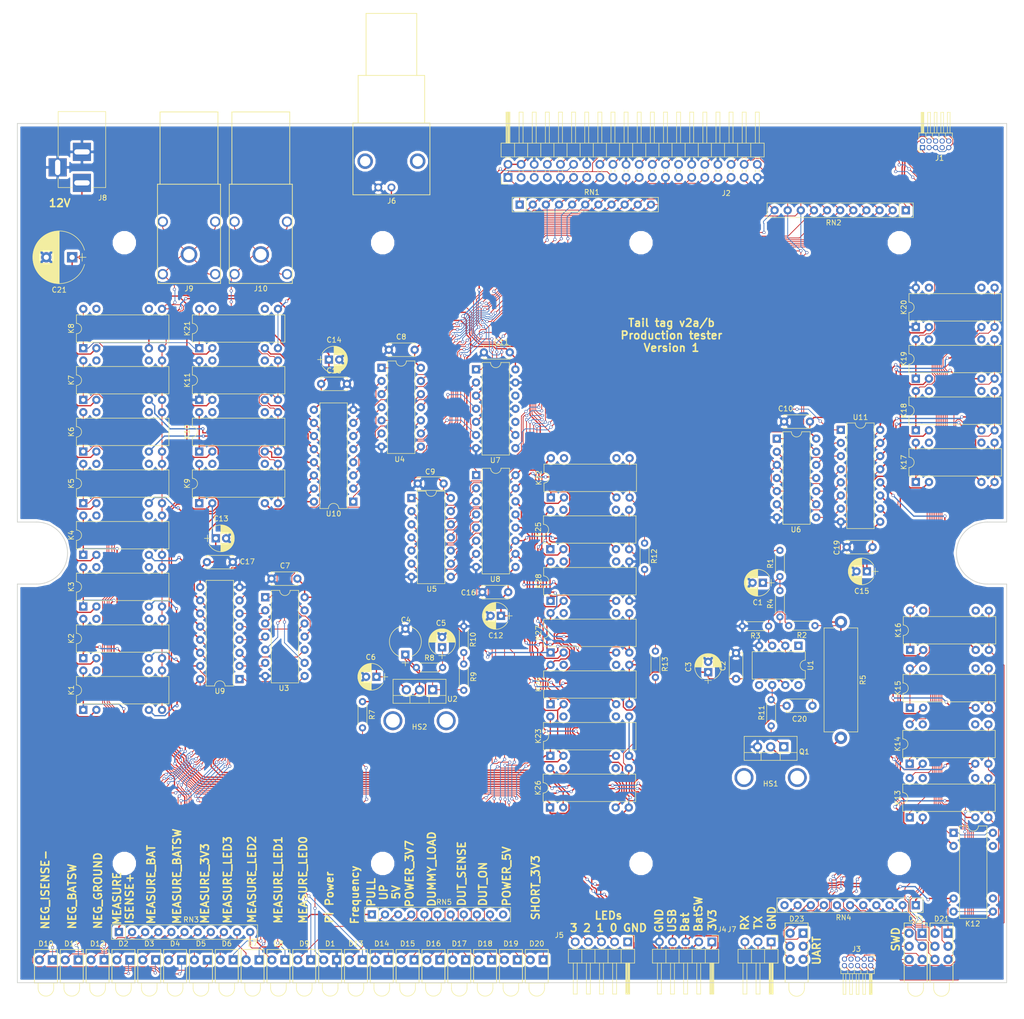
<source format=kicad_pcb>
(kicad_pcb (version 4) (host pcbnew 4.0.7-e2-6376~61~ubuntu18.04.1)
  (layers (0 F.Cu signal) (31 B.Cu signal) (34 B.Paste user) (35 F.Paste user) (36 B.SilkS user) (37 F.SilkS user) (38 B.Mask user) (39 F.Mask user) (44 Edge.Cuts user))
  (net 0 "")
  (net 1 "Net-(C1-Pad1)")
  (net 2 GND)
  (net 3 +5V)
  (net 4 3V7)
  (net 5 "Net-(C5-Pad1)")
  (net 6 +12V)
  (net 7 "Net-(C20-Pad1)")
  (net 8 "Net-(C20-Pad2)")
  (net 9 "Net-(D1-Pad2)")
  (net 10 "Net-(D2-Pad2)")
  (net 11 C_MEASURE_ISENSE+)
  (net 12 "Net-(D3-Pad2)")
  (net 13 C_MEASURE_BAT)
  (net 14 "Net-(D4-Pad2)")
  (net 15 C_MEASURE_BATSW)
  (net 16 "Net-(D5-Pad2)")
  (net 17 C_MEASURE_3V3)
  (net 18 "Net-(D6-Pad2)")
  (net 19 C_MEASURE_LED3)
  (net 20 "Net-(D7-Pad2)")
  (net 21 C_MEASURE_LED2)
  (net 22 "Net-(D8-Pad2)")
  (net 23 C_MEASURE_LED1)
  (net 24 "Net-(D9-Pad2)")
  (net 25 C_MEASURE_LED0)
  (net 26 "Net-(D10-Pad2)")
  (net 27 C_NEG_ISENSE-)
  (net 28 "Net-(D11-Pad2)")
  (net 29 C_NEG_BATSW)
  (net 30 "Net-(D12-Pad2)")
  (net 31 C_NEG_GROUND)
  (net 32 "Net-(D13-Pad2)")
  (net 33 C_SWD_VCC)
  (net 34 "Net-(D14-Pad2)")
  (net 35 C_SWDIO)
  (net 36 "Net-(D15-Pad2)")
  (net 37 C_SWCLK)
  (net 38 "Net-(D16-Pad2)")
  (net 39 C_SWO)
  (net 40 "Net-(D17-Pad2)")
  (net 41 C_SWD_RESET)
  (net 42 "Net-(D18-Pad2)")
  (net 43 C_SWD_GND)
  (net 44 "Net-(D19-Pad2)")
  (net 45 C_UART_RX)
  (net 46 "Net-(D20-Pad2)")
  (net 47 C_UART_TX)
  (net 48 C_UART_GND)
  (net 49 C_FREQUENCY)
  (net 50 C_PULLUP_5V)
  (net 51 C_POWER_3V7)
  (net 52 C_DUMMY_LOAD)
  (net 53 C_DUT_SENSE)
  (net 54 C_DUT_ON)
  (net 55 C_POWER_5V)
  (net 56 C_SHORT_3V3)
  (net 57 SWD_VCC_IN)
  (net 58 SWDIO_IN)
  (net 59 SWD_GND_IN)
  (net 60 SWCLK_IN)
  (net 61 SWO_IN)
  (net 62 "Net-(J1-Pad7)")
  (net 63 "Net-(J1-Pad8)")
  (net 64 SWD_RESET_IN)
  (net 65 "Net-(J2-Pad1)")
  (net 66 "Net-(J2-Pad3)")
  (net 67 "Net-(J2-Pad5)")
  (net 68 "Net-(J2-Pad7)")
  (net 69 PI_TXD)
  (net 70 PI_RXD)
  (net 71 PI_POWER_5V)
  (net 72 PWM_IN)
  (net 73 PI_PULLUP_5V)
  (net 74 PI_POWER_3V7)
  (net 75 PI_DUMMY_LOAD)
  (net 76 PI_DUT_ON)
  (net 77 PI_DUT_SENSE)
  (net 78 PI_SHORT_3V3)
  (net 79 PI_MEASURE_ISENSE+)
  (net 80 PI_MEASURE_BAT)
  (net 81 PI_MEASURE_BATSW)
  (net 82 PI_MEASURE_3V3)
  (net 83 "Net-(J2-Pad27)")
  (net 84 "Net-(J2-Pad28)")
  (net 85 PI_MEASURE_LED3)
  (net 86 PI_MEASURE_LED2)
  (net 87 PI_MEASURE_LED1)
  (net 88 PI_MEASURE_LED0)
  (net 89 PI_NEG_ISENSE-)
  (net 90 PI_NEG_BATSW)
  (net 91 PI_NEG_GROUND)
  (net 92 PI_UART)
  (net 93 PI_JTAG)
  (net 94 SWD_VCC_OUT)
  (net 95 SWDIO_OUT)
  (net 96 SWD_GND_OUT)
  (net 97 SWCLK_OUT)
  (net 98 SWO_OUT)
  (net 99 "Net-(J3-Pad7)")
  (net 100 "Net-(J3-Pad8)")
  (net 101 SWD_RESET_OUT)
  (net 102 3V3)
  (net 103 BatSW)
  (net 104 Bat)
  (net 105 USB)
  (net 106 "Net-(J5-Pad1)")
  (net 107 LED0)
  (net 108 LED1)
  (net 109 LED2)
  (net 110 LED3)
  (net 111 FREQUENCY)
  (net 112 UART_GND)
  (net 113 UART_TX)
  (net 114 UART_RX)
  (net 115 METER+)
  (net 116 METER-)
  (net 117 BATSIM)
  (net 118 ISENSE-)
  (net 119 "Net-(K22-Pad7)")
  (net 120 "Net-(K25-Pad7)")
  (net 121 "Net-(Q1-Pad1)")
  (net 122 "Net-(R2-Pad2)")
  (net 123 "Net-(R10-Pad1)")
  (net 124 "Net-(RN5-Pad11)")
  (net 125 "Net-(U1-Pad1)")
  (net 126 "Net-(U1-Pad5)")
  (net 127 "Net-(U1-Pad8)")
  (net 128 "Net-(U3-Pad8)")
  (net 129 "Net-(U3-Pad2)")
  (net 130 "Net-(U3-Pad10)")
  (net 131 "Net-(U3-Pad4)")
  (net 132 "Net-(U3-Pad12)")
  (net 133 "Net-(U3-Pad6)")
  (net 134 "Net-(U4-Pad8)")
  (net 135 "Net-(U10-Pad2)")
  (net 136 "Net-(U5-Pad2)")
  (net 137 "Net-(U10-Pad3)")
  (net 138 "Net-(U5-Pad4)")
  (net 139 "Net-(U10-Pad4)")
  (net 140 "Net-(U10-Pad1)")
  (net 141 "Net-(U11-Pad1)")
  (net 142 "Net-(U10-Pad5)")
  (net 143 "Net-(U11-Pad2)")
  (net 144 "Net-(U10-Pad6)")
  (net 145 "Net-(U11-Pad3)")
  (net 146 "Net-(U10-Pad7)")
  (net 147 "Net-(U11-Pad7)")
  (net 148 "Net-(U11-Pad4)")
  (net 149 "Net-(U7-Pad10)")
  (net 150 "Net-(U11-Pad5)")
  (net 151 "Net-(U7-Pad12)")
  (net 152 "Net-(U11-Pad6)")
  (net 153 "Net-(D21-Pad6)")
  (net 154 "Net-(D21-Pad5)")
  (net 155 "Net-(D21-Pad4)")
  (net 156 "Net-(D22-Pad6)")
  (net 157 "Net-(D22-Pad5)")
  (net 158 "Net-(D22-Pad4)")
  (net 159 "Net-(D23-Pad6)")
  (net 160 "Net-(D23-Pad5)")
  (net 161 "Net-(D23-Pad4)")
  (net 162 "Net-(RN4-Pad11)")
  (net 163 "Net-(U5-Pad8)")
  (net 164 "Net-(U5-Pad10)")
  (net 165 "Net-(U5-Pad12)")
  (net 166 "Net-(U5-Pad6)")
  (net 167 "Net-(U7-Pad2)")
  (module Capacitors_THT:CP_Radial_D5.0mm_P2.00mm (layer F.Cu) (at 157.3 109.9 180)
    (fp_text reference C1 (at 1 -3.81 180) (layer F.SilkS))
    (fp_text value 10u)
    (pad 1 thru_hole rect (at 0 0 180) (size 1.6 1.6) (drill 0.8) (layers *.Cu *.Mask) (net 1 "Net-(C1-Pad1)"))
    (pad 2 thru_hole circle (at 2 0 180) (size 1.6 1.6) (drill 0.8) (layers *.Cu *.Mask) (net 2 GND))
  )
  (module Capacitors_THT:C_Disc_D5.0mm_W2.5mm_P5.00mm (layer F.Cu) (at 152.1 128.5 90)
    (fp_text reference C2 (at 2.5 -2.56 90) (layer F.SilkS))
    (fp_text value 100n)
    (pad 1 thru_hole circle (at 0 0 90) (size 1.6 1.6) (drill 0.8) (layers *.Cu *.Mask) (net 3 +5V))
    (pad 2 thru_hole circle (at 5 0 90) (size 1.6 1.6) (drill 0.8) (layers *.Cu *.Mask) (net 2 GND))
  )
  (module Capacitors_THT:CP_Radial_D5.0mm_P2.00mm (layer F.Cu) (at 146.7 127.2 90)
    (fp_text reference C3 (at 1 -3.81 90) (layer F.SilkS))
    (fp_text value 10u)
    (pad 1 thru_hole rect (at 0 0 90) (size 1.6 1.6) (drill 0.8) (layers *.Cu *.Mask) (net 3 +5V))
    (pad 2 thru_hole circle (at 2 0 90) (size 1.6 1.6) (drill 0.8) (layers *.Cu *.Mask) (net 2 GND))
  )
  (module Capacitors_THT:CP_Radial_Tantal_D6.0mm_P5.00mm (layer F.Cu) (at 88.1 123.8 90)
    (fp_text reference C4 (at 6.7 0.1 180) (layer F.SilkS))
    (fp_text value 22u)
    (pad 1 thru_hole rect (at 0 0 90) (size 1.6 1.6) (drill 0.8) (layers *.Cu *.Mask) (net 4 3V7))
    (pad 2 thru_hole circle (at 5 0 90) (size 1.6 1.6) (drill 0.8) (layers *.Cu *.Mask) (net 2 GND))
  )
  (module Capacitors_THT:CP_Radial_D5.0mm_P2.00mm (layer F.Cu) (at 95.2 122.4 90)
    (fp_text reference C5 (at 4.7 -0.2 180) (layer F.SilkS))
    (fp_text value 10u)
    (pad 1 thru_hole rect (at 0 0 90) (size 1.6 1.6) (drill 0.8) (layers *.Cu *.Mask) (net 5 "Net-(C5-Pad1)"))
    (pad 2 thru_hole circle (at 2 0 90) (size 1.6 1.6) (drill 0.8) (layers *.Cu *.Mask) (net 2 GND))
  )
  (module Capacitors_THT:CP_Radial_D5.0mm_P2.00mm (layer F.Cu) (at 82.5 128.1 180)
    (fp_text reference C6 (at 1.1 3.8 180) (layer F.SilkS))
    (fp_text value 10u)
    (pad 1 thru_hole rect (at 0 0 180) (size 1.6 1.6) (drill 0.8) (layers *.Cu *.Mask) (net 3 +5V))
    (pad 2 thru_hole circle (at 2 0 180) (size 1.6 1.6) (drill 0.8) (layers *.Cu *.Mask) (net 2 GND))
  )
  (module Capacitors_THT:C_Disc_D5.0mm_W2.5mm_P5.00mm (layer F.Cu) (at 67.2 109.1 180)
    (fp_text reference C7 (at 2.4 2.5 180) (layer F.SilkS))
    (fp_text value 100n)
    (pad 1 thru_hole circle (at 0 0 180) (size 1.6 1.6) (drill 0.8) (layers *.Cu *.Mask) (net 3 +5V))
    (pad 2 thru_hole circle (at 5 0 180) (size 1.6 1.6) (drill 0.8) (layers *.Cu *.Mask) (net 2 GND))
  )
  (module Capacitors_THT:C_Disc_D5.0mm_W2.5mm_P5.00mm (layer F.Cu) (at 89.9 64.8 180)
    (fp_text reference C8 (at 2.6 2.5 180) (layer F.SilkS))
    (fp_text value 100n)
    (pad 1 thru_hole circle (at 0 0 180) (size 1.6 1.6) (drill 0.8) (layers *.Cu *.Mask) (net 3 +5V))
    (pad 2 thru_hole circle (at 5 0 180) (size 1.6 1.6) (drill 0.8) (layers *.Cu *.Mask) (net 2 GND))
  )
  (module Capacitors_THT:C_Disc_D5.0mm_W2.5mm_P5.00mm (layer F.Cu) (at 95.5 90.7 180)
    (fp_text reference C9 (at 2.6 2.3 180) (layer F.SilkS))
    (fp_text value 100n)
    (pad 1 thru_hole circle (at 0 0 180) (size 1.6 1.6) (drill 0.8) (layers *.Cu *.Mask) (net 3 +5V))
    (pad 2 thru_hole circle (at 5 0 180) (size 1.6 1.6) (drill 0.8) (layers *.Cu *.Mask) (net 2 GND))
  )
  (module Capacitors_THT:C_Disc_D5.0mm_W2.5mm_P5.00mm (layer F.Cu) (at 166.4 78.7 180)
    (fp_text reference C10 (at 4.7 2.5 180) (layer F.SilkS))
    (fp_text value 100n)
    (pad 1 thru_hole circle (at 0 0 180) (size 1.6 1.6) (drill 0.8) (layers *.Cu *.Mask) (net 3 +5V))
    (pad 2 thru_hole circle (at 5 0 180) (size 1.6 1.6) (drill 0.8) (layers *.Cu *.Mask) (net 2 GND))
  )
  (module Capacitors_THT:C_Disc_D5.0mm_W2.5mm_P5.00mm (layer F.Cu) (at 108.3 65.3 180)
    (fp_text reference C11 (at 1.6 2 180) (layer F.SilkS))
    (fp_text value 100n)
    (pad 1 thru_hole circle (at 0 0 180) (size 1.6 1.6) (drill 0.8) (layers *.Cu *.Mask) (net 3 +5V))
    (pad 2 thru_hole circle (at 5 0 180) (size 1.6 1.6) (drill 0.8) (layers *.Cu *.Mask) (net 2 GND))
  )
  (module Capacitors_THT:CP_Radial_D5.0mm_P2.00mm (layer F.Cu) (at 106.6 116.3 180)
    (fp_text reference C12 (at 1 -3.81 180) (layer F.SilkS))
    (fp_text value 10u)
    (pad 1 thru_hole rect (at 0 0 180) (size 1.6 1.6) (drill 0.8) (layers *.Cu *.Mask) (net 6 +12V))
    (pad 2 thru_hole circle (at 2 0 180) (size 1.6 1.6) (drill 0.8) (layers *.Cu *.Mask) (net 2 GND))
  )
  (module Capacitors_THT:CP_Radial_D5.0mm_P2.00mm (layer F.Cu) (at 51.4 101.3)
    (fp_text reference C13 (at 1 -3.81) (layer F.SilkS))
    (fp_text value 10u)
    (pad 1 thru_hole rect (at 0 0) (size 1.6 1.6) (drill 0.8) (layers *.Cu *.Mask) (net 6 +12V))
    (pad 2 thru_hole circle (at 2 0) (size 1.6 1.6) (drill 0.8) (layers *.Cu *.Mask) (net 2 GND))
  )
  (module Capacitors_THT:CP_Radial_D5.0mm_P2.00mm (layer F.Cu) (at 73.3 66.7)
    (fp_text reference C14 (at 1 -3.81) (layer F.SilkS))
    (fp_text value 10u)
    (pad 1 thru_hole rect (at 0 0) (size 1.6 1.6) (drill 0.8) (layers *.Cu *.Mask) (net 6 +12V))
    (pad 2 thru_hole circle (at 2 0) (size 1.6 1.6) (drill 0.8) (layers *.Cu *.Mask) (net 2 GND))
  )
  (module Capacitors_THT:CP_Radial_D5.0mm_P2.00mm (layer F.Cu) (at 177.429636 107.7 180)
    (fp_text reference C15 (at 1 -3.81 180) (layer F.SilkS))
    (fp_text value 10u)
    (pad 1 thru_hole rect (at 0 0 180) (size 1.6 1.6) (drill 0.8) (layers *.Cu *.Mask) (net 6 +12V))
    (pad 2 thru_hole circle (at 2 0 180) (size 1.6 1.6) (drill 0.8) (layers *.Cu *.Mask) (net 2 GND))
  )
  (module Capacitors_THT:C_Disc_D5.0mm_W2.5mm_P5.00mm (layer F.Cu) (at 108 111.7 180)
    (fp_text reference C16 (at 7.7 -0.1 180) (layer F.SilkS))
    (fp_text value 100n)
    (pad 1 thru_hole circle (at 0 0 180) (size 1.6 1.6) (drill 0.8) (layers *.Cu *.Mask) (net 6 +12V))
    (pad 2 thru_hole circle (at 5 0 180) (size 1.6 1.6) (drill 0.8) (layers *.Cu *.Mask) (net 2 GND))
  )
  (module Capacitors_THT:C_Disc_D5.0mm_W2.5mm_P5.00mm (layer F.Cu) (at 49.7 105.9)
    (fp_text reference C17 (at 7.8 -0.1) (layer F.SilkS))
    (fp_text value 100n)
    (pad 1 thru_hole circle (at 0 0) (size 1.6 1.6) (drill 0.8) (layers *.Cu *.Mask) (net 6 +12V))
    (pad 2 thru_hole circle (at 5 0) (size 1.6 1.6) (drill 0.8) (layers *.Cu *.Mask) (net 2 GND))
  )
  (module Capacitors_THT:C_Disc_D5.0mm_W2.5mm_P5.00mm (layer F.Cu) (at 71.8 71.4)
    (fp_text reference C18 (at 2.5 -2.56) (layer F.SilkS))
    (fp_text value 100n)
    (pad 1 thru_hole circle (at 0 0) (size 1.6 1.6) (drill 0.8) (layers *.Cu *.Mask) (net 6 +12V))
    (pad 2 thru_hole circle (at 5 0) (size 1.6 1.6) (drill 0.8) (layers *.Cu *.Mask) (net 2 GND))
  )
  (module Capacitors_THT:C_Disc_D5.0mm_W2.5mm_P5.00mm (layer F.Cu) (at 178.529636 103 180)
    (fp_text reference C19 (at 6.929636 -0.1 450) (layer F.SilkS))
    (fp_text value 100n)
    (pad 1 thru_hole circle (at 0 0 180) (size 1.6 1.6) (drill 0.8) (layers *.Cu *.Mask) (net 6 +12V))
    (pad 2 thru_hole circle (at 5 0 180) (size 1.6 1.6) (drill 0.8) (layers *.Cu *.Mask) (net 2 GND))
  )
  (module Capacitors_THT:C_Disc_D5.0mm_W2.5mm_P5.00mm (layer F.Cu) (at 166.9 133.7 180)
    (fp_text reference C20 (at 2.5 -2.56 180) (layer F.SilkS))
    (fp_text value 100n)
    (pad 1 thru_hole circle (at 0 0 180) (size 1.6 1.6) (drill 0.8) (layers *.Cu *.Mask) (net 7 "Net-(C20-Pad1)"))
    (pad 2 thru_hole circle (at 5 0 180) (size 1.6 1.6) (drill 0.8) (layers *.Cu *.Mask) (net 8 "Net-(C20-Pad2)"))
  )
  (module Capacitors_THT:CP_Radial_D10.0mm_P5.00mm (layer F.Cu) (at 23.6 46.9 180)
    (fp_text reference C21 (at 2.5 -6.31 180) (layer F.SilkS))
    (fp_text value 1000u)
    (pad 1 thru_hole rect (at 0 0 180) (size 2 2) (drill 1) (layers *.Cu *.Mask) (net 6 +12V))
    (pad 2 thru_hole circle (at 5 0 180) (size 2 2) (drill 1) (layers *.Cu *.Mask) (net 2 GND))
  )
  (module prodtest:LED_D3.0mm_Horizontal_Housing_Z5.0mm (layer F.Cu) (at 74.816785 182.9)
    (fp_text reference D1 (at -1.27 -3.15) (layer F.SilkS))
    (fp_text value GREEN)
    (pad 2 thru_hole circle (at -2.54 0) (size 1.8 1.8) (drill 0.9) (layers *.Cu *.Mask) (net 9 "Net-(D1-Pad2)"))
    (pad 1 thru_hole rect (at 0 0) (size 1.8 1.8) (drill 0.9) (layers *.Cu *.Mask) (net 2 GND))
  )
  (module prodtest:LED_D3.0mm_Horizontal_Housing_Z5.0mm (layer F.Cu) (at 34.8 182.9)
    (fp_text reference D2 (at -1.27 -3.15) (layer F.SilkS))
    (fp_text value RED)
    (pad 2 thru_hole circle (at -2.54 0) (size 1.8 1.8) (drill 0.9) (layers *.Cu *.Mask) (net 10 "Net-(D2-Pad2)"))
    (pad 1 thru_hole rect (at 0 0) (size 1.8 1.8) (drill 0.9) (layers *.Cu *.Mask) (net 11 C_MEASURE_ISENSE+))
  )
  (module prodtest:LED_D3.0mm_Horizontal_Housing_Z5.0mm (layer F.Cu) (at 39.8 182.9)
    (fp_text reference D3 (at -1.27 -3.15) (layer F.SilkS))
    (fp_text value RED)
    (pad 2 thru_hole circle (at -2.54 0) (size 1.8 1.8) (drill 0.9) (layers *.Cu *.Mask) (net 12 "Net-(D3-Pad2)"))
    (pad 1 thru_hole rect (at 0 0) (size 1.8 1.8) (drill 0.9) (layers *.Cu *.Mask) (net 13 C_MEASURE_BAT))
  )
  (module prodtest:LED_D3.0mm_Horizontal_Housing_Z5.0mm (layer F.Cu) (at 44.8 182.9)
    (fp_text reference D4 (at -1.27 -3.15) (layer F.SilkS))
    (fp_text value RED)
    (pad 2 thru_hole circle (at -2.54 0) (size 1.8 1.8) (drill 0.9) (layers *.Cu *.Mask) (net 14 "Net-(D4-Pad2)"))
    (pad 1 thru_hole rect (at 0 0) (size 1.8 1.8) (drill 0.9) (layers *.Cu *.Mask) (net 15 C_MEASURE_BATSW))
  )
  (module prodtest:LED_D3.0mm_Horizontal_Housing_Z5.0mm (layer F.Cu) (at 49.8 182.9)
    (fp_text reference D5 (at -1.27 -3.15) (layer F.SilkS))
    (fp_text value RED)
    (pad 2 thru_hole circle (at -2.54 0) (size 1.8 1.8) (drill 0.9) (layers *.Cu *.Mask) (net 16 "Net-(D5-Pad2)"))
    (pad 1 thru_hole rect (at 0 0) (size 1.8 1.8) (drill 0.9) (layers *.Cu *.Mask) (net 17 C_MEASURE_3V3))
  )
  (module prodtest:LED_D3.0mm_Horizontal_Housing_Z5.0mm (layer F.Cu) (at 54.8 182.9)
    (fp_text reference D6 (at -1.27 -3.15) (layer F.SilkS))
    (fp_text value RED)
    (pad 2 thru_hole circle (at -2.54 0) (size 1.8 1.8) (drill 0.9) (layers *.Cu *.Mask) (net 18 "Net-(D6-Pad2)"))
    (pad 1 thru_hole rect (at 0 0) (size 1.8 1.8) (drill 0.9) (layers *.Cu *.Mask) (net 19 C_MEASURE_LED3))
  )
  (module prodtest:LED_D3.0mm_Horizontal_Housing_Z5.0mm (layer F.Cu) (at 59.8 182.9)
    (fp_text reference D7 (at -1.27 -3.15) (layer F.SilkS))
    (fp_text value RED)
    (pad 2 thru_hole circle (at -2.54 0) (size 1.8 1.8) (drill 0.9) (layers *.Cu *.Mask) (net 20 "Net-(D7-Pad2)"))
    (pad 1 thru_hole rect (at 0 0) (size 1.8 1.8) (drill 0.9) (layers *.Cu *.Mask) (net 21 C_MEASURE_LED2))
  )
  (module prodtest:LED_D3.0mm_Horizontal_Housing_Z5.0mm (layer F.Cu) (at 64.8 182.9)
    (fp_text reference D8 (at -1.27 -3.15) (layer F.SilkS))
    (fp_text value RED)
    (pad 2 thru_hole circle (at -2.54 0) (size 1.8 1.8) (drill 0.9) (layers *.Cu *.Mask) (net 22 "Net-(D8-Pad2)"))
    (pad 1 thru_hole rect (at 0 0) (size 1.8 1.8) (drill 0.9) (layers *.Cu *.Mask) (net 23 C_MEASURE_LED1))
  )
  (module prodtest:LED_D3.0mm_Horizontal_Housing_Z5.0mm (layer F.Cu) (at 69.8 182.9)
    (fp_text reference D9 (at -1.27 -3.15) (layer F.SilkS))
    (fp_text value RED)
    (pad 2 thru_hole circle (at -2.54 0) (size 1.8 1.8) (drill 0.9) (layers *.Cu *.Mask) (net 24 "Net-(D9-Pad2)"))
    (pad 1 thru_hole rect (at 0 0) (size 1.8 1.8) (drill 0.9) (layers *.Cu *.Mask) (net 25 C_MEASURE_LED0))
  )
  (module prodtest:LED_D3.0mm_Horizontal_Housing_Z5.0mm (layer F.Cu) (at 19.8 182.9)
    (fp_text reference D10 (at -1.27 -3.15) (layer F.SilkS))
    (fp_text value RED)
    (pad 2 thru_hole circle (at -2.54 0) (size 1.8 1.8) (drill 0.9) (layers *.Cu *.Mask) (net 26 "Net-(D10-Pad2)"))
    (pad 1 thru_hole rect (at 0 0) (size 1.8 1.8) (drill 0.9) (layers *.Cu *.Mask) (net 27 C_NEG_ISENSE-))
  )
  (module prodtest:LED_D3.0mm_Horizontal_Housing_Z5.0mm (layer F.Cu) (at 24.8 182.9)
    (fp_text reference D11 (at -1.27 -3.15) (layer F.SilkS))
    (fp_text value RED)
    (pad 2 thru_hole circle (at -2.54 0) (size 1.8 1.8) (drill 0.9) (layers *.Cu *.Mask) (net 28 "Net-(D11-Pad2)"))
    (pad 1 thru_hole rect (at 0 0) (size 1.8 1.8) (drill 0.9) (layers *.Cu *.Mask) (net 29 C_NEG_BATSW))
  )
  (module prodtest:LED_D3.0mm_Horizontal_Housing_Z5.0mm (layer F.Cu) (at 29.8 182.9)
    (fp_text reference D12 (at -1.27 -3.15) (layer F.SilkS))
    (fp_text value RED)
    (pad 2 thru_hole circle (at -2.54 0) (size 1.8 1.8) (drill 0.9) (layers *.Cu *.Mask) (net 30 "Net-(D12-Pad2)"))
    (pad 1 thru_hole rect (at 0 0) (size 1.8 1.8) (drill 0.9) (layers *.Cu *.Mask) (net 31 C_NEG_GROUND))
  )
  (module prodtest:LED_D3.0mm_Horizontal_Housing_Z5.0mm (layer F.Cu) (at 79.8 182.9)
    (fp_text reference D13 (at -1.27 -3.15) (layer F.SilkS))
    (fp_text value RED)
    (pad 2 thru_hole circle (at -2.54 0) (size 1.8 1.8) (drill 0.9) (layers *.Cu *.Mask) (net 32 "Net-(D13-Pad2)"))
    (pad 1 thru_hole rect (at 0 0) (size 1.8 1.8) (drill 0.9) (layers *.Cu *.Mask) (net 49 C_FREQUENCY))
  )
  (module prodtest:LED_D3.0mm_Horizontal_Housing_Z5.0mm (layer F.Cu) (at 84.8 182.9)
    (fp_text reference D14 (at -1.27 -3.15) (layer F.SilkS))
    (fp_text value RED)
    (pad 2 thru_hole circle (at -2.54 0) (size 1.8 1.8) (drill 0.9) (layers *.Cu *.Mask) (net 34 "Net-(D14-Pad2)"))
    (pad 1 thru_hole rect (at 0 0) (size 1.8 1.8) (drill 0.9) (layers *.Cu *.Mask) (net 50 C_PULLUP_5V))
  )
  (module prodtest:LED_D3.0mm_Horizontal_Housing_Z5.0mm (layer F.Cu) (at 89.8 182.9)
    (fp_text reference D15 (at -1.27 -3.15) (layer F.SilkS))
    (fp_text value RED)
    (pad 2 thru_hole circle (at -2.54 0) (size 1.8 1.8) (drill 0.9) (layers *.Cu *.Mask) (net 36 "Net-(D15-Pad2)"))
    (pad 1 thru_hole rect (at 0 0) (size 1.8 1.8) (drill 0.9) (layers *.Cu *.Mask) (net 51 C_POWER_3V7))
  )
  (module prodtest:LED_D3.0mm_Horizontal_Housing_Z5.0mm (layer F.Cu) (at 94.8 182.9)
    (fp_text reference D16 (at -1.27 -3.15) (layer F.SilkS))
    (fp_text value RED)
    (pad 2 thru_hole circle (at -2.54 0) (size 1.8 1.8) (drill 0.9) (layers *.Cu *.Mask) (net 38 "Net-(D16-Pad2)"))
    (pad 1 thru_hole rect (at 0 0) (size 1.8 1.8) (drill 0.9) (layers *.Cu *.Mask) (net 52 C_DUMMY_LOAD))
  )
  (module prodtest:LED_D3.0mm_Horizontal_Housing_Z5.0mm (layer F.Cu) (at 99.8 182.9)
    (fp_text reference D17 (at -1.27 -3.15) (layer F.SilkS))
    (fp_text value RED)
    (pad 2 thru_hole circle (at -2.54 0) (size 1.8 1.8) (drill 0.9) (layers *.Cu *.Mask) (net 40 "Net-(D17-Pad2)"))
    (pad 1 thru_hole rect (at 0 0) (size 1.8 1.8) (drill 0.9) (layers *.Cu *.Mask) (net 53 C_DUT_SENSE))
  )
  (module prodtest:LED_D3.0mm_Horizontal_Housing_Z5.0mm (layer F.Cu) (at 104.8 182.9)
    (fp_text reference D18 (at -1.27 -3.15) (layer F.SilkS))
    (fp_text value RED)
    (pad 2 thru_hole circle (at -2.54 0) (size 1.8 1.8) (drill 0.9) (layers *.Cu *.Mask) (net 42 "Net-(D18-Pad2)"))
    (pad 1 thru_hole rect (at 0 0) (size 1.8 1.8) (drill 0.9) (layers *.Cu *.Mask) (net 54 C_DUT_ON))
  )
  (module prodtest:LED_D3.0mm_Horizontal_Housing_Z5.0mm (layer F.Cu) (at 109.8 182.9)
    (fp_text reference D19 (at -1.27 -3.15) (layer F.SilkS))
    (fp_text value RED)
    (pad 2 thru_hole circle (at -2.54 0) (size 1.8 1.8) (drill 0.9) (layers *.Cu *.Mask) (net 44 "Net-(D19-Pad2)"))
    (pad 1 thru_hole rect (at 0 0) (size 1.8 1.8) (drill 0.9) (layers *.Cu *.Mask) (net 55 C_POWER_5V))
  )
  (module prodtest:LED_D3.0mm_Horizontal_Housing_Z5.0mm (layer F.Cu) (at 114.8 182.9)
    (fp_text reference D20 (at -1.27 -3.15) (layer F.SilkS))
    (fp_text value RED)
    (pad 2 thru_hole circle (at -2.54 0) (size 1.8 1.8) (drill 0.9) (layers *.Cu *.Mask) (net 46 "Net-(D20-Pad2)"))
    (pad 1 thru_hole rect (at 0 0) (size 1.8 1.8) (drill 0.9) (layers *.Cu *.Mask) (net 56 C_SHORT_3V3))
  )
  (module prodtest:Heatsink_Aavid_581002B02500G (layer F.Cu) (at 158.8 147.6 180)
    (fp_text reference HS1 (at 0 -1.2 180) (layer F.SilkS))
    (fp_text value Heatsink)
    (pad 1 thru_hole circle (at -5.16 0 180) (size 3.67 3.67) (drill 2.67) (layers *.Cu *.Mask))
    (pad 1 thru_hole circle (at 5.16 0 180) (size 3.67 3.67) (drill 2.67) (layers *.Cu *.Mask))
  )
  (module prodtest:Heatsink_Aavid_581002B02500G (layer F.Cu) (at 90.84 136.6 180)
    (fp_text reference HS2 (at 0 -1.2 180) (layer F.SilkS))
    (fp_text value Heatsink)
    (pad 1 thru_hole circle (at -5.16 0 180) (size 3.67 3.67) (drill 2.67) (layers *.Cu *.Mask))
    (pad 1 thru_hole circle (at 5.16 0 180) (size 3.67 3.67) (drill 2.67) (layers *.Cu *.Mask))
  )
  (module Pin_Headers:Pin_Header_Angled_2x05_Pitch1.27mm (layer F.Cu) (at 188.19 25.67 90)
    (fp_text reference J1 (at -2.03 3.31 180) (layer F.SilkS))
    (fp_text value Conn_02x05_Odd_Even)
    (pad 1 thru_hole rect (at 0 0 90) (size 1 1) (drill 0.65) (layers *.Cu *.Mask) (net 57 SWD_VCC_IN))
    (pad 2 thru_hole oval (at 1.27 0 90) (size 1 1) (drill 0.65) (layers *.Cu *.Mask) (net 58 SWDIO_IN))
    (pad 3 thru_hole oval (at 0 1.27 90) (size 1 1) (drill 0.65) (layers *.Cu *.Mask) (net 59 SWD_GND_IN))
    (pad 4 thru_hole oval (at 1.27 1.27 90) (size 1 1) (drill 0.65) (layers *.Cu *.Mask) (net 60 SWCLK_IN))
    (pad 5 thru_hole oval (at 0 2.54 90) (size 1 1) (drill 0.65) (layers *.Cu *.Mask) (net 59 SWD_GND_IN))
    (pad 6 thru_hole oval (at 1.27 2.54 90) (size 1 1) (drill 0.65) (layers *.Cu *.Mask) (net 61 SWO_IN))
    (pad 7 thru_hole oval (at 0 3.81 90) (size 1 1) (drill 0.65) (layers *.Cu *.Mask) (net 62 "Net-(J1-Pad7)"))
    (pad 8 thru_hole oval (at 1.27 3.81 90) (size 1 1) (drill 0.65) (layers *.Cu *.Mask) (net 63 "Net-(J1-Pad8)"))
    (pad 9 thru_hole oval (at 0 5.08 90) (size 1 1) (drill 0.65) (layers *.Cu *.Mask) (net 59 SWD_GND_IN))
    (pad 10 thru_hole oval (at 1.27 5.08 90) (size 1 1) (drill 0.65) (layers *.Cu *.Mask) (net 64 SWD_RESET_IN))
  )
  (module Pin_Headers:Pin_Header_Angled_2x20_Pitch2.54mm (layer F.Cu) (at 107.96 31.45 90)
    (fp_text reference J2 (at -3.05 42.24 180) (layer F.SilkS))
    (fp_text value Conn_02x20_Odd_Even)
    (pad 1 thru_hole rect (at 0 0 90) (size 1.7 1.7) (drill 1) (layers *.Cu *.Mask) (net 65 "Net-(J2-Pad1)"))
    (pad 2 thru_hole oval (at 2.54 0 90) (size 1.7 1.7) (drill 1) (layers *.Cu *.Mask) (net 3 +5V))
    (pad 3 thru_hole oval (at 0 2.54 90) (size 1.7 1.7) (drill 1) (layers *.Cu *.Mask) (net 66 "Net-(J2-Pad3)"))
    (pad 4 thru_hole oval (at 2.54 2.54 90) (size 1.7 1.7) (drill 1) (layers *.Cu *.Mask) (net 3 +5V))
    (pad 5 thru_hole oval (at 0 5.08 90) (size 1.7 1.7) (drill 1) (layers *.Cu *.Mask) (net 67 "Net-(J2-Pad5)"))
    (pad 6 thru_hole oval (at 2.54 5.08 90) (size 1.7 1.7) (drill 1) (layers *.Cu *.Mask) (net 2 GND))
    (pad 7 thru_hole oval (at 0 7.62 90) (size 1.7 1.7) (drill 1) (layers *.Cu *.Mask) (net 68 "Net-(J2-Pad7)"))
    (pad 8 thru_hole oval (at 2.54 7.62 90) (size 1.7 1.7) (drill 1) (layers *.Cu *.Mask) (net 69 PI_TXD))
    (pad 9 thru_hole oval (at 0 10.16 90) (size 1.7 1.7) (drill 1) (layers *.Cu *.Mask) (net 2 GND))
    (pad 10 thru_hole oval (at 2.54 10.16 90) (size 1.7 1.7) (drill 1) (layers *.Cu *.Mask) (net 70 PI_RXD))
    (pad 11 thru_hole oval (at 0 12.7 90) (size 1.7 1.7) (drill 1) (layers *.Cu *.Mask) (net 71 PI_POWER_5V))
    (pad 12 thru_hole oval (at 2.54 12.7 90) (size 1.7 1.7) (drill 1) (layers *.Cu *.Mask) (net 72 PWM_IN))
    (pad 13 thru_hole oval (at 0 15.24 90) (size 1.7 1.7) (drill 1) (layers *.Cu *.Mask) (net 73 PI_PULLUP_5V))
    (pad 14 thru_hole oval (at 2.54 15.24 90) (size 1.7 1.7) (drill 1) (layers *.Cu *.Mask) (net 2 GND))
    (pad 15 thru_hole oval (at 0 17.78 90) (size 1.7 1.7) (drill 1) (layers *.Cu *.Mask) (net 74 PI_POWER_3V7))
    (pad 16 thru_hole oval (at 2.54 17.78 90) (size 1.7 1.7) (drill 1) (layers *.Cu *.Mask) (net 75 PI_DUMMY_LOAD))
    (pad 17 thru_hole oval (at 0 20.32 90) (size 1.7 1.7) (drill 1) (layers *.Cu *.Mask) (net 65 "Net-(J2-Pad1)"))
    (pad 18 thru_hole oval (at 2.54 20.32 90) (size 1.7 1.7) (drill 1) (layers *.Cu *.Mask) (net 76 PI_DUT_ON))
    (pad 19 thru_hole oval (at 0 22.86 90) (size 1.7 1.7) (drill 1) (layers *.Cu *.Mask) (net 77 PI_DUT_SENSE))
    (pad 20 thru_hole oval (at 2.54 22.86 90) (size 1.7 1.7) (drill 1) (layers *.Cu *.Mask) (net 2 GND))
    (pad 21 thru_hole oval (at 0 25.4 90) (size 1.7 1.7) (drill 1) (layers *.Cu *.Mask) (net 78 PI_SHORT_3V3))
    (pad 22 thru_hole oval (at 2.54 25.4 90) (size 1.7 1.7) (drill 1) (layers *.Cu *.Mask) (net 79 PI_MEASURE_ISENSE+))
    (pad 23 thru_hole oval (at 0 27.94 90) (size 1.7 1.7) (drill 1) (layers *.Cu *.Mask) (net 80 PI_MEASURE_BAT))
    (pad 24 thru_hole oval (at 2.54 27.94 90) (size 1.7 1.7) (drill 1) (layers *.Cu *.Mask) (net 81 PI_MEASURE_BATSW))
    (pad 25 thru_hole oval (at 0 30.48 90) (size 1.7 1.7) (drill 1) (layers *.Cu *.Mask) (net 2 GND))
    (pad 26 thru_hole oval (at 2.54 30.48 90) (size 1.7 1.7) (drill 1) (layers *.Cu *.Mask) (net 82 PI_MEASURE_3V3))
    (pad 27 thru_hole oval (at 0 33.02 90) (size 1.7 1.7) (drill 1) (layers *.Cu *.Mask) (net 83 "Net-(J2-Pad27)"))
    (pad 28 thru_hole oval (at 2.54 33.02 90) (size 1.7 1.7) (drill 1) (layers *.Cu *.Mask) (net 84 "Net-(J2-Pad28)"))
    (pad 29 thru_hole oval (at 0 35.56 90) (size 1.7 1.7) (drill 1) (layers *.Cu *.Mask) (net 85 PI_MEASURE_LED3))
    (pad 30 thru_hole oval (at 2.54 35.56 90) (size 1.7 1.7) (drill 1) (layers *.Cu *.Mask) (net 2 GND))
    (pad 31 thru_hole oval (at 0 38.1 90) (size 1.7 1.7) (drill 1) (layers *.Cu *.Mask) (net 86 PI_MEASURE_LED2))
    (pad 32 thru_hole oval (at 2.54 38.1 90) (size 1.7 1.7) (drill 1) (layers *.Cu *.Mask) (net 87 PI_MEASURE_LED1))
    (pad 33 thru_hole oval (at 0 40.64 90) (size 1.7 1.7) (drill 1) (layers *.Cu *.Mask) (net 88 PI_MEASURE_LED0))
    (pad 34 thru_hole oval (at 2.54 40.64 90) (size 1.7 1.7) (drill 1) (layers *.Cu *.Mask) (net 2 GND))
    (pad 35 thru_hole oval (at 0 43.18 90) (size 1.7 1.7) (drill 1) (layers *.Cu *.Mask) (net 89 PI_NEG_ISENSE-))
    (pad 36 thru_hole oval (at 2.54 43.18 90) (size 1.7 1.7) (drill 1) (layers *.Cu *.Mask) (net 90 PI_NEG_BATSW))
    (pad 37 thru_hole oval (at 0 45.72 90) (size 1.7 1.7) (drill 1) (layers *.Cu *.Mask) (net 91 PI_NEG_GROUND))
    (pad 38 thru_hole oval (at 2.54 45.72 90) (size 1.7 1.7) (drill 1) (layers *.Cu *.Mask) (net 92 PI_UART))
    (pad 39 thru_hole oval (at 0 48.26 90) (size 1.7 1.7) (drill 1) (layers *.Cu *.Mask) (net 2 GND))
    (pad 40 thru_hole oval (at 2.54 48.26 90) (size 1.7 1.7) (drill 1) (layers *.Cu *.Mask) (net 93 PI_JTAG))
  )
  (module Pin_Headers:Pin_Header_Angled_2x05_Pitch1.27mm (layer F.Cu) (at 178.17 182.73 270)
    (fp_text reference J3 (at -1.93 2.77 360) (layer F.SilkS))
    (fp_text value Conn_02x05_Odd_Even)
    (pad 1 thru_hole rect (at 0 0 270) (size 1 1) (drill 0.65) (layers *.Cu *.Mask) (net 94 SWD_VCC_OUT))
    (pad 2 thru_hole oval (at 1.27 0 270) (size 1 1) (drill 0.65) (layers *.Cu *.Mask) (net 95 SWDIO_OUT))
    (pad 3 thru_hole oval (at 0 1.27 270) (size 1 1) (drill 0.65) (layers *.Cu *.Mask) (net 96 SWD_GND_OUT))
    (pad 4 thru_hole oval (at 1.27 1.27 270) (size 1 1) (drill 0.65) (layers *.Cu *.Mask) (net 97 SWCLK_OUT))
    (pad 5 thru_hole oval (at 0 2.54 270) (size 1 1) (drill 0.65) (layers *.Cu *.Mask) (net 96 SWD_GND_OUT))
    (pad 6 thru_hole oval (at 1.27 2.54 270) (size 1 1) (drill 0.65) (layers *.Cu *.Mask) (net 98 SWO_OUT))
    (pad 7 thru_hole oval (at 0 3.81 270) (size 1 1) (drill 0.65) (layers *.Cu *.Mask) (net 99 "Net-(J3-Pad7)"))
    (pad 8 thru_hole oval (at 1.27 3.81 270) (size 1 1) (drill 0.65) (layers *.Cu *.Mask) (net 100 "Net-(J3-Pad8)"))
    (pad 9 thru_hole oval (at 0 5.08 270) (size 1 1) (drill 0.65) (layers *.Cu *.Mask) (net 96 SWD_GND_OUT))
    (pad 10 thru_hole oval (at 1.27 5.08 270) (size 1 1) (drill 0.65) (layers *.Cu *.Mask) (net 101 SWD_RESET_OUT))
  )
  (module Pin_Headers:Pin_Header_Angled_1x05_Pitch2.54mm (layer F.Cu) (at 147.42 179.4 270)
    (fp_text reference J4 (at -2.4 -1.98 360) (layer F.SilkS))
    (fp_text value Conn_01x05)
    (pad 1 thru_hole rect (at 0 0 270) (size 1.7 1.7) (drill 1) (layers *.Cu *.Mask) (net 102 3V3))
    (pad 2 thru_hole oval (at 0 2.54 270) (size 1.7 1.7) (drill 1) (layers *.Cu *.Mask) (net 103 BatSW))
    (pad 3 thru_hole oval (at 0 5.08 270) (size 1.7 1.7) (drill 1) (layers *.Cu *.Mask) (net 104 Bat))
    (pad 4 thru_hole oval (at 0 7.62 270) (size 1.7 1.7) (drill 1) (layers *.Cu *.Mask) (net 105 USB))
    (pad 5 thru_hole oval (at 0 10.16 270) (size 1.7 1.7) (drill 1) (layers *.Cu *.Mask) (net 2 GND))
  )
  (module Pin_Headers:Pin_Header_Angled_1x05_Pitch2.54mm (layer F.Cu) (at 131.14 179.4 270)
    (fp_text reference J5 (at -1.3 13.24 360) (layer F.SilkS))
    (fp_text value Conn_01x05)
    (pad 1 thru_hole rect (at 0 0 270) (size 1.7 1.7) (drill 1) (layers *.Cu *.Mask) (net 106 "Net-(J5-Pad1)"))
    (pad 2 thru_hole oval (at 0 2.54 270) (size 1.7 1.7) (drill 1) (layers *.Cu *.Mask) (net 107 LED0))
    (pad 3 thru_hole oval (at 0 5.08 270) (size 1.7 1.7) (drill 1) (layers *.Cu *.Mask) (net 108 LED1))
    (pad 4 thru_hole oval (at 0 7.62 270) (size 1.7 1.7) (drill 1) (layers *.Cu *.Mask) (net 109 LED2))
    (pad 5 thru_hole oval (at 0 10.16 270) (size 1.7 1.7) (drill 1) (layers *.Cu *.Mask) (net 110 LED3))
  )
  (module prodtest:BNC_Elbow_Socket_TE_1-1337543-0 (layer F.Cu) (at 85.4 28.3 180)
    (fp_text reference J6 (at -0.05 -7.7 180) (layer F.SilkS))
    (fp_text value Conn_Coaxial)
    (pad 1 thru_hole circle (at 0 -5.08 180) (size 1.524 1.524) (drill 0.89) (layers *.Cu *.Mask) (net 111 FREQUENCY))
    (pad 2 thru_hole circle (at 2.54 -5.08 180) (size 1.524 1.524) (drill 0.89) (layers *.Cu *.Mask) (net 2 GND))
    (pad 3 thru_hole circle (at 5.08 0 180) (size 3 3) (drill 2.01) (layers *.Cu *.Mask))
    (pad 3 thru_hole circle (at -5.08 0 180) (size 3 3) (drill 2.01) (layers *.Cu *.Mask))
  )
  (module Pin_Headers:Pin_Header_Angled_1x03_Pitch2.54mm (layer F.Cu) (at 158.9 179.4 270)
    (fp_text reference J7 (at -2.4 7.6 360) (layer F.SilkS))
    (fp_text value Conn_01x03)
    (pad 1 thru_hole rect (at 0 0 270) (size 1.7 1.7) (drill 1) (layers *.Cu *.Mask) (net 112 UART_GND))
    (pad 2 thru_hole oval (at 0 2.54 270) (size 1.7 1.7) (drill 1) (layers *.Cu *.Mask) (net 113 UART_TX))
    (pad 3 thru_hole oval (at 0 5.08 270) (size 1.7 1.7) (drill 1) (layers *.Cu *.Mask) (net 114 UART_RX))
  )
  (module Connectors:BARREL_JACK (layer F.Cu) (at 25.5 32.5 270)
    (fp_text reference J8 (at 2.9 -4 540) (layer F.SilkS))
    (fp_text value Barrel_Jack)
    (pad 1 thru_hole rect (at 0 0 270) (size 3.5 3.5) (drill oval 1 3) (layers *.Cu *.Mask) (net 6 +12V))
    (pad 2 thru_hole rect (at -6 0 270) (size 3.5 3.5) (drill oval 1 3) (layers *.Cu *.Mask) (net 2 GND))
    (pad 3 thru_hole rect (at -3 4.7 270) (size 3.5 3.5) (drill oval 3 1) (layers *.Cu *.Mask) (net 2 GND))
  )
  (module prodtest:Staubli_4mm_Angled_Socket (layer F.Cu) (at 46.22 46.36 90)
    (fp_text reference J9 (at -6.6 0 180) (layer F.SilkS))
    (fp_text value "Banana Red")
    (pad 1 thru_hole circle (at 0 0 90) (size 3.2 3.2) (drill 2.2) (layers *.Cu *.Mask) (net 115 METER+))
    (pad 1 thru_hole circle (at -3.8 5.08 90) (size 2 2) (drill 1.35) (layers *.Cu *.Mask) (net 115 METER+))
    (pad 1 thru_hole circle (at -3.8 -5.08 90) (size 2 2) (drill 1.35) (layers *.Cu *.Mask) (net 115 METER+))
    (pad 1 thru_hole circle (at 6.36 -5.08 90) (size 2 2) (drill 1.35) (layers *.Cu *.Mask) (net 115 METER+))
    (pad 1 thru_hole circle (at 6.36 5.08 90) (size 2 2) (drill 1.35) (layers *.Cu *.Mask) (net 115 METER+))
  )
  (module prodtest:Staubli_4mm_Angled_Socket (layer F.Cu) (at 60.12 46.36 90)
    (fp_text reference J10 (at -6.6 0 180) (layer F.SilkS))
    (fp_text value "Banana Black")
    (pad 1 thru_hole circle (at 0 0 90) (size 3.2 3.2) (drill 2.2) (layers *.Cu *.Mask) (net 116 METER-))
    (pad 1 thru_hole circle (at -3.8 5.08 90) (size 2 2) (drill 1.35) (layers *.Cu *.Mask) (net 116 METER-))
    (pad 1 thru_hole circle (at -3.8 -5.08 90) (size 2 2) (drill 1.35) (layers *.Cu *.Mask) (net 116 METER-))
    (pad 1 thru_hole circle (at 6.36 -5.08 90) (size 2 2) (drill 1.35) (layers *.Cu *.Mask) (net 116 METER-))
    (pad 1 thru_hole circle (at 6.36 5.08 90) (size 2 2) (drill 1.35) (layers *.Cu *.Mask) (net 116 METER-))
  )
  (module prodtest:DIP-14_8_W7.62mm (layer F.Cu) (at 25.76 134.5 90)
    (fp_text reference K1 (at 3.81 -2.33 90) (layer F.SilkS))
    (fp_text value HE721A)
    (pad 1 thru_hole rect (at 0 0 90) (size 1.6 1.6) (drill 0.8) (layers *.Cu *.Mask) (net 117 BATSIM))
    (pad 8 thru_hole oval (at 7.62 15.24 90) (size 1.6 1.6) (drill 0.8) (layers *.Cu *.Mask) (net 115 METER+))
    (pad 2 thru_hole oval (at 0 2.54 90) (size 1.6 1.6) (drill 0.8) (layers *.Cu *.Mask) (net 6 +12V))
    (pad 9 thru_hole oval (at 7.62 12.7 90) (size 1.6 1.6) (drill 0.8) (layers *.Cu *.Mask))
    (pad 6 thru_hole oval (at 0 12.7 90) (size 1.6 1.6) (drill 0.8) (layers *.Cu *.Mask) (net 11 C_MEASURE_ISENSE+))
    (pad 13 thru_hole oval (at 7.62 2.54 90) (size 1.6 1.6) (drill 0.8) (layers *.Cu *.Mask))
    (pad 7 thru_hole oval (at 0 15.24 90) (size 1.6 1.6) (drill 0.8) (layers *.Cu *.Mask) (net 115 METER+))
    (pad 14 thru_hole oval (at 7.62 0 90) (size 1.6 1.6) (drill 0.8) (layers *.Cu *.Mask) (net 117 BATSIM))
  )
  (module prodtest:DIP-14_8_W7.62mm (layer F.Cu) (at 25.76 124.5 90)
    (fp_text reference K2 (at 3.81 -2.33 90) (layer F.SilkS))
    (fp_text value HE721A)
    (pad 1 thru_hole rect (at 0 0 90) (size 1.6 1.6) (drill 0.8) (layers *.Cu *.Mask) (net 104 Bat))
    (pad 8 thru_hole oval (at 7.62 15.24 90) (size 1.6 1.6) (drill 0.8) (layers *.Cu *.Mask) (net 115 METER+))
    (pad 2 thru_hole oval (at 0 2.54 90) (size 1.6 1.6) (drill 0.8) (layers *.Cu *.Mask) (net 6 +12V))
    (pad 9 thru_hole oval (at 7.62 12.7 90) (size 1.6 1.6) (drill 0.8) (layers *.Cu *.Mask))
    (pad 6 thru_hole oval (at 0 12.7 90) (size 1.6 1.6) (drill 0.8) (layers *.Cu *.Mask) (net 13 C_MEASURE_BAT))
    (pad 13 thru_hole oval (at 7.62 2.54 90) (size 1.6 1.6) (drill 0.8) (layers *.Cu *.Mask))
    (pad 7 thru_hole oval (at 0 15.24 90) (size 1.6 1.6) (drill 0.8) (layers *.Cu *.Mask) (net 115 METER+))
    (pad 14 thru_hole oval (at 7.62 0 90) (size 1.6 1.6) (drill 0.8) (layers *.Cu *.Mask) (net 104 Bat))
  )
  (module prodtest:DIP-14_8_W7.62mm (layer F.Cu) (at 25.76 114.5 90)
    (fp_text reference K3 (at 3.81 -2.33 90) (layer F.SilkS))
    (fp_text value HE721A)
    (pad 1 thru_hole rect (at 0 0 90) (size 1.6 1.6) (drill 0.8) (layers *.Cu *.Mask) (net 103 BatSW))
    (pad 8 thru_hole oval (at 7.62 15.24 90) (size 1.6 1.6) (drill 0.8) (layers *.Cu *.Mask) (net 115 METER+))
    (pad 2 thru_hole oval (at 0 2.54 90) (size 1.6 1.6) (drill 0.8) (layers *.Cu *.Mask) (net 6 +12V))
    (pad 9 thru_hole oval (at 7.62 12.7 90) (size 1.6 1.6) (drill 0.8) (layers *.Cu *.Mask))
    (pad 6 thru_hole oval (at 0 12.7 90) (size 1.6 1.6) (drill 0.8) (layers *.Cu *.Mask) (net 15 C_MEASURE_BATSW))
    (pad 13 thru_hole oval (at 7.62 2.54 90) (size 1.6 1.6) (drill 0.8) (layers *.Cu *.Mask))
    (pad 7 thru_hole oval (at 0 15.24 90) (size 1.6 1.6) (drill 0.8) (layers *.Cu *.Mask) (net 115 METER+))
    (pad 14 thru_hole oval (at 7.62 0 90) (size 1.6 1.6) (drill 0.8) (layers *.Cu *.Mask) (net 103 BatSW))
  )
  (module prodtest:DIP-14_8_W7.62mm (layer F.Cu) (at 25.76 104.5 90)
    (fp_text reference K4 (at 3.81 -2.33 90) (layer F.SilkS))
    (fp_text value HE721A)
    (pad 1 thru_hole rect (at 0 0 90) (size 1.6 1.6) (drill 0.8) (layers *.Cu *.Mask) (net 102 3V3))
    (pad 8 thru_hole oval (at 7.62 15.24 90) (size 1.6 1.6) (drill 0.8) (layers *.Cu *.Mask) (net 115 METER+))
    (pad 2 thru_hole oval (at 0 2.54 90) (size 1.6 1.6) (drill 0.8) (layers *.Cu *.Mask) (net 6 +12V))
    (pad 9 thru_hole oval (at 7.62 12.7 90) (size 1.6 1.6) (drill 0.8) (layers *.Cu *.Mask))
    (pad 6 thru_hole oval (at 0 12.7 90) (size 1.6 1.6) (drill 0.8) (layers *.Cu *.Mask) (net 17 C_MEASURE_3V3))
    (pad 13 thru_hole oval (at 7.62 2.54 90) (size 1.6 1.6) (drill 0.8) (layers *.Cu *.Mask))
    (pad 7 thru_hole oval (at 0 15.24 90) (size 1.6 1.6) (drill 0.8) (layers *.Cu *.Mask) (net 115 METER+))
    (pad 14 thru_hole oval (at 7.62 0 90) (size 1.6 1.6) (drill 0.8) (layers *.Cu *.Mask) (net 102 3V3))
  )
  (module prodtest:DIP-14_8_W7.62mm (layer F.Cu) (at 25.76 94.5 90)
    (fp_text reference K5 (at 3.81 -2.33 90) (layer F.SilkS))
    (fp_text value HE721A)
    (pad 1 thru_hole rect (at 0 0 90) (size 1.6 1.6) (drill 0.8) (layers *.Cu *.Mask) (net 110 LED3))
    (pad 8 thru_hole oval (at 7.62 15.24 90) (size 1.6 1.6) (drill 0.8) (layers *.Cu *.Mask) (net 115 METER+))
    (pad 2 thru_hole oval (at 0 2.54 90) (size 1.6 1.6) (drill 0.8) (layers *.Cu *.Mask) (net 6 +12V))
    (pad 9 thru_hole oval (at 7.62 12.7 90) (size 1.6 1.6) (drill 0.8) (layers *.Cu *.Mask))
    (pad 6 thru_hole oval (at 0 12.7 90) (size 1.6 1.6) (drill 0.8) (layers *.Cu *.Mask) (net 19 C_MEASURE_LED3))
    (pad 13 thru_hole oval (at 7.62 2.54 90) (size 1.6 1.6) (drill 0.8) (layers *.Cu *.Mask))
    (pad 7 thru_hole oval (at 0 15.24 90) (size 1.6 1.6) (drill 0.8) (layers *.Cu *.Mask) (net 115 METER+))
    (pad 14 thru_hole oval (at 7.62 0 90) (size 1.6 1.6) (drill 0.8) (layers *.Cu *.Mask) (net 110 LED3))
  )
  (module prodtest:DIP-14_8_W7.62mm (layer F.Cu) (at 25.76 84.5 90)
    (fp_text reference K6 (at 3.81 -2.33 90) (layer F.SilkS))
    (fp_text value HE721A)
    (pad 1 thru_hole rect (at 0 0 90) (size 1.6 1.6) (drill 0.8) (layers *.Cu *.Mask) (net 109 LED2))
    (pad 8 thru_hole oval (at 7.62 15.24 90) (size 1.6 1.6) (drill 0.8) (layers *.Cu *.Mask) (net 115 METER+))
    (pad 2 thru_hole oval (at 0 2.54 90) (size 1.6 1.6) (drill 0.8) (layers *.Cu *.Mask) (net 6 +12V))
    (pad 9 thru_hole oval (at 7.62 12.7 90) (size 1.6 1.6) (drill 0.8) (layers *.Cu *.Mask))
    (pad 6 thru_hole oval (at 0 12.7 90) (size 1.6 1.6) (drill 0.8) (layers *.Cu *.Mask) (net 21 C_MEASURE_LED2))
    (pad 13 thru_hole oval (at 7.62 2.54 90) (size 1.6 1.6) (drill 0.8) (layers *.Cu *.Mask))
    (pad 7 thru_hole oval (at 0 15.24 90) (size 1.6 1.6) (drill 0.8) (layers *.Cu *.Mask) (net 115 METER+))
    (pad 14 thru_hole oval (at 7.62 0 90) (size 1.6 1.6) (drill 0.8) (layers *.Cu *.Mask) (net 109 LED2))
  )
  (module prodtest:DIP-14_8_W7.62mm (layer F.Cu) (at 25.76 74.5 90)
    (fp_text reference K7 (at 3.81 -2.33 90) (layer F.SilkS))
    (fp_text value HE721A)
    (pad 1 thru_hole rect (at 0 0 90) (size 1.6 1.6) (drill 0.8) (layers *.Cu *.Mask) (net 108 LED1))
    (pad 8 thru_hole oval (at 7.62 15.24 90) (size 1.6 1.6) (drill 0.8) (layers *.Cu *.Mask) (net 115 METER+))
    (pad 2 thru_hole oval (at 0 2.54 90) (size 1.6 1.6) (drill 0.8) (layers *.Cu *.Mask) (net 6 +12V))
    (pad 9 thru_hole oval (at 7.62 12.7 90) (size 1.6 1.6) (drill 0.8) (layers *.Cu *.Mask))
    (pad 6 thru_hole oval (at 0 12.7 90) (size 1.6 1.6) (drill 0.8) (layers *.Cu *.Mask) (net 23 C_MEASURE_LED1))
    (pad 13 thru_hole oval (at 7.62 2.54 90) (size 1.6 1.6) (drill 0.8) (layers *.Cu *.Mask))
    (pad 7 thru_hole oval (at 0 15.24 90) (size 1.6 1.6) (drill 0.8) (layers *.Cu *.Mask) (net 115 METER+))
    (pad 14 thru_hole oval (at 7.62 0 90) (size 1.6 1.6) (drill 0.8) (layers *.Cu *.Mask) (net 108 LED1))
  )
  (module prodtest:DIP-14_8_W7.62mm (layer F.Cu) (at 25.76 64.5 90)
    (fp_text reference K8 (at 3.81 -2.33 90) (layer F.SilkS))
    (fp_text value HE721A)
    (pad 1 thru_hole rect (at 0 0 90) (size 1.6 1.6) (drill 0.8) (layers *.Cu *.Mask) (net 107 LED0))
    (pad 8 thru_hole oval (at 7.62 15.24 90) (size 1.6 1.6) (drill 0.8) (layers *.Cu *.Mask) (net 115 METER+))
    (pad 2 thru_hole oval (at 0 2.54 90) (size 1.6 1.6) (drill 0.8) (layers *.Cu *.Mask) (net 6 +12V))
    (pad 9 thru_hole oval (at 7.62 12.7 90) (size 1.6 1.6) (drill 0.8) (layers *.Cu *.Mask))
    (pad 6 thru_hole oval (at 0 12.7 90) (size 1.6 1.6) (drill 0.8) (layers *.Cu *.Mask) (net 25 C_MEASURE_LED0))
    (pad 13 thru_hole oval (at 7.62 2.54 90) (size 1.6 1.6) (drill 0.8) (layers *.Cu *.Mask))
    (pad 7 thru_hole oval (at 0 15.24 90) (size 1.6 1.6) (drill 0.8) (layers *.Cu *.Mask) (net 115 METER+))
    (pad 14 thru_hole oval (at 7.62 0 90) (size 1.6 1.6) (drill 0.8) (layers *.Cu *.Mask) (net 107 LED0))
  )
  (module prodtest:DIP-14_8_W7.62mm (layer F.Cu) (at 48.2 94.5 90)
    (fp_text reference K9 (at 3.81 -2.33 90) (layer F.SilkS))
    (fp_text value HE721A)
    (pad 1 thru_hole rect (at 0 0 90) (size 1.6 1.6) (drill 0.8) (layers *.Cu *.Mask) (net 118 ISENSE-))
    (pad 8 thru_hole oval (at 7.62 15.24 90) (size 1.6 1.6) (drill 0.8) (layers *.Cu *.Mask) (net 116 METER-))
    (pad 2 thru_hole oval (at 0 2.54 90) (size 1.6 1.6) (drill 0.8) (layers *.Cu *.Mask) (net 6 +12V))
    (pad 9 thru_hole oval (at 7.62 12.7 90) (size 1.6 1.6) (drill 0.8) (layers *.Cu *.Mask))
    (pad 6 thru_hole oval (at 0 12.7 90) (size 1.6 1.6) (drill 0.8) (layers *.Cu *.Mask) (net 27 C_NEG_ISENSE-))
    (pad 13 thru_hole oval (at 7.62 2.54 90) (size 1.6 1.6) (drill 0.8) (layers *.Cu *.Mask))
    (pad 7 thru_hole oval (at 0 15.24 90) (size 1.6 1.6) (drill 0.8) (layers *.Cu *.Mask) (net 116 METER-))
    (pad 14 thru_hole oval (at 7.62 0 90) (size 1.6 1.6) (drill 0.8) (layers *.Cu *.Mask) (net 118 ISENSE-))
  )
  (module prodtest:DIP-14_8_W7.62mm (layer F.Cu) (at 48.2 84.5 90)
    (fp_text reference K10 (at 3.81 -2.33 90) (layer F.SilkS))
    (fp_text value HE721A)
    (pad 1 thru_hole rect (at 0 0 90) (size 1.6 1.6) (drill 0.8) (layers *.Cu *.Mask) (net 103 BatSW))
    (pad 8 thru_hole oval (at 7.62 15.24 90) (size 1.6 1.6) (drill 0.8) (layers *.Cu *.Mask) (net 116 METER-))
    (pad 2 thru_hole oval (at 0 2.54 90) (size 1.6 1.6) (drill 0.8) (layers *.Cu *.Mask) (net 6 +12V))
    (pad 9 thru_hole oval (at 7.62 12.7 90) (size 1.6 1.6) (drill 0.8) (layers *.Cu *.Mask))
    (pad 6 thru_hole oval (at 0 12.7 90) (size 1.6 1.6) (drill 0.8) (layers *.Cu *.Mask) (net 29 C_NEG_BATSW))
    (pad 13 thru_hole oval (at 7.62 2.54 90) (size 1.6 1.6) (drill 0.8) (layers *.Cu *.Mask))
    (pad 7 thru_hole oval (at 0 15.24 90) (size 1.6 1.6) (drill 0.8) (layers *.Cu *.Mask) (net 116 METER-))
    (pad 14 thru_hole oval (at 7.62 0 90) (size 1.6 1.6) (drill 0.8) (layers *.Cu *.Mask) (net 103 BatSW))
  )
  (module prodtest:DIP-14_8_W7.62mm (layer F.Cu) (at 48.2 74.5 90)
    (fp_text reference K11 (at 3.81 -2.33 90) (layer F.SilkS))
    (fp_text value HE721A)
    (pad 1 thru_hole rect (at 0 0 90) (size 1.6 1.6) (drill 0.8) (layers *.Cu *.Mask) (net 2 GND))
    (pad 8 thru_hole oval (at 7.62 15.24 90) (size 1.6 1.6) (drill 0.8) (layers *.Cu *.Mask) (net 116 METER-))
    (pad 2 thru_hole oval (at 0 2.54 90) (size 1.6 1.6) (drill 0.8) (layers *.Cu *.Mask) (net 6 +12V))
    (pad 9 thru_hole oval (at 7.62 12.7 90) (size 1.6 1.6) (drill 0.8) (layers *.Cu *.Mask))
    (pad 6 thru_hole oval (at 0 12.7 90) (size 1.6 1.6) (drill 0.8) (layers *.Cu *.Mask) (net 31 C_NEG_GROUND))
    (pad 13 thru_hole oval (at 7.62 2.54 90) (size 1.6 1.6) (drill 0.8) (layers *.Cu *.Mask))
    (pad 7 thru_hole oval (at 0 15.24 90) (size 1.6 1.6) (drill 0.8) (layers *.Cu *.Mask) (net 116 METER-))
    (pad 14 thru_hole oval (at 7.62 0 90) (size 1.6 1.6) (drill 0.8) (layers *.Cu *.Mask) (net 2 GND))
  )
  (module prodtest:DIP-14_8_W7.62mm (layer F.Cu) (at 194.2 158.3)
    (fp_text reference K12 (at 3.7 17.6 180) (layer F.SilkS))
    (fp_text value HE721A)
    (pad 1 thru_hole rect (at 0 0) (size 1.6 1.6) (drill 0.8) (layers *.Cu *.Mask) (net 57 SWD_VCC_IN))
    (pad 8 thru_hole oval (at 7.62 15.24) (size 1.6 1.6) (drill 0.8) (layers *.Cu *.Mask) (net 94 SWD_VCC_OUT))
    (pad 2 thru_hole oval (at 0 2.54) (size 1.6 1.6) (drill 0.8) (layers *.Cu *.Mask) (net 6 +12V))
    (pad 9 thru_hole oval (at 7.62 12.7) (size 1.6 1.6) (drill 0.8) (layers *.Cu *.Mask))
    (pad 6 thru_hole oval (at 0 12.7) (size 1.6 1.6) (drill 0.8) (layers *.Cu *.Mask) (net 33 C_SWD_VCC))
    (pad 13 thru_hole oval (at 7.62 2.54) (size 1.6 1.6) (drill 0.8) (layers *.Cu *.Mask))
    (pad 7 thru_hole oval (at 0 15.24) (size 1.6 1.6) (drill 0.8) (layers *.Cu *.Mask) (net 94 SWD_VCC_OUT))
    (pad 14 thru_hole oval (at 7.62 0) (size 1.6 1.6) (drill 0.8) (layers *.Cu *.Mask) (net 57 SWD_VCC_IN))
  )
  (module prodtest:DIP-14_8_W7.62mm (layer F.Cu) (at 185.7 155.32 90)
    (fp_text reference K13 (at 3.81 -2.33 90) (layer F.SilkS))
    (fp_text value HE721A)
    (pad 1 thru_hole rect (at 0 0 90) (size 1.6 1.6) (drill 0.8) (layers *.Cu *.Mask) (net 58 SWDIO_IN))
    (pad 8 thru_hole oval (at 7.62 15.24 90) (size 1.6 1.6) (drill 0.8) (layers *.Cu *.Mask) (net 95 SWDIO_OUT))
    (pad 2 thru_hole oval (at 0 2.54 90) (size 1.6 1.6) (drill 0.8) (layers *.Cu *.Mask) (net 6 +12V))
    (pad 9 thru_hole oval (at 7.62 12.7 90) (size 1.6 1.6) (drill 0.8) (layers *.Cu *.Mask))
    (pad 6 thru_hole oval (at 0 12.7 90) (size 1.6 1.6) (drill 0.8) (layers *.Cu *.Mask) (net 35 C_SWDIO))
    (pad 13 thru_hole oval (at 7.62 2.54 90) (size 1.6 1.6) (drill 0.8) (layers *.Cu *.Mask))
    (pad 7 thru_hole oval (at 0 15.24 90) (size 1.6 1.6) (drill 0.8) (layers *.Cu *.Mask) (net 95 SWDIO_OUT))
    (pad 14 thru_hole oval (at 7.62 0 90) (size 1.6 1.6) (drill 0.8) (layers *.Cu *.Mask) (net 58 SWDIO_IN))
  )
  (module prodtest:DIP-14_8_W7.62mm (layer F.Cu) (at 185.7 144.92 90)
    (fp_text reference K14 (at 3.81 -2.33 90) (layer F.SilkS))
    (fp_text value HE721A)
    (pad 1 thru_hole rect (at 0 0 90) (size 1.6 1.6) (drill 0.8) (layers *.Cu *.Mask) (net 60 SWCLK_IN))
    (pad 8 thru_hole oval (at 7.62 15.24 90) (size 1.6 1.6) (drill 0.8) (layers *.Cu *.Mask) (net 97 SWCLK_OUT))
    (pad 2 thru_hole oval (at 0 2.54 90) (size 1.6 1.6) (drill 0.8) (layers *.Cu *.Mask) (net 6 +12V))
    (pad 9 thru_hole oval (at 7.62 12.7 90) (size 1.6 1.6) (drill 0.8) (layers *.Cu *.Mask))
    (pad 6 thru_hole oval (at 0 12.7 90) (size 1.6 1.6) (drill 0.8) (layers *.Cu *.Mask) (net 37 C_SWCLK))
    (pad 13 thru_hole oval (at 7.62 2.54 90) (size 1.6 1.6) (drill 0.8) (layers *.Cu *.Mask))
    (pad 7 thru_hole oval (at 0 15.24 90) (size 1.6 1.6) (drill 0.8) (layers *.Cu *.Mask) (net 97 SWCLK_OUT))
    (pad 14 thru_hole oval (at 7.62 0 90) (size 1.6 1.6) (drill 0.8) (layers *.Cu *.Mask) (net 60 SWCLK_IN))
  )
  (module prodtest:DIP-14_8_W7.62mm (layer F.Cu) (at 185.76 134.1 90)
    (fp_text reference K15 (at 3.81 -2.33 90) (layer F.SilkS))
    (fp_text value HE721A)
    (pad 1 thru_hole rect (at 0 0 90) (size 1.6 1.6) (drill 0.8) (layers *.Cu *.Mask) (net 61 SWO_IN))
    (pad 8 thru_hole oval (at 7.62 15.24 90) (size 1.6 1.6) (drill 0.8) (layers *.Cu *.Mask) (net 98 SWO_OUT))
    (pad 2 thru_hole oval (at 0 2.54 90) (size 1.6 1.6) (drill 0.8) (layers *.Cu *.Mask) (net 6 +12V))
    (pad 9 thru_hole oval (at 7.62 12.7 90) (size 1.6 1.6) (drill 0.8) (layers *.Cu *.Mask))
    (pad 6 thru_hole oval (at 0 12.7 90) (size 1.6 1.6) (drill 0.8) (layers *.Cu *.Mask) (net 39 C_SWO))
    (pad 13 thru_hole oval (at 7.62 2.54 90) (size 1.6 1.6) (drill 0.8) (layers *.Cu *.Mask))
    (pad 7 thru_hole oval (at 0 15.24 90) (size 1.6 1.6) (drill 0.8) (layers *.Cu *.Mask) (net 98 SWO_OUT))
    (pad 14 thru_hole oval (at 7.62 0 90) (size 1.6 1.6) (drill 0.8) (layers *.Cu *.Mask) (net 61 SWO_IN))
  )
  (module prodtest:DIP-14_8_W7.62mm (layer F.Cu) (at 185.8 122.9 90)
    (fp_text reference K16 (at 3.81 -2.33 90) (layer F.SilkS))
    (fp_text value HE721A)
    (pad 1 thru_hole rect (at 0 0 90) (size 1.6 1.6) (drill 0.8) (layers *.Cu *.Mask) (net 64 SWD_RESET_IN))
    (pad 8 thru_hole oval (at 7.62 15.24 90) (size 1.6 1.6) (drill 0.8) (layers *.Cu *.Mask) (net 101 SWD_RESET_OUT))
    (pad 2 thru_hole oval (at 0 2.54 90) (size 1.6 1.6) (drill 0.8) (layers *.Cu *.Mask) (net 6 +12V))
    (pad 9 thru_hole oval (at 7.62 12.7 90) (size 1.6 1.6) (drill 0.8) (layers *.Cu *.Mask))
    (pad 6 thru_hole oval (at 0 12.7 90) (size 1.6 1.6) (drill 0.8) (layers *.Cu *.Mask) (net 41 C_SWD_RESET))
    (pad 13 thru_hole oval (at 7.62 2.54 90) (size 1.6 1.6) (drill 0.8) (layers *.Cu *.Mask))
    (pad 7 thru_hole oval (at 0 15.24 90) (size 1.6 1.6) (drill 0.8) (layers *.Cu *.Mask) (net 101 SWD_RESET_OUT))
    (pad 14 thru_hole oval (at 7.62 0 90) (size 1.6 1.6) (drill 0.8) (layers *.Cu *.Mask) (net 64 SWD_RESET_IN))
  )
  (module prodtest:DIP-14_8_W7.62mm (layer F.Cu) (at 186.9 90.4 90)
    (fp_text reference K17 (at 3.81 -2.33 90) (layer F.SilkS))
    (fp_text value HE721A)
    (pad 1 thru_hole rect (at 0 0 90) (size 1.6 1.6) (drill 0.8) (layers *.Cu *.Mask) (net 59 SWD_GND_IN))
    (pad 8 thru_hole oval (at 7.62 15.24 90) (size 1.6 1.6) (drill 0.8) (layers *.Cu *.Mask) (net 96 SWD_GND_OUT))
    (pad 2 thru_hole oval (at 0 2.54 90) (size 1.6 1.6) (drill 0.8) (layers *.Cu *.Mask) (net 6 +12V))
    (pad 9 thru_hole oval (at 7.62 12.7 90) (size 1.6 1.6) (drill 0.8) (layers *.Cu *.Mask))
    (pad 6 thru_hole oval (at 0 12.7 90) (size 1.6 1.6) (drill 0.8) (layers *.Cu *.Mask) (net 43 C_SWD_GND))
    (pad 13 thru_hole oval (at 7.62 2.54 90) (size 1.6 1.6) (drill 0.8) (layers *.Cu *.Mask))
    (pad 7 thru_hole oval (at 0 15.24 90) (size 1.6 1.6) (drill 0.8) (layers *.Cu *.Mask) (net 96 SWD_GND_OUT))
    (pad 14 thru_hole oval (at 7.62 0 90) (size 1.6 1.6) (drill 0.8) (layers *.Cu *.Mask) (net 59 SWD_GND_IN))
  )
  (module prodtest:DIP-14_8_W7.62mm (layer F.Cu) (at 186.9 80.4 90)
    (fp_text reference K18 (at 3.81 -2.33 90) (layer F.SilkS))
    (fp_text value HE721A)
    (pad 1 thru_hole rect (at 0 0 90) (size 1.6 1.6) (drill 0.8) (layers *.Cu *.Mask) (net 69 PI_TXD))
    (pad 8 thru_hole oval (at 7.62 15.24 90) (size 1.6 1.6) (drill 0.8) (layers *.Cu *.Mask) (net 114 UART_RX))
    (pad 2 thru_hole oval (at 0 2.54 90) (size 1.6 1.6) (drill 0.8) (layers *.Cu *.Mask) (net 6 +12V))
    (pad 9 thru_hole oval (at 7.62 12.7 90) (size 1.6 1.6) (drill 0.8) (layers *.Cu *.Mask))
    (pad 6 thru_hole oval (at 0 12.7 90) (size 1.6 1.6) (drill 0.8) (layers *.Cu *.Mask) (net 45 C_UART_RX))
    (pad 13 thru_hole oval (at 7.62 2.54 90) (size 1.6 1.6) (drill 0.8) (layers *.Cu *.Mask))
    (pad 7 thru_hole oval (at 0 15.24 90) (size 1.6 1.6) (drill 0.8) (layers *.Cu *.Mask) (net 114 UART_RX))
    (pad 14 thru_hole oval (at 7.62 0 90) (size 1.6 1.6) (drill 0.8) (layers *.Cu *.Mask) (net 69 PI_TXD))
  )
  (module prodtest:DIP-14_8_W7.62mm (layer F.Cu) (at 186.9 70.4 90)
    (fp_text reference K19 (at 3.81 -2.33 90) (layer F.SilkS))
    (fp_text value HE721A)
    (pad 1 thru_hole rect (at 0 0 90) (size 1.6 1.6) (drill 0.8) (layers *.Cu *.Mask) (net 70 PI_RXD))
    (pad 8 thru_hole oval (at 7.62 15.24 90) (size 1.6 1.6) (drill 0.8) (layers *.Cu *.Mask) (net 113 UART_TX))
    (pad 2 thru_hole oval (at 0 2.54 90) (size 1.6 1.6) (drill 0.8) (layers *.Cu *.Mask) (net 6 +12V))
    (pad 9 thru_hole oval (at 7.62 12.7 90) (size 1.6 1.6) (drill 0.8) (layers *.Cu *.Mask))
    (pad 6 thru_hole oval (at 0 12.7 90) (size 1.6 1.6) (drill 0.8) (layers *.Cu *.Mask) (net 47 C_UART_TX))
    (pad 13 thru_hole oval (at 7.62 2.54 90) (size 1.6 1.6) (drill 0.8) (layers *.Cu *.Mask))
    (pad 7 thru_hole oval (at 0 15.24 90) (size 1.6 1.6) (drill 0.8) (layers *.Cu *.Mask) (net 113 UART_TX))
    (pad 14 thru_hole oval (at 7.62 0 90) (size 1.6 1.6) (drill 0.8) (layers *.Cu *.Mask) (net 70 PI_RXD))
  )
  (module prodtest:DIP-14_8_W7.62mm (layer F.Cu) (at 186.9 60.4 90)
    (fp_text reference K20 (at 3.81 -2.33 90) (layer F.SilkS))
    (fp_text value HE721A)
    (pad 1 thru_hole rect (at 0 0 90) (size 1.6 1.6) (drill 0.8) (layers *.Cu *.Mask) (net 2 GND))
    (pad 8 thru_hole oval (at 7.62 15.24 90) (size 1.6 1.6) (drill 0.8) (layers *.Cu *.Mask) (net 112 UART_GND))
    (pad 2 thru_hole oval (at 0 2.54 90) (size 1.6 1.6) (drill 0.8) (layers *.Cu *.Mask) (net 6 +12V))
    (pad 9 thru_hole oval (at 7.62 12.7 90) (size 1.6 1.6) (drill 0.8) (layers *.Cu *.Mask))
    (pad 6 thru_hole oval (at 0 12.7 90) (size 1.6 1.6) (drill 0.8) (layers *.Cu *.Mask) (net 48 C_UART_GND))
    (pad 13 thru_hole oval (at 7.62 2.54 90) (size 1.6 1.6) (drill 0.8) (layers *.Cu *.Mask))
    (pad 7 thru_hole oval (at 0 15.24 90) (size 1.6 1.6) (drill 0.8) (layers *.Cu *.Mask) (net 112 UART_GND))
    (pad 14 thru_hole oval (at 7.62 0 90) (size 1.6 1.6) (drill 0.8) (layers *.Cu *.Mask) (net 2 GND))
  )
  (module prodtest:DIP-14_8_W7.62mm (layer F.Cu) (at 48.2 64.5 90)
    (fp_text reference K21 (at 3.81 -2.33 90) (layer F.SilkS))
    (fp_text value HE721A)
    (pad 1 thru_hole rect (at 0 0 90) (size 1.6 1.6) (drill 0.8) (layers *.Cu *.Mask) (net 107 LED0))
    (pad 8 thru_hole oval (at 7.62 15.24 90) (size 1.6 1.6) (drill 0.8) (layers *.Cu *.Mask) (net 111 FREQUENCY))
    (pad 2 thru_hole oval (at 0 2.54 90) (size 1.6 1.6) (drill 0.8) (layers *.Cu *.Mask) (net 6 +12V))
    (pad 9 thru_hole oval (at 7.62 12.7 90) (size 1.6 1.6) (drill 0.8) (layers *.Cu *.Mask))
    (pad 6 thru_hole oval (at 0 12.7 90) (size 1.6 1.6) (drill 0.8) (layers *.Cu *.Mask) (net 49 C_FREQUENCY))
    (pad 13 thru_hole oval (at 7.62 2.54 90) (size 1.6 1.6) (drill 0.8) (layers *.Cu *.Mask))
    (pad 7 thru_hole oval (at 0 15.24 90) (size 1.6 1.6) (drill 0.8) (layers *.Cu *.Mask) (net 111 FREQUENCY))
    (pad 14 thru_hole oval (at 7.62 0 90) (size 1.6 1.6) (drill 0.8) (layers *.Cu *.Mask) (net 107 LED0))
  )
  (module prodtest:DIP-14_8_W7.62mm (layer F.Cu) (at 116.26 93.4 90)
    (fp_text reference K22 (at 3.81 -2.33 90) (layer F.SilkS))
    (fp_text value HE721A)
    (pad 1 thru_hole rect (at 0 0 90) (size 1.6 1.6) (drill 0.8) (layers *.Cu *.Mask) (net 3 +5V))
    (pad 8 thru_hole oval (at 7.62 15.24 90) (size 1.6 1.6) (drill 0.8) (layers *.Cu *.Mask) (net 119 "Net-(K22-Pad7)"))
    (pad 2 thru_hole oval (at 0 2.54 90) (size 1.6 1.6) (drill 0.8) (layers *.Cu *.Mask) (net 6 +12V))
    (pad 9 thru_hole oval (at 7.62 12.7 90) (size 1.6 1.6) (drill 0.8) (layers *.Cu *.Mask))
    (pad 6 thru_hole oval (at 0 12.7 90) (size 1.6 1.6) (drill 0.8) (layers *.Cu *.Mask) (net 50 C_PULLUP_5V))
    (pad 13 thru_hole oval (at 7.62 2.54 90) (size 1.6 1.6) (drill 0.8) (layers *.Cu *.Mask))
    (pad 7 thru_hole oval (at 0 15.24 90) (size 1.6 1.6) (drill 0.8) (layers *.Cu *.Mask) (net 119 "Net-(K22-Pad7)"))
    (pad 14 thru_hole oval (at 7.62 0 90) (size 1.6 1.6) (drill 0.8) (layers *.Cu *.Mask) (net 3 +5V))
  )
  (module prodtest:DIP-14_8_W7.62mm (layer F.Cu) (at 116.16 143.4 90)
    (fp_text reference K23 (at 3.81 -2.33 90) (layer F.SilkS))
    (fp_text value HE721A)
    (pad 1 thru_hole rect (at 0 0 90) (size 1.6 1.6) (drill 0.8) (layers *.Cu *.Mask) (net 4 3V7))
    (pad 8 thru_hole oval (at 7.62 15.24 90) (size 1.6 1.6) (drill 0.8) (layers *.Cu *.Mask) (net 104 Bat))
    (pad 2 thru_hole oval (at 0 2.54 90) (size 1.6 1.6) (drill 0.8) (layers *.Cu *.Mask) (net 6 +12V))
    (pad 9 thru_hole oval (at 7.62 12.7 90) (size 1.6 1.6) (drill 0.8) (layers *.Cu *.Mask))
    (pad 6 thru_hole oval (at 0 12.7 90) (size 1.6 1.6) (drill 0.8) (layers *.Cu *.Mask) (net 51 C_POWER_3V7))
    (pad 13 thru_hole oval (at 7.62 2.54 90) (size 1.6 1.6) (drill 0.8) (layers *.Cu *.Mask))
    (pad 7 thru_hole oval (at 0 15.24 90) (size 1.6 1.6) (drill 0.8) (layers *.Cu *.Mask) (net 104 Bat))
    (pad 14 thru_hole oval (at 7.62 0 90) (size 1.6 1.6) (drill 0.8) (layers *.Cu *.Mask) (net 4 3V7))
  )
  (module prodtest:DIP-14_8_W7.62mm (layer F.Cu) (at 116.2 133.4 90)
    (fp_text reference K24 (at 3.81 -2.33 90) (layer F.SilkS))
    (fp_text value HE721A)
    (pad 1 thru_hole rect (at 0 0 90) (size 1.6 1.6) (drill 0.8) (layers *.Cu *.Mask) (net 104 Bat))
    (pad 8 thru_hole oval (at 7.62 15.24 90) (size 1.6 1.6) (drill 0.8) (layers *.Cu *.Mask) (net 117 BATSIM))
    (pad 2 thru_hole oval (at 0 2.54 90) (size 1.6 1.6) (drill 0.8) (layers *.Cu *.Mask) (net 6 +12V))
    (pad 9 thru_hole oval (at 7.62 12.7 90) (size 1.6 1.6) (drill 0.8) (layers *.Cu *.Mask))
    (pad 6 thru_hole oval (at 0 12.7 90) (size 1.6 1.6) (drill 0.8) (layers *.Cu *.Mask) (net 52 C_DUMMY_LOAD))
    (pad 13 thru_hole oval (at 7.62 2.54 90) (size 1.6 1.6) (drill 0.8) (layers *.Cu *.Mask))
    (pad 7 thru_hole oval (at 0 15.24 90) (size 1.6 1.6) (drill 0.8) (layers *.Cu *.Mask) (net 117 BATSIM))
    (pad 14 thru_hole oval (at 7.62 0 90) (size 1.6 1.6) (drill 0.8) (layers *.Cu *.Mask) (net 104 Bat))
  )
  (module prodtest:DIP-14_8_W7.62mm (layer F.Cu) (at 116.16 103.4 90)
    (fp_text reference K25 (at 3.81 -2.33 90) (layer F.SilkS))
    (fp_text value HE721A)
    (pad 1 thru_hole rect (at 0 0 90) (size 1.6 1.6) (drill 0.8) (layers *.Cu *.Mask) (net 104 Bat))
    (pad 8 thru_hole oval (at 7.62 15.24 90) (size 1.6 1.6) (drill 0.8) (layers *.Cu *.Mask) (net 120 "Net-(K25-Pad7)"))
    (pad 2 thru_hole oval (at 0 2.54 90) (size 1.6 1.6) (drill 0.8) (layers *.Cu *.Mask) (net 6 +12V))
    (pad 9 thru_hole oval (at 7.62 12.7 90) (size 1.6 1.6) (drill 0.8) (layers *.Cu *.Mask))
    (pad 6 thru_hole oval (at 0 12.7 90) (size 1.6 1.6) (drill 0.8) (layers *.Cu *.Mask) (net 53 C_DUT_SENSE))
    (pad 13 thru_hole oval (at 7.62 2.54 90) (size 1.6 1.6) (drill 0.8) (layers *.Cu *.Mask))
    (pad 7 thru_hole oval (at 0 15.24 90) (size 1.6 1.6) (drill 0.8) (layers *.Cu *.Mask) (net 120 "Net-(K25-Pad7)"))
    (pad 14 thru_hole oval (at 7.62 0 90) (size 1.6 1.6) (drill 0.8) (layers *.Cu *.Mask) (net 104 Bat))
  )
  (module prodtest:DIP-14_8_W7.62mm (layer F.Cu) (at 116.1 153.4 90)
    (fp_text reference K26 (at 3.81 -2.33 90) (layer F.SilkS))
    (fp_text value HE721A)
    (pad 1 thru_hole rect (at 0 0 90) (size 1.6 1.6) (drill 0.8) (layers *.Cu *.Mask) (net 104 Bat))
    (pad 8 thru_hole oval (at 7.62 15.24 90) (size 1.6 1.6) (drill 0.8) (layers *.Cu *.Mask) (net 103 BatSW))
    (pad 2 thru_hole oval (at 0 2.54 90) (size 1.6 1.6) (drill 0.8) (layers *.Cu *.Mask) (net 6 +12V))
    (pad 9 thru_hole oval (at 7.62 12.7 90) (size 1.6 1.6) (drill 0.8) (layers *.Cu *.Mask))
    (pad 6 thru_hole oval (at 0 12.7 90) (size 1.6 1.6) (drill 0.8) (layers *.Cu *.Mask) (net 54 C_DUT_ON))
    (pad 13 thru_hole oval (at 7.62 2.54 90) (size 1.6 1.6) (drill 0.8) (layers *.Cu *.Mask))
    (pad 7 thru_hole oval (at 0 15.24 90) (size 1.6 1.6) (drill 0.8) (layers *.Cu *.Mask) (net 103 BatSW))
    (pad 14 thru_hole oval (at 7.62 0 90) (size 1.6 1.6) (drill 0.8) (layers *.Cu *.Mask) (net 104 Bat))
  )
  (module prodtest:DIP-14_8_W7.62mm (layer F.Cu) (at 116.2 123.4 90)
    (fp_text reference K27 (at 3.81 -2.33 90) (layer F.SilkS))
    (fp_text value HE721A)
    (pad 1 thru_hole rect (at 0 0 90) (size 1.6 1.6) (drill 0.8) (layers *.Cu *.Mask) (net 3 +5V))
    (pad 8 thru_hole oval (at 7.62 15.24 90) (size 1.6 1.6) (drill 0.8) (layers *.Cu *.Mask) (net 105 USB))
    (pad 2 thru_hole oval (at 0 2.54 90) (size 1.6 1.6) (drill 0.8) (layers *.Cu *.Mask) (net 6 +12V))
    (pad 9 thru_hole oval (at 7.62 12.7 90) (size 1.6 1.6) (drill 0.8) (layers *.Cu *.Mask))
    (pad 6 thru_hole oval (at 0 12.7 90) (size 1.6 1.6) (drill 0.8) (layers *.Cu *.Mask) (net 55 C_POWER_5V))
    (pad 13 thru_hole oval (at 7.62 2.54 90) (size 1.6 1.6) (drill 0.8) (layers *.Cu *.Mask))
    (pad 7 thru_hole oval (at 0 15.24 90) (size 1.6 1.6) (drill 0.8) (layers *.Cu *.Mask) (net 105 USB))
    (pad 14 thru_hole oval (at 7.62 0 90) (size 1.6 1.6) (drill 0.8) (layers *.Cu *.Mask) (net 3 +5V))
  )
  (module prodtest:DIP-14_8_W7.62mm (layer F.Cu) (at 116.2 113.4 90)
    (fp_text reference K28 (at 3.81 -2.33 90) (layer F.SilkS))
    (fp_text value HE721A)
    (pad 1 thru_hole rect (at 0 0 90) (size 1.6 1.6) (drill 0.8) (layers *.Cu *.Mask) (net 102 3V3))
    (pad 8 thru_hole oval (at 7.62 15.24 90) (size 1.6 1.6) (drill 0.8) (layers *.Cu *.Mask) (net 2 GND))
    (pad 2 thru_hole oval (at 0 2.54 90) (size 1.6 1.6) (drill 0.8) (layers *.Cu *.Mask) (net 6 +12V))
    (pad 9 thru_hole oval (at 7.62 12.7 90) (size 1.6 1.6) (drill 0.8) (layers *.Cu *.Mask))
    (pad 6 thru_hole oval (at 0 12.7 90) (size 1.6 1.6) (drill 0.8) (layers *.Cu *.Mask) (net 56 C_SHORT_3V3))
    (pad 13 thru_hole oval (at 7.62 2.54 90) (size 1.6 1.6) (drill 0.8) (layers *.Cu *.Mask))
    (pad 7 thru_hole oval (at 0 15.24 90) (size 1.6 1.6) (drill 0.8) (layers *.Cu *.Mask) (net 2 GND))
    (pad 14 thru_hole oval (at 7.62 0 90) (size 1.6 1.6) (drill 0.8) (layers *.Cu *.Mask) (net 102 3V3))
  )
  (module TO_SOT_Packages_THT:TO-220-3_Vertical (layer F.Cu) (at 161.34 141.65 180)
    (fp_text reference Q1 (at -3.96 -0.95 180) (layer F.SilkS))
    (fp_text value IPP034N03L)
    (pad 1 thru_hole rect (at 0 0 180) (size 1.8 1.8) (drill 1) (layers *.Cu *.Mask) (net 121 "Net-(Q1-Pad1)"))
    (pad 2 thru_hole oval (at 2.54 0 180) (size 1.8 1.8) (drill 1) (layers *.Cu *.Mask) (net 118 ISENSE-))
    (pad 3 thru_hole oval (at 5.08 0 180) (size 1.8 1.8) (drill 1) (layers *.Cu *.Mask) (net 2 GND))
  )
  (module Resistors_THT:R_Axial_DIN0204_L3.6mm_D1.6mm_P5.08mm_Horizontal (layer F.Cu) (at 160.6 108.7 90)
    (fp_text reference R1 (at 2.54 -1.86 90) (layer F.SilkS))
    (fp_text value 4k7)
    (pad 1 thru_hole circle (at 0 0 90) (size 1.4 1.4) (drill 0.7) (layers *.Cu *.Mask) (net 1 "Net-(C1-Pad1)"))
    (pad 2 thru_hole oval (at 5.08 0 90) (size 1.4 1.4) (drill 0.7) (layers *.Cu *.Mask) (net 72 PWM_IN))
  )
  (module Resistors_THT:R_Axial_DIN0204_L3.6mm_D1.6mm_P5.08mm_Horizontal (layer F.Cu) (at 167.38 118.2 180)
    (fp_text reference R2 (at 2.54 -1.86 180) (layer F.SilkS))
    (fp_text value 100k)
    (pad 1 thru_hole circle (at 0 0 180) (size 1.4 1.4) (drill 0.7) (layers *.Cu *.Mask) (net 117 BATSIM))
    (pad 2 thru_hole oval (at 5.08 0 180) (size 1.4 1.4) (drill 0.7) (layers *.Cu *.Mask) (net 122 "Net-(R2-Pad2)"))
  )
  (module Resistors_THT:R_Axial_DIN0204_L3.6mm_D1.6mm_P5.08mm_Horizontal (layer F.Cu) (at 158.4 118.3 180)
    (fp_text reference R3 (at 2.54 -1.86 180) (layer F.SilkS))
    (fp_text value 100k)
    (pad 1 thru_hole circle (at 0 0 180) (size 1.4 1.4) (drill 0.7) (layers *.Cu *.Mask) (net 122 "Net-(R2-Pad2)"))
    (pad 2 thru_hole oval (at 5.08 0 180) (size 1.4 1.4) (drill 0.7) (layers *.Cu *.Mask) (net 2 GND))
  )
  (module Resistors_THT:R_Axial_DIN0204_L3.6mm_D1.6mm_P5.08mm_Horizontal (layer F.Cu) (at 160.6 116.5 90)
    (fp_text reference R4 (at 2.54 -1.86 90) (layer F.SilkS))
    (fp_text value 10k)
    (pad 1 thru_hole circle (at 0 0 90) (size 1.4 1.4) (drill 0.7) (layers *.Cu *.Mask) (net 7 "Net-(C20-Pad1)"))
    (pad 2 thru_hole oval (at 5.08 0 90) (size 1.4 1.4) (drill 0.7) (layers *.Cu *.Mask) (net 1 "Net-(C1-Pad1)"))
  )
  (module Resistors_THT:R_Axial_Power_L20.0mm_W6.4mm_P22.40mm (layer F.Cu) (at 172.4 117.5 270)
    (fp_text reference R5 (at 11.2 -4.26 270) (layer F.SilkS))
    (fp_text value 0R2)
    (pad 1 thru_hole circle (at 0 0 270) (size 2.4 2.4) (drill 1.2) (layers *.Cu *.Mask) (net 117 BATSIM))
    (pad 2 thru_hole oval (at 22.4 0 270) (size 2.4 2.4) (drill 1.2) (layers *.Cu *.Mask) (net 118 ISENSE-))
  )
  (module Resistors_THT:R_Axial_DIN0204_L3.6mm_D1.6mm_P5.08mm_Horizontal (layer F.Cu) (at 79.8 132.9 270)
    (fp_text reference R7 (at 2.54 -1.86 270) (layer F.SilkS))
    (fp_text value 100)
    (pad 1 thru_hole circle (at 0 0 270) (size 1.4 1.4) (drill 0.7) (layers *.Cu *.Mask) (net 4 3V7))
    (pad 2 thru_hole oval (at 5.08 0 270) (size 1.4 1.4) (drill 0.7) (layers *.Cu *.Mask) (net 9 "Net-(D1-Pad2)"))
  )
  (module Resistors_THT:R_Axial_DIN0204_L3.6mm_D1.6mm_P5.08mm_Horizontal (layer F.Cu) (at 90.22 126.3)
    (fp_text reference R8 (at 2.54 -1.86) (layer F.SilkS))
    (fp_text value 100)
    (pad 1 thru_hole circle (at 0 0) (size 1.4 1.4) (drill 0.7) (layers *.Cu *.Mask) (net 4 3V7))
    (pad 2 thru_hole oval (at 5.08 0) (size 1.4 1.4) (drill 0.7) (layers *.Cu *.Mask) (net 5 "Net-(C5-Pad1)"))
  )
  (module Resistors_THT:R_Axial_DIN0204_L3.6mm_D1.6mm_P5.08mm_Horizontal (layer F.Cu) (at 99.4 130.7 90)
    (fp_text reference R9 (at 2.6 1.9 90) (layer F.SilkS))
    (fp_text value 100)
    (pad 1 thru_hole circle (at 0 0 90) (size 1.4 1.4) (drill 0.7) (layers *.Cu *.Mask) (net 5 "Net-(C5-Pad1)"))
    (pad 2 thru_hole oval (at 5.08 0 90) (size 1.4 1.4) (drill 0.7) (layers *.Cu *.Mask) (net 123 "Net-(R10-Pad1)"))
  )
  (module Resistors_THT:R_Axial_DIN0204_L3.6mm_D1.6mm_P5.08mm_Horizontal (layer F.Cu) (at 99.4 123.4 90)
    (fp_text reference R10 (at 2.5 1.8 90) (layer F.SilkS))
    (fp_text value 100)
    (pad 1 thru_hole circle (at 0 0 90) (size 1.4 1.4) (drill 0.7) (layers *.Cu *.Mask) (net 123 "Net-(R10-Pad1)"))
    (pad 2 thru_hole oval (at 5.08 0 90) (size 1.4 1.4) (drill 0.7) (layers *.Cu *.Mask) (net 2 GND))
  )
  (module Resistors_THT:R_Axial_DIN0204_L3.6mm_D1.6mm_P5.08mm_Horizontal (layer F.Cu) (at 158.9 137.6 90)
    (fp_text reference R11 (at 2.54 -1.86 90) (layer F.SilkS))
    (fp_text value 1k)
    (pad 1 thru_hole circle (at 0 0 90) (size 1.4 1.4) (drill 0.7) (layers *.Cu *.Mask) (net 121 "Net-(Q1-Pad1)"))
    (pad 2 thru_hole oval (at 5.08 0 90) (size 1.4 1.4) (drill 0.7) (layers *.Cu *.Mask) (net 8 "Net-(C20-Pad2)"))
  )
  (module Resistors_THT:R_Axial_DIN0204_L3.6mm_D1.6mm_P5.08mm_Horizontal (layer F.Cu) (at 134.4 102.22 270)
    (fp_text reference R12 (at 2.54 -1.86 270) (layer F.SilkS))
    (fp_text value 1k)
    (pad 1 thru_hole circle (at 0 0 270) (size 1.4 1.4) (drill 0.7) (layers *.Cu *.Mask) (net 119 "Net-(K22-Pad7)"))
    (pad 2 thru_hole oval (at 5.08 0 270) (size 1.4 1.4) (drill 0.7) (layers *.Cu *.Mask) (net 117 BATSIM))
  )
  (module Resistors_THT:R_Axial_DIN0204_L3.6mm_D1.6mm_P5.08mm_Horizontal (layer F.Cu) (at 136.5 123.12 270)
    (fp_text reference R13 (at 2.54 -1.86 270) (layer F.SilkS))
    (fp_text value 10k)
    (pad 1 thru_hole circle (at 0 0 270) (size 1.4 1.4) (drill 0.7) (layers *.Cu *.Mask) (net 120 "Net-(K25-Pad7)"))
    (pad 2 thru_hole oval (at 5.08 0 270) (size 1.4 1.4) (drill 0.7) (layers *.Cu *.Mask) (net 103 BatSW))
  )
  (module Resistors_THT:R_Array_SIP11 (layer F.Cu) (at 110.22 36.7)
    (fp_text reference RN1 (at 13.97 -2.4) (layer F.SilkS))
    (fp_text value 10k)
    (pad 1 thru_hole rect (at 0 0) (size 1.6 1.6) (drill 0.8) (layers *.Cu *.Mask) (net 65 "Net-(J2-Pad1)"))
    (pad 2 thru_hole oval (at 2.54 0) (size 1.6 1.6) (drill 0.8) (layers *.Cu *.Mask) (net 71 PI_POWER_5V))
    (pad 3 thru_hole oval (at 5.08 0) (size 1.6 1.6) (drill 0.8) (layers *.Cu *.Mask) (net 73 PI_PULLUP_5V))
    (pad 4 thru_hole oval (at 7.62 0) (size 1.6 1.6) (drill 0.8) (layers *.Cu *.Mask) (net 74 PI_POWER_3V7))
    (pad 5 thru_hole oval (at 10.16 0) (size 1.6 1.6) (drill 0.8) (layers *.Cu *.Mask) (net 77 PI_DUT_SENSE))
    (pad 6 thru_hole oval (at 12.7 0) (size 1.6 1.6) (drill 0.8) (layers *.Cu *.Mask) (net 78 PI_SHORT_3V3))
    (pad 7 thru_hole oval (at 15.24 0) (size 1.6 1.6) (drill 0.8) (layers *.Cu *.Mask) (net 80 PI_MEASURE_BAT))
    (pad 8 thru_hole oval (at 17.78 0) (size 1.6 1.6) (drill 0.8) (layers *.Cu *.Mask) (net 85 PI_MEASURE_LED3))
    (pad 9 thru_hole oval (at 20.32 0) (size 1.6 1.6) (drill 0.8) (layers *.Cu *.Mask) (net 86 PI_MEASURE_LED2))
    (pad 10 thru_hole oval (at 22.86 0) (size 1.6 1.6) (drill 0.8) (layers *.Cu *.Mask) (net 88 PI_MEASURE_LED0))
    (pad 11 thru_hole oval (at 25.4 0) (size 1.6 1.6) (drill 0.8) (layers *.Cu *.Mask) (net 89 PI_NEG_ISENSE-))
  )
  (module Resistors_THT:R_Array_SIP11 (layer F.Cu) (at 184.96 37.8 180)
    (fp_text reference RN2 (at 13.97 -2.4 180) (layer F.SilkS))
    (fp_text value 10k)
    (pad 1 thru_hole rect (at 0 0 180) (size 1.6 1.6) (drill 0.8) (layers *.Cu *.Mask) (net 65 "Net-(J2-Pad1)"))
    (pad 2 thru_hole oval (at 2.54 0 180) (size 1.6 1.6) (drill 0.8) (layers *.Cu *.Mask) (net 75 PI_DUMMY_LOAD))
    (pad 3 thru_hole oval (at 5.08 0 180) (size 1.6 1.6) (drill 0.8) (layers *.Cu *.Mask) (net 76 PI_DUT_ON))
    (pad 4 thru_hole oval (at 7.62 0 180) (size 1.6 1.6) (drill 0.8) (layers *.Cu *.Mask) (net 79 PI_MEASURE_ISENSE+))
    (pad 5 thru_hole oval (at 10.16 0 180) (size 1.6 1.6) (drill 0.8) (layers *.Cu *.Mask) (net 81 PI_MEASURE_BATSW))
    (pad 6 thru_hole oval (at 12.7 0 180) (size 1.6 1.6) (drill 0.8) (layers *.Cu *.Mask) (net 82 PI_MEASURE_3V3))
    (pad 7 thru_hole oval (at 15.24 0 180) (size 1.6 1.6) (drill 0.8) (layers *.Cu *.Mask) (net 87 PI_MEASURE_LED1))
    (pad 8 thru_hole oval (at 17.78 0 180) (size 1.6 1.6) (drill 0.8) (layers *.Cu *.Mask) (net 90 PI_NEG_BATSW))
    (pad 9 thru_hole oval (at 20.32 0 180) (size 1.6 1.6) (drill 0.8) (layers *.Cu *.Mask) (net 92 PI_UART))
    (pad 10 thru_hole oval (at 22.86 0 180) (size 1.6 1.6) (drill 0.8) (layers *.Cu *.Mask) (net 93 PI_JTAG))
    (pad 11 thru_hole oval (at 25.4 0 180) (size 1.6 1.6) (drill 0.8) (layers *.Cu *.Mask) (net 91 PI_NEG_GROUND))
  )
  (module Resistors_THT:R_Array_SIP11 (layer F.Cu) (at 32.66 177.5)
    (fp_text reference RN3 (at 13.97 -2.4) (layer F.SilkS))
    (fp_text value 1k)
    (pad 1 thru_hole rect (at 0 0) (size 1.6 1.6) (drill 0.8) (layers *.Cu *.Mask) (net 6 +12V))
    (pad 2 thru_hole oval (at 2.54 0) (size 1.6 1.6) (drill 0.8) (layers *.Cu *.Mask) (net 26 "Net-(D10-Pad2)"))
    (pad 3 thru_hole oval (at 5.08 0) (size 1.6 1.6) (drill 0.8) (layers *.Cu *.Mask) (net 28 "Net-(D11-Pad2)"))
    (pad 4 thru_hole oval (at 7.62 0) (size 1.6 1.6) (drill 0.8) (layers *.Cu *.Mask) (net 30 "Net-(D12-Pad2)"))
    (pad 5 thru_hole oval (at 10.16 0) (size 1.6 1.6) (drill 0.8) (layers *.Cu *.Mask) (net 10 "Net-(D2-Pad2)"))
    (pad 6 thru_hole oval (at 12.7 0) (size 1.6 1.6) (drill 0.8) (layers *.Cu *.Mask) (net 12 "Net-(D3-Pad2)"))
    (pad 7 thru_hole oval (at 15.24 0) (size 1.6 1.6) (drill 0.8) (layers *.Cu *.Mask) (net 14 "Net-(D4-Pad2)"))
    (pad 8 thru_hole oval (at 17.78 0) (size 1.6 1.6) (drill 0.8) (layers *.Cu *.Mask) (net 16 "Net-(D5-Pad2)"))
    (pad 9 thru_hole oval (at 20.32 0) (size 1.6 1.6) (drill 0.8) (layers *.Cu *.Mask) (net 18 "Net-(D6-Pad2)"))
    (pad 10 thru_hole oval (at 22.86 0) (size 1.6 1.6) (drill 0.8) (layers *.Cu *.Mask) (net 20 "Net-(D7-Pad2)"))
    (pad 11 thru_hole oval (at 25.4 0) (size 1.6 1.6) (drill 0.8) (layers *.Cu *.Mask) (net 22 "Net-(D8-Pad2)"))
  )
  (module Resistors_THT:R_Array_SIP11 (layer F.Cu) (at 186.88 172.3 180)
    (fp_text reference RN4 (at 13.97 -2.4 180) (layer F.SilkS))
    (fp_text value 1k)
    (pad 1 thru_hole rect (at 0 0 180) (size 1.6 1.6) (drill 0.8) (layers *.Cu *.Mask) (net 6 +12V))
    (pad 2 thru_hole oval (at 2.54 0 180) (size 1.6 1.6) (drill 0.8) (layers *.Cu *.Mask) (net 153 "Net-(D21-Pad6)"))
    (pad 3 thru_hole oval (at 5.08 0 180) (size 1.6 1.6) (drill 0.8) (layers *.Cu *.Mask) (net 154 "Net-(D21-Pad5)"))
    (pad 4 thru_hole oval (at 7.62 0 180) (size 1.6 1.6) (drill 0.8) (layers *.Cu *.Mask) (net 155 "Net-(D21-Pad4)"))
    (pad 5 thru_hole oval (at 10.16 0 180) (size 1.6 1.6) (drill 0.8) (layers *.Cu *.Mask) (net 156 "Net-(D22-Pad6)"))
    (pad 6 thru_hole oval (at 12.7 0 180) (size 1.6 1.6) (drill 0.8) (layers *.Cu *.Mask) (net 157 "Net-(D22-Pad5)"))
    (pad 7 thru_hole oval (at 15.24 0 180) (size 1.6 1.6) (drill 0.8) (layers *.Cu *.Mask) (net 158 "Net-(D22-Pad4)"))
    (pad 8 thru_hole oval (at 17.78 0 180) (size 1.6 1.6) (drill 0.8) (layers *.Cu *.Mask) (net 159 "Net-(D23-Pad6)"))
    (pad 9 thru_hole oval (at 20.32 0 180) (size 1.6 1.6) (drill 0.8) (layers *.Cu *.Mask) (net 160 "Net-(D23-Pad5)"))
    (pad 10 thru_hole oval (at 22.86 0 180) (size 1.6 1.6) (drill 0.8) (layers *.Cu *.Mask) (net 161 "Net-(D23-Pad4)"))
    (pad 11 thru_hole oval (at 25.4 0 180) (size 1.6 1.6) (drill 0.8) (layers *.Cu *.Mask) (net 162 "Net-(RN4-Pad11)"))
  )
  (module Resistors_THT:R_Array_SIP11 (layer F.Cu) (at 81.62 174.1)
    (fp_text reference RN5 (at 13.97 -2.4) (layer F.SilkS))
    (fp_text value 1k)
    (pad 1 thru_hole rect (at 0 0) (size 1.6 1.6) (drill 0.8) (layers *.Cu *.Mask) (net 6 +12V))
    (pad 2 thru_hole oval (at 2.54 0) (size 1.6 1.6) (drill 0.8) (layers *.Cu *.Mask) (net 24 "Net-(D9-Pad2)"))
    (pad 3 thru_hole oval (at 5.08 0) (size 1.6 1.6) (drill 0.8) (layers *.Cu *.Mask) (net 32 "Net-(D13-Pad2)"))
    (pad 4 thru_hole oval (at 7.62 0) (size 1.6 1.6) (drill 0.8) (layers *.Cu *.Mask) (net 34 "Net-(D14-Pad2)"))
    (pad 5 thru_hole oval (at 10.16 0) (size 1.6 1.6) (drill 0.8) (layers *.Cu *.Mask) (net 36 "Net-(D15-Pad2)"))
    (pad 6 thru_hole oval (at 12.7 0) (size 1.6 1.6) (drill 0.8) (layers *.Cu *.Mask) (net 38 "Net-(D16-Pad2)"))
    (pad 7 thru_hole oval (at 15.24 0) (size 1.6 1.6) (drill 0.8) (layers *.Cu *.Mask) (net 40 "Net-(D17-Pad2)"))
    (pad 8 thru_hole oval (at 17.78 0) (size 1.6 1.6) (drill 0.8) (layers *.Cu *.Mask) (net 42 "Net-(D18-Pad2)"))
    (pad 9 thru_hole oval (at 20.32 0) (size 1.6 1.6) (drill 0.8) (layers *.Cu *.Mask) (net 44 "Net-(D19-Pad2)"))
    (pad 10 thru_hole oval (at 22.86 0) (size 1.6 1.6) (drill 0.8) (layers *.Cu *.Mask) (net 46 "Net-(D20-Pad2)"))
    (pad 11 thru_hole oval (at 25.4 0) (size 1.6 1.6) (drill 0.8) (layers *.Cu *.Mask) (net 124 "Net-(RN5-Pad11)"))
  )
  (module Housings_DIP:DIP-8_W7.62mm (layer F.Cu) (at 164.18 122.08 270)
    (fp_text reference U1 (at 3.81 -2.33 450) (layer F.SilkS))
    (fp_text value MCP601-xP)
    (pad 1 thru_hole rect (at 0 0 270) (size 1.6 1.6) (drill 0.8) (layers *.Cu *.Mask) (net 125 "Net-(U1-Pad1)"))
    (pad 5 thru_hole oval (at 7.62 7.62 270) (size 1.6 1.6) (drill 0.8) (layers *.Cu *.Mask) (net 126 "Net-(U1-Pad5)"))
    (pad 2 thru_hole oval (at 0 2.54 270) (size 1.6 1.6) (drill 0.8) (layers *.Cu *.Mask) (net 7 "Net-(C20-Pad1)"))
    (pad 6 thru_hole oval (at 7.62 5.08 270) (size 1.6 1.6) (drill 0.8) (layers *.Cu *.Mask) (net 8 "Net-(C20-Pad2)"))
    (pad 3 thru_hole oval (at 0 5.08 270) (size 1.6 1.6) (drill 0.8) (layers *.Cu *.Mask) (net 122 "Net-(R2-Pad2)"))
    (pad 7 thru_hole oval (at 7.62 2.54 270) (size 1.6 1.6) (drill 0.8) (layers *.Cu *.Mask) (net 3 +5V))
    (pad 4 thru_hole oval (at 0 7.62 270) (size 1.6 1.6) (drill 0.8) (layers *.Cu *.Mask) (net 2 GND))
    (pad 8 thru_hole oval (at 7.62 0 270) (size 1.6 1.6) (drill 0.8) (layers *.Cu *.Mask) (net 127 "Net-(U1-Pad8)"))
  )
  (module TO_SOT_Packages_THT:TO-220-3_Vertical (layer F.Cu) (at 93.38 130.6 180)
    (fp_text reference U2 (at -3.82 -1.8 180) (layer F.SilkS))
    (fp_text value LM1084-ADJ)
    (pad 1 thru_hole rect (at 0 0 180) (size 1.8 1.8) (drill 1) (layers *.Cu *.Mask) (net 5 "Net-(C5-Pad1)"))
    (pad 2 thru_hole oval (at 2.54 0 180) (size 1.8 1.8) (drill 1) (layers *.Cu *.Mask) (net 4 3V7))
    (pad 3 thru_hole oval (at 5.08 0 180) (size 1.8 1.8) (drill 1) (layers *.Cu *.Mask) (net 3 +5V))
  )
  (module Housings_DIP:DIP-14_W7.62mm (layer F.Cu) (at 60.98 112.7)
    (fp_text reference U3 (at 3.62 17.6) (layer F.SilkS))
    (fp_text value 74HCT04)
    (pad 1 thru_hole rect (at 0 0) (size 1.6 1.6) (drill 0.8) (layers *.Cu *.Mask) (net 86 PI_MEASURE_LED2))
    (pad 8 thru_hole oval (at 7.62 15.24) (size 1.6 1.6) (drill 0.8) (layers *.Cu *.Mask) (net 128 "Net-(U3-Pad8)"))
    (pad 2 thru_hole oval (at 0 2.54) (size 1.6 1.6) (drill 0.8) (layers *.Cu *.Mask) (net 129 "Net-(U3-Pad2)"))
    (pad 9 thru_hole oval (at 7.62 12.7) (size 1.6 1.6) (drill 0.8) (layers *.Cu *.Mask) (net 79 PI_MEASURE_ISENSE+))
    (pad 3 thru_hole oval (at 0 5.08) (size 1.6 1.6) (drill 0.8) (layers *.Cu *.Mask) (net 82 PI_MEASURE_3V3))
    (pad 10 thru_hole oval (at 7.62 10.16) (size 1.6 1.6) (drill 0.8) (layers *.Cu *.Mask) (net 130 "Net-(U3-Pad10)"))
    (pad 4 thru_hole oval (at 0 7.62) (size 1.6 1.6) (drill 0.8) (layers *.Cu *.Mask) (net 131 "Net-(U3-Pad4)"))
    (pad 11 thru_hole oval (at 7.62 7.62) (size 1.6 1.6) (drill 0.8) (layers *.Cu *.Mask) (net 81 PI_MEASURE_BATSW))
    (pad 5 thru_hole oval (at 0 10.16) (size 1.6 1.6) (drill 0.8) (layers *.Cu *.Mask) (net 80 PI_MEASURE_BAT))
    (pad 12 thru_hole oval (at 7.62 5.08) (size 1.6 1.6) (drill 0.8) (layers *.Cu *.Mask) (net 132 "Net-(U3-Pad12)"))
    (pad 6 thru_hole oval (at 0 12.7) (size 1.6 1.6) (drill 0.8) (layers *.Cu *.Mask) (net 133 "Net-(U3-Pad6)"))
    (pad 13 thru_hole oval (at 7.62 2.54) (size 1.6 1.6) (drill 0.8) (layers *.Cu *.Mask) (net 85 PI_MEASURE_LED3))
    (pad 7 thru_hole oval (at 0 15.24) (size 1.6 1.6) (drill 0.8) (layers *.Cu *.Mask) (net 2 GND))
    (pad 14 thru_hole oval (at 7.62 0) (size 1.6 1.6) (drill 0.8) (layers *.Cu *.Mask) (net 3 +5V))
  )
  (module Housings_DIP:DIP-14_W7.62mm (layer F.Cu) (at 83.48 68.3)
    (fp_text reference U4 (at 3.52 17.7) (layer F.SilkS))
    (fp_text value 74HCT04)
    (pad 1 thru_hole rect (at 0 0) (size 1.6 1.6) (drill 0.8) (layers *.Cu *.Mask) (net 88 PI_MEASURE_LED0))
    (pad 8 thru_hole oval (at 7.62 15.24) (size 1.6 1.6) (drill 0.8) (layers *.Cu *.Mask) (net 134 "Net-(U4-Pad8)"))
    (pad 2 thru_hole oval (at 0 2.54) (size 1.6 1.6) (drill 0.8) (layers *.Cu *.Mask) (net 146 "Net-(U10-Pad7)"))
    (pad 9 thru_hole oval (at 7.62 12.7) (size 1.6 1.6) (drill 0.8) (layers *.Cu *.Mask) (net 87 PI_MEASURE_LED1))
    (pad 3 thru_hole oval (at 0 5.08) (size 1.6 1.6) (drill 0.8) (layers *.Cu *.Mask) (net 91 PI_NEG_GROUND))
    (pad 10 thru_hole oval (at 7.62 10.16) (size 1.6 1.6) (drill 0.8) (layers *.Cu *.Mask) (net 139 "Net-(U10-Pad4)"))
    (pad 4 thru_hole oval (at 0 7.62) (size 1.6 1.6) (drill 0.8) (layers *.Cu *.Mask) (net 142 "Net-(U10-Pad5)"))
    (pad 11 thru_hole oval (at 7.62 7.62) (size 1.6 1.6) (drill 0.8) (layers *.Cu *.Mask) (net 90 PI_NEG_BATSW))
    (pad 5 thru_hole oval (at 0 10.16) (size 1.6 1.6) (drill 0.8) (layers *.Cu *.Mask) (net 89 PI_NEG_ISENSE-))
    (pad 12 thru_hole oval (at 7.62 5.08) (size 1.6 1.6) (drill 0.8) (layers *.Cu *.Mask) (net 144 "Net-(U10-Pad6)"))
    (pad 6 thru_hole oval (at 0 12.7) (size 1.6 1.6) (drill 0.8) (layers *.Cu *.Mask) (net 137 "Net-(U10-Pad3)"))
    (pad 13 thru_hole oval (at 7.62 2.54) (size 1.6 1.6) (drill 0.8) (layers *.Cu *.Mask) (net 92 PI_UART))
    (pad 7 thru_hole oval (at 0 15.24) (size 1.6 1.6) (drill 0.8) (layers *.Cu *.Mask) (net 2 GND))
    (pad 14 thru_hole oval (at 7.62 0) (size 1.6 1.6) (drill 0.8) (layers *.Cu *.Mask) (net 3 +5V))
  )
  (module Housings_DIP:DIP-14_W7.62mm (layer F.Cu) (at 89.28 93.5)
    (fp_text reference U5 (at 3.92 17.6) (layer F.SilkS))
    (fp_text value 74HCT04)
    (pad 1 thru_hole rect (at 0 0) (size 1.6 1.6) (drill 0.8) (layers *.Cu *.Mask) (net 73 PI_PULLUP_5V))
    (pad 8 thru_hole oval (at 7.62 15.24) (size 1.6 1.6) (drill 0.8) (layers *.Cu *.Mask) (net 163 "Net-(U5-Pad8)"))
    (pad 2 thru_hole oval (at 0 2.54) (size 1.6 1.6) (drill 0.8) (layers *.Cu *.Mask) (net 136 "Net-(U5-Pad2)"))
    (pad 9 thru_hole oval (at 7.62 12.7) (size 1.6 1.6) (drill 0.8) (layers *.Cu *.Mask) (net 78 PI_SHORT_3V3))
    (pad 3 thru_hole oval (at 0 5.08) (size 1.6 1.6) (drill 0.8) (layers *.Cu *.Mask) (net 75 PI_DUMMY_LOAD))
    (pad 10 thru_hole oval (at 7.62 10.16) (size 1.6 1.6) (drill 0.8) (layers *.Cu *.Mask) (net 164 "Net-(U5-Pad10)"))
    (pad 4 thru_hole oval (at 0 7.62) (size 1.6 1.6) (drill 0.8) (layers *.Cu *.Mask) (net 138 "Net-(U5-Pad4)"))
    (pad 11 thru_hole oval (at 7.62 7.62) (size 1.6 1.6) (drill 0.8) (layers *.Cu *.Mask) (net 76 PI_DUT_ON))
    (pad 5 thru_hole oval (at 0 10.16) (size 1.6 1.6) (drill 0.8) (layers *.Cu *.Mask) (net 77 PI_DUT_SENSE))
    (pad 12 thru_hole oval (at 7.62 5.08) (size 1.6 1.6) (drill 0.8) (layers *.Cu *.Mask) (net 165 "Net-(U5-Pad12)"))
    (pad 6 thru_hole oval (at 0 12.7) (size 1.6 1.6) (drill 0.8) (layers *.Cu *.Mask) (net 166 "Net-(U5-Pad6)"))
    (pad 13 thru_hole oval (at 7.62 2.54) (size 1.6 1.6) (drill 0.8) (layers *.Cu *.Mask) (net 74 PI_POWER_3V7))
    (pad 7 thru_hole oval (at 0 15.24) (size 1.6 1.6) (drill 0.8) (layers *.Cu *.Mask) (net 2 GND))
    (pad 14 thru_hole oval (at 7.62 0) (size 1.6 1.6) (drill 0.8) (layers *.Cu *.Mask) (net 3 +5V))
  )
  (module Housings_DIP:DIP-14_W7.62mm (layer F.Cu) (at 160 82)
    (fp_text reference U6 (at 3.7 17.6) (layer F.SilkS))
    (fp_text value 74HCT04)
    (pad 1 thru_hole rect (at 0 0) (size 1.6 1.6) (drill 0.8) (layers *.Cu *.Mask) (net 92 PI_UART))
    (pad 8 thru_hole oval (at 7.62 15.24) (size 1.6 1.6) (drill 0.8) (layers *.Cu *.Mask) (net 147 "Net-(U11-Pad7)"))
    (pad 2 thru_hole oval (at 0 2.54) (size 1.6 1.6) (drill 0.8) (layers *.Cu *.Mask) (net 143 "Net-(U11-Pad2)"))
    (pad 9 thru_hole oval (at 7.62 12.7) (size 1.6 1.6) (drill 0.8) (layers *.Cu *.Mask) (net 93 PI_JTAG))
    (pad 3 thru_hole oval (at 0 5.08) (size 1.6 1.6) (drill 0.8) (layers *.Cu *.Mask) (net 93 PI_JTAG))
    (pad 10 thru_hole oval (at 7.62 10.16) (size 1.6 1.6) (drill 0.8) (layers *.Cu *.Mask) (net 150 "Net-(U11-Pad5)"))
    (pad 4 thru_hole oval (at 0 7.62) (size 1.6 1.6) (drill 0.8) (layers *.Cu *.Mask) (net 148 "Net-(U11-Pad4)"))
    (pad 11 thru_hole oval (at 7.62 7.62) (size 1.6 1.6) (drill 0.8) (layers *.Cu *.Mask) (net 93 PI_JTAG))
    (pad 5 thru_hole oval (at 0 10.16) (size 1.6 1.6) (drill 0.8) (layers *.Cu *.Mask) (net 93 PI_JTAG))
    (pad 12 thru_hole oval (at 7.62 5.08) (size 1.6 1.6) (drill 0.8) (layers *.Cu *.Mask) (net 145 "Net-(U11-Pad3)"))
    (pad 6 thru_hole oval (at 0 12.7) (size 1.6 1.6) (drill 0.8) (layers *.Cu *.Mask) (net 152 "Net-(U11-Pad6)"))
    (pad 13 thru_hole oval (at 7.62 2.54) (size 1.6 1.6) (drill 0.8) (layers *.Cu *.Mask) (net 92 PI_UART))
    (pad 7 thru_hole oval (at 0 15.24) (size 1.6 1.6) (drill 0.8) (layers *.Cu *.Mask) (net 2 GND))
    (pad 14 thru_hole oval (at 7.62 0) (size 1.6 1.6) (drill 0.8) (layers *.Cu *.Mask) (net 3 +5V))
  )
  (module Housings_DIP:DIP-14_W7.62mm (layer F.Cu) (at 101.78 68.6)
    (fp_text reference U7 (at 3.72 17.6) (layer F.SilkS))
    (fp_text value 74HCT04)
    (pad 1 thru_hole rect (at 0 0) (size 1.6 1.6) (drill 0.8) (layers *.Cu *.Mask) (net 71 PI_POWER_5V))
    (pad 8 thru_hole oval (at 7.62 15.24) (size 1.6 1.6) (drill 0.8) (layers *.Cu *.Mask) (net 141 "Net-(U11-Pad1)"))
    (pad 2 thru_hole oval (at 0 2.54) (size 1.6 1.6) (drill 0.8) (layers *.Cu *.Mask) (net 167 "Net-(U7-Pad2)"))
    (pad 9 thru_hole oval (at 7.62 12.7) (size 1.6 1.6) (drill 0.8) (layers *.Cu *.Mask) (net 92 PI_UART))
    (pad 3 thru_hole oval (at 0 5.08) (size 1.6 1.6) (drill 0.8) (layers *.Cu *.Mask) (net 93 PI_JTAG))
    (pad 10 thru_hole oval (at 7.62 10.16) (size 1.6 1.6) (drill 0.8) (layers *.Cu *.Mask) (net 149 "Net-(U7-Pad10)"))
    (pad 4 thru_hole oval (at 0 7.62) (size 1.6 1.6) (drill 0.8) (layers *.Cu *.Mask) (net 135 "Net-(U10-Pad2)"))
    (pad 11 thru_hole oval (at 7.62 7.62) (size 1.6 1.6) (drill 0.8) (layers *.Cu *.Mask) (net 2 GND))
    (pad 5 thru_hole oval (at 0 10.16) (size 1.6 1.6) (drill 0.8) (layers *.Cu *.Mask) (net 93 PI_JTAG))
    (pad 12 thru_hole oval (at 7.62 5.08) (size 1.6 1.6) (drill 0.8) (layers *.Cu *.Mask) (net 151 "Net-(U7-Pad12)"))
    (pad 6 thru_hole oval (at 0 12.7) (size 1.6 1.6) (drill 0.8) (layers *.Cu *.Mask) (net 140 "Net-(U10-Pad1)"))
    (pad 13 thru_hole oval (at 7.62 2.54) (size 1.6 1.6) (drill 0.8) (layers *.Cu *.Mask) (net 2 GND))
    (pad 7 thru_hole oval (at 0 15.24) (size 1.6 1.6) (drill 0.8) (layers *.Cu *.Mask) (net 2 GND))
    (pad 14 thru_hole oval (at 7.62 0) (size 1.6 1.6) (drill 0.8) (layers *.Cu *.Mask) (net 3 +5V))
  )
  (module Housings_DIP:DIP-16_W7.62mm (layer F.Cu) (at 101.8 89.06)
    (fp_text reference U8 (at 3.7 20.14) (layer F.SilkS))
    (fp_text value ULN2003A)
    (pad 1 thru_hole rect (at 0 0) (size 1.6 1.6) (drill 0.8) (layers *.Cu *.Mask) (net 167 "Net-(U7-Pad2)"))
    (pad 9 thru_hole oval (at 7.62 17.78) (size 1.6 1.6) (drill 0.8) (layers *.Cu *.Mask) (net 6 +12V))
    (pad 2 thru_hole oval (at 0 2.54) (size 1.6 1.6) (drill 0.8) (layers *.Cu *.Mask) (net 136 "Net-(U5-Pad2)"))
    (pad 10 thru_hole oval (at 7.62 15.24) (size 1.6 1.6) (drill 0.8) (layers *.Cu *.Mask) (net 56 C_SHORT_3V3))
    (pad 3 thru_hole oval (at 0 5.08) (size 1.6 1.6) (drill 0.8) (layers *.Cu *.Mask) (net 165 "Net-(U5-Pad12)"))
    (pad 11 thru_hole oval (at 7.62 12.7) (size 1.6 1.6) (drill 0.8) (layers *.Cu *.Mask) (net 53 C_DUT_SENSE))
    (pad 4 thru_hole oval (at 0 7.62) (size 1.6 1.6) (drill 0.8) (layers *.Cu *.Mask) (net 138 "Net-(U5-Pad4)"))
    (pad 12 thru_hole oval (at 7.62 10.16) (size 1.6 1.6) (drill 0.8) (layers *.Cu *.Mask) (net 54 C_DUT_ON))
    (pad 5 thru_hole oval (at 0 10.16) (size 1.6 1.6) (drill 0.8) (layers *.Cu *.Mask) (net 164 "Net-(U5-Pad10)"))
    (pad 13 thru_hole oval (at 7.62 7.62) (size 1.6 1.6) (drill 0.8) (layers *.Cu *.Mask) (net 52 C_DUMMY_LOAD))
    (pad 6 thru_hole oval (at 0 12.7) (size 1.6 1.6) (drill 0.8) (layers *.Cu *.Mask) (net 166 "Net-(U5-Pad6)"))
    (pad 14 thru_hole oval (at 7.62 5.08) (size 1.6 1.6) (drill 0.8) (layers *.Cu *.Mask) (net 51 C_POWER_3V7))
    (pad 7 thru_hole oval (at 0 15.24) (size 1.6 1.6) (drill 0.8) (layers *.Cu *.Mask) (net 163 "Net-(U5-Pad8)"))
    (pad 15 thru_hole oval (at 7.62 2.54) (size 1.6 1.6) (drill 0.8) (layers *.Cu *.Mask) (net 50 C_PULLUP_5V))
    (pad 8 thru_hole oval (at 0 17.78) (size 1.6 1.6) (drill 0.8) (layers *.Cu *.Mask) (net 2 GND))
    (pad 16 thru_hole oval (at 7.62 0) (size 1.6 1.6) (drill 0.8) (layers *.Cu *.Mask) (net 55 C_POWER_5V))
  )
  (module Housings_DIP:DIP-16_W7.62mm (layer F.Cu) (at 56 128.54 180)
    (fp_text reference U9 (at 3.81 -2.33 180) (layer F.SilkS))
    (fp_text value ULN2003A)
    (pad 1 thru_hole rect (at 0 0 180) (size 1.6 1.6) (drill 0.8) (layers *.Cu *.Mask) (net 128 "Net-(U3-Pad8)"))
    (pad 9 thru_hole oval (at 7.62 17.78 180) (size 1.6 1.6) (drill 0.8) (layers *.Cu *.Mask) (net 6 +12V))
    (pad 2 thru_hole oval (at 0 2.54 180) (size 1.6 1.6) (drill 0.8) (layers *.Cu *.Mask) (net 133 "Net-(U3-Pad6)"))
    (pad 10 thru_hole oval (at 7.62 15.24 180) (size 1.6 1.6) (drill 0.8) (layers *.Cu *.Mask) (net 23 C_MEASURE_LED1))
    (pad 3 thru_hole oval (at 0 5.08 180) (size 1.6 1.6) (drill 0.8) (layers *.Cu *.Mask) (net 130 "Net-(U3-Pad10)"))
    (pad 11 thru_hole oval (at 7.62 12.7 180) (size 1.6 1.6) (drill 0.8) (layers *.Cu *.Mask) (net 21 C_MEASURE_LED2))
    (pad 4 thru_hole oval (at 0 7.62 180) (size 1.6 1.6) (drill 0.8) (layers *.Cu *.Mask) (net 131 "Net-(U3-Pad4)"))
    (pad 12 thru_hole oval (at 7.62 10.16 180) (size 1.6 1.6) (drill 0.8) (layers *.Cu *.Mask) (net 19 C_MEASURE_LED3))
    (pad 5 thru_hole oval (at 0 10.16 180) (size 1.6 1.6) (drill 0.8) (layers *.Cu *.Mask) (net 132 "Net-(U3-Pad12)"))
    (pad 13 thru_hole oval (at 7.62 7.62 180) (size 1.6 1.6) (drill 0.8) (layers *.Cu *.Mask) (net 17 C_MEASURE_3V3))
    (pad 6 thru_hole oval (at 0 12.7 180) (size 1.6 1.6) (drill 0.8) (layers *.Cu *.Mask) (net 129 "Net-(U3-Pad2)"))
    (pad 14 thru_hole oval (at 7.62 5.08 180) (size 1.6 1.6) (drill 0.8) (layers *.Cu *.Mask) (net 15 C_MEASURE_BATSW))
    (pad 7 thru_hole oval (at 0 15.24 180) (size 1.6 1.6) (drill 0.8) (layers *.Cu *.Mask) (net 134 "Net-(U4-Pad8)"))
    (pad 15 thru_hole oval (at 7.62 2.54 180) (size 1.6 1.6) (drill 0.8) (layers *.Cu *.Mask) (net 13 C_MEASURE_BAT))
    (pad 8 thru_hole oval (at 0 17.78 180) (size 1.6 1.6) (drill 0.8) (layers *.Cu *.Mask) (net 2 GND))
    (pad 16 thru_hole oval (at 7.62 0 180) (size 1.6 1.6) (drill 0.8) (layers *.Cu *.Mask) (net 11 C_MEASURE_ISENSE+))
  )
  (module Housings_DIP:DIP-16_W7.62mm (layer F.Cu) (at 78.02 94.2 180)
    (fp_text reference U10 (at 3.81 -2.33 180) (layer F.SilkS))
    (fp_text value ULN2003A)
    (pad 1 thru_hole rect (at 0 0 180) (size 1.6 1.6) (drill 0.8) (layers *.Cu *.Mask) (net 140 "Net-(U10-Pad1)"))
    (pad 9 thru_hole oval (at 7.62 17.78 180) (size 1.6 1.6) (drill 0.8) (layers *.Cu *.Mask) (net 6 +12V))
    (pad 2 thru_hole oval (at 0 2.54 180) (size 1.6 1.6) (drill 0.8) (layers *.Cu *.Mask) (net 135 "Net-(U10-Pad2)"))
    (pad 10 thru_hole oval (at 7.62 15.24 180) (size 1.6 1.6) (drill 0.8) (layers *.Cu *.Mask) (net 25 C_MEASURE_LED0))
    (pad 3 thru_hole oval (at 0 5.08 180) (size 1.6 1.6) (drill 0.8) (layers *.Cu *.Mask) (net 137 "Net-(U10-Pad3)"))
    (pad 11 thru_hole oval (at 7.62 12.7 180) (size 1.6 1.6) (drill 0.8) (layers *.Cu *.Mask) (net 49 C_FREQUENCY))
    (pad 4 thru_hole oval (at 0 7.62 180) (size 1.6 1.6) (drill 0.8) (layers *.Cu *.Mask) (net 139 "Net-(U10-Pad4)"))
    (pad 12 thru_hole oval (at 7.62 10.16 180) (size 1.6 1.6) (drill 0.8) (layers *.Cu *.Mask) (net 31 C_NEG_GROUND))
    (pad 5 thru_hole oval (at 0 10.16 180) (size 1.6 1.6) (drill 0.8) (layers *.Cu *.Mask) (net 142 "Net-(U10-Pad5)"))
    (pad 13 thru_hole oval (at 7.62 7.62 180) (size 1.6 1.6) (drill 0.8) (layers *.Cu *.Mask) (net 29 C_NEG_BATSW))
    (pad 6 thru_hole oval (at 0 12.7 180) (size 1.6 1.6) (drill 0.8) (layers *.Cu *.Mask) (net 144 "Net-(U10-Pad6)"))
    (pad 14 thru_hole oval (at 7.62 5.08 180) (size 1.6 1.6) (drill 0.8) (layers *.Cu *.Mask) (net 27 C_NEG_ISENSE-))
    (pad 7 thru_hole oval (at 0 15.24 180) (size 1.6 1.6) (drill 0.8) (layers *.Cu *.Mask) (net 146 "Net-(U10-Pad7)"))
    (pad 15 thru_hole oval (at 7.62 2.54 180) (size 1.6 1.6) (drill 0.8) (layers *.Cu *.Mask) (net 33 C_SWD_VCC))
    (pad 8 thru_hole oval (at 0 17.78 180) (size 1.6 1.6) (drill 0.8) (layers *.Cu *.Mask) (net 2 GND))
    (pad 16 thru_hole oval (at 7.62 0 180) (size 1.6 1.6) (drill 0.8) (layers *.Cu *.Mask) (net 35 C_SWDIO))
  )
  (module Housings_DIP:DIP-16_W7.62mm (layer F.Cu) (at 172.38 80.3)
    (fp_text reference U11 (at 3.81 -2.43) (layer F.SilkS))
    (fp_text value ULN2003A)
    (pad 1 thru_hole rect (at 0 0) (size 1.6 1.6) (drill 0.8) (layers *.Cu *.Mask) (net 141 "Net-(U11-Pad1)"))
    (pad 9 thru_hole oval (at 7.62 17.78) (size 1.6 1.6) (drill 0.8) (layers *.Cu *.Mask) (net 6 +12V))
    (pad 2 thru_hole oval (at 0 2.54) (size 1.6 1.6) (drill 0.8) (layers *.Cu *.Mask) (net 143 "Net-(U11-Pad2)"))
    (pad 10 thru_hole oval (at 7.62 15.24) (size 1.6 1.6) (drill 0.8) (layers *.Cu *.Mask) (net 37 C_SWCLK))
    (pad 3 thru_hole oval (at 0 5.08) (size 1.6 1.6) (drill 0.8) (layers *.Cu *.Mask) (net 145 "Net-(U11-Pad3)"))
    (pad 11 thru_hole oval (at 7.62 12.7) (size 1.6 1.6) (drill 0.8) (layers *.Cu *.Mask) (net 39 C_SWO))
    (pad 4 thru_hole oval (at 0 7.62) (size 1.6 1.6) (drill 0.8) (layers *.Cu *.Mask) (net 148 "Net-(U11-Pad4)"))
    (pad 12 thru_hole oval (at 7.62 10.16) (size 1.6 1.6) (drill 0.8) (layers *.Cu *.Mask) (net 41 C_SWD_RESET))
    (pad 5 thru_hole oval (at 0 10.16) (size 1.6 1.6) (drill 0.8) (layers *.Cu *.Mask) (net 150 "Net-(U11-Pad5)"))
    (pad 13 thru_hole oval (at 7.62 7.62) (size 1.6 1.6) (drill 0.8) (layers *.Cu *.Mask) (net 43 C_SWD_GND))
    (pad 6 thru_hole oval (at 0 12.7) (size 1.6 1.6) (drill 0.8) (layers *.Cu *.Mask) (net 152 "Net-(U11-Pad6)"))
    (pad 14 thru_hole oval (at 7.62 5.08) (size 1.6 1.6) (drill 0.8) (layers *.Cu *.Mask) (net 45 C_UART_RX))
    (pad 7 thru_hole oval (at 0 15.24) (size 1.6 1.6) (drill 0.8) (layers *.Cu *.Mask) (net 147 "Net-(U11-Pad7)"))
    (pad 15 thru_hole oval (at 7.62 2.54) (size 1.6 1.6) (drill 0.8) (layers *.Cu *.Mask) (net 47 C_UART_TX))
    (pad 8 thru_hole oval (at 0 17.78) (size 1.6 1.6) (drill 0.8) (layers *.Cu *.Mask) (net 2 GND))
    (pad 16 thru_hole oval (at 7.62 0) (size 1.6 1.6) (drill 0.8) (layers *.Cu *.Mask) (net 48 C_UART_GND))
  )
  (module prodtest:LED_D3.0mm_Horizontal_Housing_Triple (layer F.Cu) (at 193.14 182.8)
    (fp_text reference D21 (at -1.25 -7.85) (layer F.SilkS))
    (fp_text value Green)
    (pad 4 thru_hole circle (at -2.54 0) (size 1.8 1.8) (drill 0.9) (layers *.Cu *.Mask) (net 155 "Net-(D21-Pad4)"))
    (pad 3 thru_hole circle (at 0 0) (size 1.8 1.8) (drill 0.9) (layers *.Cu *.Mask) (net 37 C_SWCLK))
    (pad 5 thru_hole circle (at -2.54 -2.54) (size 1.8 1.8) (drill 0.9) (layers *.Cu *.Mask) (net 154 "Net-(D21-Pad5)"))
    (pad 2 thru_hole circle (at 0 -2.54) (size 1.8 1.8) (drill 0.9) (layers *.Cu *.Mask) (net 35 C_SWDIO))
    (pad 6 thru_hole circle (at -2.54 -5.08) (size 1.8 1.8) (drill 0.9) (layers *.Cu *.Mask) (net 153 "Net-(D21-Pad6)"))
    (pad 1 thru_hole rect (at 0 -5.08) (size 1.8 1.8) (drill 0.9) (layers *.Cu *.Mask) (net 33 C_SWD_VCC))
  )
  (module prodtest:LED_D3.0mm_Horizontal_Housing_Triple (layer F.Cu) (at 188.14 182.8)
    (fp_text reference D22 (at -1.25 -7.85) (layer F.SilkS))
    (fp_text value Green)
    (pad 4 thru_hole circle (at -2.54 0) (size 1.8 1.8) (drill 0.9) (layers *.Cu *.Mask) (net 158 "Net-(D22-Pad4)"))
    (pad 3 thru_hole circle (at 0 0) (size 1.8 1.8) (drill 0.9) (layers *.Cu *.Mask) (net 43 C_SWD_GND))
    (pad 5 thru_hole circle (at -2.54 -2.54) (size 1.8 1.8) (drill 0.9) (layers *.Cu *.Mask) (net 157 "Net-(D22-Pad5)"))
    (pad 2 thru_hole circle (at 0 -2.54) (size 1.8 1.8) (drill 0.9) (layers *.Cu *.Mask) (net 41 C_SWD_RESET))
    (pad 6 thru_hole circle (at -2.54 -5.08) (size 1.8 1.8) (drill 0.9) (layers *.Cu *.Mask) (net 156 "Net-(D22-Pad6)"))
    (pad 1 thru_hole rect (at 0 -5.08) (size 1.8 1.8) (drill 0.9) (layers *.Cu *.Mask) (net 39 C_SWO))
  )
  (module prodtest:LED_D3.0mm_Horizontal_Housing_Triple (layer F.Cu) (at 165.1 182.8)
    (fp_text reference D23 (at -1.25 -7.85) (layer F.SilkS))
    (fp_text value Green)
    (pad 4 thru_hole circle (at -2.54 0) (size 1.8 1.8) (drill 0.9) (layers *.Cu *.Mask) (net 161 "Net-(D23-Pad4)"))
    (pad 3 thru_hole circle (at 0 0) (size 1.8 1.8) (drill 0.9) (layers *.Cu *.Mask) (net 48 C_UART_GND))
    (pad 5 thru_hole circle (at -2.54 -2.54) (size 1.8 1.8) (drill 0.9) (layers *.Cu *.Mask) (net 160 "Net-(D23-Pad5)"))
    (pad 2 thru_hole circle (at 0 -2.54) (size 1.8 1.8) (drill 0.9) (layers *.Cu *.Mask) (net 47 C_UART_TX))
    (pad 6 thru_hole circle (at -2.54 -5.08) (size 1.8 1.8) (drill 0.9) (layers *.Cu *.Mask) (net 159 "Net-(D23-Pad6)"))
    (pad 1 thru_hole rect (at 0 -5.08) (size 1.8 1.8) (drill 0.9) (layers *.Cu *.Mask) (net 45 C_UART_RX))
  )
  (module Mounting_Holes:MountingHole_3.5mm (layer F.Cu) (at 83.705 164.225 90)
    (fp_text reference REF** hide)
    (fp_text value MountingHole_3.5mm)
    (pad 1 np_thru_hole circle (at 0 0 90) (size 3.5 3.5) (drill 3.5) (layers *.Cu *.Mask))
  )
  (module Mounting_Holes:MountingHole_3.5mm (layer F.Cu) (at 83.705 44.075 90)
    (fp_text reference REF** hide)
    (fp_text value MountingHole_3.5mm)
    (pad 1 np_thru_hole circle (at 0 0 90) (size 3.5 3.5) (drill 3.5) (layers *.Cu *.Mask))
  )
  (module Mounting_Holes:MountingHole_3.5mm (layer F.Cu) (at 133.705 164.225 90)
    (fp_text reference REF** hide)
    (fp_text value MountingHole_3.5mm)
    (pad 1 np_thru_hole circle (at 0 0 90) (size 3.5 3.5) (drill 3.5) (layers *.Cu *.Mask))
  )
  (module Mounting_Holes:MountingHole_3.5mm (layer F.Cu) (at 133.705 44.075 90)
    (fp_text reference REF** hide)
    (fp_text value MountingHole_3.5mm)
    (pad 1 np_thru_hole circle (at 0 0 90) (size 3.5 3.5) (drill 3.5) (layers *.Cu *.Mask))
  )
  (module Mounting_Holes:MountingHole_3.5mm (layer F.Cu) (at 33.705 164.225 90)
    (fp_text reference REF** hide)
    (fp_text value MountingHole_3.5mm)
    (pad 1 np_thru_hole circle (at 0 0 90) (size 3.5 3.5) (drill 3.5) (layers *.Cu *.Mask))
  )
  (module Mounting_Holes:MountingHole_3.5mm (layer F.Cu) (at 33.705 44.075 90)
    (fp_text reference REF** hide)
    (fp_text value MountingHole_3.5mm)
    (pad 1 np_thru_hole circle (at 0 0 90) (size 3.5 3.5) (drill 3.5) (layers *.Cu *.Mask))
  )
  (module Mounting_Holes:MountingHole_3.5mm (layer F.Cu) (at 183.705 164.225 90)
    (fp_text reference REF** hide)
    (fp_text value MountingHole_3.5mm)
    (pad 1 np_thru_hole circle (at 0 0 90) (size 3.5 3.5) (drill 3.5) (layers *.Cu *.Mask))
  )
  (module Mounting_Holes:MountingHole_3.5mm (layer F.Cu) (at 183.705 44.075 90)
    (fp_text reference REF** hide)
    (fp_text value MountingHole_3.5mm)
    (pad 1 np_thru_hole circle (at 0 0 90) (size 3.5 3.5) (drill 3.5) (layers *.Cu *.Mask))
  )
  (gr_text 12V (at 21.2 36.4) (layer F.SilkS) (effects (font (size 1.5 1.5) (thickness 0.3))))
  (gr_text "Tail tag v2a/b\nProduction tester\nVersion 1" (at 139.6 62) (layer F.SilkS) (effects (font (size 1.5 1.5) (thickness 0.3))))
  (gr_text GND (at 159 174.8 90) (layer F.SilkS) (effects (font (size 1.5 1.5) (thickness 0.3))))
  (gr_text TX (at 156.4 175.7 90) (layer F.SilkS) (effects (font (size 1.5 1.5) (thickness 0.3))))
  (gr_text RX (at 153.8 175.7 90) (layer F.SilkS) (effects (font (size 1.5 1.5) (thickness 0.3))))
  (gr_text 3V3 (at 147.5 175.2 90) (layer F.SilkS) (effects (font (size 1.5 1.5) (thickness 0.3))))
  (gr_text BatSW (at 144.8 174 90) (layer F.SilkS) (effects (font (size 1.5 1.5) (thickness 0.3))))
  (gr_text Bat (at 142.2 175.6 90) (layer F.SilkS) (effects (font (size 1.5 1.5) (thickness 0.3))))
  (gr_text USB (at 139.7 175.3 90) (layer F.SilkS) (effects (font (size 1.5 1.5) (thickness 0.3))))
  (gr_text GND (at 137.2 175.3 90) (layer F.SilkS) (effects (font (size 1.5 1.5) (thickness 0.3))))
  (gr_text "LEDs\n3 2 1 0 GND" (at 127.4 175.5) (layer F.SilkS) (effects (font (size 1.5 1.5) (thickness 0.3))))
  (gr_text SHORT_3V3 (at 113.3 168.9 90) (layer F.SilkS) (effects (font (size 1.5 1.5) (thickness 0.3))))
  (gr_text POWER_5V (at 107.7 166.7 90) (layer F.SilkS) (effects (font (size 1.5 1.5) (thickness 0.3))))
  (gr_text DUT_ON (at 103.1 168.2 90) (layer F.SilkS) (effects (font (size 1.5 1.5) (thickness 0.3))))
  (gr_text DUT_SENSE (at 99 166.2 90) (layer F.SilkS) (effects (font (size 1.5 1.5) (thickness 0.3))))
  (gr_text DUMMY_LOAD (at 93.2 165.3 90) (layer F.SilkS) (effects (font (size 1.5 1.5) (thickness 0.3))))
  (gr_text POWER_3V7 (at 88.9 166.2 90) (layer F.SilkS) (effects (font (size 1.5 1.5) (thickness 0.3))))
  (gr_text "PULL\nUP\n5V" (at 83.9 169.8 90) (layer F.SilkS) (effects (font (size 1.5 1.5) (thickness 0.3))))
  (gr_text MEASURE_LED0 (at 68.3 167.4 90) (layer F.SilkS) (effects (font (size 1.5 1.5) (thickness 0.3))))
  (gr_text MEASURE_LED1 (at 63.5 167.4 90) (layer F.SilkS) (effects (font (size 1.5 1.5) (thickness 0.3))))
  (gr_text MEASURE_LED2 (at 58.4 167.3 90) (layer F.SilkS) (effects (font (size 1.5 1.5) (thickness 0.3))))
  (gr_text MEASURE_LED3 (at 53.7 167.4 90) (layer F.SilkS) (effects (font (size 1.5 1.5) (thickness 0.3))))
  (gr_text MEASURE_3V3 (at 49.3 168.1 90) (layer F.SilkS) (effects (font (size 1.5 1.5) (thickness 0.3))))
  (gr_text MEASURE_BAT (at 38.9 168.3 90) (layer F.SilkS) (effects (font (size 1.5 1.5) (thickness 0.3))))
  (gr_text "MEASURE\nISENSE+" (at 33.5 171 90) (layer F.SilkS) (effects (font (size 1.5 1.5) (thickness 0.3))))
  (gr_text NEG_BATSW (at 23.6 170.6 90) (layer F.SilkS) (effects (font (size 1.5 1.5) (thickness 0.3))))
  (gr_text NEG_ISENSE- (at 18.4 169.3 90) (layer F.SilkS) (effects (font (size 1.5 1.5) (thickness 0.3))))
  (gr_text "Pi Power" (at 73.4 170.8 90) (layer F.SilkS) (effects (font (size 1.5 1.5) (thickness 0.3))))
  (gr_text SWD (at 183 178.9 90) (layer F.SilkS) (effects (font (size 1.5 1.5) (thickness 0.3))))
  (gr_text UART (at 167.7 181.1 90) (layer F.SilkS) (effects (font (size 1.5 1.5) (thickness 0.3))))
  (gr_text Frequency (at 78.3 170.3 90) (layer F.SilkS) (effects (font (size 1.5 1.5) (thickness 0.3))))
  (gr_text MEASURE_BATSW (at 43.9 166.7 90) (layer F.SilkS) (effects (font (size 1.5 1.5) (thickness 0.3))))
  (gr_text NEG_GROUND (at 28.6 169.5 90) (layer F.SilkS) (effects (font (size 1.5 1.5) (thickness 0.3))))
  (gr_line (start 204.48 21) (end 204.48 98.15) (layer Edge.Cuts) (width 0.15))
  (gr_line (start 13 98.15) (end 13 21) (layer Edge.Cuts) (width 0.15))
  (gr_line (start 204.48 98.15) (end 200.77 98.15) (layer Edge.Cuts) (width 0.15))
  (gr_arc (start 200.77 104.15) (end 200.77 110.15) (angle 180) (layer Edge.Cuts) (width 0.15))
  (gr_line (start 204.48 110.15) (end 200.77 110.15) (layer Edge.Cuts) (width 0.15))
  (gr_line (start 13 98.15) (end 16.71 98.15) (layer Edge.Cuts) (width 0.15))
  (gr_line (start 13 110.15) (end 16.71 110.15) (layer Edge.Cuts) (width 0.15))
  (gr_arc (start 16.71 104.15) (end 16.71 98.15) (angle 180) (layer Edge.Cuts) (width 0.15))
  (gr_line (start 13 187.3) (end 204.48 187.3) (layer Edge.Cuts) (width 0.15))
  (gr_line (start 204.48 110.15) (end 204.48 187.3) (layer Edge.Cuts) (width 0.15))
  (gr_line (start 13 21) (end 204.48 21) (layer Edge.Cuts) (width 0.15))
  (gr_line (start 13 187.3) (end 13 110.15) (layer Edge.Cuts) (width 0.15))
  (segment (start 157.3 109.9) (end 159.4 109.9) (width 0.15) (layer F.Cu) (net 1))
  (segment (start 159.4 109.9) (end 160.6 108.7) (width 0.15) (layer F.Cu) (net 1))
  (segment (start 160.6 111.42) (end 160.6 110.430051) (width 0.15) (layer F.Cu) (net 1))
  (segment (start 160.6 110.430051) (end 160.6 108.7) (width 0.15) (layer F.Cu) (net 1))
  (segment (start 102.384264 45.4) (end 102.384264 52.788304) (width 0.25) (layer F.Cu) (net 3))
  (segment (start 102.384264 44.390735) (end 102.384264 45.4) (width 0.25) (layer F.Cu) (net 3))
  (segment (start 107.96 29.265004) (end 104.725004 32.5) (width 0.25) (layer F.Cu) (net 3))
  (segment (start 104.725004 32.5) (end 104.5 32.725004) (width 0.25) (layer F.Cu) (net 3))
  (segment (start 102.384264 45.4) (end 102.384264 34.84074) (width 0.25) (layer F.Cu) (net 3))
  (segment (start 102.384264 34.84074) (end 104.725004 32.5) (width 0.25) (layer F.Cu) (net 3))
  (segment (start 108.3 65.3) (end 107.600032 64.600032) (width 0.25) (layer F.Cu) (net 3))
  (segment (start 105.177898 64.174999) (end 101.281364 64.174999) (width 0.25) (layer F.Cu) (net 3))
  (segment (start 105.602931 64.600032) (end 105.177898 64.174999) (width 0.25) (layer F.Cu) (net 3))
  (segment (start 107.600032 64.600032) (end 105.602931 64.600032) (width 0.25) (layer F.Cu) (net 3))
  (segment (start 101.281364 64.174999) (end 100.706365 63.6) (width 0.25) (layer F.Cu) (net 3))
  (segment (start 102.384264 55.149654) (end 102.384264 53.636832) (width 0.25) (layer B.Cu) (net 3))
  (segment (start 99.309452 58.224466) (end 102.384264 55.149654) (width 0.25) (layer B.Cu) (net 3))
  (via (at 102.384264 53.212568) (size 0.6) (drill 0.4) (layers F.Cu B.Cu) (net 3))
  (segment (start 102.384264 53.636832) (end 102.384264 53.212568) (width 0.25) (layer B.Cu) (net 3))
  (segment (start 102.384264 52.788304) (end 102.384264 53.212568) (width 0.25) (layer F.Cu) (net 3))
  (segment (start 99.309452 58.224466) (end 99.309452 58.246093) (width 0.25) (layer B.Cu) (net 3))
  (segment (start 99.309452 58.246093) (end 99.221835 58.33371) (width 0.25) (layer B.Cu) (net 3))
  (segment (start 99.309452 58.224466) (end 99.309452 58.246093) (width 0.25) (layer F.Cu) (net 3))
  (segment (start 99.309452 58.246093) (end 99.221835 58.33371) (width 0.25) (layer F.Cu) (net 3))
  (segment (start 99.9 61.6) (end 99.9 59.011875) (width 0.25) (layer F.Cu) (net 3))
  (segment (start 99.9 59.011875) (end 99.521834 58.633709) (width 0.25) (layer F.Cu) (net 3))
  (segment (start 99.521834 58.633709) (end 99.221835 58.33371) (width 0.25) (layer F.Cu) (net 3))
  (via (at 99.221835 58.33371) (size 0.6) (drill 0.4) (layers F.Cu B.Cu) (net 3))
  (via (at 99.309452 58.224466) (size 0.6) (drill 0.4) (layers F.Cu B.Cu) (net 3))
  (segment (start 92.562998 113) (end 83.7 113) (width 0.25) (layer F.Cu) (net 3))
  (segment (start 83.7 113) (end 82.5 111.8) (width 0.25) (layer F.Cu) (net 3))
  (segment (start 82.5 97.1) (end 82.5 111.8) (width 0.25) (layer F.Cu) (net 3))
  (segment (start 82.5 111.8) (end 82.5 114.3) (width 0.25) (layer F.Cu) (net 3))
  (segment (start 68.6 112.7) (end 81.6 112.7) (width 0.25) (layer F.Cu) (net 3))
  (segment (start 81.6 112.7) (end 82.5 111.8) (width 0.25) (layer F.Cu) (net 3))
  (segment (start 82.5 128.1) (end 82.5 114.3) (width 0.25) (layer F.Cu) (net 3))
  (segment (start 82.5 114.3) (end 82.5 114) (width 0.25) (layer F.Cu) (net 3))
  (segment (start 88.3657 91.2343) (end 82.5 97.1) (width 0.25) (layer F.Cu) (net 3))
  (segment (start 88.3657 91.2) (end 88.154999 91.410701) (width 0.25) (layer F.Cu) (net 3))
  (segment (start 88.9657 90.6) (end 88.3657 91.2) (width 0.25) (layer F.Cu) (net 3))
  (segment (start 88.3657 91.2) (end 88.3657 91.2343) (width 0.25) (layer F.Cu) (net 3))
  (segment (start 90.165689 89.400011) (end 88.9657 90.6) (width 0.25) (layer F.Cu) (net 3))
  (segment (start 100.706365 65.660328) (end 100.706365 63.6) (width 0.25) (layer F.Cu) (net 3))
  (segment (start 100.706365 63.6) (end 100.706365 62.656651) (width 0.25) (layer F.Cu) (net 3))
  (segment (start 99.9 60.218825) (end 98.799557 59.118382) (width 0.25) (layer F.Cu) (net 3))
  (segment (start 90.699999 64.000001) (end 89.9 64.8) (width 0.25) (layer F.Cu) (net 3))
  (segment (start 100.000009 66.366684) (end 100.706365 65.660328) (width 0.25) (layer F.Cu) (net 3))
  (segment (start 99.9 61.850286) (end 99.9 61.6) (width 0.25) (layer F.Cu) (net 3))
  (segment (start 100.706365 62.656651) (end 99.9 61.850286) (width 0.25) (layer F.Cu) (net 3))
  (segment (start 98.799557 59.118382) (end 95.581618 59.118382) (width 0.25) (layer F.Cu) (net 3))
  (segment (start 95.581618 59.118382) (end 90.699999 64.000001) (width 0.25) (layer F.Cu) (net 3))
  (segment (start 92.4 88.6) (end 100.000009 80.999991) (width 0.25) (layer F.Cu) (net 3))
  (segment (start 100.000009 80.999991) (end 100.000009 66.366684) (width 0.25) (layer F.Cu) (net 3))
  (segment (start 99.9 61.6) (end 99.9 60.218825) (width 0.25) (layer F.Cu) (net 3))
  (segment (start 92.4 88.6) (end 91.599989 89.400011) (width 0.25) (layer F.Cu) (net 3))
  (segment (start 91.599989 89.400011) (end 90.165689 89.400011) (width 0.25) (layer F.Cu) (net 3))
  (segment (start 68.6 111.56863) (end 68.6 112.7) (width 0.25) (layer F.Cu) (net 3))
  (segment (start 67.2 109.1) (end 68.6 110.5) (width 0.25) (layer F.Cu) (net 3))
  (segment (start 68.6 110.5) (end 68.6 111.56863) (width 0.25) (layer F.Cu) (net 3))
  (segment (start 175.904281 75.595719) (end 176 75.5) (width 0.25) (layer F.Cu) (net 3))
  (segment (start 176 75.5) (end 181.8 69.7) (width 0.25) (layer F.Cu) (net 3))
  (segment (start 166.4 78.7) (end 167.199999 77.900001) (width 0.25) (layer F.Cu) (net 3))
  (segment (start 167.199999 77.900001) (end 173.599999 77.900001) (width 0.25) (layer F.Cu) (net 3))
  (segment (start 173.599999 77.900001) (end 176 75.5) (width 0.25) (layer F.Cu) (net 3))
  (segment (start 187.749989 46.150011) (end 182.4 51.5) (width 0.25) (layer F.Cu) (net 3))
  (segment (start 181.8 69.7) (end 181.8 52.1) (width 0.25) (layer F.Cu) (net 3))
  (segment (start 181.8 52.1) (end 182.4 51.5) (width 0.25) (layer F.Cu) (net 3))
  (segment (start 108.3 65.3) (end 109.4 66.4) (width 0.25) (layer F.Cu) (net 3))
  (segment (start 109.4 66.4) (end 109.4 68.6) (width 0.25) (layer F.Cu) (net 3))
  (segment (start 89.9 64.8) (end 89.9 67.1) (width 0.25) (layer F.Cu) (net 3))
  (segment (start 89.9 67.1) (end 91.1 68.3) (width 0.25) (layer F.Cu) (net 3))
  (segment (start 95.5 90.7) (end 95.5 92.1) (width 0.25) (layer F.Cu) (net 3))
  (segment (start 95.5 92.1) (end 96.9 93.5) (width 0.25) (layer F.Cu) (net 3))
  (segment (start 92.4 88.6) (end 93.4 88.6) (width 0.25) (layer F.Cu) (net 3))
  (segment (start 93.4 88.6) (end 95.5 90.7) (width 0.25) (layer F.Cu) (net 3))
  (segment (start 100.162998 120.6) (end 101.124979 120.6) (width 0.25) (layer F.Cu) (net 3))
  (segment (start 101.124979 120.6) (end 104.024979 123.5) (width 0.25) (layer F.Cu) (net 3))
  (segment (start 92.562998 113) (end 100.162998 120.6) (width 0.25) (layer F.Cu) (net 3))
  (segment (start 166.4 78.7) (end 166.4 80.78) (width 0.25) (layer F.Cu) (net 3))
  (segment (start 166.4 80.78) (end 167.62 82) (width 0.25) (layer F.Cu) (net 3))
  (segment (start 187.749989 38.404987) (end 187.749989 46.150011) (width 0.25) (layer F.Cu) (net 3))
  (segment (start 184.249989 34.904987) (end 187.749989 38.404987) (width 0.25) (layer F.Cu) (net 3))
  (segment (start 184.249989 29.375013) (end 184.249989 34.904987) (width 0.25) (layer F.Cu) (net 3))
  (segment (start 181.525543 24.004021) (end 184.325001 26.803479) (width 0.25) (layer F.Cu) (net 3))
  (segment (start 181.125543 24.004021) (end 181.525543 24.004021) (width 0.25) (layer F.Cu) (net 3))
  (segment (start 110.5 28.91) (end 116.705979 22.704021) (width 0.25) (layer F.Cu) (net 3))
  (segment (start 179.825543 22.704021) (end 181.125543 24.004021) (width 0.25) (layer F.Cu) (net 3))
  (segment (start 116.705979 22.704021) (end 179.825543 22.704021) (width 0.25) (layer F.Cu) (net 3))
  (segment (start 184.325001 26.803479) (end 184.325001 29.300001) (width 0.25) (layer F.Cu) (net 3))
  (segment (start 184.325001 29.300001) (end 184.249989 29.375013) (width 0.25) (layer F.Cu) (net 3))
  (segment (start 104.024979 124.271573) (end 104.024979 123.5) (width 0.25) (layer F.Cu) (net 3))
  (segment (start 104.024979 124.271573) (end 104.024979 123.5) (width 0.25) (layer B.Cu) (net 3))
  (segment (start 104.896552 123.4) (end 104.796552 123.5) (width 0.25) (layer B.Cu) (net 3))
  (segment (start 104.796552 123.5) (end 104.024979 123.5) (width 0.25) (layer B.Cu) (net 3))
  (segment (start 104.896552 123.4) (end 104.324978 123.971574) (width 0.25) (layer B.Cu) (net 3))
  (via (at 104.024979 124.271573) (size 0.6) (drill 0.4) (layers F.Cu B.Cu) (net 3))
  (via (at 104.024979 123.5) (size 0.6) (drill 0.4) (layers F.Cu B.Cu) (net 3))
  (segment (start 104.324978 123.971574) (end 104.024979 124.271573) (width 0.25) (layer B.Cu) (net 3))
  (segment (start 112.5 123.4) (end 104.896552 123.4) (width 0.25) (layer B.Cu) (net 3))
  (segment (start 116.2 123.4) (end 112.5 123.4) (width 0.25) (layer B.Cu) (net 3))
  (segment (start 112.5 123.4) (end 112.2 123.4) (width 0.25) (layer B.Cu) (net 3))
  (segment (start 115.5 122.7) (end 116.2 123.4) (width 0.25) (layer F.Cu) (net 3))
  (segment (start 116.2 123.4) (end 117.25 123.4) (width 0.25) (layer F.Cu) (net 3))
  (segment (start 117.6 123.05) (end 117.6 122.624264) (width 0.25) (layer F.Cu) (net 3))
  (segment (start 117.6 122.624264) (end 117.6 122.2) (width 0.25) (layer F.Cu) (net 3))
  (segment (start 117.25 123.4) (end 117.6 123.05) (width 0.25) (layer F.Cu) (net 3))
  (segment (start 115.5 117.61137) (end 115.5 122.7) (width 0.25) (layer F.Cu) (net 3))
  (segment (start 116.2 115.78) (end 116.2 116.91137) (width 0.25) (layer F.Cu) (net 3))
  (segment (start 116.2 116.91137) (end 115.5 117.61137) (width 0.25) (layer F.Cu) (net 3))
  (segment (start 117.1 111.9) (end 117.399999 112.199999) (width 0.25) (layer B.Cu) (net 3))
  (segment (start 117.399999 112.199999) (end 117.399999 114.580001) (width 0.25) (layer B.Cu) (net 3))
  (segment (start 117.399999 114.580001) (end 116.999999 114.980001) (width 0.25) (layer B.Cu) (net 3))
  (segment (start 116.999999 114.980001) (end 116.2 115.78) (width 0.25) (layer B.Cu) (net 3))
  (segment (start 116.3 111.7) (end 116.9 111.7) (width 0.25) (layer F.Cu) (net 3))
  (segment (start 116.9 111.7) (end 117.1 111.9) (width 0.25) (layer F.Cu) (net 3))
  (via (at 117.1 111.9) (size 0.6) (drill 0.4) (layers F.Cu B.Cu) (net 3))
  (segment (start 116.1 111.5) (end 116.3 111.7) (width 0.25) (layer F.Cu) (net 3))
  (segment (start 116.1 109) (end 116.1 111.5) (width 0.25) (layer F.Cu) (net 3))
  (segment (start 117.8 107.3) (end 116.1 109) (width 0.25) (layer F.Cu) (net 3))
  (segment (start 118.885002 107.3) (end 117.8 107.3) (width 0.25) (layer F.Cu) (net 3))
  (segment (start 116.44641 102) (end 118.965002 102) (width 0.25) (layer F.Cu) (net 3))
  (segment (start 118.965002 102) (end 119.865001 102.899999) (width 0.25) (layer F.Cu) (net 3))
  (segment (start 119.865001 102.899999) (end 119.865001 106.320001) (width 0.25) (layer F.Cu) (net 3))
  (segment (start 119.865001 106.320001) (end 118.885002 107.3) (width 0.25) (layer F.Cu) (net 3))
  (segment (start 116.3464 101.89999) (end 116.44641 102) (width 0.25) (layer F.Cu) (net 3))
  (segment (start 116 101.7) (end 116.19999 101.89999) (width 0.25) (layer F.Cu) (net 3))
  (segment (start 116.19999 101.89999) (end 116.3464 101.89999) (width 0.25) (layer F.Cu) (net 3))
  (segment (start 116 100.6) (end 116 101.7) (width 0.25) (layer F.Cu) (net 3))
  (segment (start 117.045002 99.554998) (end 116 100.6) (width 0.25) (layer F.Cu) (net 3))
  (segment (start 117.045002 99.1) (end 117.045002 99.554998) (width 0.25) (layer F.Cu) (net 3))
  (segment (start 116.26 92.35) (end 116.335001 92.274999) (width 0.25) (layer F.Cu) (net 3))
  (segment (start 116.335001 92.274999) (end 119.340001 92.274999) (width 0.25) (layer F.Cu) (net 3))
  (segment (start 119.340001 92.274999) (end 119.925001 92.859999) (width 0.25) (layer F.Cu) (net 3))
  (segment (start 119.925001 96.220001) (end 117.045002 99.1) (width 0.25) (layer F.Cu) (net 3))
  (segment (start 119.925001 92.859999) (end 119.925001 96.220001) (width 0.25) (layer F.Cu) (net 3))
  (segment (start 114.5 89.1) (end 114.5 90.59) (width 0.25) (layer F.Cu) (net 3))
  (segment (start 114.5 90.59) (end 116.26 92.35) (width 0.25) (layer F.Cu) (net 3))
  (segment (start 116.26 92.35) (end 116.26 93.4) (width 0.25) (layer F.Cu) (net 3))
  (segment (start 115.460001 88.139999) (end 114.5 89.1) (width 0.25) (layer F.Cu) (net 3))
  (segment (start 115.460001 86.579999) (end 115.460001 88.139999) (width 0.25) (layer F.Cu) (net 3))
  (segment (start 116.26 85.78) (end 115.460001 86.579999) (width 0.25) (layer F.Cu) (net 3))
  (segment (start 134.2 132.305002) (end 134.2 128.982998) (width 0.25) (layer F.Cu) (net 3))
  (segment (start 136.007999 127.174999) (end 145.624999 127.174999) (width 0.25) (layer F.Cu) (net 3))
  (segment (start 134.2 128.982998) (end 136.007999 127.174999) (width 0.25) (layer F.Cu) (net 3))
  (segment (start 145.624999 127.174999) (end 145.65 127.2) (width 0.25) (layer F.Cu) (net 3))
  (segment (start 145.65 127.2) (end 146.7 127.2) (width 0.25) (layer F.Cu) (net 3))
  (segment (start 130.3 131.824264) (end 130.3 133.925002) (width 0.25) (layer F.Cu) (net 3))
  (segment (start 130.3 133.925002) (end 130.899999 134.525001) (width 0.25) (layer F.Cu) (net 3))
  (segment (start 130.899999 134.525001) (end 131.980001 134.525001) (width 0.25) (layer F.Cu) (net 3))
  (segment (start 131.980001 134.525001) (end 134.2 132.305002) (width 0.25) (layer F.Cu) (net 3))
  (segment (start 121.4 122.5) (end 121.4 122.924264) (width 0.25) (layer F.Cu) (net 3))
  (segment (start 121.4 122.924264) (end 130.3 131.824264) (width 0.25) (layer F.Cu) (net 3))
  (segment (start 120.8 122.2) (end 121.1 122.2) (width 0.25) (layer B.Cu) (net 3))
  (segment (start 121.1 122.2) (end 121.4 122.5) (width 0.25) (layer B.Cu) (net 3))
  (via (at 121.4 122.5) (size 0.6) (drill 0.4) (layers F.Cu B.Cu) (net 3))
  (segment (start 117.6 122.2) (end 120.8 122.2) (width 0.25) (layer B.Cu) (net 3))
  (via (at 117.6 122.2) (size 0.6) (drill 0.4) (layers F.Cu B.Cu) (net 3))
  (segment (start 107.96 28.91) (end 107.96 29.265004) (width 0.25) (layer F.Cu) (net 3))
  (segment (start 88.3 130.6) (end 85.8 128.1) (width 0.25) (layer F.Cu) (net 3))
  (segment (start 85.8 128.1) (end 82.5 128.1) (width 0.25) (layer F.Cu) (net 3))
  (segment (start 110.5 28.91) (end 107.96 28.91) (width 0.25) (layer F.Cu) (net 3))
  (segment (start 152.1 128.5) (end 146.95 128.5) (width 0.25) (layer F.Cu) (net 3))
  (segment (start 146.95 128.5) (end 146.7 128.25) (width 0.25) (layer F.Cu) (net 3))
  (segment (start 146.7 128.25) (end 146.7 127.2) (width 0.25) (layer F.Cu) (net 3))
  (segment (start 161.64 129.7) (end 160.44 128.5) (width 0.25) (layer F.Cu) (net 3))
  (segment (start 160.44 128.5) (end 152.1 128.5) (width 0.25) (layer F.Cu) (net 3))
  (segment (start 94.275013 146.175013) (end 112.334987 146.175013) (width 0.25) (layer F.Cu) (net 4))
  (segment (start 115.11 143.4) (end 116.16 143.4) (width 0.25) (layer F.Cu) (net 4))
  (segment (start 112.334987 146.175013) (end 115.11 143.4) (width 0.25) (layer F.Cu) (net 4))
  (segment (start 92 143.9) (end 94.275013 146.175013) (width 0.25) (layer F.Cu) (net 4))
  (segment (start 88.1 124.85) (end 92 128.75) (width 0.25) (layer F.Cu) (net 4))
  (segment (start 88.1 123.8) (end 88.1 124.85) (width 0.25) (layer F.Cu) (net 4))
  (segment (start 92 128.75) (end 92 143.9) (width 0.25) (layer F.Cu) (net 4))
  (segment (start 79.8 132.9) (end 88.54 132.9) (width 0.25) (layer F.Cu) (net 4))
  (segment (start 88.54 132.9) (end 90.84 130.6) (width 0.25) (layer F.Cu) (net 4))
  (segment (start 116.16 135.78) (end 116.16 143.4) (width 0.25) (layer F.Cu) (net 4))
  (segment (start 90.22 126.3) (end 88.1 124.18) (width 0.25) (layer F.Cu) (net 4))
  (segment (start 88.1 124.18) (end 88.1 123.8) (width 0.25) (layer F.Cu) (net 4))
  (segment (start 90.84 130.6) (end 90.84 126.92) (width 0.25) (layer F.Cu) (net 4))
  (segment (start 90.84 126.92) (end 90.22 126.3) (width 0.25) (layer F.Cu) (net 4))
  (segment (start 95.3 126.3) (end 93.38 128.22) (width 0.15) (layer F.Cu) (net 5))
  (segment (start 93.38 128.22) (end 93.38 130.6) (width 0.15) (layer F.Cu) (net 5))
  (segment (start 95.3 126.3) (end 95.3 122.5) (width 0.15) (layer F.Cu) (net 5))
  (segment (start 95.3 122.5) (end 95.2 122.4) (width 0.15) (layer F.Cu) (net 5))
  (segment (start 93.38 130.6) (end 99.3 130.6) (width 0.15) (layer F.Cu) (net 5))
  (segment (start 99.3 130.6) (end 99.4 130.7) (width 0.15) (layer F.Cu) (net 5))
  (segment (start 95.2 126.2) (end 95.3 126.3) (width 0.15) (layer F.Cu) (net 5))
  (segment (start 99.785682 57.551715) (end 94.998285 57.551715) (width 0.25) (layer F.Cu) (net 6))
  (segment (start 100.549978 58.316011) (end 99.785682 57.551715) (width 0.25) (layer F.Cu) (net 6))
  (segment (start 102.411113 63.724988) (end 100.549978 61.863853) (width 0.25) (layer F.Cu) (net 6))
  (segment (start 114.2 85.9) (end 114.2 79.402592) (width 0.25) (layer F.Cu) (net 6))
  (segment (start 105.364298 63.724988) (end 102.411113 63.724988) (width 0.25) (layer F.Cu) (net 6))
  (segment (start 105.789331 64.150021) (end 105.364298 63.724988) (width 0.25) (layer F.Cu) (net 6))
  (segment (start 109.450021 64.150021) (end 105.789331 64.150021) (width 0.25) (layer F.Cu) (net 6))
  (segment (start 114.2 79.402592) (end 112.230883 77.433475) (width 0.25) (layer F.Cu) (net 6))
  (segment (start 112.230883 66.930883) (end 109.450021 64.150021) (width 0.25) (layer F.Cu) (net 6))
  (segment (start 112.230883 77.433475) (end 112.230883 66.930883) (width 0.25) (layer F.Cu) (net 6))
  (segment (start 100.549978 61.863853) (end 100.549978 58.316011) (width 0.25) (layer F.Cu) (net 6))
  (segment (start 94.998285 57.551715) (end 91.55 61) (width 0.25) (layer F.Cu) (net 6))
  (segment (start 91.55 40.95) (end 110.24599 22.25401) (width 0.25) (layer F.Cu) (net 6))
  (segment (start 110.24599 22.25401) (end 180.011942 22.25401) (width 0.25) (layer F.Cu) (net 6))
  (segment (start 188.2 47) (end 183.9 51.3) (width 0.25) (layer F.Cu) (net 6))
  (segment (start 183.9 51.3) (end 183.9 59) (width 0.25) (layer F.Cu) (net 6))
  (segment (start 91.55 61) (end 91.55 40.95) (width 0.25) (layer F.Cu) (net 6))
  (segment (start 184.7 29.561413) (end 184.7 34.718587) (width 0.25) (layer F.Cu) (net 6))
  (segment (start 188.2 38.218587) (end 188.2 47) (width 0.25) (layer F.Cu) (net 6))
  (segment (start 181.711942 23.55401) (end 184.775012 26.61708) (width 0.25) (layer F.Cu) (net 6))
  (segment (start 181.311942 23.55401) (end 181.711942 23.55401) (width 0.25) (layer F.Cu) (net 6))
  (segment (start 184.7 34.718587) (end 188.2 38.218587) (width 0.25) (layer F.Cu) (net 6))
  (segment (start 184.775012 26.61708) (end 184.775012 29.486401) (width 0.25) (layer F.Cu) (net 6))
  (segment (start 184.775012 29.486401) (end 184.7 29.561413) (width 0.25) (layer F.Cu) (net 6))
  (segment (start 180.011942 22.25401) (end 181.311942 23.55401) (width 0.25) (layer F.Cu) (net 6))
  (segment (start 183.9 88.3) (end 183.9 87.9) (width 0.25) (layer F.Cu) (net 6))
  (segment (start 183.9 87.9) (end 183.9 85) (width 0.25) (layer F.Cu) (net 6))
  (segment (start 179.5 89.3) (end 182.5 89.3) (width 0.25) (layer F.Cu) (net 6))
  (segment (start 182.5 89.3) (end 183.9 87.9) (width 0.25) (layer F.Cu) (net 6))
  (segment (start 183.9 89.3) (end 183.9 88.3) (width 0.25) (layer F.Cu) (net 6))
  (segment (start 177.429636 107.529636) (end 177.429636 107.7) (width 0.25) (layer F.Cu) (net 6))
  (segment (start 179.5 89.3) (end 177.429636 91.370364) (width 0.25) (layer F.Cu) (net 6))
  (segment (start 177.429636 91.370364) (end 177.429636 100.870364) (width 0.25) (layer F.Cu) (net 6))
  (segment (start 177.429636 100.870364) (end 176.4 101.9) (width 0.25) (layer F.Cu) (net 6))
  (segment (start 176.4 101.9) (end 176.4 103) (width 0.25) (layer F.Cu) (net 6))
  (segment (start 176.4 103) (end 176.7 103.3) (width 0.25) (layer F.Cu) (net 6))
  (segment (start 176.7 103.3) (end 176.7 106.8) (width 0.25) (layer F.Cu) (net 6))
  (segment (start 176.7 106.8) (end 177.429636 107.529636) (width 0.25) (layer F.Cu) (net 6))
  (segment (start 183.9 89.6) (end 183.9 89.3) (width 0.25) (layer F.Cu) (net 6))
  (segment (start 183.9 122.2) (end 183.9 106.8) (width 0.25) (layer F.Cu) (net 6))
  (segment (start 183.9 106.8) (end 183.9 93.8) (width 0.25) (layer F.Cu) (net 6))
  (segment (start 188.350022 169.779978) (end 186.88 171.25) (width 0.25) (layer F.Cu) (net 6))
  (segment (start 186.88 171.25) (end 186.88 172.3) (width 0.25) (layer F.Cu) (net 6))
  (segment (start 185.4 157.1) (end 188.350022 160.050022) (width 0.25) (layer F.Cu) (net 6))
  (segment (start 188.350022 160.050022) (end 188.350022 169.779978) (width 0.25) (layer F.Cu) (net 6))
  (segment (start 183.9 144.7) (end 184.250021 144.349979) (width 0.25) (layer F.Cu) (net 6))
  (segment (start 183.9 142.93931) (end 183.9 134.5) (width 0.25) (layer F.Cu) (net 6))
  (segment (start 184.250021 143.289331) (end 183.9 142.93931) (width 0.25) (layer F.Cu) (net 6))
  (segment (start 184.250021 144.349979) (end 184.250021 143.289331) (width 0.25) (layer F.Cu) (net 6))
  (segment (start 185.4 157.1) (end 184.574999 156.274999) (width 0.25) (layer F.Cu) (net 6))
  (segment (start 184.574999 151.814309) (end 183.9 151.13931) (width 0.25) (layer F.Cu) (net 6))
  (segment (start 183.9 151.13931) (end 183.9 148) (width 0.25) (layer F.Cu) (net 6))
  (segment (start 184.574999 156.274999) (end 184.574999 151.814309) (width 0.25) (layer F.Cu) (net 6))
  (segment (start 114.50002 99.427199) (end 114.2 99.127179) (width 0.25) (layer F.Cu) (net 6))
  (segment (start 114.50002 103.19998) (end 114.50002 99.427199) (width 0.25) (layer F.Cu) (net 6))
  (segment (start 114.2 99.127179) (end 114.2 93.2) (width 0.25) (layer F.Cu) (net 6))
  (segment (start 114.2 103.5) (end 114.50002 103.19998) (width 0.25) (layer F.Cu) (net 6))
  (segment (start 113.949991 92.949991) (end 113.949991 86.150009) (width 0.25) (layer F.Cu) (net 6))
  (segment (start 114.2 93.2) (end 113.949991 92.949991) (width 0.25) (layer F.Cu) (net 6))
  (segment (start 113.949991 86.150009) (end 114.2 85.9) (width 0.25) (layer F.Cu) (net 6))
  (segment (start 33.11 176) (end 32.66 176.45) (width 0.25) (layer F.Cu) (net 6))
  (segment (start 59.474998 176.600002) (end 58.874996 176) (width 0.25) (layer F.Cu) (net 6))
  (segment (start 60.36703 180.392034) (end 59.474998 179.500002) (width 0.25) (layer F.Cu) (net 6))
  (segment (start 63.53297 180.392034) (end 60.36703 180.392034) (width 0.25) (layer F.Cu) (net 6))
  (segment (start 58.874996 176) (end 33.11 176) (width 0.25) (layer F.Cu) (net 6))
  (segment (start 69.825004 174.1) (end 63.53297 180.392034) (width 0.25) (layer F.Cu) (net 6))
  (segment (start 81.62 174.1) (end 69.825004 174.1) (width 0.25) (layer F.Cu) (net 6))
  (segment (start 59.474998 179.500002) (end 59.474998 176.600002) (width 0.25) (layer F.Cu) (net 6))
  (segment (start 31.498561 135.8) (end 27 135.8) (width 0.25) (layer F.Cu) (net 6))
  (segment (start 42.954823 147.15781) (end 42.856371 147.15781) (width 0.25) (layer F.Cu) (net 6))
  (segment (start 45.839128 162.8) (end 45.399989 162.360861) (width 0.25) (layer F.Cu) (net 6))
  (segment (start 45.399989 151.365689) (end 43.41081 149.37651) (width 0.25) (layer F.Cu) (net 6))
  (segment (start 42.856371 147.15781) (end 31.498561 135.8) (width 0.25) (layer F.Cu) (net 6))
  (segment (start 45.399989 162.360861) (end 45.399989 151.365689) (width 0.25) (layer F.Cu) (net 6))
  (segment (start 43.41081 147.613797) (end 42.954823 147.15781) (width 0.25) (layer F.Cu) (net 6))
  (segment (start 43.41081 149.37651) (end 43.41081 147.613797) (width 0.25) (layer F.Cu) (net 6))
  (segment (start 32.66 176.45) (end 32.66 177.5) (width 0.25) (layer F.Cu) (net 6))
  (segment (start 45.839128 162.8) (end 45.839128 163.3) (width 0.25) (layer F.Cu) (net 6))
  (segment (start 41.71 167.4) (end 41.4 167.71) (width 0.25) (layer F.Cu) (net 6))
  (segment (start 41.4 167.71) (end 40.2 168.91) (width 0.25) (layer F.Cu) (net 6))
  (segment (start 45.839128 162.8) (end 45.839128 163.270872) (width 0.25) (layer F.Cu) (net 6))
  (segment (start 45.839128 163.270872) (end 41.4 167.71) (width 0.25) (layer F.Cu) (net 6))
  (segment (start 40.42 168.69) (end 40.2 168.91) (width 0.25) (layer F.Cu) (net 6))
  (segment (start 40.2 168.91) (end 37.3 171.81) (width 0.25) (layer F.Cu) (net 6))
  (segment (start 37.7 171.41) (end 37.3 171.81) (width 0.25) (layer F.Cu) (net 6))
  (segment (start 37.3 171.81) (end 32.66 176.45) (width 0.25) (layer F.Cu) (net 6))
  (segment (start 37.81 171.3) (end 37.7 171.41) (width 0.25) (layer F.Cu) (net 6))
  (segment (start 118.64 150.423298) (end 114.2 145.983298) (width 0.25) (layer F.Cu) (net 6))
  (segment (start 114.2 145.983298) (end 114.2 145.2) (width 0.25) (layer F.Cu) (net 6))
  (segment (start 118.64 153.4) (end 118.64 150.423298) (width 0.25) (layer F.Cu) (net 6))
  (segment (start 114.2 145.2) (end 114.874999 144.525001) (width 0.25) (layer F.Cu) (net 6))
  (segment (start 114.874999 144.525001) (end 117.574999 144.525001) (width 0.25) (layer F.Cu) (net 6))
  (segment (start 55.936411 54.4) (end 62.625002 54.4) (width 0.25) (layer F.Cu) (net 6))
  (segment (start 55.8864 54.349989) (end 55.936411 54.4) (width 0.25) (layer F.Cu) (net 6))
  (segment (start 52.7136 54.349989) (end 55.8864 54.349989) (width 0.25) (layer F.Cu) (net 6))
  (segment (start 52.663589 54.4) (end 52.7136 54.349989) (width 0.25) (layer F.Cu) (net 6))
  (segment (start 46.025004 54.4) (end 52.663589 54.4) (width 0.25) (layer F.Cu) (net 6))
  (segment (start 62.625002 54.4) (end 69.225002 61) (width 0.25) (layer F.Cu) (net 6))
  (segment (start 45.900002 54.274998) (end 46.025004 54.4) (width 0.25) (layer F.Cu) (net 6))
  (segment (start 44.325002 54.274998) (end 45.900002 54.274998) (width 0.25) (layer F.Cu) (net 6))
  (segment (start 44.2 54.4) (end 44.325002 54.274998) (width 0.25) (layer F.Cu) (net 6))
  (segment (start 73.3 66.7) (end 73.3 65.65) (width 0.25) (layer F.Cu) (net 6))
  (segment (start 73.3 65.65) (end 69.225002 61.575002) (width 0.25) (layer F.Cu) (net 6))
  (segment (start 69.225002 61.575002) (end 69.225002 61) (width 0.25) (layer F.Cu) (net 6))
  (segment (start 71.8 71.4) (end 73.3 69.9) (width 0.25) (layer F.Cu) (net 6))
  (segment (start 73.3 69.9) (end 73.3 66.7) (width 0.25) (layer F.Cu) (net 6))
  (segment (start 70.4 76.42) (end 71.8 75.02) (width 0.25) (layer F.Cu) (net 6))
  (segment (start 71.8 75.02) (end 71.8 71.4) (width 0.25) (layer F.Cu) (net 6))
  (segment (start 178.529636 103) (end 178.529636 99.550364) (width 0.25) (layer F.Cu) (net 6))
  (segment (start 178.529636 99.550364) (end 180 98.08) (width 0.25) (layer F.Cu) (net 6))
  (segment (start 177.429636 107.7) (end 177.429636 104.1) (width 0.25) (layer F.Cu) (net 6))
  (segment (start 177.429636 104.1) (end 178.529636 103) (width 0.25) (layer F.Cu) (net 6))
  (segment (start 183.9 75.3) (end 183.9 72.5) (width 0.25) (layer F.Cu) (net 6))
  (segment (start 183.950009 78.413599) (end 183.9 78.36359) (width 0.25) (layer F.Cu) (net 6))
  (segment (start 183.950009 79.249991) (end 183.950009 78.413599) (width 0.25) (layer F.Cu) (net 6))
  (segment (start 183.9 78.36359) (end 183.9 75.3) (width 0.25) (layer F.Cu) (net 6))
  (segment (start 183.9 79.3) (end 183.950009 79.249991) (width 0.25) (layer F.Cu) (net 6))
  (segment (start 111.200001 116.600001) (end 110.9 116.3) (width 0.25) (layer F.Cu) (net 6))
  (segment (start 110.9 116.3) (end 106.6 116.3) (width 0.25) (layer F.Cu) (net 6))
  (segment (start 111.5 121.5) (end 111.200001 121.200001) (width 0.25) (layer F.Cu) (net 6))
  (segment (start 111.200001 121.200001) (end 111.200001 116.600001) (width 0.25) (layer F.Cu) (net 6))
  (segment (start 111.9 121.9) (end 111.5 121.5) (width 0.25) (layer B.Cu) (net 6))
  (segment (start 113.8 121.9) (end 111.9 121.9) (width 0.25) (layer B.Cu) (net 6))
  (via (at 111.5 121.5) (size 0.6) (drill 0.4) (layers F.Cu B.Cu) (net 6))
  (segment (start 114.2 121.5) (end 113.8 121.9) (width 0.25) (layer F.Cu) (net 6))
  (via (at 113.8 121.9) (size 0.6) (drill 0.4) (layers F.Cu B.Cu) (net 6))
  (segment (start 114.750011 121.5) (end 114.750011 117.832081) (width 0.25) (layer F.Cu) (net 6))
  (segment (start 114.750011 122.949989) (end 114.750011 121.5) (width 0.25) (layer F.Cu) (net 6))
  (segment (start 114.750011 121.5) (end 114.2 121.5) (width 0.25) (layer F.Cu) (net 6))
  (segment (start 114.2 128.16359) (end 114.2 123.5) (width 0.25) (layer F.Cu) (net 6))
  (segment (start 114.750011 134.135013) (end 114.750011 128.713601) (width 0.25) (layer F.Cu) (net 6))
  (segment (start 117.54 134.6) (end 115.214998 134.6) (width 0.25) (layer F.Cu) (net 6))
  (segment (start 115.214998 134.6) (end 114.750011 134.135013) (width 0.25) (layer F.Cu) (net 6))
  (segment (start 118.74 133.4) (end 117.54 134.6) (width 0.25) (layer F.Cu) (net 6))
  (segment (start 114.750011 128.713601) (end 114.2 128.16359) (width 0.25) (layer F.Cu) (net 6))
  (segment (start 114.750033 112.749967) (end 114.750033 104.050033) (width 0.25) (layer F.Cu) (net 6))
  (segment (start 114.750033 104.050033) (end 114.2 103.5) (width 0.25) (layer F.Cu) (net 6))
  (segment (start 114.2 113.3) (end 114.750033 112.749967) (width 0.25) (layer F.Cu) (net 6))
  (segment (start 117.574999 104.525001) (end 117.900001 104.199999) (width 0.25) (layer F.Cu) (net 6))
  (segment (start 115.225001 104.525001) (end 117.574999 104.525001) (width 0.25) (layer F.Cu) (net 6))
  (segment (start 117.900001 104.199999) (end 118.7 103.4) (width 0.25) (layer F.Cu) (net 6))
  (segment (start 114.2 103.5) (end 115.225001 104.525001) (width 0.25) (layer F.Cu) (net 6))
  (segment (start 117.940001 114.199999) (end 118.74 113.4) (width 0.25) (layer F.Cu) (net 6))
  (segment (start 115.234234 114.525001) (end 117.614999 114.525001) (width 0.25) (layer F.Cu) (net 6))
  (segment (start 114.650031 113.940798) (end 115.234234 114.525001) (width 0.25) (layer F.Cu) (net 6))
  (segment (start 114.650031 113.750031) (end 114.650031 113.940798) (width 0.25) (layer F.Cu) (net 6))
  (segment (start 114.2 113.3) (end 114.650031 113.750031) (width 0.25) (layer F.Cu) (net 6))
  (segment (start 117.614999 114.525001) (end 117.940001 114.199999) (width 0.25) (layer F.Cu) (net 6))
  (segment (start 114.850031 113.950031) (end 114.2 113.3) (width 0.25) (layer F.Cu) (net 6))
  (segment (start 114.2 123.5) (end 114.750011 122.949989) (width 0.25) (layer F.Cu) (net 6))
  (segment (start 114.750011 117.832081) (end 114.850031 117.732061) (width 0.25) (layer F.Cu) (net 6))
  (segment (start 114.850031 117.732061) (end 114.850031 113.950031) (width 0.25) (layer F.Cu) (net 6))
  (segment (start 108 111.7) (end 108 108.26) (width 0.25) (layer F.Cu) (net 6))
  (segment (start 108 108.26) (end 109.42 106.84) (width 0.25) (layer F.Cu) (net 6))
  (segment (start 106.6 116.3) (end 106.6 113.1) (width 0.25) (layer F.Cu) (net 6))
  (segment (start 106.6 113.1) (end 108 111.7) (width 0.25) (layer F.Cu) (net 6))
  (segment (start 50.74 94.5) (end 50.74 100.64) (width 0.25) (layer B.Cu) (net 6))
  (segment (start 50.74 100.64) (end 51.4 101.3) (width 0.25) (layer B.Cu) (net 6))
  (segment (start 49.7 105.9) (end 50.83137 105.9) (width 0.25) (layer F.Cu) (net 6))
  (segment (start 50.83137 105.9) (end 51.4 105.33137) (width 0.25) (layer F.Cu) (net 6))
  (segment (start 51.4 105.33137) (end 51.4 102.35) (width 0.25) (layer F.Cu) (net 6))
  (segment (start 51.4 102.35) (end 51.4 101.3) (width 0.25) (layer F.Cu) (net 6))
  (segment (start 48.38 110.76) (end 48.38 107.22) (width 0.25) (layer F.Cu) (net 6))
  (segment (start 48.38 107.22) (end 49.7 105.9) (width 0.25) (layer F.Cu) (net 6))
  (segment (start 183.9 74.325002) (end 183.9 72.5) (width 0.25) (layer F.Cu) (net 6))
  (segment (start 183.9 85.75) (end 183.9 85) (width 0.25) (layer F.Cu) (net 6))
  (segment (start 23.6 123.8) (end 23.6 134.1) (width 0.25) (layer F.Cu) (net 6))
  (segment (start 28.3 134.5) (end 27 135.8) (width 0.25) (layer F.Cu) (net 6))
  (segment (start 27 135.8) (end 24.874998 135.8) (width 0.25) (layer F.Cu) (net 6))
  (segment (start 24.874998 135.8) (end 23.6 134.525002) (width 0.25) (layer F.Cu) (net 6))
  (segment (start 23.6 134.525002) (end 23.6 134.1) (width 0.25) (layer F.Cu) (net 6))
  (segment (start 23.6 114.1) (end 23.6 123.8) (width 0.25) (layer F.Cu) (net 6))
  (segment (start 28.3 124.5) (end 27.174999 125.625001) (width 0.25) (layer F.Cu) (net 6))
  (segment (start 23.6 124.525002) (end 23.6 123.8) (width 0.25) (layer F.Cu) (net 6))
  (segment (start 27.174999 125.625001) (end 24.699999 125.625001) (width 0.25) (layer F.Cu) (net 6))
  (segment (start 24.699999 125.625001) (end 23.6 124.525002) (width 0.25) (layer F.Cu) (net 6))
  (segment (start 23.6 103.9) (end 23.6 114.1) (width 0.25) (layer F.Cu) (net 6))
  (segment (start 28.3 114.5) (end 27.174999 115.625001) (width 0.25) (layer F.Cu) (net 6))
  (segment (start 27.174999 115.625001) (end 24.699999 115.625001) (width 0.25) (layer F.Cu) (net 6))
  (segment (start 24.699999 115.625001) (end 23.6 114.525002) (width 0.25) (layer F.Cu) (net 6))
  (segment (start 23.6 114.525002) (end 23.6 114.1) (width 0.25) (layer F.Cu) (net 6))
  (segment (start 23.6 93.3) (end 23.6 103.9) (width 0.25) (layer F.Cu) (net 6))
  (segment (start 27.174999 105.625001) (end 24.699999 105.625001) (width 0.25) (layer F.Cu) (net 6))
  (segment (start 28.3 104.5) (end 27.174999 105.625001) (width 0.25) (layer F.Cu) (net 6))
  (segment (start 24.699999 105.625001) (end 23.6 104.525002) (width 0.25) (layer F.Cu) (net 6))
  (segment (start 23.6 104.525002) (end 23.6 103.9) (width 0.25) (layer F.Cu) (net 6))
  (segment (start 23.6 83.7) (end 23.6 93.3) (width 0.25) (layer F.Cu) (net 6))
  (segment (start 28.3 94.5) (end 27.174999 95.625001) (width 0.25) (layer F.Cu) (net 6))
  (segment (start 27.174999 95.625001) (end 24.699999 95.625001) (width 0.25) (layer F.Cu) (net 6))
  (segment (start 24.699999 95.625001) (end 23.6 94.525002) (width 0.25) (layer F.Cu) (net 6))
  (segment (start 23.6 94.525002) (end 23.6 93.3) (width 0.25) (layer F.Cu) (net 6))
  (segment (start 23.6 73.8) (end 23.6 83.7) (width 0.25) (layer F.Cu) (net 6))
  (segment (start 28.3 84.5) (end 27.174999 85.625001) (width 0.25) (layer F.Cu) (net 6))
  (segment (start 27.174999 85.625001) (end 24.699999 85.625001) (width 0.25) (layer F.Cu) (net 6))
  (segment (start 24.699999 85.625001) (end 23.6 84.525002) (width 0.25) (layer F.Cu) (net 6))
  (segment (start 23.6 84.525002) (end 23.6 83.7) (width 0.25) (layer F.Cu) (net 6))
  (segment (start 23.6 64) (end 23.6 73.8) (width 0.25) (layer F.Cu) (net 6))
  (segment (start 28.3 74.5) (end 27.174999 75.625001) (width 0.25) (layer F.Cu) (net 6))
  (segment (start 27.174999 75.625001) (end 24.699999 75.625001) (width 0.25) (layer F.Cu) (net 6))
  (segment (start 24.699999 75.625001) (end 23.6 74.525002) (width 0.25) (layer F.Cu) (net 6))
  (segment (start 23.6 74.525002) (end 23.6 73.8) (width 0.25) (layer F.Cu) (net 6))
  (segment (start 23.6 59.1) (end 23.6 64) (width 0.25) (layer F.Cu) (net 6))
  (segment (start 28.3 64.5) (end 27.174999 65.625001) (width 0.25) (layer F.Cu) (net 6))
  (segment (start 27.174999 65.625001) (end 24.699999 65.625001) (width 0.25) (layer F.Cu) (net 6))
  (segment (start 24.699999 65.625001) (end 23.6 64.525002) (width 0.25) (layer F.Cu) (net 6))
  (segment (start 23.6 64.525002) (end 23.6 64) (width 0.25) (layer F.Cu) (net 6))
  (segment (start 23.6 46.9) (end 23.6 59.1) (width 0.25) (layer F.Cu) (net 6))
  (segment (start 23.6 59.8) (end 23.6 59.1) (width 0.25) (layer F.Cu) (net 6))
  (segment (start 118.74 133.4) (end 117.574999 134.565001) (width 0.25) (layer F.Cu) (net 6))
  (segment (start 117.574999 134.565001) (end 117.574999 142.274999) (width 0.25) (layer F.Cu) (net 6))
  (segment (start 117.574999 142.274999) (end 117.900001 142.600001) (width 0.25) (layer F.Cu) (net 6))
  (segment (start 117.900001 142.600001) (end 118.7 143.4) (width 0.25) (layer F.Cu) (net 6))
  (segment (start 118.7 143.4) (end 117.574999 144.525001) (width 0.25) (layer F.Cu) (net 6))
  (segment (start 183.9 59) (end 183.9 63.8) (width 0.25) (layer F.Cu) (net 6))
  (segment (start 189.44 60.4) (end 188.314999 61.525001) (width 0.25) (layer F.Cu) (net 6))
  (segment (start 188.314999 61.525001) (end 185.839999 61.525001) (width 0.25) (layer F.Cu) (net 6))
  (segment (start 185.839999 61.525001) (end 183.9 59.585002) (width 0.25) (layer F.Cu) (net 6))
  (segment (start 183.9 59.585002) (end 183.9 59) (width 0.25) (layer F.Cu) (net 6))
  (segment (start 183.9 71) (end 183.9 69.5) (width 0.25) (layer F.Cu) (net 6))
  (segment (start 183.9 69.5) (end 183.9 63.8) (width 0.25) (layer F.Cu) (net 6))
  (segment (start 189.44 70.4) (end 188.314999 71.525001) (width 0.25) (layer F.Cu) (net 6))
  (segment (start 188.314999 71.525001) (end 185.925001 71.525001) (width 0.25) (layer F.Cu) (net 6))
  (segment (start 185.925001 71.525001) (end 183.9 69.5) (width 0.25) (layer F.Cu) (net 6))
  (segment (start 183.9 82.3) (end 183.9 79.3) (width 0.25) (layer F.Cu) (net 6))
  (segment (start 189.44 80.4) (end 188.314999 81.525001) (width 0.25) (layer F.Cu) (net 6))
  (segment (start 188.314999 81.525001) (end 185.839999 81.525001) (width 0.25) (layer F.Cu) (net 6))
  (segment (start 185.839999 81.525001) (end 183.9 79.585002) (width 0.25) (layer F.Cu) (net 6))
  (segment (start 183.9 79.585002) (end 183.9 79.3) (width 0.25) (layer F.Cu) (net 6))
  (segment (start 183.9 93.8) (end 183.9 89.6) (width 0.25) (layer F.Cu) (net 6))
  (segment (start 189.44 90.4) (end 188.314999 91.525001) (width 0.25) (layer F.Cu) (net 6))
  (segment (start 188.314999 91.525001) (end 185.825001 91.525001) (width 0.25) (layer F.Cu) (net 6))
  (segment (start 185.825001 91.525001) (end 183.9 89.6) (width 0.25) (layer F.Cu) (net 6))
  (segment (start 183.9 72.5) (end 183.9 71) (width 0.25) (layer F.Cu) (net 6))
  (segment (start 183.9 63.8) (end 183.9 63.6) (width 0.25) (layer F.Cu) (net 6))
  (segment (start 187.59137 157.1) (end 185.4 157.1) (width 0.25) (layer F.Cu) (net 6))
  (segment (start 189.44 60.42) (end 188.314999 61.545001) (width 0.25) (layer F.Cu) (net 6))
  (segment (start 188.314999 61.545001) (end 185.954999 61.545001) (width 0.25) (layer F.Cu) (net 6))
  (segment (start 183.9 85) (end 183.9 82.3) (width 0.25) (layer F.Cu) (net 6))
  (segment (start 114.2 85.9) (end 114.2 85.6) (width 0.25) (layer F.Cu) (net 6))
  (segment (start 69.225002 61) (end 91.55 61) (width 0.25) (layer F.Cu) (net 6))
  (segment (start 45.814998 94.3) (end 45.814998 84.1) (width 0.25) (layer F.Cu) (net 6))
  (segment (start 45.814998 84.1) (end 45.814998 73.9) (width 0.25) (layer F.Cu) (net 6))
  (segment (start 50.74 84.5) (end 49.614999 85.625001) (width 0.25) (layer F.Cu) (net 6))
  (segment (start 49.614999 85.625001) (end 47.139999 85.625001) (width 0.25) (layer F.Cu) (net 6))
  (segment (start 45.814998 84.3) (end 45.814998 84.1) (width 0.25) (layer F.Cu) (net 6))
  (segment (start 47.139999 85.625001) (end 45.814998 84.3) (width 0.25) (layer F.Cu) (net 6))
  (segment (start 45.814998 74.3) (end 45.814998 73.9) (width 0.25) (layer F.Cu) (net 6))
  (segment (start 45.814998 73.9) (end 45.814998 64.1) (width 0.25) (layer F.Cu) (net 6))
  (segment (start 50.74 74.5) (end 49.614999 75.625001) (width 0.25) (layer F.Cu) (net 6))
  (segment (start 49.614999 75.625001) (end 47.139999 75.625001) (width 0.25) (layer F.Cu) (net 6))
  (segment (start 47.139999 75.625001) (end 45.814998 74.3) (width 0.25) (layer F.Cu) (net 6))
  (segment (start 45.814998 64.1) (end 45.814998 56.014998) (width 0.25) (layer F.Cu) (net 6))
  (segment (start 50.74 64.5) (end 49.614999 65.625001) (width 0.25) (layer F.Cu) (net 6))
  (segment (start 49.614999 65.625001) (end 47.139999 65.625001) (width 0.25) (layer F.Cu) (net 6))
  (segment (start 47.139999 65.625001) (end 45.814998 64.3) (width 0.25) (layer F.Cu) (net 6))
  (segment (start 45.814998 64.3) (end 45.814998 64.1) (width 0.25) (layer F.Cu) (net 6))
  (segment (start 50.74 94.5) (end 49.614999 95.625001) (width 0.25) (layer F.Cu) (net 6))
  (segment (start 49.614999 95.625001) (end 47.139999 95.625001) (width 0.25) (layer F.Cu) (net 6))
  (segment (start 47.139999 95.625001) (end 45.814998 94.3) (width 0.25) (layer F.Cu) (net 6))
  (segment (start 45.814998 56.014998) (end 44.2 54.4) (width 0.25) (layer F.Cu) (net 6))
  (segment (start 44.2 54.4) (end 32.35 54.4) (width 0.25) (layer F.Cu) (net 6))
  (segment (start 32.35 54.4) (end 24.85 46.9) (width 0.25) (layer F.Cu) (net 6))
  (segment (start 25.5 32.5) (end 25.5 46.25) (width 0.25) (layer F.Cu) (net 6))
  (segment (start 25.5 46.25) (end 24.85 46.9) (width 0.25) (layer F.Cu) (net 6))
  (segment (start 24.85 46.9) (end 23.6 46.9) (width 0.25) (layer F.Cu) (net 6))
  (segment (start 117.574999 144.525001) (end 115.099999 144.525001) (width 0.25) (layer F.Cu) (net 6))
  (segment (start 115.125001 124.525001) (end 114.2 123.6) (width 0.25) (layer F.Cu) (net 6))
  (segment (start 114.2 123.6) (end 114.2 123.5) (width 0.25) (layer F.Cu) (net 6))
  (segment (start 118.74 123.4) (end 117.614999 124.525001) (width 0.25) (layer F.Cu) (net 6))
  (segment (start 117.614999 124.525001) (end 115.125001 124.525001) (width 0.25) (layer F.Cu) (net 6))
  (segment (start 114.2 93.525002) (end 114.2 93.2) (width 0.25) (layer F.Cu) (net 6))
  (segment (start 118.8 93.4) (end 117.674999 94.525001) (width 0.25) (layer F.Cu) (net 6))
  (segment (start 117.674999 94.525001) (end 115.199999 94.525001) (width 0.25) (layer F.Cu) (net 6))
  (segment (start 115.199999 94.525001) (end 114.2 93.525002) (width 0.25) (layer F.Cu) (net 6))
  (segment (start 194.2 160.84) (end 192.3 158.94) (width 0.25) (layer F.Cu) (net 6))
  (segment (start 187.59137 157.1) (end 190.46 157.1) (width 0.25) (layer F.Cu) (net 6))
  (segment (start 190.46 157.1) (end 192.3 158.94) (width 0.25) (layer F.Cu) (net 6))
  (segment (start 183.9 148) (end 183.9 144.7) (width 0.25) (layer F.Cu) (net 6))
  (segment (start 188.24 144.92) (end 187.114999 146.045001) (width 0.25) (layer F.Cu) (net 6))
  (segment (start 187.114999 146.045001) (end 184.639999 146.045001) (width 0.25) (layer F.Cu) (net 6))
  (segment (start 184.639999 146.045001) (end 183.9 145.305002) (width 0.25) (layer F.Cu) (net 6))
  (segment (start 183.9 145.305002) (end 183.9 144.7) (width 0.25) (layer F.Cu) (net 6))
  (segment (start 188.3 134.1) (end 187.174999 135.225001) (width 0.25) (layer F.Cu) (net 6))
  (segment (start 183.9 134.5) (end 183.9 122.2) (width 0.25) (layer F.Cu) (net 6))
  (segment (start 187.174999 135.225001) (end 184.625001 135.225001) (width 0.25) (layer F.Cu) (net 6))
  (segment (start 184.625001 135.225001) (end 183.9 134.5) (width 0.25) (layer F.Cu) (net 6))
  (segment (start 188.34 122.9) (end 187.214999 124.025001) (width 0.25) (layer F.Cu) (net 6))
  (segment (start 187.214999 124.025001) (end 184.739999 124.025001) (width 0.25) (layer F.Cu) (net 6))
  (segment (start 184.739999 124.025001) (end 183.9 123.185002) (width 0.25) (layer F.Cu) (net 6))
  (segment (start 183.9 123.185002) (end 183.9 122.2) (width 0.25) (layer F.Cu) (net 6))
  (segment (start 183.9 94.4) (end 183.9 93.8) (width 0.25) (layer F.Cu) (net 6))
  (segment (start 183.9 82.885002) (end 183.9 82.3) (width 0.25) (layer F.Cu) (net 6))
  (segment (start 183.9 148) (end 183.9 147.834998) (width 0.25) (layer F.Cu) (net 6))
  (segment (start 185.689997 146.045001) (end 187.114999 146.045001) (width 0.25) (layer F.Cu) (net 6))
  (segment (start 188.24 155.32) (end 188.24 156.45137) (width 0.25) (layer F.Cu) (net 6))
  (segment (start 188.24 156.45137) (end 187.59137 157.1) (width 0.25) (layer F.Cu) (net 6))
  (segment (start 188.68 155.32) (end 188.24 155.32) (width 0.25) (layer F.Cu) (net 6))
  (segment (start 161.64 122.08) (end 160.6 121.04) (width 0.15) (layer F.Cu) (net 7))
  (segment (start 160.6 121.04) (end 160.6 116.5) (width 0.15) (layer F.Cu) (net 7))
  (segment (start 161.64 122.08) (end 161.64 123.21137) (width 0.15) (layer F.Cu) (net 7))
  (segment (start 161.64 123.21137) (end 166.9 128.47137) (width 0.15) (layer F.Cu) (net 7))
  (segment (start 166.9 128.47137) (end 166.9 132.56863) (width 0.15) (layer F.Cu) (net 7))
  (segment (start 166.9 132.56863) (end 166.9 133.7) (width 0.15) (layer F.Cu) (net 7))
  (segment (start 158.9 132.52) (end 160.08 133.7) (width 0.15) (layer F.Cu) (net 8))
  (segment (start 160.08 133.7) (end 161.9 133.7) (width 0.15) (layer F.Cu) (net 8))
  (segment (start 159.1 129.7) (end 159.1 132.32) (width 0.15) (layer F.Cu) (net 8))
  (segment (start 159.1 132.32) (end 158.9 132.52) (width 0.15) (layer F.Cu) (net 8))
  (segment (start 70.6 172.9) (end 70.6 181.223215) (width 0.15) (layer B.Cu) (net 9))
  (segment (start 70.6 181.223215) (end 72.276785 182.9) (width 0.15) (layer B.Cu) (net 9))
  (segment (start 80.6 151.8) (end 70.6 161.8) (width 0.15) (layer F.Cu) (net 9))
  (segment (start 70.6 161.8) (end 70.6 172.9) (width 0.15) (layer F.Cu) (net 9))
  (via (at 70.6 172.9) (size 0.6) (drill 0.4) (layers F.Cu B.Cu) (net 9))
  (segment (start 80.5 145.7) (end 80.5 151.7) (width 0.15) (layer B.Cu) (net 9))
  (segment (start 80.5 151.7) (end 80.6 151.8) (width 0.15) (layer B.Cu) (net 9))
  (via (at 80.6 151.8) (size 0.6) (drill 0.4) (layers F.Cu B.Cu) (net 9))
  (segment (start 79.8 137.98) (end 79.8 145) (width 0.15) (layer F.Cu) (net 9))
  (segment (start 79.8 145) (end 80.5 145.7) (width 0.15) (layer F.Cu) (net 9))
  (via (at 80.5 145.7) (size 0.6) (drill 0.4) (layers F.Cu B.Cu) (net 9))
  (segment (start 35.124977 179.275023) (end 40.3 179.275023) (width 0.15) (layer F.Cu) (net 10))
  (segment (start 42.82 177.5) (end 42.020001 178.299999) (width 0.15) (layer F.Cu) (net 10))
  (segment (start 42.020001 178.299999) (end 41.275024 178.299999) (width 0.15) (layer F.Cu) (net 10))
  (segment (start 41.275024 178.299999) (end 40.3 179.275023) (width 0.15) (layer F.Cu) (net 10))
  (segment (start 33.159999 181.240001) (end 35.124977 179.275023) (width 0.15) (layer F.Cu) (net 10))
  (segment (start 32.26 182.9) (end 33.159999 182.000001) (width 0.15) (layer F.Cu) (net 10))
  (segment (start 33.159999 182.000001) (end 33.159999 181.240001) (width 0.15) (layer F.Cu) (net 10))
  (segment (start 34.5 185.5) (end 34.5 183.2) (width 0.15) (layer B.Cu) (net 11))
  (segment (start 34.5 183.2) (end 34.8 182.9) (width 0.15) (layer B.Cu) (net 11))
  (segment (start 14.4 184.1) (end 15.8 185.5) (width 0.15) (layer F.Cu) (net 11))
  (segment (start 15.8 185.5) (end 34.5 185.5) (width 0.15) (layer F.Cu) (net 11))
  (via (at 34.5 185.5) (size 0.6) (drill 0.4) (layers F.Cu B.Cu) (net 11))
  (segment (start 14.4 174.8) (end 14.4 184.1) (width 0.15) (layer F.Cu) (net 11))
  (segment (start 40.3 148.9) (end 14.4 174.8) (width 0.15) (layer F.Cu) (net 11))
  (segment (start 40.3 148.039046) (end 40.3 148.9) (width 0.15) (layer F.Cu) (net 11))
  (segment (start 41.765071 146.998239) (end 41.340807 146.998239) (width 0.15) (layer F.Cu) (net 11))
  (segment (start 41.340807 146.998239) (end 40.3 148.039046) (width 0.15) (layer F.Cu) (net 11))
  (segment (start 42.06507 146.69824) (end 41.765071 146.998239) (width 0.15) (layer B.Cu) (net 11))
  (segment (start 45.687973 144.23386) (end 43.223593 146.69824) (width 0.15) (layer B.Cu) (net 11))
  (segment (start 45.687973 143.391525) (end 45.687973 144.23386) (width 0.15) (layer B.Cu) (net 11))
  (segment (start 46.204341 142.875157) (end 45.687973 143.391525) (width 0.15) (layer B.Cu) (net 11))
  (segment (start 46.628605 142.875157) (end 46.204341 142.875157) (width 0.15) (layer B.Cu) (net 11))
  (via (at 41.765071 146.998239) (size 0.6) (drill 0.4) (layers F.Cu B.Cu) (net 11))
  (segment (start 43.223593 146.69824) (end 42.06507 146.69824) (width 0.15) (layer B.Cu) (net 11))
  (segment (start 48.38 128.54) (end 48.38 141.123762) (width 0.15) (layer F.Cu) (net 11))
  (segment (start 46.928604 142.575158) (end 46.628605 142.875157) (width 0.15) (layer F.Cu) (net 11))
  (segment (start 48.38 141.123762) (end 46.928604 142.575158) (width 0.15) (layer F.Cu) (net 11))
  (via (at 46.628605 142.875157) (size 0.6) (drill 0.4) (layers F.Cu B.Cu) (net 11))
  (segment (start 43.9 133.7) (end 43.9 133.02) (width 0.25) (layer F.Cu) (net 11))
  (segment (start 43.9 133.02) (end 48.38 128.54) (width 0.25) (layer F.Cu) (net 11))
  (segment (start 43.9 133.7) (end 43.475736 133.7) (width 0.25) (layer B.Cu) (net 11))
  (segment (start 43.475736 133.7) (end 41.550735 135.625001) (width 0.25) (layer B.Cu) (net 11))
  (segment (start 41.550735 135.625001) (end 39.585001 135.625001) (width 0.25) (layer B.Cu) (net 11))
  (segment (start 39.585001 135.625001) (end 39.259999 135.299999) (width 0.25) (layer B.Cu) (net 11))
  (segment (start 39.259999 135.299999) (end 38.46 134.5) (width 0.25) (layer B.Cu) (net 11))
  (via (at 43.9 133.7) (size 0.6) (drill 0.3) (layers F.Cu B.Cu) (net 11))
  (segment (start 41.16 179) (end 43.86 179) (width 0.15) (layer F.Cu) (net 12))
  (segment (start 43.86 179) (end 45.36 177.5) (width 0.15) (layer F.Cu) (net 12))
  (segment (start 37.26 182.9) (end 41.16 179) (width 0.15) (layer F.Cu) (net 12))
  (segment (start 14.750011 183.850011) (end 15.824998 184.924998) (width 0.15) (layer F.Cu) (net 13))
  (segment (start 39.400001 185.100001) (end 39.7 185.4) (width 0.15) (layer F.Cu) (net 13))
  (segment (start 39.224998 184.924998) (end 39.400001 185.100001) (width 0.15) (layer F.Cu) (net 13))
  (segment (start 15.824998 184.924998) (end 39.224998 184.924998) (width 0.15) (layer F.Cu) (net 13))
  (segment (start 40.953226 148.846774) (end 14.750011 175.049989) (width 0.15) (layer F.Cu) (net 13))
  (segment (start 40.953226 148.236822) (end 40.953226 148.846774) (width 0.15) (layer F.Cu) (net 13))
  (segment (start 41.432519 147.757529) (end 40.953226 148.236822) (width 0.15) (layer F.Cu) (net 13))
  (segment (start 14.750011 175.049989) (end 14.750011 183.850011) (width 0.15) (layer F.Cu) (net 13))
  (segment (start 39.7 185.4) (end 39.7 183) (width 0.15) (layer B.Cu) (net 13))
  (segment (start 39.7 183) (end 39.8 182.9) (width 0.15) (layer B.Cu) (net 13))
  (via (at 39.7 185.4) (size 0.6) (drill 0.4) (layers F.Cu B.Cu) (net 13))
  (segment (start 41.856783 147.757529) (end 41.432519 147.757529) (width 0.15) (layer B.Cu) (net 13))
  (segment (start 46.037984 144.382178) (end 43.221748 147.198414) (width 0.15) (layer B.Cu) (net 13))
  (segment (start 46.037984 143.857996) (end 46.037984 144.382178) (width 0.15) (layer B.Cu) (net 13))
  (segment (start 42.415898 147.198414) (end 41.856783 147.757529) (width 0.15) (layer B.Cu) (net 13))
  (segment (start 43.221748 147.198414) (end 42.415898 147.198414) (width 0.15) (layer B.Cu) (net 13))
  (via (at 41.432519 147.757529) (size 0.6) (drill 0.4) (layers F.Cu B.Cu) (net 13))
  (segment (start 46.2941 143.60188) (end 46.037984 143.857996) (width 0.15) (layer B.Cu) (net 13))
  (segment (start 49.149902 129.3611) (end 49.149902 141.170342) (width 0.15) (layer F.Cu) (net 13))
  (segment (start 49.455001 129.056001) (end 49.149902 129.3611) (width 0.15) (layer F.Cu) (net 13))
  (segment (start 48.38 126) (end 48.38 126.948998) (width 0.15) (layer F.Cu) (net 13))
  (segment (start 49.149902 141.170342) (end 46.718364 143.60188) (width 0.15) (layer F.Cu) (net 13))
  (segment (start 48.38 126.948998) (end 49.455001 128.023999) (width 0.15) (layer F.Cu) (net 13))
  (segment (start 49.455001 128.023999) (end 49.455001 129.056001) (width 0.15) (layer F.Cu) (net 13))
  (segment (start 46.718364 143.60188) (end 46.2941 143.60188) (width 0.15) (layer F.Cu) (net 13))
  (via (at 46.2941 143.60188) (size 0.6) (drill 0.4) (layers F.Cu B.Cu) (net 13))
  (segment (start 43.7 124.7) (end 45 126) (width 0.25) (layer F.Cu) (net 13))
  (segment (start 45 126) (end 48.38 126) (width 0.25) (layer F.Cu) (net 13))
  (segment (start 43.7 124.7) (end 43.275736 124.7) (width 0.25) (layer B.Cu) (net 13))
  (segment (start 43.275736 124.7) (end 41.950735 123.374999) (width 0.25) (layer B.Cu) (net 13))
  (segment (start 41.950735 123.374999) (end 39.585001 123.374999) (width 0.25) (layer B.Cu) (net 13))
  (segment (start 39.585001 123.374999) (end 39.259999 123.700001) (width 0.25) (layer B.Cu) (net 13))
  (segment (start 39.259999 123.700001) (end 38.46 124.5) (width 0.25) (layer B.Cu) (net 13))
  (via (at 43.7 124.7) (size 0.6) (drill 0.3) (layers F.Cu B.Cu) (net 13))
  (segment (start 44.1 181.3) (end 47.9 177.5) (width 0.15) (layer F.Cu) (net 14))
  (segment (start 42.26 182.9) (end 43.86 181.3) (width 0.15) (layer F.Cu) (net 14))
  (segment (start 43.86 181.3) (end 44.1 181.3) (width 0.15) (layer F.Cu) (net 14))
  (segment (start 41.303237 148.699999) (end 41.303236 149.096764) (width 0.15) (layer F.Cu) (net 15))
  (segment (start 41.303236 149.096764) (end 15.100022 175.299978) (width 0.15) (layer F.Cu) (net 15))
  (segment (start 42.229821 147.773415) (end 41.303237 148.699999) (width 0.15) (layer F.Cu) (net 15))
  (segment (start 43.975736 185.6) (end 44.4 185.6) (width 0.15) (layer F.Cu) (net 15))
  (segment (start 40.751004 185.6) (end 43.975736 185.6) (width 0.15) (layer F.Cu) (net 15))
  (segment (start 15.100022 175.299978) (end 15.100022 183.705032) (width 0.15) (layer F.Cu) (net 15))
  (segment (start 15.100022 183.705032) (end 15.969978 184.574988) (width 0.15) (layer F.Cu) (net 15))
  (segment (start 42.654085 147.773415) (end 42.229821 147.773415) (width 0.15) (layer F.Cu) (net 15))
  (segment (start 39.725992 184.574988) (end 40.751004 185.6) (width 0.15) (layer F.Cu) (net 15))
  (segment (start 15.969978 184.574988) (end 39.725992 184.574988) (width 0.15) (layer F.Cu) (net 15))
  (segment (start 44.4 185.6) (end 44.8 185.2) (width 0.15) (layer B.Cu) (net 15))
  (segment (start 44.8 185.2) (end 44.8 182.9) (width 0.15) (layer B.Cu) (net 15))
  (via (at 44.4 185.6) (size 0.6) (drill 0.4) (layers F.Cu B.Cu) (net 15))
  (segment (start 46.387995 144.561047) (end 46.387995 144.320726) (width 0.15) (layer B.Cu) (net 15))
  (segment (start 47.144038 143.973716) (end 47.568302 143.973716) (width 0.15) (layer B.Cu) (net 15))
  (segment (start 43.175627 147.773415) (end 46.387995 144.561047) (width 0.15) (layer B.Cu) (net 15))
  (segment (start 46.387995 144.320726) (end 46.686995 144.021726) (width 0.15) (layer B.Cu) (net 15))
  (segment (start 46.686995 144.021726) (end 47.096028 144.021726) (width 0.15) (layer B.Cu) (net 15))
  (segment (start 49.805011 141.737007) (end 47.868301 143.673717) (width 0.15) (layer F.Cu) (net 15))
  (segment (start 48.38 123.46) (end 49.805011 124.885011) (width 0.15) (layer F.Cu) (net 15))
  (segment (start 49.805011 124.885011) (end 49.805011 141.737007) (width 0.15) (layer F.Cu) (net 15))
  (segment (start 47.096028 144.021726) (end 47.144038 143.973716) (width 0.15) (layer B.Cu) (net 15))
  (segment (start 47.868301 143.673717) (end 47.568302 143.973716) (width 0.15) (layer F.Cu) (net 15))
  (via (at 47.568302 143.973716) (size 0.6) (drill 0.4) (layers F.Cu B.Cu) (net 15))
  (segment (start 42.654085 147.773415) (end 43.175627 147.773415) (width 0.15) (layer B.Cu) (net 15))
  (segment (start 41.595801 148.413247) (end 42.235633 147.773415) (width 0.15) (layer F.Cu) (net 15))
  (via (at 42.654085 147.773415) (size 0.6) (drill 0.4) (layers F.Cu B.Cu) (net 15))
  (segment (start 42.235633 147.773415) (end 42.654085 147.773415) (width 0.15) (layer F.Cu) (net 15))
  (segment (start 43.8 114.9) (end 43.8 118.88) (width 0.25) (layer F.Cu) (net 15))
  (segment (start 43.8 118.88) (end 48.38 123.46) (width 0.25) (layer F.Cu) (net 15))
  (segment (start 43.8 114.9) (end 42.274999 113.374999) (width 0.25) (layer B.Cu) (net 15))
  (segment (start 42.274999 113.374999) (end 39.585001 113.374999) (width 0.25) (layer B.Cu) (net 15))
  (segment (start 39.585001 113.374999) (end 39.259999 113.700001) (width 0.25) (layer B.Cu) (net 15))
  (segment (start 39.259999 113.700001) (end 38.46 114.5) (width 0.25) (layer B.Cu) (net 15))
  (via (at 43.8 114.9) (size 0.6) (drill 0.3) (layers F.Cu B.Cu) (net 15))
  (segment (start 47.26 182.9) (end 47.26 180.68) (width 0.15) (layer F.Cu) (net 16))
  (segment (start 47.26 180.68) (end 50.44 177.5) (width 0.15) (layer F.Cu) (net 16))
  (segment (start 40.545994 184.9) (end 48.85 184.9) (width 0.15) (layer F.Cu) (net 17))
  (segment (start 39.870972 184.224978) (end 40.545994 184.9) (width 0.15) (layer F.Cu) (net 17))
  (segment (start 16.114958 184.224978) (end 39.870972 184.224978) (width 0.15) (layer F.Cu) (net 17))
  (segment (start 16 175.264579) (end 16 184.11002) (width 0.15) (layer F.Cu) (net 17))
  (segment (start 42.244227 149.020352) (end 16 175.264579) (width 0.15) (layer F.Cu) (net 17))
  (segment (start 42.244227 148.596088) (end 42.244227 149.020352) (width 0.15) (layer F.Cu) (net 17))
  (segment (start 49.8 183.95) (end 49.8 182.9) (width 0.15) (layer F.Cu) (net 17))
  (segment (start 48.85 184.9) (end 49.8 183.95) (width 0.15) (layer F.Cu) (net 17))
  (segment (start 16 184.11002) (end 16.114958 184.224978) (width 0.15) (layer F.Cu) (net 17))
  (segment (start 47.758478 144.596728) (end 47.387261 144.596728) (width 0.15) (layer F.Cu) (net 17))
  (segment (start 48.38 120.92) (end 50.155016 122.695016) (width 0.15) (layer F.Cu) (net 17))
  (segment (start 47.387261 144.596728) (end 46.962997 144.596728) (width 0.15) (layer F.Cu) (net 17))
  (segment (start 50.155016 142.20019) (end 47.758478 144.596728) (width 0.15) (layer F.Cu) (net 17))
  (segment (start 50.155016 122.695016) (end 50.155016 142.20019) (width 0.15) (layer F.Cu) (net 17))
  (segment (start 43.213055 148.34667) (end 42.698988 148.34667) (width 0.15) (layer B.Cu) (net 17))
  (segment (start 42.698988 148.34667) (end 42.44957 148.596088) (width 0.15) (layer B.Cu) (net 17))
  (segment (start 42.44957 148.596088) (end 42.244227 148.596088) (width 0.15) (layer B.Cu) (net 17))
  (segment (start 46.962997 144.596728) (end 43.213055 148.34667) (width 0.15) (layer B.Cu) (net 17))
  (via (at 42.244227 148.596088) (size 0.6) (drill 0.4) (layers F.Cu B.Cu) (net 17))
  (via (at 46.962997 144.596728) (size 0.6) (drill 0.4) (layers F.Cu B.Cu) (net 17))
  (segment (start 45.2 117.74) (end 45.2 108.83641) (width 0.25) (layer F.Cu) (net 17))
  (segment (start 45.2 108.83641) (end 45.04999 108.6864) (width 0.25) (layer F.Cu) (net 17))
  (segment (start 45.04999 108.6864) (end 45.04999 105.74999) (width 0.25) (layer F.Cu) (net 17))
  (segment (start 45.04999 105.74999) (end 44.3 105) (width 0.25) (layer F.Cu) (net 17))
  (segment (start 48.38 120.92) (end 45.2 117.74) (width 0.25) (layer F.Cu) (net 17))
  (segment (start 44.3 105) (end 43.674999 105.625001) (width 0.25) (layer B.Cu) (net 17))
  (segment (start 43.674999 105.625001) (end 39.585001 105.625001) (width 0.25) (layer B.Cu) (net 17))
  (segment (start 39.585001 105.625001) (end 39.259999 105.299999) (width 0.25) (layer B.Cu) (net 17))
  (segment (start 39.259999 105.299999) (end 38.46 104.5) (width 0.25) (layer B.Cu) (net 17))
  (via (at 44.3 105) (size 0.6) (drill 0.3) (layers F.Cu B.Cu) (net 17))
  (segment (start 52.26 182.9) (end 52.26 178.22) (width 0.15) (layer F.Cu) (net 18))
  (segment (start 52.26 178.22) (end 52.98 177.5) (width 0.15) (layer F.Cu) (net 18))
  (segment (start 60.1 179.2) (end 57.45 179.2) (width 0.15) (layer B.Cu) (net 19))
  (segment (start 57.45 179.2) (end 54.8 181.85) (width 0.15) (layer B.Cu) (net 19))
  (segment (start 54.8 181.85) (end 54.8 182.9) (width 0.15) (layer B.Cu) (net 19))
  (via (at 60.1 179.2) (size 0.6) (drill 0.4) (layers F.Cu B.Cu) (net 19))
  (segment (start 45.8 159.6) (end 60.1 173.9) (width 0.15) (layer F.Cu) (net 19))
  (segment (start 60.1 173.9) (end 60.1 179.2) (width 0.15) (layer F.Cu) (net 19))
  (segment (start 45.8 151.2) (end 45.8 159.6) (width 0.15) (layer F.Cu) (net 19))
  (segment (start 44.899999 150.299999) (end 45.8 151.2) (width 0.15) (layer F.Cu) (net 19))
  (segment (start 44.899999 150.199999) (end 44.899999 150.299999) (width 0.15) (layer F.Cu) (net 19))
  (segment (start 44.035811 149.335811) (end 44.899999 150.199999) (width 0.15) (layer F.Cu) (net 19))
  (segment (start 44.035811 148.6) (end 44.035811 149.335811) (width 0.15) (layer F.Cu) (net 19))
  (segment (start 44.235811 148.4) (end 44.035811 148.6) (width 0.15) (layer B.Cu) (net 19))
  (segment (start 47.326343 145.309468) (end 44.235811 148.4) (width 0.15) (layer B.Cu) (net 19))
  (via (at 44.035811 148.6) (size 0.6) (drill 0.4) (layers F.Cu B.Cu) (net 19))
  (segment (start 47.626342 145.009469) (end 47.326343 145.309468) (width 0.15) (layer F.Cu) (net 19))
  (segment (start 50.505027 142.345169) (end 47.840727 145.009469) (width 0.15) (layer F.Cu) (net 19))
  (segment (start 50.505027 120.505027) (end 50.505027 142.345169) (width 0.15) (layer F.Cu) (net 19))
  (segment (start 48.38 118.38) (end 50.505027 120.505027) (width 0.15) (layer F.Cu) (net 19))
  (segment (start 47.840727 145.009469) (end 47.626342 145.009469) (width 0.15) (layer F.Cu) (net 19))
  (via (at 47.326343 145.309468) (size 0.6) (drill 0.4) (layers F.Cu B.Cu) (net 19))
  (segment (start 44.399999 95.699999) (end 44.1 95.4) (width 0.25) (layer F.Cu) (net 19))
  (segment (start 46.749989 98.049989) (end 44.399999 95.699999) (width 0.25) (layer F.Cu) (net 19))
  (segment (start 46.749989 100.813601) (end 46.749989 98.049989) (width 0.25) (layer F.Cu) (net 19))
  (segment (start 45.949989 101.6136) (end 46.749989 100.813601) (width 0.25) (layer F.Cu) (net 19))
  (segment (start 45.949989 115.949989) (end 45.949989 101.6136) (width 0.25) (layer F.Cu) (net 19))
  (segment (start 48.38 118.38) (end 45.949989 115.949989) (width 0.25) (layer F.Cu) (net 19))
  (segment (start 44.1 95.4) (end 43.675736 95.4) (width 0.25) (layer B.Cu) (net 19))
  (segment (start 41.650735 93.374999) (end 39.585001 93.374999) (width 0.25) (layer B.Cu) (net 19))
  (segment (start 43.675736 95.4) (end 41.650735 93.374999) (width 0.25) (layer B.Cu) (net 19))
  (segment (start 39.585001 93.374999) (end 39.259999 93.700001) (width 0.25) (layer B.Cu) (net 19))
  (segment (start 39.259999 93.700001) (end 38.46 94.5) (width 0.25) (layer B.Cu) (net 19))
  (via (at 44.1 95.4) (size 0.6) (drill 0.3) (layers F.Cu B.Cu) (net 19))
  (segment (start 57.26 181.56) (end 55.52 179.82) (width 0.15) (layer F.Cu) (net 20))
  (segment (start 55.52 179.82) (end 55.52 177.5) (width 0.15) (layer F.Cu) (net 20))
  (segment (start 57.26 182.9) (end 57.26 181.56) (width 0.15) (layer F.Cu) (net 20))
  (segment (start 46.2 152.49499) (end 46.2 159.1) (width 0.15) (layer F.Cu) (net 21))
  (segment (start 60.964352 179.467033) (end 60.664353 179.767032) (width 0.15) (layer F.Cu) (net 21))
  (segment (start 60.964352 179.013348) (end 60.964352 179.467033) (width 0.15) (layer F.Cu) (net 21))
  (segment (start 46.25001 151.128032) (end 46.25001 152.44498) (width 0.15) (layer F.Cu) (net 21))
  (segment (start 45.25001 150.05502) (end 45.25001 150.128032) (width 0.15) (layer F.Cu) (net 21))
  (segment (start 44.731276 149.536286) (end 45.25001 150.05502) (width 0.15) (layer F.Cu) (net 21))
  (segment (start 45.25001 150.128032) (end 46.25001 151.128032) (width 0.15) (layer F.Cu) (net 21))
  (segment (start 44.731276 149.027247) (end 44.731276 149.536286) (width 0.15) (layer F.Cu) (net 21))
  (segment (start 46.2 159.1) (end 60.6 173.5) (width 0.15) (layer F.Cu) (net 21))
  (segment (start 60.364354 180.067031) (end 60.664353 179.767032) (width 0.15) (layer B.Cu) (net 21))
  (segment (start 59.8 182.9) (end 59.8 180.631385) (width 0.15) (layer B.Cu) (net 21))
  (segment (start 59.8 180.631385) (end 60.364354 180.067031) (width 0.15) (layer B.Cu) (net 21))
  (segment (start 60.6 178.648996) (end 60.964352 179.013348) (width 0.15) (layer F.Cu) (net 21))
  (segment (start 60.6 173.5) (end 60.6 178.648996) (width 0.15) (layer F.Cu) (net 21))
  (segment (start 46.25001 152.44498) (end 46.2 152.49499) (width 0.15) (layer F.Cu) (net 21))
  (via (at 60.664353 179.767032) (size 0.6) (drill 0.4) (layers F.Cu B.Cu) (net 21))
  (segment (start 48.38 115.84) (end 50.855038 118.315038) (width 0.15) (layer F.Cu) (net 21))
  (segment (start 48.787286 144.778025) (end 48.787286 144.907082) (width 0.15) (layer F.Cu) (net 21))
  (segment (start 50.855038 142.710273) (end 48.787286 144.778025) (width 0.15) (layer F.Cu) (net 21))
  (segment (start 50.855038 118.315038) (end 50.855038 142.710273) (width 0.15) (layer F.Cu) (net 21))
  (segment (start 44.731276 149.027247) (end 45.031275 148.727248) (width 0.15) (layer B.Cu) (net 21))
  (segment (start 45.031275 148.727248) (end 45.031275 148.436545) (width 0.15) (layer B.Cu) (net 21))
  (segment (start 45.031275 148.436545) (end 48.260739 145.207081) (width 0.15) (layer B.Cu) (net 21))
  (segment (start 48.260739 145.207081) (end 48.487287 145.207081) (width 0.15) (layer B.Cu) (net 21))
  (segment (start 48.787286 144.907082) (end 48.487287 145.207081) (width 0.15) (layer F.Cu) (net 21))
  (via (at 48.487287 145.207081) (size 0.6) (drill 0.4) (layers F.Cu B.Cu) (net 21))
  (via (at 44.731276 149.027247) (size 0.6) (drill 0.4) (layers F.Cu B.Cu) (net 21))
  (segment (start 48.9 99.3) (end 54.2 94) (width 0.25) (layer F.Cu) (net 21))
  (segment (start 46.4 101.8) (end 48.9 99.3) (width 0.25) (layer F.Cu) (net 21))
  (segment (start 48.8 99.4) (end 48.9 99.3) (width 0.25) (layer F.Cu) (net 21))
  (segment (start 46.4 113.86) (end 46.4 101.8) (width 0.25) (layer F.Cu) (net 21))
  (segment (start 48.38 115.84) (end 46.4 113.86) (width 0.25) (layer F.Cu) (net 21))
  (segment (start 54.2 89.465002) (end 54.2 89.3) (width 0.25) (layer F.Cu) (net 21))
  (segment (start 54.2 89.3) (end 54.2 85.658587) (width 0.25) (layer F.Cu) (net 21))
  (segment (start 54.2 94) (end 54.2 89.3) (width 0.25) (layer F.Cu) (net 21))
  (segment (start 49.424264 81.5) (end 49 81.5) (width 0.25) (layer F.Cu) (net 21))
  (segment (start 54.2 85.658587) (end 50.041413 81.5) (width 0.25) (layer F.Cu) (net 21))
  (segment (start 50.041413 81.5) (end 49.424264 81.5) (width 0.25) (layer F.Cu) (net 21))
  (segment (start 49 81.5) (end 41.46 81.5) (width 0.25) (layer B.Cu) (net 21))
  (segment (start 41.46 81.5) (end 38.46 84.5) (width 0.25) (layer B.Cu) (net 21))
  (via (at 49 81.5) (size 0.6) (drill 0.3) (layers F.Cu B.Cu) (net 21))
  (segment (start 58.4 180.6) (end 58.06 180.26) (width 0.15) (layer F.Cu) (net 22))
  (segment (start 58.06 180.26) (end 58.06 177.5) (width 0.15) (layer F.Cu) (net 22))
  (segment (start 59.96 180.6) (end 58.4 180.6) (width 0.15) (layer F.Cu) (net 22))
  (segment (start 62.26 182.9) (end 59.96 180.6) (width 0.15) (layer F.Cu) (net 22))
  (segment (start 46.600021 152.589959) (end 46.600021 150.611806) (width 0.15) (layer F.Cu) (net 23))
  (segment (start 63.4 179.6) (end 63.4 172.80501) (width 0.15) (layer F.Cu) (net 23))
  (segment (start 46.600021 150.611806) (end 46.05205 150.063835) (width 0.15) (layer F.Cu) (net 23))
  (segment (start 46.550011 152.639969) (end 46.600021 152.589959) (width 0.15) (layer F.Cu) (net 23))
  (segment (start 63.4 172.80501) (end 46.550011 155.955021) (width 0.15) (layer F.Cu) (net 23))
  (segment (start 46.05205 150.063835) (end 45.752051 149.763836) (width 0.15) (layer F.Cu) (net 23))
  (segment (start 46.550011 155.955021) (end 46.550011 152.639969) (width 0.15) (layer F.Cu) (net 23))
  (segment (start 50.1028 144.613286) (end 48.729891 145.986195) (width 0.15) (layer F.Cu) (net 23))
  (segment (start 48.729891 145.986195) (end 48.305627 145.986195) (width 0.15) (layer F.Cu) (net 23))
  (segment (start 45.752051 148.539771) (end 48.005628 146.286194) (width 0.15) (layer B.Cu) (net 23))
  (segment (start 48.38 113.3) (end 51.205049 116.125049) (width 0.15) (layer F.Cu) (net 23))
  (segment (start 51.205049 142.855252) (end 50.1028 143.957501) (width 0.15) (layer F.Cu) (net 23))
  (segment (start 50.1028 143.957501) (end 50.1028 144.613286) (width 0.15) (layer F.Cu) (net 23))
  (segment (start 48.005628 146.286194) (end 48.305627 145.986195) (width 0.15) (layer B.Cu) (net 23))
  (segment (start 45.752051 149.763836) (end 45.752051 148.539771) (width 0.15) (layer B.Cu) (net 23))
  (via (at 45.752051 149.763836) (size 0.6) (drill 0.4) (layers F.Cu B.Cu) (net 23))
  (via (at 48.305627 145.986195) (size 0.6) (drill 0.4) (layers F.Cu B.Cu) (net 23))
  (segment (start 51.205049 116.125049) (end 51.205049 142.855252) (width 0.15) (layer F.Cu) (net 23))
  (segment (start 63.4 179.6) (end 64.8 181) (width 0.15) (layer B.Cu) (net 23))
  (segment (start 64.8 181) (end 64.8 182.9) (width 0.15) (layer B.Cu) (net 23))
  (via (at 63.4 179.6) (size 0.6) (drill 0.4) (layers F.Cu B.Cu) (net 23))
  (segment (start 50 99.8) (end 50.3 99.5) (width 0.25) (layer F.Cu) (net 23))
  (segment (start 50.3 99.5) (end 54.65001 95.14999) (width 0.25) (layer F.Cu) (net 23))
  (segment (start 47.254999 102.545001) (end 50.3 99.5) (width 0.25) (layer F.Cu) (net 23))
  (segment (start 48.38 113.3) (end 47.254999 112.174999) (width 0.25) (layer F.Cu) (net 23))
  (segment (start 47.254999 112.174999) (end 47.254999 102.545001) (width 0.25) (layer F.Cu) (net 23))
  (segment (start 54.477823 85.3) (end 50.052822 80.874999) (width 0.25) (layer F.Cu) (net 23))
  (segment (start 54.65001 95.14999) (end 54.65001 85.472187) (width 0.25) (layer F.Cu) (net 23))
  (segment (start 54.65001 85.472187) (end 54.477823 85.3) (width 0.25) (layer F.Cu) (net 23))
  (segment (start 48.9 80.1) (end 42.554998 80.1) (width 0.25) (layer B.Cu) (net 23))
  (segment (start 42.554998 80.1) (end 39.585001 77.130003) (width 0.25) (layer B.Cu) (net 23))
  (segment (start 39.585001 77.130003) (end 39.585001 75.625001) (width 0.25) (layer B.Cu) (net 23))
  (segment (start 39.585001 75.625001) (end 39.259999 75.299999) (width 0.25) (layer B.Cu) (net 23))
  (segment (start 39.259999 75.299999) (end 38.46 74.5) (width 0.25) (layer B.Cu) (net 23))
  (via (at 48.9 80.1) (size 0.6) (drill 0.3) (layers F.Cu B.Cu) (net 23))
  (segment (start 50.052822 80.874999) (end 48.9 80.874999) (width 0.25) (layer F.Cu) (net 23))
  (segment (start 48.9 80.874999) (end 48.9 80.1) (width 0.25) (layer F.Cu) (net 23))
  (segment (start 81.86 176.4) (end 73.76 176.4) (width 0.15) (layer F.Cu) (net 24))
  (segment (start 73.76 176.4) (end 67.26 182.9) (width 0.15) (layer F.Cu) (net 24))
  (segment (start 84.16 174.1) (end 81.86 176.4) (width 0.15) (layer F.Cu) (net 24))
  (segment (start 68.8 170.675736) (end 51 152.875736) (width 0.15) (layer F.Cu) (net 25))
  (segment (start 50.424263 152.299999) (end 51 152.875736) (width 0.15) (layer F.Cu) (net 25))
  (segment (start 51 152.875736) (end 50.799274 152.67501) (width 0.15) (layer F.Cu) (net 25))
  (segment (start 47.934019 152) (end 48.234018 152.299999) (width 0.15) (layer F.Cu) (net 25))
  (segment (start 48.234018 152.299999) (end 50.424263 152.299999) (width 0.15) (layer F.Cu) (net 25))
  (segment (start 47.934019 151.565981) (end 47.934019 151.9) (width 0.15) (layer B.Cu) (net 25))
  (segment (start 47.934019 151.9) (end 47.934019 152) (width 0.15) (layer B.Cu) (net 25))
  (via (at 47.934019 152) (size 0.6) (drill 0.4) (layers F.Cu B.Cu) (net 25))
  (segment (start 54.1 145.4) (end 47.934019 151.565981) (width 0.15) (layer B.Cu) (net 25))
  (segment (start 68.8 171.1) (end 68.8 170.675736) (width 0.15) (layer F.Cu) (net 25))
  (segment (start 68.8 171.1) (end 69.8 172.1) (width 0.15) (layer B.Cu) (net 25))
  (segment (start 69.8 172.1) (end 69.8 182.9) (width 0.15) (layer B.Cu) (net 25))
  (via (at 68.8 171.1) (size 0.6) (drill 0.4) (layers F.Cu B.Cu) (net 25))
  (segment (start 57.989957 106.800019) (end 58.863967 106.800019) (width 0.15) (layer F.Cu) (net 25))
  (segment (start 54.4 118.371002) (end 54.4 109.7) (width 0.15) (layer F.Cu) (net 25))
  (segment (start 54.4 109.7) (end 55.27495 108.82505) (width 0.15) (layer F.Cu) (net 25))
  (segment (start 58.863967 106.800019) (end 58.863986 106.8) (width 0.15) (layer F.Cu) (net 25))
  (segment (start 54.1 145.4) (end 54.1 118.671002) (width 0.15) (layer F.Cu) (net 25))
  (segment (start 54.1 118.671002) (end 54.4 118.371002) (width 0.15) (layer F.Cu) (net 25))
  (segment (start 55.27495 108.82505) (end 55.964926 108.82505) (width 0.15) (layer F.Cu) (net 25))
  (segment (start 55.964926 108.82505) (end 57.989957 106.800019) (width 0.15) (layer F.Cu) (net 25))
  (via (at 54.1 145.4) (size 0.6) (drill 0.4) (layers F.Cu B.Cu) (net 25))
  (segment (start 58.863986 106.8) (end 56.081993 109.581993) (width 0.15) (layer F.Cu) (net 25))
  (segment (start 68.363986 97.3) (end 58.863986 106.8) (width 0.15) (layer F.Cu) (net 25))
  (segment (start 68.399999 97.3) (end 68.363986 97.3) (width 0.15) (layer F.Cu) (net 25))
  (segment (start 68.5 97.3) (end 68.399999 97.3) (width 0.15) (layer F.Cu) (net 25))
  (segment (start 71.1 97.3) (end 68.5 97.3) (width 0.15) (layer F.Cu) (net 25))
  (segment (start 72.9 95.5) (end 71.1 97.3) (width 0.15) (layer F.Cu) (net 25))
  (segment (start 72.9 81.46) (end 72.9 95.5) (width 0.15) (layer F.Cu) (net 25))
  (segment (start 70.4 78.96) (end 72.9 81.46) (width 0.15) (layer F.Cu) (net 25))
  (segment (start 44.6 56.7) (end 44.6 55.9) (width 0.25) (layer B.Cu) (net 25))
  (segment (start 44.6 55.9) (end 45.6 54.9) (width 0.25) (layer B.Cu) (net 25))
  (segment (start 40 61.3) (end 44.6 56.7) (width 0.25) (layer F.Cu) (net 25))
  (segment (start 44.7 56.6) (end 44.6 56.7) (width 0.25) (layer F.Cu) (net 25))
  (via (at 44.6 56.7) (size 0.6) (drill 0.4) (layers F.Cu B.Cu) (net 25))
  (segment (start 40 61.3) (end 38.46 62.84) (width 0.25) (layer F.Cu) (net 25))
  (segment (start 41 60.3) (end 40 61.3) (width 0.25) (layer F.Cu) (net 25))
  (segment (start 38.46 62.84) (end 38.46 64.5) (width 0.25) (layer F.Cu) (net 25))
  (segment (start 55.8 54.9) (end 45.6 54.9) (width 0.25) (layer F.Cu) (net 25))
  (via (at 45.6 54.9) (size 0.6) (drill 0.4) (layers F.Cu B.Cu) (net 25))
  (segment (start 63.980001 63.080001) (end 55.8 54.9) (width 0.25) (layer F.Cu) (net 25))
  (segment (start 65.2 64.594998) (end 63.980001 63.374999) (width 0.25) (layer F.Cu) (net 25))
  (segment (start 63.980001 63.374999) (end 63.980001 63.080001) (width 0.25) (layer F.Cu) (net 25))
  (segment (start 65.4 73.96) (end 65.4 64.794998) (width 0.25) (layer F.Cu) (net 25))
  (segment (start 65.4 64.794998) (end 65.2 64.594998) (width 0.25) (layer F.Cu) (net 25))
  (segment (start 70.4 78.96) (end 65.4 73.96) (width 0.25) (layer F.Cu) (net 25))
  (segment (start 32.376003 178.575001) (end 30.076002 180.875002) (width 0.15) (layer F.Cu) (net 26))
  (segment (start 18.159999 182.000001) (end 17.26 182.9) (width 0.15) (layer F.Cu) (net 26))
  (segment (start 18.86 181.3) (end 18.159999 182.000001) (width 0.15) (layer F.Cu) (net 26))
  (segment (start 26.351002 181.3) (end 18.86 181.3) (width 0.15) (layer F.Cu) (net 26))
  (segment (start 27.076 180.575002) (end 26.351002 181.3) (width 0.15) (layer F.Cu) (net 26))
  (segment (start 30.076002 180.875002) (end 29.524998 180.875002) (width 0.15) (layer F.Cu) (net 26))
  (segment (start 29.224998 180.575002) (end 27.076 180.575002) (width 0.15) (layer F.Cu) (net 26))
  (segment (start 34.124999 178.575001) (end 32.376003 178.575001) (width 0.15) (layer F.Cu) (net 26))
  (segment (start 35.2 177.5) (end 34.124999 178.575001) (width 0.15) (layer F.Cu) (net 26))
  (segment (start 29.524998 180.875002) (end 29.224998 180.575002) (width 0.15) (layer F.Cu) (net 26))
  (segment (start 19.8 180.5) (end 19.8 174.9) (width 0.15) (layer F.Cu) (net 27))
  (segment (start 41.840239 150.559761) (end 19.8 172.6) (width 0.15) (layer F.Cu) (net 27))
  (segment (start 19.8 172.6) (end 19.8 174.9) (width 0.15) (layer F.Cu) (net 27))
  (segment (start 43.634866 150.559761) (end 41.840239 150.559761) (width 0.15) (layer F.Cu) (net 27))
  (segment (start 43.848161 150.346466) (end 43.634866 150.559761) (width 0.15) (layer B.Cu) (net 27))
  (segment (start 51.277824 145.089088) (end 46.020446 150.346466) (width 0.15) (layer B.Cu) (net 27))
  (segment (start 51.277824 144.90959) (end 51.277824 145.089088) (width 0.15) (layer B.Cu) (net 27))
  (segment (start 51.577823 144.609591) (end 51.277824 144.90959) (width 0.15) (layer B.Cu) (net 27))
  (segment (start 46.020446 150.346466) (end 43.848161 150.346466) (width 0.15) (layer B.Cu) (net 27))
  (via (at 43.634866 150.559761) (size 0.6) (drill 0.4) (layers F.Cu B.Cu) (net 27))
  (segment (start 19.8 180.5) (end 19.8 182.9) (width 0.15) (layer B.Cu) (net 27))
  (via (at 19.8 180.5) (size 0.6) (drill 0.4) (layers F.Cu B.Cu) (net 27))
  (segment (start 57.410041 105.399977) (end 55.385006 107.425012) (width 0.15) (layer F.Cu) (net 27))
  (segment (start 54.679997 107.425013) (end 52.499959 109.605051) (width 0.15) (layer F.Cu) (net 27))
  (segment (start 51.877822 144.309592) (end 51.577823 144.609591) (width 0.15) (layer F.Cu) (net 27))
  (segment (start 52.499959 109.605051) (end 52.499959 143.687455) (width 0.15) (layer F.Cu) (net 27))
  (segment (start 52.499959 143.687455) (end 51.877822 144.309592) (width 0.15) (layer F.Cu) (net 27))
  (segment (start 55.385006 107.425012) (end 54.679997 107.425013) (width 0.15) (layer F.Cu) (net 27))
  (segment (start 71.475001 94.716001) (end 70.916001 95.275001) (width 0.15) (layer F.Cu) (net 27))
  (segment (start 70.4 89.12) (end 71.475001 90.195001) (width 0.15) (layer F.Cu) (net 27))
  (segment (start 71.475001 90.195001) (end 71.475001 94.716001) (width 0.15) (layer F.Cu) (net 27))
  (segment (start 70.916001 95.275001) (end 68.409026 95.275002) (width 0.15) (layer F.Cu) (net 27))
  (segment (start 58.284052 105.399976) (end 57.410041 105.399977) (width 0.15) (layer F.Cu) (net 27))
  (segment (start 68.409026 95.275002) (end 58.284052 105.399976) (width 0.15) (layer F.Cu) (net 27))
  (via (at 51.577823 144.609591) (size 0.6) (drill 0.4) (layers F.Cu B.Cu) (net 27))
  (segment (start 70.4 89.12) (end 69.274999 90.245001) (width 0.25) (layer F.Cu) (net 27))
  (segment (start 63.980001 95.625001) (end 62.025001 95.625001) (width 0.25) (layer F.Cu) (net 27))
  (segment (start 62.025001 95.625001) (end 61.699999 95.299999) (width 0.25) (layer F.Cu) (net 27))
  (segment (start 69.274999 90.245001) (end 69.274999 90.330003) (width 0.25) (layer F.Cu) (net 27))
  (segment (start 69.274999 90.330003) (end 63.980001 95.625001) (width 0.25) (layer F.Cu) (net 27))
  (segment (start 61.699999 95.299999) (end 60.9 94.5) (width 0.25) (layer F.Cu) (net 27))
  (segment (start 23.435001 181.724999) (end 23.159999 182.000001) (width 0.15) (layer F.Cu) (net 28))
  (segment (start 30.220981 181.225013) (end 29.379018 181.225012) (width 0.15) (layer F.Cu) (net 28))
  (segment (start 32.496005 178.949989) (end 30.220981 181.225013) (width 0.15) (layer F.Cu) (net 28))
  (segment (start 29.079019 180.925013) (end 27.220979 180.925013) (width 0.15) (layer F.Cu) (net 28))
  (segment (start 34.460031 178.949989) (end 32.496005 178.949989) (width 0.15) (layer F.Cu) (net 28))
  (segment (start 34.835019 178.575001) (end 34.460031 178.949989) (width 0.15) (layer F.Cu) (net 28))
  (segment (start 37.74 177.5) (end 36.664999 178.575001) (width 0.15) (layer F.Cu) (net 28))
  (segment (start 29.379018 181.225012) (end 29.079019 180.925013) (width 0.15) (layer F.Cu) (net 28))
  (segment (start 26.420993 181.724999) (end 23.435001 181.724999) (width 0.15) (layer F.Cu) (net 28))
  (segment (start 23.159999 182.000001) (end 22.26 182.9) (width 0.15) (layer F.Cu) (net 28))
  (segment (start 27.220979 180.925013) (end 26.420993 181.724999) (width 0.15) (layer F.Cu) (net 28))
  (segment (start 36.664999 178.575001) (end 34.835019 178.575001) (width 0.15) (layer F.Cu) (net 28))
  (segment (start 44.118803 160.381197) (end 44.118803 151.429026) (width 0.15) (layer F.Cu) (net 29))
  (segment (start 44.118803 151.429026) (end 44.349115 151.198714) (width 0.15) (layer F.Cu) (net 29))
  (segment (start 24.4 180.1) (end 44.118803 160.381197) (width 0.15) (layer F.Cu) (net 29))
  (via (at 44.349115 151.198714) (size 0.6) (drill 0.4) (layers F.Cu B.Cu) (net 29))
  (segment (start 46.221535 150.792992) (end 44.754837 150.792992) (width 0.15) (layer B.Cu) (net 29))
  (segment (start 52.377359 144.637168) (end 46.221535 150.792992) (width 0.15) (layer B.Cu) (net 29))
  (segment (start 44.754837 150.792992) (end 44.649114 150.898715) (width 0.15) (layer B.Cu) (net 29))
  (segment (start 44.649114 150.898715) (end 44.349115 151.198714) (width 0.15) (layer B.Cu) (net 29))
  (segment (start 24.8 182.9) (end 24.8 180.5) (width 0.15) (layer B.Cu) (net 29))
  (via (at 24.4 180.1) (size 0.6) (drill 0.4) (layers F.Cu B.Cu) (net 29))
  (segment (start 24.8 180.5) (end 24.4 180.1) (width 0.15) (layer B.Cu) (net 29))
  (segment (start 52.854227 144.005643) (end 52.377359 144.482511) (width 0.15) (layer F.Cu) (net 29))
  (segment (start 55.529986 107.775022) (end 54.824977 107.775023) (width 0.15) (layer F.Cu) (net 29))
  (segment (start 58.429031 105.749987) (end 57.55502 105.749988) (width 0.15) (layer F.Cu) (net 29))
  (segment (start 52.854227 109.745773) (end 52.854227 144.005643) (width 0.15) (layer F.Cu) (net 29))
  (segment (start 57.55502 105.749988) (end 55.529986 107.775022) (width 0.15) (layer F.Cu) (net 29))
  (segment (start 71.825009 94.860983) (end 71.06098 95.625012) (width 0.15) (layer F.Cu) (net 29))
  (segment (start 71.06098 95.625012) (end 68.554005 95.625013) (width 0.15) (layer F.Cu) (net 29))
  (segment (start 71.825009 88.005009) (end 71.825009 94.860983) (width 0.15) (layer F.Cu) (net 29))
  (segment (start 70.4 86.58) (end 71.825009 88.005009) (width 0.15) (layer F.Cu) (net 29))
  (segment (start 52.377359 144.482511) (end 52.377359 144.637168) (width 0.15) (layer F.Cu) (net 29))
  (segment (start 54.824977 107.775023) (end 52.854227 109.745773) (width 0.15) (layer F.Cu) (net 29))
  (via (at 52.377359 144.637168) (size 0.6) (drill 0.4) (layers F.Cu B.Cu) (net 29))
  (segment (start 68.554005 95.625013) (end 58.429031 105.749987) (width 0.15) (layer F.Cu) (net 29))
  (segment (start 62.225001 85.625001) (end 62.225001 84.693631) (width 0.25) (layer F.Cu) (net 29))
  (segment (start 62.225001 84.693631) (end 62.03137 84.5) (width 0.25) (layer F.Cu) (net 29))
  (segment (start 62.03137 84.5) (end 60.9 84.5) (width 0.25) (layer F.Cu) (net 29))
  (segment (start 70.4 86.58) (end 69.26863 86.58) (width 0.25) (layer F.Cu) (net 29))
  (segment (start 68.313631 85.625001) (end 62.225001 85.625001) (width 0.25) (layer F.Cu) (net 29))
  (segment (start 69.26863 86.58) (end 68.313631 85.625001) (width 0.25) (layer F.Cu) (net 29))
  (segment (start 34.60501 179.3) (end 34.979998 178.925012) (width 0.15) (layer F.Cu) (net 30))
  (segment (start 39.480001 178.299999) (end 40.28 177.5) (width 0.15) (layer F.Cu) (net 30))
  (segment (start 32.640984 179.3) (end 34.60501 179.3) (width 0.15) (layer F.Cu) (net 30))
  (segment (start 28.584977 181.575023) (end 30.365961 181.575023) (width 0.15) (layer F.Cu) (net 30))
  (segment (start 38.854988 178.925012) (end 39.480001 178.299999) (width 0.15) (layer F.Cu) (net 30))
  (segment (start 27.26 182.9) (end 28.584977 181.575023) (width 0.15) (layer F.Cu) (net 30))
  (segment (start 30.365961 181.575023) (end 32.640984 179.3) (width 0.15) (layer F.Cu) (net 30))
  (segment (start 34.979998 178.925012) (end 38.854988 178.925012) (width 0.15) (layer F.Cu) (net 30))
  (segment (start 29.8 182.9) (end 29.8 180.3) (width 0.15) (layer B.Cu) (net 31))
  (segment (start 30.1 176.7) (end 44.693804 162.106196) (width 0.15) (layer F.Cu) (net 31))
  (segment (start 30.1 176.7) (end 30.1 180) (width 0.15) (layer F.Cu) (net 31))
  (segment (start 30.1 180) (end 29.8 180.3) (width 0.15) (layer F.Cu) (net 31))
  (via (at 29.8 180.3) (size 0.6) (drill 0.4) (layers F.Cu B.Cu) (net 31))
  (segment (start 45.118068 152.082073) (end 44.693804 152.082073) (width 0.15) (layer B.Cu) (net 31))
  (segment (start 53.174979 144.660829) (end 45.753735 152.082073) (width 0.15) (layer B.Cu) (net 31))
  (segment (start 44.693804 162.106196) (end 44.693804 152.506337) (width 0.15) (layer F.Cu) (net 31))
  (segment (start 44.693804 152.506337) (end 44.693804 152.082073) (width 0.15) (layer F.Cu) (net 31))
  (segment (start 45.753735 152.082073) (end 45.118068 152.082073) (width 0.15) (layer B.Cu) (net 31))
  (segment (start 53.174979 144.575356) (end 53.174979 144.660829) (width 0.15) (layer B.Cu) (net 31))
  (via (at 44.693804 152.082073) (size 0.6) (drill 0.4) (layers F.Cu B.Cu) (net 31))
  (segment (start 68.698985 95.975023) (end 58.57401 106.099998) (width 0.15) (layer F.Cu) (net 31))
  (segment (start 53.240954 109.859046) (end 53.240954 144.085117) (width 0.15) (layer F.Cu) (net 31))
  (segment (start 55.674967 108.125031) (end 54.974968 108.125032) (width 0.15) (layer F.Cu) (net 31))
  (segment (start 57.7 106.099998) (end 55.674967 108.125031) (width 0.15) (layer F.Cu) (net 31))
  (segment (start 58.57401 106.099998) (end 57.7 106.099998) (width 0.15) (layer F.Cu) (net 31))
  (segment (start 72.17502 85.81502) (end 72.17502 95.005962) (width 0.15) (layer F.Cu) (net 31))
  (segment (start 54.974968 108.125032) (end 53.240954 109.859046) (width 0.15) (layer F.Cu) (net 31))
  (segment (start 70.4 84.04) (end 72.17502 85.81502) (width 0.15) (layer F.Cu) (net 31))
  (segment (start 53.240954 144.085117) (end 53.174979 144.151092) (width 0.15) (layer F.Cu) (net 31))
  (segment (start 71.205959 95.975023) (end 68.698985 95.975023) (width 0.15) (layer F.Cu) (net 31))
  (segment (start 53.174979 144.151092) (end 53.174979 144.575356) (width 0.15) (layer F.Cu) (net 31))
  (segment (start 72.17502 95.005962) (end 71.205959 95.975023) (width 0.15) (layer F.Cu) (net 31))
  (via (at 53.174979 144.575356) (size 0.6) (drill 0.4) (layers F.Cu B.Cu) (net 31))
  (segment (start 70.4 84.04) (end 69.274999 82.914999) (width 0.25) (layer F.Cu) (net 31))
  (segment (start 69.274999 81.049997) (end 63.850003 75.625001) (width 0.25) (layer F.Cu) (net 31))
  (segment (start 69.274999 82.914999) (end 69.274999 81.049997) (width 0.25) (layer F.Cu) (net 31))
  (segment (start 63.850003 75.625001) (end 62.025001 75.625001) (width 0.25) (layer F.Cu) (net 31))
  (segment (start 62.025001 75.625001) (end 61.699999 75.299999) (width 0.25) (layer F.Cu) (net 31))
  (segment (start 61.699999 75.299999) (end 60.9 74.5) (width 0.25) (layer F.Cu) (net 31))
  (segment (start 77.26 182.9) (end 86.06 174.1) (width 0.15) (layer F.Cu) (net 32))
  (segment (start 86.06 174.1) (end 86.7 174.1) (width 0.15) (layer F.Cu) (net 32))
  (segment (start 177.247909 169.45002) (end 176.49789 168.7) (width 0.25) (layer F.Cu) (net 33))
  (segment (start 171.999998 168.274998) (end 171.775007 168.499989) (width 0.25) (layer F.Cu) (net 33))
  (segment (start 171.775007 168.499989) (end 169.41345 168.499989) (width 0.25) (layer F.Cu) (net 33))
  (segment (start 169.41345 168.499989) (end 169.21748 168.695959) (width 0.25) (layer F.Cu) (net 33))
  (segment (start 169.21748 168.695959) (end 162.477006 168.695959) (width 0.25) (layer F.Cu) (net 33))
  (segment (start 133.424264 149.72501) (end 133 149.72501) (width 0.25) (layer F.Cu) (net 33))
  (segment (start 152.399254 168.7) (end 133.424264 149.72501) (width 0.25) (layer F.Cu) (net 33))
  (segment (start 162.472964 168.7) (end 152.399254 168.7) (width 0.25) (layer F.Cu) (net 33))
  (segment (start 162.477006 168.695959) (end 162.472964 168.7) (width 0.25) (layer F.Cu) (net 33))
  (segment (start 183.9 168.7) (end 183.14998 169.45002) (width 0.25) (layer F.Cu) (net 33))
  (segment (start 183.14998 169.45002) (end 177.247909 169.45002) (width 0.25) (layer F.Cu) (net 33))
  (segment (start 176.49789 168.7) (end 173.125004 168.7) (width 0.25) (layer F.Cu) (net 33))
  (segment (start 173.125004 168.7) (end 172.700002 168.274998) (width 0.25) (layer F.Cu) (net 33))
  (segment (start 172.700002 168.274998) (end 171.999998 168.274998) (width 0.25) (layer F.Cu) (net 33))
  (segment (start 194.2 171) (end 193.124999 172.075001) (width 0.15) (layer F.Cu) (net 33))
  (segment (start 193.124999 172.075001) (end 193.124999 176.654999) (width 0.15) (layer F.Cu) (net 33))
  (segment (start 193.124999 176.654999) (end 193.14 176.67) (width 0.15) (layer F.Cu) (net 33))
  (segment (start 193.14 176.67) (end 193.14 177.72) (width 0.15) (layer F.Cu) (net 33))
  (segment (start 183.9 168.7) (end 186.769231 168.7) (width 0.25) (layer B.Cu) (net 33))
  (segment (start 189.511189 171) (end 189.29021 171.220979) (width 0.25) (layer F.Cu) (net 33))
  (segment (start 188.990211 170.92098) (end 189.29021 171.220979) (width 0.25) (layer B.Cu) (net 33))
  (via (at 189.29021 171.220979) (size 0.6) (drill 0.4) (layers F.Cu B.Cu) (net 33))
  (segment (start 186.769231 168.7) (end 188.990211 170.92098) (width 0.25) (layer B.Cu) (net 33))
  (segment (start 194.2 171) (end 189.511189 171) (width 0.25) (layer F.Cu) (net 33))
  (segment (start 53.393623 103.974978) (end 51.60506 105.763541) (width 0.25) (layer F.Cu) (net 33))
  (segment (start 50.502811 145.472404) (end 52.105442 147.075035) (width 0.25) (layer F.Cu) (net 33))
  (segment (start 117.232285 150.624611) (end 117.532284 150.324612) (width 0.25) (layer F.Cu) (net 33))
  (segment (start 51.60506 105.763541) (end 51.60506 143.020941) (width 0.25) (layer F.Cu) (net 33))
  (segment (start 111.214764 147.075035) (end 114.76434 150.624611) (width 0.25) (layer F.Cu) (net 33))
  (segment (start 52.105442 147.075035) (end 111.214764 147.075035) (width 0.25) (layer F.Cu) (net 33))
  (segment (start 70.4 91.66) (end 58.085022 103.974978) (width 0.25) (layer F.Cu) (net 33))
  (segment (start 58.085022 103.974978) (end 53.393623 103.974978) (width 0.25) (layer F.Cu) (net 33))
  (segment (start 50.502811 144.12319) (end 50.502811 145.472404) (width 0.25) (layer F.Cu) (net 33))
  (segment (start 114.76434 150.624611) (end 117.232285 150.624611) (width 0.25) (layer F.Cu) (net 33))
  (segment (start 51.60506 143.020941) (end 50.502811 144.12319) (width 0.25) (layer F.Cu) (net 33))
  (segment (start 117.552446 150.30445) (end 117.532284 150.324612) (width 0.25) (layer B.Cu) (net 33))
  (segment (start 120.20445 150.30445) (end 117.552446 150.30445) (width 0.25) (layer B.Cu) (net 33))
  (via (at 117.532284 150.324612) (size 0.6) (drill 0.4) (layers F.Cu B.Cu) (net 33))
  (via (at 128.9 149.72501) (size 0.6) (drill 0.4) (layers F.Cu B.Cu) (net 33))
  (segment (start 120.20445 150.30445) (end 120.78389 149.72501) (width 0.25) (layer F.Cu) (net 33))
  (segment (start 120.78389 149.72501) (end 128.475736 149.72501) (width 0.25) (layer F.Cu) (net 33))
  (segment (start 128.475736 149.72501) (end 128.9 149.72501) (width 0.25) (layer F.Cu) (net 33))
  (via (at 133 149.72501) (size 0.6) (drill 0.4) (layers F.Cu B.Cu) (net 33))
  (segment (start 129.324264 149.72501) (end 133 149.72501) (width 0.25) (layer B.Cu) (net 33))
  (segment (start 128.9 149.72501) (end 129.324264 149.72501) (width 0.25) (layer B.Cu) (net 33))
  (via (at 120.20445 150.30445) (size 0.6) (drill 0.4) (layers F.Cu B.Cu) (net 33))
  (via (at 183.9 168.7) (size 0.6) (drill 0.4) (layers F.Cu B.Cu) (net 33))
  (segment (start 82.26 182.9) (end 82.26 181.08) (width 0.15) (layer F.Cu) (net 34))
  (segment (start 82.26 181.08) (end 89.24 174.1) (width 0.15) (layer F.Cu) (net 34))
  (segment (start 179.4 162) (end 183.4 158) (width 0.25) (layer F.Cu) (net 35))
  (segment (start 179.4 168.0657) (end 179.4 162) (width 0.25) (layer F.Cu) (net 35))
  (segment (start 177.434309 169.000009) (end 178.465691 169.000009) (width 0.25) (layer F.Cu) (net 35))
  (segment (start 176.5343 168.1) (end 177.434309 169.000009) (width 0.25) (layer F.Cu) (net 35))
  (segment (start 172.886402 167.824987) (end 173.161414 168.1) (width 0.25) (layer F.Cu) (net 35))
  (segment (start 171.813598 167.824987) (end 172.886402 167.824987) (width 0.25) (layer F.Cu) (net 35))
  (segment (start 171.588607 168.049978) (end 171.813598 167.824987) (width 0.25) (layer F.Cu) (net 35))
  (segment (start 183.4 158) (end 183.4 155.6) (width 0.25) (layer F.Cu) (net 35))
  (segment (start 178.465691 169.000009) (end 179.4 168.0657) (width 0.25) (layer F.Cu) (net 35))
  (segment (start 152.549978 168.049978) (end 171.588607 168.049978) (width 0.25) (layer F.Cu) (net 35))
  (segment (start 133.2 148.7) (end 152.549978 168.049978) (width 0.25) (layer F.Cu) (net 35))
  (segment (start 173.161414 168.1) (end 176.5343 168.1) (width 0.25) (layer F.Cu) (net 35))
  (segment (start 186.948949 175.844977) (end 185.449989 174.346017) (width 0.15) (layer F.Cu) (net 35))
  (segment (start 183.4 157.69499) (end 183.4 155.6) (width 0.15) (layer F.Cu) (net 35))
  (segment (start 186.649989 160.944979) (end 183.4 157.69499) (width 0.15) (layer F.Cu) (net 35))
  (segment (start 186.649989 163.244979) (end 186.649989 160.944979) (width 0.15) (layer F.Cu) (net 35))
  (segment (start 185.449989 174.346017) (end 185.449989 171.850448) (width 0.15) (layer F.Cu) (net 35))
  (segment (start 187 166.80501) (end 187 163.59499) (width 0.15) (layer F.Cu) (net 35))
  (segment (start 187 163.59499) (end 186.649989 163.244979) (width 0.15) (layer F.Cu) (net 35))
  (segment (start 184.78788 169.01713) (end 187 166.80501) (width 0.15) (layer F.Cu) (net 35))
  (segment (start 184.78788 171.188339) (end 184.78788 169.01713) (width 0.15) (layer F.Cu) (net 35))
  (segment (start 191.964999 179.084999) (end 191.964999 175.464999) (width 0.15) (layer F.Cu) (net 35))
  (segment (start 191.94498 175.44498) (end 188.319521 175.44498) (width 0.15) (layer F.Cu) (net 35))
  (segment (start 191.964999 175.464999) (end 191.94498 175.44498) (width 0.15) (layer F.Cu) (net 35))
  (segment (start 193.14 180.26) (end 191.964999 179.084999) (width 0.15) (layer F.Cu) (net 35))
  (segment (start 188.319521 175.44498) (end 187.919524 175.844977) (width 0.15) (layer F.Cu) (net 35))
  (segment (start 185.449989 171.850448) (end 184.78788 171.188339) (width 0.15) (layer F.Cu) (net 35))
  (segment (start 187.919524 175.844977) (end 186.948949 175.844977) (width 0.15) (layer F.Cu) (net 35))
  (segment (start 183.16129 152.97448) (end 182.861291 153.274479) (width 0.25) (layer B.Cu) (net 35))
  (segment (start 192.500011 152.1) (end 184.03577 152.1) (width 0.25) (layer B.Cu) (net 35))
  (segment (start 183.4 155.6) (end 183.4 153.813188) (width 0.25) (layer F.Cu) (net 35))
  (segment (start 183.16129 153.574478) (end 182.861291 153.274479) (width 0.25) (layer F.Cu) (net 35))
  (segment (start 183.4 153.813188) (end 183.16129 153.574478) (width 0.25) (layer F.Cu) (net 35))
  (segment (start 184.03577 152.1) (end 183.16129 152.97448) (width 0.25) (layer B.Cu) (net 35))
  (via (at 182.861291 153.274479) (size 0.6) (drill 0.4) (layers F.Cu B.Cu) (net 35))
  (segment (start 196.694998 155.32) (end 193.474998 152.1) (width 0.25) (layer F.Cu) (net 35))
  (segment (start 198.4 155.32) (end 196.694998 155.32) (width 0.25) (layer F.Cu) (net 35))
  (segment (start 192.924275 152.1) (end 192.500011 152.1) (width 0.25) (layer F.Cu) (net 35))
  (segment (start 193.474998 152.1) (end 192.924275 152.1) (width 0.25) (layer F.Cu) (net 35))
  (segment (start 55.219317 107.025001) (end 57.244353 104.999965) (width 0.25) (layer F.Cu) (net 35))
  (segment (start 69.26863 94.2) (end 70.4 94.2) (width 0.25) (layer F.Cu) (net 35))
  (segment (start 52.08144 143.190014) (end 52.08144 109.45787) (width 0.25) (layer F.Cu) (net 35))
  (segment (start 68.918328 94.2) (end 69.26863 94.2) (width 0.25) (layer F.Cu) (net 35))
  (segment (start 57.244353 104.999965) (end 58.118363 104.999965) (width 0.25) (layer F.Cu) (net 35))
  (segment (start 54.514309 107.025001) (end 55.219317 107.025001) (width 0.25) (layer F.Cu) (net 35))
  (segment (start 50.952822 144.318632) (end 52.08144 143.190014) (width 0.25) (layer F.Cu) (net 35))
  (segment (start 52.668254 146.625024) (end 50.952822 144.909592) (width 0.25) (layer F.Cu) (net 35))
  (segment (start 113.425024 146.625024) (end 52.668254 146.625024) (width 0.25) (layer F.Cu) (net 35))
  (segment (start 50.952822 144.909592) (end 50.952822 144.318632) (width 0.25) (layer F.Cu) (net 35))
  (segment (start 52.08144 109.45787) (end 54.514309 107.025001) (width 0.25) (layer F.Cu) (net 35))
  (segment (start 58.118363 104.999965) (end 68.918328 94.2) (width 0.25) (layer F.Cu) (net 35))
  (segment (start 116.5 149.7) (end 113.425024 146.625024) (width 0.25) (layer F.Cu) (net 35))
  (segment (start 132.8 149.1) (end 133.2 148.7) (width 0.25) (layer B.Cu) (net 35))
  (segment (start 128.2 149.1) (end 132.8 149.1) (width 0.25) (layer B.Cu) (net 35))
  (via (at 133.2 148.7) (size 0.6) (drill 0.4) (layers F.Cu B.Cu) (net 35))
  (segment (start 119.3 149.5) (end 119.7 149.1) (width 0.25) (layer F.Cu) (net 35))
  (segment (start 119.7 149.1) (end 128.2 149.1) (width 0.25) (layer F.Cu) (net 35))
  (via (at 128.2 149.1) (size 0.6) (drill 0.4) (layers F.Cu B.Cu) (net 35))
  (segment (start 116.5 149.7) (end 116.799999 149.400001) (width 0.25) (layer B.Cu) (net 35))
  (via (at 119.3 149.5) (size 0.6) (drill 0.4) (layers F.Cu B.Cu) (net 35))
  (segment (start 119.200001 149.400001) (end 119.3 149.5) (width 0.25) (layer B.Cu) (net 35))
  (segment (start 116.799999 149.400001) (end 119.200001 149.400001) (width 0.25) (layer B.Cu) (net 35))
  (via (at 116.5 149.7) (size 0.6) (drill 0.4) (layers F.Cu B.Cu) (net 35))
  (via (at 192.500011 152.1) (size 0.6) (drill 0.4) (layers F.Cu B.Cu) (net 35))
  (segment (start 87.26 182.9) (end 91.78 178.38) (width 0.15) (layer F.Cu) (net 36))
  (segment (start 91.78 178.38) (end 91.78 174.1) (width 0.15) (layer F.Cu) (net 36))
  (segment (start 182.943405 144.343405) (end 182.643406 144.043406) (width 0.25) (layer B.Cu) (net 37))
  (segment (start 184.645001 146.045001) (end 182.943405 144.343405) (width 0.25) (layer B.Cu) (net 37))
  (segment (start 182.343407 143.743407) (end 182.643406 144.043406) (width 0.25) (layer F.Cu) (net 37))
  (segment (start 181.6 143) (end 182.343407 143.743407) (width 0.25) (layer F.Cu) (net 37))
  (segment (start 181.6 97.14) (end 181.6 143) (width 0.25) (layer F.Cu) (net 37))
  (segment (start 180 95.54) (end 181.6 97.14) (width 0.25) (layer F.Cu) (net 37))
  (via (at 182.643406 144.043406) (size 0.6) (drill 0.4) (layers F.Cu B.Cu) (net 37))
  (segment (start 191.854999 146.045001) (end 184.645001 146.045001) (width 0.25) (layer B.Cu) (net 37))
  (segment (start 192.6 145.3) (end 191.854999 146.045001) (width 0.25) (layer B.Cu) (net 37))
  (segment (start 196.5 154.2) (end 196.5 146.82) (width 0.15) (layer F.Cu) (net 37))
  (segment (start 196.5 146.82) (end 198.4 144.92) (width 0.15) (layer F.Cu) (net 37))
  (via (at 196.5 154.2) (size 0.6) (drill 0.4) (layers F.Cu B.Cu) (net 37))
  (segment (start 196.4 158.1) (end 196.4 154.3) (width 0.15) (layer B.Cu) (net 37))
  (segment (start 196.4 154.3) (end 196.5 154.2) (width 0.15) (layer B.Cu) (net 37))
  (segment (start 193.14 182.8) (end 196.4 179.54) (width 0.15) (layer F.Cu) (net 37))
  (segment (start 196.4 179.54) (end 196.4 158.1) (width 0.15) (layer F.Cu) (net 37))
  (via (at 196.4 158.1) (size 0.6) (drill 0.4) (layers F.Cu B.Cu) (net 37))
  (segment (start 192.6 145.3) (end 192.98 144.92) (width 0.25) (layer F.Cu) (net 37))
  (segment (start 192.98 144.92) (end 198.4 144.92) (width 0.25) (layer F.Cu) (net 37))
  (via (at 192.6 145.3) (size 0.6) (drill 0.4) (layers F.Cu B.Cu) (net 37))
  (segment (start 94.32 175.23137) (end 94.32 174.1) (width 0.15) (layer F.Cu) (net 38))
  (segment (start 94.32 180.84) (end 94.32 175.23137) (width 0.15) (layer F.Cu) (net 38))
  (segment (start 92.26 182.9) (end 94.32 180.84) (width 0.15) (layer F.Cu) (net 38))
  (segment (start 182.5 132.2) (end 182.5 95.5) (width 0.25) (layer F.Cu) (net 39))
  (segment (start 182.5 95.5) (end 180 93) (width 0.25) (layer F.Cu) (net 39))
  (segment (start 188.14 176.67) (end 188.14 177.72) (width 0.15) (layer B.Cu) (net 39))
  (segment (start 187.340498 174.572321) (end 188.14 175.371823) (width 0.15) (layer B.Cu) (net 39))
  (segment (start 188.14 175.371823) (end 188.14 176.67) (width 0.15) (layer B.Cu) (net 39))
  (segment (start 185.66288 173.177882) (end 187.057319 174.572321) (width 0.15) (layer B.Cu) (net 39))
  (segment (start 187.057319 174.572321) (end 187.340498 174.572321) (width 0.15) (layer B.Cu) (net 39))
  (segment (start 185.362881 170.912336) (end 185.66288 171.212335) (width 0.15) (layer B.Cu) (net 39))
  (segment (start 185.66288 171.212335) (end 185.66288 173.177882) (width 0.15) (layer B.Cu) (net 39))
  (segment (start 185.66288 173.177882) (end 185.362881 170.912336) (width 0.15) (layer B.Cu) (net 39))
  (via (at 185.362881 170.912336) (size 0.6) (drill 0.4) (layers F.Cu B.Cu) (net 39))
  (segment (start 187.6 169) (end 185.687664 170.912336) (width 0.15) (layer F.Cu) (net 39))
  (segment (start 185.687664 170.912336) (end 185.362881 170.912336) (width 0.15) (layer F.Cu) (net 39))
  (segment (start 187.6 160.7) (end 187.6 169) (width 0.15) (layer F.Cu) (net 39))
  (segment (start 183.824978 156.924978) (end 187.6 160.7) (width 0.15) (layer F.Cu) (net 39))
  (segment (start 183.824978 152.724978) (end 183.824978 156.924978) (width 0.15) (layer F.Cu) (net 39))
  (segment (start 183.15001 152.05001) (end 183.824978 152.724978) (width 0.15) (layer F.Cu) (net 39))
  (segment (start 183.04999 152.05001) (end 183.15001 152.05001) (width 0.15) (layer F.Cu) (net 39))
  (segment (start 183.04999 144.75001) (end 183.04999 152.05001) (width 0.15) (layer F.Cu) (net 39))
  (segment (start 183.375001 143.923999) (end 183.375001 144.125001) (width 0.15) (layer F.Cu) (net 39))
  (segment (start 183.375001 144.125001) (end 183.04999 144.450012) (width 0.15) (layer F.Cu) (net 39))
  (segment (start 183.04999 144.450012) (end 183.04999 144.75001) (width 0.15) (layer F.Cu) (net 39))
  (segment (start 183.1 133.224264) (end 183.1 143.648998) (width 0.15) (layer F.Cu) (net 39))
  (segment (start 183.1 143.648998) (end 183.375001 143.923999) (width 0.15) (layer F.Cu) (net 39))
  (segment (start 182.5 132.2) (end 182.5 132.624264) (width 0.15) (layer F.Cu) (net 39))
  (segment (start 182.5 132.624264) (end 183.1 133.224264) (width 0.15) (layer F.Cu) (net 39))
  (segment (start 192.8 133) (end 193.9 134.1) (width 0.25) (layer F.Cu) (net 39))
  (segment (start 193.9 134.1) (end 198.46 134.1) (width 0.25) (layer F.Cu) (net 39))
  (segment (start 192 132.2) (end 192.8 133) (width 0.25) (layer B.Cu) (net 39))
  (segment (start 182.5 132.2) (end 192 132.2) (width 0.25) (layer B.Cu) (net 39))
  (via (at 192.8 133) (size 0.6) (drill 0.4) (layers F.Cu B.Cu) (net 39))
  (via (at 182.5 132.2) (size 0.6) (drill 0.4) (layers F.Cu B.Cu) (net 39))
  (segment (start 97.26 182.9) (end 97.26 174.5) (width 0.15) (layer F.Cu) (net 40))
  (segment (start 97.26 174.5) (end 96.86 174.1) (width 0.15) (layer F.Cu) (net 40))
  (segment (start 182.5 93) (end 183.450011 93.950011) (width 0.15) (layer F.Cu) (net 41))
  (segment (start 183.4 151.80501) (end 184.174989 152.579999) (width 0.15) (layer F.Cu) (net 41))
  (segment (start 183.450011 93.950011) (end 183.450011 143.455021) (width 0.15) (layer F.Cu) (net 41))
  (segment (start 183.450011 143.455021) (end 183.85001 143.85502) (width 0.15) (layer F.Cu) (net 41))
  (segment (start 183.4 144.59499) (end 183.4 151.80501) (width 0.15) (layer F.Cu) (net 41))
  (segment (start 183.85001 143.85502) (end 183.85001 144.14498) (width 0.15) (layer F.Cu) (net 41))
  (segment (start 183.85001 144.14498) (end 183.4 144.59499) (width 0.15) (layer F.Cu) (net 41))
  (segment (start 184.174989 152.579999) (end 184.174989 156.779999) (width 0.15) (layer F.Cu) (net 41))
  (segment (start 184.174989 156.779999) (end 187.950011 160.555021) (width 0.15) (layer F.Cu) (net 41))
  (segment (start 187.950011 160.555021) (end 187.95001 169.14498) (width 0.15) (layer F.Cu) (net 41))
  (segment (start 187.95001 169.14498) (end 185.804999 171.289991) (width 0.15) (layer F.Cu) (net 41))
  (segment (start 185.804999 171.289991) (end 185.804999 173.887826) (width 0.15) (layer F.Cu) (net 41))
  (segment (start 185.804999 173.887826) (end 187.064496 175.147323) (width 0.15) (layer F.Cu) (net 41))
  (segment (start 187.064496 175.571587) (end 187.064496 175.147323) (width 0.15) (layer B.Cu) (net 41))
  (segment (start 187.187132 175.269959) (end 187.064496 175.147323) (width 0.15) (layer F.Cu) (net 41))
  (via (at 187.064496 175.147323) (size 0.6) (drill 0.4) (layers F.Cu B.Cu) (net 41))
  (segment (start 188.14 180.26) (end 186.777325 178.897325) (width 0.15) (layer B.Cu) (net 41))
  (segment (start 186.777325 178.897325) (end 186.777325 175.858758) (width 0.15) (layer B.Cu) (net 41))
  (segment (start 186.777325 175.858758) (end 187.064496 175.571587) (width 0.15) (layer B.Cu) (net 41))
  (segment (start 180 90.46) (end 182.5 92.96) (width 0.25) (layer F.Cu) (net 41))
  (segment (start 182.5 92.96) (end 182.5 93) (width 0.25) (layer F.Cu) (net 41))
  (segment (start 192.525085 116.925085) (end 192.525085 97.424264) (width 0.25) (layer F.Cu) (net 41))
  (segment (start 198.5 122.9) (end 192.525085 116.925085) (width 0.25) (layer F.Cu) (net 41))
  (segment (start 192.100821 97) (end 192.525085 97) (width 0.25) (layer B.Cu) (net 41))
  (segment (start 182.5 93) (end 186.5 97) (width 0.25) (layer B.Cu) (net 41))
  (segment (start 186.5 97) (end 192.100821 97) (width 0.25) (layer B.Cu) (net 41))
  (segment (start 192.525085 97.424264) (end 192.525085 97) (width 0.25) (layer F.Cu) (net 41))
  (via (at 192.525085 97) (size 0.6) (drill 0.4) (layers F.Cu B.Cu) (net 41))
  (via (at 182.5 93) (size 0.6) (drill 0.4) (layers F.Cu B.Cu) (net 41))
  (segment (start 102.26 182.9) (end 99.4 180.04) (width 0.15) (layer F.Cu) (net 42))
  (segment (start 99.4 180.04) (end 99.4 174.1) (width 0.15) (layer F.Cu) (net 42))
  (segment (start 180 87.92) (end 175.1 92.82) (width 0.15) (layer F.Cu) (net 43))
  (segment (start 175.899999 167.000001) (end 175.6 167.3) (width 0.15) (layer F.Cu) (net 43))
  (segment (start 174.354635 112.698308) (end 178.854042 117.197717) (width 0.15) (layer F.Cu) (net 43))
  (segment (start 175.1 92.82) (end 175.1 105.2) (width 0.15) (layer F.Cu) (net 43))
  (segment (start 178.854042 164.045958) (end 175.899999 167.000001) (width 0.15) (layer F.Cu) (net 43))
  (segment (start 175.1 105.2) (end 174.354635 105.945365) (width 0.15) (layer F.Cu) (net 43))
  (segment (start 178.854042 117.197717) (end 178.854042 164.045958) (width 0.15) (layer F.Cu) (net 43))
  (segment (start 174.354635 105.945365) (end 174.354635 112.698308) (width 0.15) (layer F.Cu) (net 43))
  (segment (start 175.4 169.6) (end 175.4 167.5) (width 0.15) (layer B.Cu) (net 43))
  (segment (start 175.4 167.5) (end 175.6 167.3) (width 0.15) (layer B.Cu) (net 43))
  (segment (start 175.4 169.6) (end 174.975736 169.6) (width 0.15) (layer F.Cu) (net 43))
  (segment (start 174.975736 169.6) (end 172.9 171.675736) (width 0.15) (layer F.Cu) (net 43))
  (segment (start 172.9 171.675736) (end 172.9 172.611002) (width 0.15) (layer F.Cu) (net 43))
  (segment (start 173.875001 173.375001) (end 182.124999 181.624999) (width 0.15) (layer F.Cu) (net 43))
  (segment (start 172.9 172.611002) (end 173.663999 173.375001) (width 0.15) (layer F.Cu) (net 43))
  (segment (start 173.663999 173.375001) (end 173.875001 173.375001) (width 0.15) (layer F.Cu) (net 43))
  (segment (start 182.124999 181.624999) (end 186.964999 181.624999) (width 0.15) (layer F.Cu) (net 43))
  (segment (start 186.964999 181.624999) (end 188.14 182.8) (width 0.15) (layer F.Cu) (net 43))
  (via (at 175.4 169.6) (size 0.6) (drill 0.4) (layers F.Cu B.Cu) (net 43))
  (via (at 175.6 167.3) (size 0.6) (drill 0.4) (layers F.Cu B.Cu) (net 43))
  (via (at 175.6 167.3) (size 0.6) (drill 0.4) (layers F.Cu B.Cu) (net 43))
  (segment (start 195.2 78.9) (end 188.1 78.9) (width 0.25) (layer B.Cu) (net 43))
  (segment (start 188.1 78.9) (end 187.925032 78.9) (width 0.25) (layer B.Cu) (net 43))
  (segment (start 183.2 79.2) (end 183.624264 79.2) (width 0.25) (layer B.Cu) (net 43))
  (segment (start 183.624264 79.2) (end 183.924264 78.9) (width 0.25) (layer B.Cu) (net 43))
  (segment (start 183.924264 78.9) (end 188.1 78.9) (width 0.25) (layer B.Cu) (net 43))
  (segment (start 180 87.92) (end 183.05003 84.86997) (width 0.25) (layer F.Cu) (net 43))
  (segment (start 183.05003 84.86997) (end 183.05003 79.34997) (width 0.25) (layer F.Cu) (net 43))
  (segment (start 183.05003 79.34997) (end 183.2 79.2) (width 0.25) (layer F.Cu) (net 43))
  (via (at 183.2 79.2) (size 0.6) (drill 0.4) (layers F.Cu B.Cu) (net 43))
  (segment (start 198.474999 82.174999) (end 195.2 78.9) (width 0.25) (layer F.Cu) (net 43))
  (via (at 195.2 78.9) (size 0.6) (drill 0.4) (layers F.Cu B.Cu) (net 43))
  (segment (start 199.6 90.4) (end 198.474999 89.274999) (width 0.25) (layer F.Cu) (net 43))
  (segment (start 198.474999 89.274999) (end 198.474999 82.174999) (width 0.25) (layer F.Cu) (net 43))
  (segment (start 101.94 177.58) (end 101.94 175.23137) (width 0.15) (layer F.Cu) (net 44))
  (segment (start 107.26 182.9) (end 101.94 177.58) (width 0.15) (layer F.Cu) (net 44))
  (segment (start 101.94 175.23137) (end 101.94 174.1) (width 0.15) (layer F.Cu) (net 44))
  (segment (start 180 85.38) (end 174.3 91.08) (width 0.15) (layer F.Cu) (net 45))
  (segment (start 174.3 91.08) (end 174.3 100.1) (width 0.15) (layer F.Cu) (net 45))
  (segment (start 174.3 100.1) (end 172.3 102.1) (width 0.15) (layer F.Cu) (net 45))
  (segment (start 173.561336 166.8) (end 172.8 166.8) (width 0.15) (layer F.Cu) (net 45))
  (segment (start 172.3 102.1) (end 172.3 111.138663) (width 0.15) (layer F.Cu) (net 45))
  (segment (start 172.3 111.138663) (end 178.504032 117.342695) (width 0.15) (layer F.Cu) (net 45))
  (segment (start 178.504032 117.342695) (end 178.504032 161.857304) (width 0.15) (layer F.Cu) (net 45))
  (segment (start 178.504032 161.857304) (end 173.561336 166.8) (width 0.15) (layer F.Cu) (net 45))
  (segment (start 172.8 166.8) (end 172.6 167) (width 0.15) (layer F.Cu) (net 45))
  (segment (start 172.5 167.1) (end 172.8 166.8) (width 0.15) (layer F.Cu) (net 45))
  (segment (start 172.4 169.1) (end 172.4 167.2) (width 0.15) (layer B.Cu) (net 45))
  (segment (start 172.4 167.2) (end 172.5 167.1) (width 0.15) (layer B.Cu) (net 45))
  (via (at 172.5 167.1) (size 0.6) (drill 0.4) (layers F.Cu B.Cu) (net 45))
  (segment (start 171.851002 169) (end 172.3 169) (width 0.15) (layer F.Cu) (net 45))
  (segment (start 172.3 169) (end 172.4 169.1) (width 0.15) (layer F.Cu) (net 45))
  (via (at 172.4 169.1) (size 0.6) (drill 0.4) (layers F.Cu B.Cu) (net 45))
  (segment (start 169.6 169.6) (end 170.299991 168.900009) (width 0.15) (layer F.Cu) (net 45))
  (segment (start 170.299991 168.900009) (end 171.751011 168.900009) (width 0.15) (layer F.Cu) (net 45))
  (segment (start 171.751011 168.900009) (end 171.851002 169) (width 0.15) (layer F.Cu) (net 45))
  (segment (start 171.851002 169) (end 171.9 169) (width 0.15) (layer F.Cu) (net 45))
  (segment (start 169.6 169.7) (end 169.6 169.6) (width 0.15) (layer F.Cu) (net 45))
  (segment (start 168.024999 171.275001) (end 169.6 169.7) (width 0.15) (layer F.Cu) (net 45))
  (segment (start 161.695001 178.895001) (end 161.384999 178.584999) (width 0.15) (layer F.Cu) (net 45))
  (segment (start 161.384999 177.155999) (end 165.165997 173.375001) (width 0.15) (layer F.Cu) (net 45))
  (segment (start 165.165997 173.375001) (end 167.076001 173.375001) (width 0.15) (layer F.Cu) (net 45))
  (segment (start 167.076001 173.375001) (end 168.024999 172.426003) (width 0.15) (layer F.Cu) (net 45))
  (segment (start 168.024999 172.426003) (end 168.024999 171.275001) (width 0.15) (layer F.Cu) (net 45))
  (segment (start 161.384999 178.584999) (end 161.384999 177.155999) (width 0.15) (layer F.Cu) (net 45))
  (segment (start 163.924999 178.895001) (end 161.695001 178.895001) (width 0.15) (layer F.Cu) (net 45))
  (segment (start 165.1 177.72) (end 163.924999 178.895001) (width 0.15) (layer F.Cu) (net 45))
  (segment (start 183.2 78.1) (end 195.500001 78.099999) (width 0.25) (layer B.Cu) (net 45))
  (segment (start 195.500001 78.099999) (end 195.8 77.8) (width 0.25) (layer B.Cu) (net 45))
  (segment (start 182.574998 82.805002) (end 182.574998 79.8) (width 0.25) (layer F.Cu) (net 45))
  (segment (start 182.574998 79.8) (end 182.574998 78.725002) (width 0.25) (layer F.Cu) (net 45))
  (segment (start 182.574998 78.725002) (end 183.2 78.1) (width 0.25) (layer F.Cu) (net 45))
  (via (at 183.2 78.1) (size 0.6) (drill 0.4) (layers F.Cu B.Cu) (net 45))
  (segment (start 180 85.38) (end 182.574998 82.805002) (width 0.25) (layer F.Cu) (net 45))
  (segment (start 199.6 80.4) (end 197 77.8) (width 0.25) (layer F.Cu) (net 45))
  (segment (start 197 77.8) (end 196.224264 77.8) (width 0.25) (layer F.Cu) (net 45))
  (segment (start 196.224264 77.8) (end 195.8 77.8) (width 0.25) (layer F.Cu) (net 45))
  (via (at 195.8 77.8) (size 0.6) (drill 0.4) (layers F.Cu B.Cu) (net 45))
  (segment (start 112.26 182.9) (end 104.48 175.12) (width 0.15) (layer F.Cu) (net 46))
  (segment (start 104.48 175.12) (end 104.48 174.1) (width 0.15) (layer F.Cu) (net 46))
  (segment (start 180 82.84) (end 173.805012 89.034988) (width 0.15) (layer F.Cu) (net 47))
  (segment (start 173.805012 89.034988) (end 173.805012 100.099998) (width 0.15) (layer F.Cu) (net 47))
  (segment (start 173.805012 100.099998) (end 171.949989 101.955021) (width 0.15) (layer F.Cu) (net 47))
  (segment (start 170.824264 167.424968) (end 170.4 167.424968) (width 0.15) (layer F.Cu) (net 47))
  (segment (start 171.949989 101.955021) (end 171.949989 111.283642) (width 0.15) (layer F.Cu) (net 47))
  (segment (start 178.154021 117.487674) (end 178.154021 161.712325) (width 0.15) (layer F.Cu) (net 47))
  (segment (start 171.949989 111.283642) (end 178.154021 117.487674) (width 0.15) (layer F.Cu) (net 47))
  (segment (start 178.154021 161.712325) (end 174.312326 165.55402) (width 0.15) (layer F.Cu) (net 47))
  (segment (start 173.212326 165.55402) (end 171.341378 167.424968) (width 0.15) (layer F.Cu) (net 47))
  (segment (start 171.341378 167.424968) (end 170.824264 167.424968) (width 0.15) (layer F.Cu) (net 47))
  (segment (start 174.312326 165.55402) (end 173.212326 165.55402) (width 0.15) (layer F.Cu) (net 47))
  (segment (start 170.360009 169.775009) (end 170.660008 169.47501) (width 0.15) (layer F.Cu) (net 47))
  (segment (start 169.34999 173.641012) (end 170.175001 172.816001) (width 0.15) (layer F.Cu) (net 47))
  (via (at 170.660008 169.47501) (size 0.6) (drill 0.4) (layers F.Cu B.Cu) (net 47))
  (via (at 170.4 167.424968) (size 0.6) (drill 0.4) (layers F.Cu B.Cu) (net 47))
  (segment (start 169.349989 176.010011) (end 169.34999 173.641012) (width 0.15) (layer F.Cu) (net 47))
  (segment (start 170.175001 172.816001) (end 170.175001 169.960017) (width 0.15) (layer F.Cu) (net 47))
  (segment (start 170.175001 169.960017) (end 170.360009 169.775009) (width 0.15) (layer F.Cu) (net 47))
  (segment (start 165.1 180.26) (end 169.349989 176.010011) (width 0.15) (layer F.Cu) (net 47))
  (segment (start 170.660008 167.684976) (end 170.4 167.424968) (width 0.15) (layer B.Cu) (net 47))
  (segment (start 170.660008 169.47501) (end 170.660008 167.684976) (width 0.15) (layer B.Cu) (net 47))
  (segment (start 182.150011 78.513578) (end 182.150011 72.986399) (width 0.25) (layer F.Cu) (net 47))
  (segment (start 183.1 72.03641) (end 183.1 69.024264) (width 0.25) (layer F.Cu) (net 47))
  (segment (start 182.124987 78.538602) (end 182.150011 78.513578) (width 0.25) (layer F.Cu) (net 47))
  (segment (start 182.124987 80.715013) (end 182.124987 78.538602) (width 0.25) (layer F.Cu) (net 47))
  (segment (start 180 82.84) (end 182.124987 80.715013) (width 0.25) (layer F.Cu) (net 47))
  (segment (start 183.1 69.024264) (end 183.1 68.6) (width 0.25) (layer F.Cu) (net 47))
  (segment (start 182.150011 72.986399) (end 183.1 72.03641) (width 0.25) (layer F.Cu) (net 47))
  (segment (start 183.399999 68.899999) (end 183.1 68.6) (width 0.25) (layer B.Cu) (net 47))
  (segment (start 183.578863 69.078863) (end 183.399999 68.899999) (width 0.25) (layer B.Cu) (net 47))
  (segment (start 193.532953 68.778864) (end 193.232954 69.078863) (width 0.25) (layer B.Cu) (net 47))
  (segment (start 193.232954 69.078863) (end 183.578863 69.078863) (width 0.25) (layer B.Cu) (net 47))
  (via (at 183.1 68.6) (size 0.6) (drill 0.4) (layers F.Cu B.Cu) (net 47))
  (segment (start 199.6 70.4) (end 195.154089 70.4) (width 0.25) (layer F.Cu) (net 47))
  (via (at 193.532953 68.778864) (size 0.6) (drill 0.4) (layers F.Cu B.Cu) (net 47))
  (segment (start 195.154089 70.4) (end 193.532953 68.778864) (width 0.25) (layer F.Cu) (net 47))
  (segment (start 180 80.3) (end 173.455001 86.844999) (width 0.15) (layer F.Cu) (net 48))
  (segment (start 177.80401 117.732654) (end 177.80401 161.567346) (width 0.15) (layer F.Cu) (net 48))
  (segment (start 173.455001 86.844999) (end 173.455001 99.955019) (width 0.15) (layer F.Cu) (net 48))
  (segment (start 173.455001 99.955019) (end 171.599978 101.810042) (width 0.15) (layer F.Cu) (net 48))
  (segment (start 177.80401 161.567346) (end 174.167347 165.204009) (width 0.15) (layer F.Cu) (net 48))
  (segment (start 171.599978 101.810042) (end 171.599979 111.528623) (width 0.15) (layer F.Cu) (net 48))
  (segment (start 171.599979 111.528623) (end 177.80401 117.732654) (width 0.15) (layer F.Cu) (net 48))
  (segment (start 174.167347 165.204009) (end 172.44915 165.204009) (width 0.15) (layer F.Cu) (net 48))
  (segment (start 172.44915 165.204009) (end 171.228168 166.424991) (width 0.15) (layer F.Cu) (net 48))
  (segment (start 171.228168 166.424991) (end 170.928169 166.72499) (width 0.15) (layer F.Cu) (net 48))
  (segment (start 171.228168 167.024989) (end 170.928169 166.72499) (width 0.15) (layer B.Cu) (net 48))
  (via (at 170.928169 166.72499) (size 0.6) (drill 0.4) (layers F.Cu B.Cu) (net 48))
  (segment (start 171.5 169.5) (end 171.5 167.296821) (width 0.15) (layer B.Cu) (net 48))
  (segment (start 171.5 167.296821) (end 171.228168 167.024989) (width 0.15) (layer B.Cu) (net 48))
  (segment (start 170.525012 170.474988) (end 171 170) (width 0.15) (layer F.Cu) (net 48))
  (segment (start 171 170) (end 171.1 169.9) (width 0.15) (layer F.Cu) (net 48))
  (segment (start 171.5 169.5) (end 171 170) (width 0.15) (layer F.Cu) (net 48))
  (via (at 171.5 169.5) (size 0.6) (drill 0.4) (layers F.Cu B.Cu) (net 48))
  (segment (start 170.525012 172.96098) (end 170.525012 170.474988) (width 0.15) (layer F.Cu) (net 48))
  (segment (start 169.7 174.299998) (end 169.7 173.785992) (width 0.15) (layer F.Cu) (net 48))
  (segment (start 169.7 173.785992) (end 170.525012 172.96098) (width 0.15) (layer F.Cu) (net 48))
  (segment (start 165.1 182.8) (end 169.7 178.2) (width 0.15) (layer F.Cu) (net 48))
  (segment (start 169.7 178.2) (end 169.7 174.299998) (width 0.15) (layer F.Cu) (net 48))
  (segment (start 180 79.16863) (end 181.700001 77.468629) (width 0.25) (layer F.Cu) (net 48))
  (segment (start 182.3 68.4) (end 183 67.7) (width 0.25) (layer F.Cu) (net 48))
  (segment (start 181.700001 77.468629) (end 181.700002 72.799998) (width 0.25) (layer F.Cu) (net 48))
  (segment (start 182.3 72.2) (end 182.3 68.4) (width 0.25) (layer F.Cu) (net 48))
  (segment (start 180 80.3) (end 180 79.16863) (width 0.25) (layer F.Cu) (net 48))
  (segment (start 181.700002 72.799998) (end 182.3 72.2) (width 0.25) (layer F.Cu) (net 48))
  (segment (start 193 66.4) (end 192.6 66.8) (width 0.25) (layer B.Cu) (net 48))
  (segment (start 192.1 68.4) (end 183.9 68.4) (width 0.25) (layer B.Cu) (net 48))
  (segment (start 192.6 66.8) (end 192.6 67.9) (width 0.25) (layer B.Cu) (net 48))
  (segment (start 192.6 67.9) (end 192.1 68.4) (width 0.25) (layer B.Cu) (net 48))
  (segment (start 183.9 68.4) (end 183.499999 67.999999) (width 0.25) (layer B.Cu) (net 48))
  (segment (start 183.499999 67.999999) (end 183.299999 67.999999) (width 0.25) (layer B.Cu) (net 48))
  (segment (start 183.299999 67.999999) (end 183 67.7) (width 0.25) (layer B.Cu) (net 48))
  (via (at 183 67.7) (size 0.6) (drill 0.4) (layers F.Cu B.Cu) (net 48))
  (segment (start 193.6 66.4) (end 193 66.4) (width 0.25) (layer F.Cu) (net 48))
  (segment (start 199.6 60.4) (end 193.6 66.4) (width 0.25) (layer F.Cu) (net 48))
  (via (at 193 66.4) (size 0.6) (drill 0.4) (layers F.Cu B.Cu) (net 48))
  (segment (start 47.711811 151.424999) (end 48.21002 151.424999) (width 0.15) (layer F.Cu) (net 49))
  (segment (start 48.28502 151.499999) (end 50.399999 151.499999) (width 0.15) (layer F.Cu) (net 49))
  (segment (start 48.21002 151.424999) (end 48.28502 151.499999) (width 0.15) (layer F.Cu) (net 49))
  (segment (start 69.100001 170.200001) (end 69.4 170.5) (width 0.15) (layer F.Cu) (net 49))
  (segment (start 50.399999 151.499999) (end 69.100001 170.200001) (width 0.15) (layer F.Cu) (net 49))
  (segment (start 47.486812 151.2) (end 47.711811 151.424999) (width 0.15) (layer F.Cu) (net 49))
  (segment (start 53.255068 145.431744) (end 47.486812 151.2) (width 0.15) (layer B.Cu) (net 49))
  (via (at 47.486812 151.2) (size 0.6) (drill 0.4) (layers F.Cu B.Cu) (net 49))
  (segment (start 79.8 181.85) (end 79.8 182.9) (width 0.15) (layer B.Cu) (net 49))
  (segment (start 79.8 180.9) (end 79.8 181.85) (width 0.15) (layer B.Cu) (net 49))
  (segment (start 69.4 170.5) (end 79.8 180.9) (width 0.15) (layer B.Cu) (net 49))
  (via (at 69.4 170.5) (size 0.6) (drill 0.4) (layers F.Cu B.Cu) (net 49))
  (segment (start 53.749989 144.936823) (end 53.555067 145.131745) (width 0.15) (layer F.Cu) (net 49))
  (segment (start 55.129968 108.475042) (end 53.749989 109.855021) (width 0.15) (layer F.Cu) (net 49))
  (segment (start 55.819946 108.475042) (end 55.129968 108.475042) (width 0.15) (layer F.Cu) (net 49))
  (segment (start 57.844979 106.450009) (end 55.819946 108.475042) (width 0.15) (layer F.Cu) (net 49))
  (segment (start 68.668998 96.5) (end 58.718989 106.450009) (width 0.15) (layer F.Cu) (net 49))
  (segment (start 71.175972 96.5) (end 68.668998 96.5) (width 0.15) (layer F.Cu) (net 49))
  (segment (start 70.4 81.5) (end 72.525031 83.625031) (width 0.15) (layer F.Cu) (net 49))
  (segment (start 72.525031 83.625031) (end 72.525031 95.150941) (width 0.15) (layer F.Cu) (net 49))
  (segment (start 72.525031 95.150941) (end 71.175972 96.5) (width 0.15) (layer F.Cu) (net 49))
  (segment (start 53.555067 145.131745) (end 53.255068 145.431744) (width 0.15) (layer F.Cu) (net 49))
  (segment (start 58.718989 106.450009) (end 57.844979 106.450009) (width 0.15) (layer F.Cu) (net 49))
  (segment (start 53.749989 109.855021) (end 53.749989 144.936823) (width 0.15) (layer F.Cu) (net 49))
  (via (at 53.255068 145.431744) (size 0.6) (drill 0.4) (layers F.Cu B.Cu) (net 49))
  (segment (start 61.699999 65.299999) (end 60.9 64.5) (width 0.25) (layer F.Cu) (net 49))
  (segment (start 62.025001 65.625001) (end 61.699999 65.299999) (width 0.25) (layer F.Cu) (net 49))
  (segment (start 63.850003 65.625001) (end 62.025001 65.625001) (width 0.25) (layer F.Cu) (net 49))
  (segment (start 64.949989 66.724987) (end 63.850003 65.625001) (width 0.25) (layer F.Cu) (net 49))
  (segment (start 64.949989 76.049989) (end 64.949989 66.724987) (width 0.25) (layer F.Cu) (net 49))
  (segment (start 70.4 81.5) (end 64.949989 76.049989) (width 0.25) (layer F.Cu) (net 49))
  (segment (start 106.35001 105.34498) (end 105.5 106.19499) (width 0.15) (layer F.Cu) (net 50))
  (segment (start 105.5 106.19499) (end 105.5 106.4) (width 0.15) (layer F.Cu) (net 50))
  (segment (start 105.57501 143.879304) (end 105.57501 144.303568) (width 0.15) (layer F.Cu) (net 50))
  (segment (start 105.5 106.4) (end 101.574988 110.325013) (width 0.15) (layer F.Cu) (net 50))
  (segment (start 105.57501 121.28002) (end 105.57501 143.879304) (width 0.15) (layer F.Cu) (net 50))
  (segment (start 106.350011 95.534959) (end 106.35001 105.34498) (width 0.15) (layer F.Cu) (net 50))
  (segment (start 101.574988 117.279998) (end 105.57501 121.28002) (width 0.15) (layer F.Cu) (net 50))
  (segment (start 106.650033 94.369967) (end 106.650032 95.234938) (width 0.15) (layer F.Cu) (net 50))
  (segment (start 109.42 91.6) (end 106.650033 94.369967) (width 0.15) (layer F.Cu) (net 50))
  (segment (start 101.574988 110.325013) (end 101.574988 117.279998) (width 0.15) (layer F.Cu) (net 50))
  (segment (start 106.650032 95.234938) (end 106.350011 95.534959) (width 0.15) (layer F.Cu) (net 50))
  (segment (start 90.315001 162.884999) (end 101 152.2) (width 0.15) (layer F.Cu) (net 50))
  (segment (start 103.7 151.5) (end 103.275736 151.5) (width 0.15) (layer F.Cu) (net 50))
  (segment (start 103.275736 151.5) (end 102.575736 152.2) (width 0.15) (layer F.Cu) (net 50))
  (segment (start 102.575736 152.2) (end 101 152.2) (width 0.15) (layer F.Cu) (net 50))
  (segment (start 104.6 145.278578) (end 105.275011 144.603567) (width 0.15) (layer B.Cu) (net 50))
  (segment (start 104.6 145.278578) (end 104.6 150.6) (width 0.15) (layer B.Cu) (net 50))
  (segment (start 104.6 150.6) (end 103.7 151.5) (width 0.15) (layer B.Cu) (net 50))
  (via (at 103.7 151.5) (size 0.6) (drill 0.4) (layers F.Cu B.Cu) (net 50))
  (via (at 105.57501 144.303568) (size 0.6) (drill 0.4) (layers F.Cu B.Cu) (net 50))
  (segment (start 105.275011 144.603567) (end 105.57501 144.303568) (width 0.15) (layer B.Cu) (net 50))
  (segment (start 84.8 182.9) (end 84.8 180.131002) (width 0.15) (layer F.Cu) (net 50))
  (segment (start 84.8 180.131002) (end 90.315001 174.616001) (width 0.15) (layer F.Cu) (net 50))
  (segment (start 90.315001 174.616001) (end 90.315001 162.884999) (width 0.15) (layer F.Cu) (net 50))
  (segment (start 112.294996 88.725004) (end 112.328617 88.725004) (width 0.25) (layer F.Cu) (net 50))
  (via (at 112.752881 88.725004) (size 0.6) (drill 0.4) (layers F.Cu B.Cu) (net 50))
  (segment (start 109.42 91.6) (end 112.294996 88.725004) (width 0.25) (layer F.Cu) (net 50))
  (via (at 115.22501 89.418586) (size 0.6) (drill 0.4) (layers F.Cu B.Cu) (net 50))
  (segment (start 128.96 93.4) (end 124.978586 89.418586) (width 0.25) (layer F.Cu) (net 50))
  (segment (start 112.328617 88.725004) (end 112.752881 88.725004) (width 0.25) (layer F.Cu) (net 50))
  (segment (start 124.978586 89.418586) (end 115.649274 89.418586) (width 0.25) (layer F.Cu) (net 50))
  (segment (start 115.649274 89.418586) (end 115.22501 89.418586) (width 0.25) (layer F.Cu) (net 50))
  (segment (start 112.752881 88.725004) (end 113.446463 89.418586) (width 0.25) (layer B.Cu) (net 50))
  (segment (start 114.800746 89.418586) (end 115.22501 89.418586) (width 0.25) (layer B.Cu) (net 50))
  (segment (start 113.446463 89.418586) (end 114.800746 89.418586) (width 0.25) (layer B.Cu) (net 50))
  (segment (start 109.331041 151.275041) (end 109.63104 151.57504) (width 0.15) (layer F.Cu) (net 51))
  (segment (start 89.8 181.85) (end 93.2 178.45) (width 0.15) (layer F.Cu) (net 51))
  (segment (start 109.181142 151.125142) (end 109.331041 151.275041) (width 0.15) (layer F.Cu) (net 51))
  (segment (start 89.8 182.9) (end 89.8 181.85) (width 0.15) (layer F.Cu) (net 51))
  (segment (start 104.907902 151.125141) (end 109.181142 151.125142) (width 0.15) (layer F.Cu) (net 51))
  (segment (start 93.2 178.45) (end 93.2 162.833043) (width 0.15) (layer F.Cu) (net 51))
  (segment (start 93.2 162.833043) (end 104.907902 151.125141) (width 0.15) (layer F.Cu) (net 51))
  (segment (start 111.904214 145.37501) (end 111.47995 145.37501) (width 0.15) (layer F.Cu) (net 51))
  (segment (start 113.9 142.6) (end 113.9 143.379224) (width 0.15) (layer F.Cu) (net 51))
  (segment (start 111.179951 145.675009) (end 111.47995 145.37501) (width 0.15) (layer B.Cu) (net 51))
  (segment (start 113.9 143.379224) (end 111.904214 145.37501) (width 0.15) (layer F.Cu) (net 51))
  (via (at 111.47995 145.37501) (size 0.6) (drill 0.4) (layers F.Cu B.Cu) (net 51))
  (segment (start 109.63104 151.57504) (end 109.63104 147.22392) (width 0.15) (layer B.Cu) (net 51))
  (segment (start 109.63104 147.22392) (end 111.179951 145.675009) (width 0.15) (layer B.Cu) (net 51))
  (via (at 109.63104 151.57504) (size 0.6) (drill 0.4) (layers F.Cu B.Cu) (net 51))
  (segment (start 113.9 140.1) (end 113.9 142.6) (width 0.15) (layer F.Cu) (net 51))
  (segment (start 113.9 142.6) (end 113.9 142.7) (width 0.15) (layer F.Cu) (net 51))
  (segment (start 115.4 138.6) (end 113.9 140.1) (width 0.15) (layer F.Cu) (net 51))
  (segment (start 113.1 100) (end 110.545001 97.445001) (width 0.25) (layer F.Cu) (net 51))
  (segment (start 115.4 138.6) (end 114.3 137.5) (width 0.25) (layer F.Cu) (net 51))
  (segment (start 113.174998 121.599998) (end 113.3 121.474996) (width 0.25) (layer F.Cu) (net 51))
  (segment (start 114.3 137.5) (end 114.3 129.1) (width 0.25) (layer F.Cu) (net 51))
  (segment (start 114.3 129.1) (end 113.7 128.5) (width 0.25) (layer F.Cu) (net 51))
  (segment (start 112.7 104.1) (end 112.7 102.500002) (width 0.25) (layer F.Cu) (net 51))
  (segment (start 113.7 128.5) (end 113.7 122.725004) (width 0.25) (layer F.Cu) (net 51))
  (segment (start 113.7 122.725004) (end 113.174998 122.200002) (width 0.25) (layer F.Cu) (net 51))
  (segment (start 113.174998 122.200002) (end 113.174998 121.599998) (width 0.25) (layer F.Cu) (net 51))
  (segment (start 113.3 121.474996) (end 113.3 118.3) (width 0.25) (layer F.Cu) (net 51))
  (segment (start 112.849969 117.849969) (end 112.849969 104.249969) (width 0.25) (layer F.Cu) (net 51))
  (segment (start 113.3 118.3) (end 112.849969 117.849969) (width 0.25) (layer F.Cu) (net 51))
  (segment (start 112.849969 104.249969) (end 112.7 104.1) (width 0.25) (layer F.Cu) (net 51))
  (segment (start 110.545001 95.265001) (end 109.42 94.14) (width 0.25) (layer F.Cu) (net 51))
  (segment (start 112.7 102.500002) (end 113.1 102.100002) (width 0.25) (layer F.Cu) (net 51))
  (segment (start 110.545001 97.445001) (end 110.545001 95.265001) (width 0.25) (layer F.Cu) (net 51))
  (segment (start 113.1 102.100002) (end 113.1 100) (width 0.25) (layer F.Cu) (net 51))
  (segment (start 117.314998 138.6) (end 115.4 138.6) (width 0.25) (layer B.Cu) (net 51))
  (via (at 115.4 138.6) (size 0.6) (drill 0.4) (layers F.Cu B.Cu) (net 51))
  (segment (start 128.86 143.4) (end 125.9 143.4) (width 0.25) (layer F.Cu) (net 51))
  (segment (start 125.9 143.4) (end 121.1 138.6) (width 0.25) (layer F.Cu) (net 51))
  (via (at 121.1 138.6) (size 0.6) (drill 0.4) (layers F.Cu B.Cu) (net 51))
  (segment (start 117.314998 138.6) (end 121.1 138.6) (width 0.25) (layer B.Cu) (net 51))
  (segment (start 105.3 152.4) (end 105.302741 152.397259) (width 0.15) (layer F.Cu) (net 52))
  (segment (start 105.302741 152.124415) (end 105.302741 151.700151) (width 0.15) (layer F.Cu) (net 52))
  (segment (start 105.302741 146.128843) (end 105.302741 151.275887) (width 0.15) (layer B.Cu) (net 52))
  (segment (start 105.92499 145.506594) (end 105.302741 146.128843) (width 0.15) (layer B.Cu) (net 52))
  (segment (start 106.617662 145.775002) (end 106.349254 145.506594) (width 0.15) (layer F.Cu) (net 52))
  (segment (start 105.302741 151.275887) (end 105.302741 151.700151) (width 0.15) (layer B.Cu) (net 52))
  (segment (start 111.794979 144.800009) (end 111.203949 144.800009) (width 0.15) (layer F.Cu) (net 52))
  (segment (start 105.302741 152.397259) (end 105.302741 152.124415) (width 0.15) (layer F.Cu) (net 52))
  (segment (start 106.349254 145.506594) (end 105.92499 145.506594) (width 0.15) (layer F.Cu) (net 52))
  (segment (start 111.203949 144.800009) (end 110.228956 145.775002) (width 0.15) (layer F.Cu) (net 52))
  (segment (start 113.305832 143.289156) (end 111.794979 144.800009) (width 0.15) (layer F.Cu) (net 52))
  (segment (start 113.305832 129.693913) (end 113.305832 143.289156) (width 0.15) (layer F.Cu) (net 52))
  (via (at 105.302741 151.700151) (size 0.6) (drill 0.4) (layers F.Cu B.Cu) (net 52))
  (segment (start 110.228956 145.775002) (end 106.617662 145.775002) (width 0.15) (layer F.Cu) (net 52))
  (via (at 105.92499 145.506594) (size 0.6) (drill 0.4) (layers F.Cu B.Cu) (net 52))
  (segment (start 105.3 160.1) (end 105.3 152.4) (width 0.15) (layer F.Cu) (net 52))
  (segment (start 105.3 152.4) (end 105.3 152.3) (width 0.15) (layer F.Cu) (net 52))
  (segment (start 95.784999 169.615001) (end 105.3 160.1) (width 0.15) (layer F.Cu) (net 52))
  (segment (start 94.8 182.9) (end 94.8 181.85) (width 0.15) (layer F.Cu) (net 52))
  (segment (start 94.8 181.85) (end 95.784999 180.865001) (width 0.15) (layer F.Cu) (net 52))
  (segment (start 95.784999 180.865001) (end 95.784999 169.615001) (width 0.15) (layer F.Cu) (net 52))
  (segment (start 113.249989 129.213806) (end 113.305832 129.269649) (width 0.25) (layer F.Cu) (net 52))
  (segment (start 109.42 96.68) (end 109.42 96.95641) (width 0.25) (layer F.Cu) (net 52))
  (segment (start 112.675012 127.93862) (end 113.249989 128.513597) (width 0.25) (layer F.Cu) (net 52))
  (segment (start 112.675012 124.486401) (end 112.675012 127.93862) (width 0.25) (layer F.Cu) (net 52))
  (segment (start 112.875012 124.286401) (end 112.675012 124.486401) (width 0.25) (layer F.Cu) (net 52))
  (segment (start 112.875012 123.313599) (end 112.875012 124.286401) (width 0.25) (layer F.Cu) (net 52))
  (segment (start 112.675012 123.113599) (end 112.875012 123.313599) (width 0.25) (layer F.Cu) (net 52))
  (segment (start 112.675012 120.913599) (end 112.675012 123.113599) (width 0.25) (layer F.Cu) (net 52))
  (segment (start 112.149989 120.388576) (end 112.675012 120.913599) (width 0.25) (layer F.Cu) (net 52))
  (segment (start 112.649989 101.913601) (end 112.149989 102.413601) (width 0.25) (layer F.Cu) (net 52))
  (segment (start 112.649989 100.186399) (end 112.649989 101.913601) (width 0.25) (layer F.Cu) (net 52))
  (segment (start 113.249989 128.513597) (end 113.249989 129.213806) (width 0.25) (layer F.Cu) (net 52))
  (segment (start 109.42 96.95641) (end 112.649989 100.186399) (width 0.25) (layer F.Cu) (net 52))
  (segment (start 112.149989 102.413601) (end 112.149989 120.388576) (width 0.25) (layer F.Cu) (net 52))
  (segment (start 113.305832 129.269649) (end 113.305832 129.693913) (width 0.25) (layer F.Cu) (net 52))
  (segment (start 117.971882 129.993912) (end 113.605831 129.993912) (width 0.25) (layer B.Cu) (net 52))
  (segment (start 113.605831 129.993912) (end 113.305832 129.693913) (width 0.25) (layer B.Cu) (net 52))
  (via (at 113.305832 129.693913) (size 0.6) (drill 0.4) (layers F.Cu B.Cu) (net 52))
  (segment (start 118.62501 129.340784) (end 117.971882 129.993912) (width 0.25) (layer B.Cu) (net 52))
  (segment (start 128.9 133.4) (end 124.840784 129.340784) (width 0.25) (layer F.Cu) (net 52))
  (segment (start 124.840784 129.340784) (end 119.049274 129.340784) (width 0.25) (layer F.Cu) (net 52))
  (segment (start 118.624682 129.340784) (end 118.62501 129.340784) (width 0.25) (layer F.Cu) (net 52))
  (segment (start 118.583897 129.299999) (end 118.624682 129.340784) (width 0.25) (layer F.Cu) (net 52))
  (segment (start 119.049274 129.340784) (end 118.62501 129.340784) (width 0.25) (layer F.Cu) (net 52))
  (via (at 118.62501 129.340784) (size 0.6) (drill 0.4) (layers F.Cu B.Cu) (net 52))
  (segment (start 107.008016 144.349987) (end 107.308015 144.049988) (width 0.15) (layer B.Cu) (net 53))
  (segment (start 106.5 144.858003) (end 107.008016 144.349987) (width 0.15) (layer B.Cu) (net 53))
  (segment (start 106.5 151.700151) (end 106.5 144.858003) (width 0.15) (layer B.Cu) (net 53))
  (segment (start 107.308015 122.408015) (end 107.308015 143.625724) (width 0.15) (layer F.Cu) (net 53))
  (segment (start 101.924999 111.175001) (end 101.924999 117.024999) (width 0.15) (layer F.Cu) (net 53))
  (segment (start 101.924999 117.024999) (end 107.308015 122.408015) (width 0.15) (layer F.Cu) (net 53))
  (segment (start 105.850011 107.249989) (end 101.924999 111.175001) (width 0.15) (layer F.Cu) (net 53))
  (segment (start 105.850011 106.339969) (end 105.850011 107.249989) (width 0.15) (layer F.Cu) (net 53))
  (segment (start 108.620001 103.569979) (end 105.850011 106.339969) (width 0.15) (layer F.Cu) (net 53))
  (segment (start 108.620001 102.559999) (end 108.620001 103.569979) (width 0.15) (layer F.Cu) (net 53))
  (segment (start 106.5 152.124415) (end 106.5 151.700151) (width 0.15) (layer F.Cu) (net 53))
  (segment (start 106.5 152.4) (end 106.5 152.124415) (width 0.15) (layer F.Cu) (net 53))
  (segment (start 107.308015 143.625724) (end 107.308015 144.049988) (width 0.15) (layer F.Cu) (net 53))
  (segment (start 106.4 152.5) (end 106.5 152.4) (width 0.15) (layer F.Cu) (net 53))
  (via (at 107.308015 144.049988) (size 0.6) (drill 0.4) (layers F.Cu B.Cu) (net 53))
  (via (at 106.5 151.700151) (size 0.6) (drill 0.4) (layers F.Cu B.Cu) (net 53))
  (segment (start 109.42 101.76) (end 108.620001 102.559999) (width 0.15) (layer F.Cu) (net 53))
  (segment (start 106.4 163.7) (end 106.4 152.5) (width 0.15) (layer F.Cu) (net 53))
  (segment (start 98.324999 171.775001) (end 106.4 163.7) (width 0.15) (layer F.Cu) (net 53))
  (segment (start 99.8 182.9) (end 99.8 181.85) (width 0.15) (layer F.Cu) (net 53))
  (segment (start 99.8 181.85) (end 98.324999 180.374999) (width 0.15) (layer F.Cu) (net 53))
  (segment (start 98.324999 180.374999) (end 98.324999 171.775001) (width 0.15) (layer F.Cu) (net 53))
  (segment (start 116.371864 100.974991) (end 116.671863 101.27499) (width 0.25) (layer B.Cu) (net 53))
  (segment (start 116.28111 100.884237) (end 116.371864 100.974991) (width 0.25) (layer B.Cu) (net 53))
  (segment (start 111.874967 100.884237) (end 116.28111 100.884237) (width 0.25) (layer B.Cu) (net 53))
  (segment (start 111.574968 101.184236) (end 111.874967 100.884237) (width 0.25) (layer B.Cu) (net 53))
  (segment (start 117.096127 101.27499) (end 116.671863 101.27499) (width 0.25) (layer F.Cu) (net 53))
  (segment (start 128.86 103.4) (end 126.73499 101.27499) (width 0.25) (layer F.Cu) (net 53))
  (via (at 116.671863 101.27499) (size 0.6) (drill 0.4) (layers F.Cu B.Cu) (net 53))
  (segment (start 126.73499 101.27499) (end 117.096127 101.27499) (width 0.25) (layer F.Cu) (net 53))
  (segment (start 109.42 101.76) (end 110.999204 101.76) (width 0.25) (layer F.Cu) (net 53))
  (segment (start 110.999204 101.76) (end 111.274969 101.484235) (width 0.25) (layer F.Cu) (net 53))
  (segment (start 111.274969 101.484235) (end 111.574968 101.184236) (width 0.25) (layer F.Cu) (net 53))
  (via (at 111.574968 101.184236) (size 0.6) (drill 0.4) (layers F.Cu B.Cu) (net 53))
  (segment (start 110.8 144.3) (end 109.9 145.2) (width 0.15) (layer F.Cu) (net 54))
  (segment (start 110.8 144.3) (end 110.8 130.632093) (width 0.15) (layer F.Cu) (net 54))
  (segment (start 110.8 130.632093) (end 112.525311 128.906782) (width 0.15) (layer F.Cu) (net 54))
  (segment (start 107.5 165.8) (end 107.5 152.3) (width 0.15) (layer F.Cu) (net 54))
  (segment (start 107.4 151.8) (end 107.4 152.224264) (width 0.15) (layer F.Cu) (net 54))
  (segment (start 107.4 152.224264) (end 107.475736 152.3) (width 0.15) (layer F.Cu) (net 54))
  (segment (start 107.4 145.2) (end 107.4 151.8) (width 0.15) (layer B.Cu) (net 54))
  (via (at 107.4 151.8) (size 0.6) (drill 0.4) (layers F.Cu B.Cu) (net 54))
  (segment (start 109.9 145.2) (end 107.4 145.2) (width 0.15) (layer F.Cu) (net 54))
  (via (at 107.4 145.2) (size 0.6) (drill 0.4) (layers F.Cu B.Cu) (net 54))
  (segment (start 100.864999 172.435001) (end 107.5 165.8) (width 0.15) (layer F.Cu) (net 54))
  (segment (start 104.8 182.9) (end 104.8 181.85) (width 0.15) (layer F.Cu) (net 54))
  (segment (start 104.8 181.85) (end 100.864999 177.914999) (width 0.15) (layer F.Cu) (net 54))
  (segment (start 100.864999 177.914999) (end 100.864999 172.435001) (width 0.15) (layer F.Cu) (net 54))
  (segment (start 111.699978 128.081449) (end 112.225312 128.606783) (width 0.25) (layer F.Cu) (net 54))
  (segment (start 112.425001 123.499999) (end 112.425001 124.100001) (width 0.25) (layer F.Cu) (net 54))
  (segment (start 112.225312 128.606783) (end 112.525311 128.906782) (width 0.25) (layer F.Cu) (net 54))
  (segment (start 111.699978 124.825024) (end 111.699978 128.081449) (width 0.25) (layer F.Cu) (net 54))
  (segment (start 112.425001 124.100001) (end 111.699978 124.825024) (width 0.25) (layer F.Cu) (net 54))
  (segment (start 112.225001 121.299999) (end 112.225001 123.299999) (width 0.25) (layer F.Cu) (net 54))
  (segment (start 111.699978 120.774976) (end 112.225001 121.299999) (width 0.25) (layer F.Cu) (net 54))
  (segment (start 112.199978 101.727201) (end 111.699978 102.227201) (width 0.25) (layer F.Cu) (net 54))
  (segment (start 112.199978 100.868608) (end 112.199978 101.727201) (width 0.25) (layer F.Cu) (net 54))
  (segment (start 110.55137 99.22) (end 112.199978 100.868608) (width 0.25) (layer F.Cu) (net 54))
  (segment (start 111.699978 102.227201) (end 111.699978 120.774976) (width 0.25) (layer F.Cu) (net 54))
  (segment (start 109.42 99.22) (end 110.55137 99.22) (width 0.25) (layer F.Cu) (net 54))
  (segment (start 112.225001 123.299999) (end 112.425001 123.499999) (width 0.25) (layer F.Cu) (net 54))
  (segment (start 120.024987 139.086402) (end 120.024987 138.113598) (width 0.25) (layer F.Cu) (net 54))
  (segment (start 116.613256 129.484661) (end 116.313257 129.184662) (width 0.25) (layer F.Cu) (net 54))
  (segment (start 129.975013 149.213598) (end 129.675013 148.913599) (width 0.25) (layer F.Cu) (net 54))
  (segment (start 128.8 153.4) (end 129.975013 152.224987) (width 0.25) (layer F.Cu) (net 54))
  (segment (start 118.503572 131.374977) (end 116.613256 129.484661) (width 0.25) (layer F.Cu) (net 54))
  (segment (start 120.024987 138.113598) (end 121.59998 136.538605) (width 0.25) (layer F.Cu) (net 54))
  (segment (start 129.675013 148.913599) (end 129.675013 148.736428) (width 0.25) (layer F.Cu) (net 54))
  (segment (start 119.652801 131.374977) (end 118.503572 131.374977) (width 0.25) (layer F.Cu) (net 54))
  (segment (start 129.975013 152.224987) (end 129.975013 149.213598) (width 0.25) (layer F.Cu) (net 54))
  (segment (start 121.59998 136.538605) (end 121.59998 133.322156) (width 0.25) (layer F.Cu) (net 54))
  (segment (start 129.675013 148.736428) (end 120.024987 139.086402) (width 0.25) (layer F.Cu) (net 54))
  (segment (start 121.59998 133.322156) (end 119.652801 131.374977) (width 0.25) (layer F.Cu) (net 54))
  (segment (start 115.888993 129.184662) (end 115.611113 128.906782) (width 0.25) (layer B.Cu) (net 54))
  (segment (start 116.313257 129.184662) (end 115.888993 129.184662) (width 0.25) (layer B.Cu) (net 54))
  (via (at 112.525311 128.906782) (size 0.6) (drill 0.4) (layers F.Cu B.Cu) (net 54))
  (segment (start 112.949575 128.906782) (end 112.525311 128.906782) (width 0.25) (layer B.Cu) (net 54))
  (segment (start 115.611113 128.906782) (end 112.949575 128.906782) (width 0.25) (layer B.Cu) (net 54))
  (via (at 116.313257 129.184662) (size 0.6) (drill 0.4) (layers F.Cu B.Cu) (net 54))
  (segment (start 104.9 121.1) (end 104.9 144.8) (width 0.15) (layer F.Cu) (net 55))
  (segment (start 100.7 116.9) (end 104.9 121.1) (width 0.15) (layer F.Cu) (net 55))
  (segment (start 100.7 110.5) (end 100.7 116.9) (width 0.15) (layer F.Cu) (net 55))
  (segment (start 105 144.9) (end 105.848996 144.9) (width 0.15) (layer F.Cu) (net 55))
  (segment (start 105.848996 144.9) (end 106.124006 144.62499) (width 0.15) (layer F.Cu) (net 55))
  (segment (start 107.875736 144.62499) (end 108.3 144.62499) (width 0.15) (layer F.Cu) (net 55))
  (segment (start 106.300022 95.089958) (end 106 95.38998) (width 0.15) (layer F.Cu) (net 55))
  (segment (start 106.300022 92.179978) (end 106.300022 95.089958) (width 0.15) (layer F.Cu) (net 55))
  (segment (start 106 95.38998) (end 106 105.2) (width 0.15) (layer F.Cu) (net 55))
  (segment (start 106.124006 144.62499) (end 107.875736 144.62499) (width 0.15) (layer F.Cu) (net 55))
  (segment (start 104.9 144.8) (end 105 144.9) (width 0.15) (layer F.Cu) (net 55))
  (segment (start 106 105.2) (end 100.7 110.5) (width 0.15) (layer F.Cu) (net 55))
  (segment (start 109.42 89.06) (end 106.300022 92.179978) (width 0.15) (layer F.Cu) (net 55))
  (segment (start 108.000001 144.924989) (end 108.3 144.62499) (width 0.15) (layer B.Cu) (net 55))
  (segment (start 108.000001 151.864748) (end 108.000001 144.924989) (width 0.15) (layer B.Cu) (net 55))
  (segment (start 108.130769 151.995516) (end 108.000001 151.864748) (width 0.15) (layer B.Cu) (net 55))
  (segment (start 108.130769 152.41978) (end 108.130769 151.995516) (width 0.15) (layer B.Cu) (net 55))
  (via (at 108.3 144.62499) (size 0.6) (drill 0.4) (layers F.Cu B.Cu) (net 55))
  (segment (start 108.186725 152.9) (end 108.130769 152.844044) (width 0.15) (layer F.Cu) (net 55))
  (via (at 108.130769 152.41978) (size 0.6) (drill 0.4) (layers F.Cu B.Cu) (net 55))
  (segment (start 108.130769 152.844044) (end 108.130769 152.41978) (width 0.15) (layer F.Cu) (net 55))
  (segment (start 108.2 152.9) (end 108.186725 152.9) (width 0.15) (layer F.Cu) (net 55))
  (segment (start 108.2 167) (end 108.2 152.9) (width 0.15) (layer F.Cu) (net 55))
  (segment (start 103.404999 171.795001) (end 108.2 167) (width 0.15) (layer F.Cu) (net 55))
  (segment (start 109.8 182.9) (end 109.8 181.85) (width 0.15) (layer F.Cu) (net 55))
  (segment (start 109.8 181.85) (end 103.404999 175.454999) (width 0.15) (layer F.Cu) (net 55))
  (segment (start 103.404999 175.454999) (end 103.404999 171.795001) (width 0.15) (layer F.Cu) (net 55))
  (segment (start 110.38 88.1) (end 113.4 88.1) (width 0.25) (layer F.Cu) (net 55))
  (segment (start 113.650011 102.186401) (end 113.150033 102.686379) (width 0.25) (layer F.Cu) (net 55))
  (segment (start 113.150033 103.913622) (end 113.750011 104.5136) (width 0.25) (layer F.Cu) (net 55))
  (segment (start 113.750011 104.5136) (end 113.750011 112.3864) (width 0.25) (layer F.Cu) (net 55))
  (segment (start 113.4 88.927178) (end 113.299978 89.0272) (width 0.25) (layer F.Cu) (net 55))
  (segment (start 113.4 89.972822) (end 113.4 98.892219) (width 0.25) (layer F.Cu) (net 55))
  (segment (start 113.299979 113.763569) (end 113.750009 114.213599) (width 0.25) (layer F.Cu) (net 55))
  (segment (start 113.750011 112.3864) (end 113.299979 112.836432) (width 0.25) (layer F.Cu) (net 55))
  (segment (start 113.4 98.892219) (end 113.650011 99.14223) (width 0.25) (layer F.Cu) (net 55))
  (segment (start 113.299978 89.0272) (end 113.299978 89.8728) (width 0.25) (layer F.Cu) (net 55))
  (segment (start 113.299978 89.8728) (end 113.4 89.972822) (width 0.25) (layer F.Cu) (net 55))
  (segment (start 113.650011 99.14223) (end 113.650011 102.186401) (width 0.25) (layer F.Cu) (net 55))
  (segment (start 113.750009 114.213599) (end 113.750009 117.270668) (width 0.25) (layer F.Cu) (net 55))
  (segment (start 113.750009 117.270668) (end 113.72501 117.295667) (width 0.25) (layer F.Cu) (net 55))
  (segment (start 113.150033 102.686379) (end 113.150033 103.913622) (width 0.25) (layer F.Cu) (net 55))
  (segment (start 113.299979 112.836432) (end 113.299979 113.763569) (width 0.25) (layer F.Cu) (net 55))
  (segment (start 109.42 89.06) (end 110.38 88.1) (width 0.25) (layer F.Cu) (net 55))
  (segment (start 113.4 88.1) (end 113.4 88.927178) (width 0.25) (layer F.Cu) (net 55))
  (segment (start 123.225002 123.4) (end 120.12501 120.300008) (width 0.25) (layer F.Cu) (net 55))
  (segment (start 120.12501 120.300008) (end 119.205984 120.300008) (width 0.25) (layer F.Cu) (net 55))
  (segment (start 128.9 123.4) (end 123.225002 123.4) (width 0.25) (layer F.Cu) (net 55))
  (segment (start 119.205984 120.300008) (end 118.78172 120.300008) (width 0.25) (layer F.Cu) (net 55))
  (segment (start 113.72501 117.295667) (end 116.729351 120.300008) (width 0.25) (layer B.Cu) (net 55))
  (segment (start 118.357456 120.300008) (end 118.78172 120.300008) (width 0.25) (layer B.Cu) (net 55))
  (segment (start 116.729351 120.300008) (end 118.357456 120.300008) (width 0.25) (layer B.Cu) (net 55))
  (via (at 118.78172 120.300008) (size 0.6) (drill 0.4) (layers F.Cu B.Cu) (net 55))
  (via (at 113.72501 117.295667) (size 0.6) (drill 0.4) (layers F.Cu B.Cu) (net 55))
  (segment (start 109.7 152.700151) (end 108.999999 152.00015) (width 0.15) (layer F.Cu) (net 56))
  (segment (start 109.7 175.188998) (end 109.7 152.700151) (width 0.15) (layer F.Cu) (net 56))
  (segment (start 114.8 180.288998) (end 109.7 175.188998) (width 0.15) (layer F.Cu) (net 56))
  (segment (start 114.8 182.9) (end 114.8 180.288998) (width 0.15) (layer F.Cu) (net 56))
  (segment (start 108.999999 152.00015) (end 108.7 151.700151) (width 0.15) (layer F.Cu) (net 56))
  (segment (start 109.2 144.62499) (end 108.7 145.12499) (width 0.15) (layer B.Cu) (net 56))
  (segment (start 108.7 145.12499) (end 108.7 151.275887) (width 0.15) (layer B.Cu) (net 56))
  (via (at 108.7 151.700151) (size 0.6) (drill 0.4) (layers F.Cu B.Cu) (net 56))
  (segment (start 108.7 151.275887) (end 108.7 151.700151) (width 0.15) (layer B.Cu) (net 56))
  (segment (start 109.2 123.6) (end 109.2 144.200726) (width 0.15) (layer F.Cu) (net 56))
  (segment (start 103.524999 117.924999) (end 109.2 123.6) (width 0.15) (layer F.Cu) (net 56))
  (segment (start 103.524999 113.375001) (end 103.524999 117.924999) (width 0.15) (layer F.Cu) (net 56))
  (segment (start 109.2 144.200726) (end 109.2 144.62499) (width 0.15) (layer F.Cu) (net 56))
  (segment (start 104.125034 112.774966) (end 103.524999 113.375001) (width 0.15) (layer F.Cu) (net 56))
  (segment (start 104.125034 109.594966) (end 104.125034 112.774966) (width 0.15) (layer F.Cu) (net 56))
  (segment (start 109.42 104.3) (end 104.125034 109.594966) (width 0.15) (layer F.Cu) (net 56))
  (via (at 109.2 144.62499) (size 0.6) (drill 0.4) (layers F.Cu B.Cu) (net 56))
  (segment (start 116.8 109.7) (end 116.240799 110.259201) (width 0.25) (layer B.Cu) (net 56))
  (segment (start 111.074968 109.834937) (end 111.074968 110.259201) (width 0.25) (layer F.Cu) (net 56))
  (segment (start 116.240799 110.259201) (end 111.499232 110.259201) (width 0.25) (layer B.Cu) (net 56))
  (segment (start 109.42 104.3) (end 111.074968 105.954968) (width 0.25) (layer F.Cu) (net 56))
  (segment (start 111.074968 105.954968) (end 111.074968 109.834937) (width 0.25) (layer F.Cu) (net 56))
  (via (at 111.074968 110.259201) (size 0.6) (drill 0.4) (layers F.Cu B.Cu) (net 56))
  (segment (start 111.499232 110.259201) (end 111.074968 110.259201) (width 0.25) (layer B.Cu) (net 56))
  (segment (start 116.8 109.7) (end 118.924989 111.824989) (width 0.25) (layer F.Cu) (net 56))
  (segment (start 118.924989 111.824989) (end 119.466402 111.82499) (width 0.25) (layer F.Cu) (net 56))
  (segment (start 119.466402 111.82499) (end 121.041412 113.4) (width 0.25) (layer F.Cu) (net 56))
  (segment (start 121.041412 113.4) (end 128.9 113.4) (width 0.25) (layer F.Cu) (net 56))
  (via (at 116.8 109.7) (size 0.6) (drill 0.4) (layers F.Cu B.Cu) (net 56))
  (segment (start 195.55 158.7) (end 200.28863 158.7) (width 0.15) (layer B.Cu) (net 57))
  (segment (start 200.28863 158.7) (end 200.68863 158.3) (width 0.15) (layer B.Cu) (net 57))
  (segment (start 200.68863 158.3) (end 201.82 158.3) (width 0.15) (layer B.Cu) (net 57))
  (segment (start 194.2 158.3) (end 195.15 158.3) (width 0.15) (layer B.Cu) (net 57))
  (segment (start 195.15 158.3) (end 195.55 158.7) (width 0.15) (layer B.Cu) (net 57))
  (segment (start 192.174993 68.574051) (end 192.615063 69.014121) (width 0.15) (layer F.Cu) (net 57))
  (segment (start 192.174993 66.374003) (end 192.174993 68.574051) (width 0.15) (layer F.Cu) (net 57))
  (segment (start 194.2 32.33) (end 194.2 64.348996) (width 0.15) (layer F.Cu) (net 57))
  (segment (start 192.615063 92.989947) (end 190.550032 95.054978) (width 0.15) (layer F.Cu) (net 57))
  (segment (start 190.550032 123.765938) (end 190.465048 123.850922) (width 0.15) (layer F.Cu) (net 57))
  (segment (start 190.550032 95.054978) (end 190.550032 123.765938) (width 0.15) (layer F.Cu) (net 57))
  (segment (start 192.615063 69.014121) (end 192.615063 92.989947) (width 0.15) (layer F.Cu) (net 57))
  (segment (start 194.2 64.348996) (end 192.174993 66.374003) (width 0.15) (layer F.Cu) (net 57))
  (segment (start 188.19 25.67) (end 188.19 26.32) (width 0.15) (layer F.Cu) (net 57))
  (segment (start 190.465048 155.515048) (end 193.25 158.3) (width 0.15) (layer F.Cu) (net 57))
  (segment (start 188.19 26.32) (end 194.2 32.33) (width 0.15) (layer F.Cu) (net 57))
  (segment (start 193.25 158.3) (end 194.2 158.3) (width 0.15) (layer F.Cu) (net 57))
  (segment (start 190.465048 123.850922) (end 190.465048 155.515048) (width 0.15) (layer F.Cu) (net 57))
  (segment (start 190.115021 149.954979) (end 190.115021 145.9) (width 0.15) (layer F.Cu) (net 58))
  (segment (start 190.115021 145.9) (end 190.115021 123.705959) (width 0.15) (layer F.Cu) (net 58))
  (segment (start 185.7 147.7) (end 186.775001 146.624999) (width 0.15) (layer F.Cu) (net 58))
  (segment (start 186.775001 146.624999) (end 189.390022 146.624999) (width 0.15) (layer F.Cu) (net 58))
  (segment (start 189.390022 146.624999) (end 190.115021 145.9) (width 0.15) (layer F.Cu) (net 58))
  (segment (start 185.7 154.37) (end 190.115021 149.954979) (width 0.15) (layer F.Cu) (net 58))
  (segment (start 187.482894 24.4) (end 188.19 24.4) (width 0.15) (layer F.Cu) (net 58))
  (segment (start 186.800044 25.08285) (end 187.482894 24.4) (width 0.15) (layer F.Cu) (net 58))
  (segment (start 193.6 64.454006) (end 193.6 32.7) (width 0.15) (layer F.Cu) (net 58))
  (segment (start 186.800044 25.900044) (end 186.800044 25.08285) (width 0.15) (layer F.Cu) (net 58))
  (segment (start 191.824982 66.229024) (end 193.6 64.454006) (width 0.15) (layer F.Cu) (net 58))
  (segment (start 192.265051 69.159099) (end 191.824982 68.71903) (width 0.15) (layer F.Cu) (net 58))
  (segment (start 190.200021 94.756009) (end 192.265052 92.690978) (width 0.15) (layer F.Cu) (net 58))
  (segment (start 190.200021 123.620959) (end 190.200021 94.756009) (width 0.15) (layer F.Cu) (net 58))
  (segment (start 190.115021 123.705959) (end 190.200021 123.620959) (width 0.15) (layer F.Cu) (net 58))
  (segment (start 185.7 155.32) (end 185.7 154.37) (width 0.15) (layer F.Cu) (net 58))
  (segment (start 191.824982 68.71903) (end 191.824982 66.229024) (width 0.15) (layer F.Cu) (net 58))
  (segment (start 193.6 32.7) (end 186.800044 25.900044) (width 0.15) (layer F.Cu) (net 58))
  (segment (start 192.265052 92.690978) (end 192.265051 69.159099) (width 0.15) (layer F.Cu) (net 58))
  (segment (start 190.865008 85.484992) (end 186.9 89.45) (width 0.15) (layer F.Cu) (net 59))
  (segment (start 191.250011 64.824035) (end 190.424938 65.649108) (width 0.15) (layer F.Cu) (net 59))
  (segment (start 192.517002 22.5) (end 189.04497 22.5) (width 0.15) (layer F.Cu) (net 59))
  (segment (start 190.424938 69.298946) (end 190.865008 69.739016) (width 0.15) (layer F.Cu) (net 59))
  (segment (start 194.045001 24.894999) (end 194.045001 24.027999) (width 0.15) (layer F.Cu) (net 59))
  (segment (start 193.27 25.67) (end 194.045001 24.894999) (width 0.15) (layer F.Cu) (net 59))
  (segment (start 191.250011 34.599007) (end 191.250011 64.824035) (width 0.15) (layer F.Cu) (net 59))
  (segment (start 185.4 24.558024) (end 185.400001 28.748997) (width 0.15) (layer F.Cu) (net 59))
  (segment (start 189.04497 22.5) (end 188.994938 22.44997) (width 0.15) (layer F.Cu) (net 59))
  (segment (start 185.400001 28.748997) (end 191.250011 34.599007) (width 0.15) (layer F.Cu) (net 59))
  (segment (start 190.424938 65.649108) (end 190.424938 69.298946) (width 0.15) (layer F.Cu) (net 59))
  (segment (start 187.365062 22.449968) (end 185.400003 24.415029) (width 0.15) (layer F.Cu) (net 59))
  (segment (start 190.865008 69.739016) (end 190.865008 85.484992) (width 0.15) (layer F.Cu) (net 59))
  (segment (start 188.994938 22.44997) (end 187.365062 22.449968) (width 0.15) (layer F.Cu) (net 59))
  (segment (start 185.400003 24.415029) (end 185.4 24.558024) (width 0.15) (layer F.Cu) (net 59))
  (segment (start 186.9 89.45) (end 186.9 90.4) (width 0.15) (layer F.Cu) (net 59))
  (segment (start 194.045001 24.027999) (end 192.517002 22.5) (width 0.15) (layer F.Cu) (net 59))
  (segment (start 186.9 82.78) (end 186.9 83.91137) (width 0.25) (layer F.Cu) (net 59))
  (segment (start 186.9 83.91137) (end 186.9 90.4) (width 0.25) (layer F.Cu) (net 59))
  (segment (start 190.73 25.67) (end 189.46 25.67) (width 0.15) (layer B.Cu) (net 59))
  (segment (start 193.27 25.67) (end 192.494999 26.445001) (width 0.15) (layer B.Cu) (net 59))
  (segment (start 192.494999 26.445001) (end 191.505001 26.445001) (width 0.15) (layer B.Cu) (net 59))
  (segment (start 191.229999 26.169999) (end 190.73 25.67) (width 0.15) (layer B.Cu) (net 59))
  (segment (start 191.505001 26.445001) (end 191.229999 26.169999) (width 0.15) (layer B.Cu) (net 59))
  (segment (start 189.765011 135.215989) (end 189.76501 139.90499) (width 0.15) (layer F.Cu) (net 60))
  (segment (start 189.76501 139.90499) (end 185.7 143.97) (width 0.15) (layer F.Cu) (net 60))
  (segment (start 185.7 143.97) (end 185.7 144.92) (width 0.15) (layer F.Cu) (net 60))
  (segment (start 185.7 137.3) (end 186.775001 136.224999) (width 0.15) (layer F.Cu) (net 60))
  (segment (start 186.775001 136.224999) (end 188.756001 136.224999) (width 0.15) (layer F.Cu) (net 60))
  (segment (start 188.756001 136.224999) (end 189.765011 135.215989) (width 0.15) (layer F.Cu) (net 60))
  (segment (start 189.765011 135.215989) (end 189.765011 123.560979) (width 0.15) (layer F.Cu) (net 60))
  (segment (start 191.474971 68.864009) (end 191.474971 66.084045) (width 0.15) (layer F.Cu) (net 60))
  (segment (start 186.450033 24.849967) (end 187.8 23.5) (width 0.15) (layer F.Cu) (net 60))
  (segment (start 187.8 23.5) (end 188.56 23.5) (width 0.15) (layer F.Cu) (net 60))
  (segment (start 188.56 23.5) (end 188.960001 23.900001) (width 0.15) (layer F.Cu) (net 60))
  (segment (start 189.765011 123.560979) (end 189.85001 123.47598) (width 0.15) (layer F.Cu) (net 60))
  (segment (start 189.85001 123.47598) (end 189.850011 94.611029) (width 0.15) (layer F.Cu) (net 60))
  (segment (start 189.850011 94.611029) (end 191.915041 92.545999) (width 0.15) (layer F.Cu) (net 60))
  (segment (start 191.915041 92.545999) (end 191.915041 69.304079) (width 0.15) (layer F.Cu) (net 60))
  (segment (start 192.5 65.059016) (end 192.5 33.3) (width 0.15) (layer F.Cu) (net 60))
  (segment (start 191.915041 69.304079) (end 191.474971 68.864009) (width 0.15) (layer F.Cu) (net 60))
  (segment (start 191.474971 66.084045) (end 192.5 65.059016) (width 0.15) (layer F.Cu) (net 60))
  (segment (start 192.5 33.3) (end 186.450033 27.250033) (width 0.15) (layer F.Cu) (net 60))
  (segment (start 188.960001 23.900001) (end 189.46 24.4) (width 0.15) (layer F.Cu) (net 60))
  (segment (start 186.450033 27.250033) (end 186.450033 24.849967) (width 0.15) (layer F.Cu) (net 60))
  (segment (start 191.950033 65.113993) (end 191.950033 34.050033) (width 0.15) (layer F.Cu) (net 61))
  (segment (start 188.70498 23.14999) (end 188.82998 23.27499) (width 0.15) (layer F.Cu) (net 61))
  (segment (start 191.56503 92.40102) (end 191.56503 69.449058) (width 0.15) (layer F.Cu) (net 61))
  (segment (start 186.100023 24.704987) (end 187.655021 23.149989) (width 0.15) (layer F.Cu) (net 61))
  (segment (start 189.5 123.3) (end 189.5 94.46605) (width 0.15) (layer F.Cu) (net 61))
  (segment (start 191.124959 69.008987) (end 191.124959 65.939067) (width 0.15) (layer F.Cu) (net 61))
  (segment (start 191.950033 34.050033) (end 186.100022 28.200022) (width 0.15) (layer F.Cu) (net 61))
  (segment (start 187.655021 23.149989) (end 188.70498 23.14999) (width 0.15) (layer F.Cu) (net 61))
  (segment (start 191.124959 65.939067) (end 191.950033 65.113993) (width 0.15) (layer F.Cu) (net 61))
  (segment (start 185.76 134.1) (end 185.76 127.071002) (width 0.15) (layer F.Cu) (net 61))
  (segment (start 185.76 127.071002) (end 189.415001 123.415999) (width 0.15) (layer F.Cu) (net 61))
  (segment (start 189.415001 123.415999) (end 189.415001 123.384999) (width 0.15) (layer F.Cu) (net 61))
  (segment (start 189.415001 123.384999) (end 189.5 123.3) (width 0.15) (layer F.Cu) (net 61))
  (segment (start 189.5 94.46605) (end 191.56503 92.40102) (width 0.15) (layer F.Cu) (net 61))
  (segment (start 191.56503 69.449058) (end 191.124959 69.008987) (width 0.15) (layer F.Cu) (net 61))
  (segment (start 186.100022 28.200022) (end 186.100023 24.704987) (width 0.15) (layer F.Cu) (net 61))
  (segment (start 188.82998 23.27499) (end 189.60499 23.27499) (width 0.15) (layer F.Cu) (net 61))
  (segment (start 189.60499 23.27499) (end 190.230001 23.900001) (width 0.15) (layer F.Cu) (net 61))
  (segment (start 190.230001 23.900001) (end 190.73 24.4) (width 0.15) (layer F.Cu) (net 61))
  (segment (start 185.8 122.9) (end 185.8 121.95) (width 0.15) (layer F.Cu) (net 64))
  (segment (start 185.8 121.95) (end 185.8 115.28) (width 0.15) (layer F.Cu) (net 64))
  (segment (start 193.27 24.4) (end 191.794982 22.924982) (width 0.15) (layer F.Cu) (net 64))
  (segment (start 191.794982 22.924982) (end 188.974959 22.924979) (width 0.15) (layer F.Cu) (net 64))
  (segment (start 188.974959 22.924979) (end 188.84996 22.79998) (width 0.15) (layer F.Cu) (net 64))
  (segment (start 188.84996 22.79998) (end 187.510042 22.799978) (width 0.15) (layer F.Cu) (net 64))
  (segment (start 187.510042 22.799978) (end 185.750013 24.560007) (width 0.15) (layer F.Cu) (net 64))
  (segment (start 185.750013 24.560007) (end 185.750011 28.604017) (width 0.15) (layer F.Cu) (net 64))
  (segment (start 185.750011 28.604017) (end 191.600022 34.454028) (width 0.15) (layer F.Cu) (net 64))
  (segment (start 191.600022 34.454028) (end 191.600022 64.969014) (width 0.15) (layer F.Cu) (net 64))
  (segment (start 191.600022 64.969014) (end 190.774949 65.794087) (width 0.15) (layer F.Cu) (net 64))
  (segment (start 190.774949 65.794087) (end 190.774948 69.153966) (width 0.15) (layer F.Cu) (net 64))
  (segment (start 190.774948 69.153966) (end 191.215019 69.594037) (width 0.15) (layer F.Cu) (net 64))
  (segment (start 191.215019 69.594037) (end 191.215019 91.984981) (width 0.15) (layer F.Cu) (net 64))
  (segment (start 191.215019 91.984981) (end 189.1 94.1) (width 0.15) (layer F.Cu) (net 64))
  (segment (start 189.1 94.1) (end 189.1 111.98) (width 0.15) (layer F.Cu) (net 64))
  (segment (start 189.1 111.98) (end 185.8 115.28) (width 0.15) (layer F.Cu) (net 64))
  (segment (start 108.085001 30.324999) (end 124.2 30.324999) (width 0.15) (layer F.Cu) (net 65))
  (segment (start 124.325001 28.659997) (end 124.325001 30.199998) (width 0.15) (layer F.Cu) (net 65))
  (segment (start 124.2 30.324999) (end 127.154999 30.324999) (width 0.15) (layer F.Cu) (net 65))
  (segment (start 184.96 37.8) (end 184.96 36.85) (width 0.15) (layer F.Cu) (net 65))
  (segment (start 184.96 36.85) (end 172.71 24.6) (width 0.15) (layer F.Cu) (net 65))
  (segment (start 172.71 24.6) (end 128.384998 24.6) (width 0.15) (layer F.Cu) (net 65))
  (segment (start 128.384998 24.6) (end 124.325001 28.659997) (width 0.15) (layer F.Cu) (net 65))
  (segment (start 124.325001 30.199998) (end 124.2 30.324999) (width 0.15) (layer F.Cu) (net 65))
  (segment (start 107.96 31.45) (end 107.96 30.45) (width 0.15) (layer F.Cu) (net 65))
  (segment (start 127.154999 30.324999) (end 127.430001 30.600001) (width 0.15) (layer F.Cu) (net 65))
  (segment (start 107.96 30.45) (end 108.085001 30.324999) (width 0.15) (layer F.Cu) (net 65))
  (segment (start 127.430001 30.600001) (end 128.28 31.45) (width 0.15) (layer F.Cu) (net 65))
  (segment (start 110.22 36.7) (end 110.22 33.71) (width 0.15) (layer F.Cu) (net 65))
  (segment (start 110.22 33.71) (end 107.96 31.45) (width 0.15) (layer F.Cu) (net 65))
  (segment (start 178.404032 23.104032) (end 183.7 28.4) (width 0.15) (layer F.Cu) (net 69))
  (segment (start 121.385968 23.104032) (end 178.404032 23.104032) (width 0.15) (layer F.Cu) (net 69))
  (segment (start 115.58 28.91) (end 121.385968 23.104032) (width 0.15) (layer F.Cu) (net 69))
  (segment (start 183.7 28.575736) (end 183.7 29) (width 0.15) (layer F.Cu) (net 69))
  (segment (start 183.7 28.4) (end 183.7 28.575736) (width 0.15) (layer F.Cu) (net 69))
  (segment (start 186.9 80.4) (end 186.9 72.78) (width 0.25) (layer F.Cu) (net 69))
  (segment (start 185.899999 30.099999) (end 185.6 29.8) (width 0.15) (layer F.Cu) (net 69))
  (segment (start 190.074926 65.50413) (end 190.865011 64.714045) (width 0.15) (layer F.Cu) (net 69))
  (segment (start 190.074926 69.443924) (end 190.074926 65.50413) (width 0.15) (layer F.Cu) (net 69))
  (segment (start 190.515001 70.916001) (end 190.515001 69.883999) (width 0.15) (layer F.Cu) (net 69))
  (segment (start 189.153997 71.475001) (end 189.956001 71.475001) (width 0.15) (layer F.Cu) (net 69))
  (segment (start 187.699999 71.980001) (end 188.648997 71.980001) (width 0.15) (layer F.Cu) (net 69))
  (segment (start 188.648997 71.980001) (end 189.153997 71.475001) (width 0.15) (layer F.Cu) (net 69))
  (segment (start 190.865011 35.065011) (end 185.899999 30.099999) (width 0.15) (layer F.Cu) (net 69))
  (segment (start 186.9 72.78) (end 187.699999 71.980001) (width 0.15) (layer F.Cu) (net 69))
  (segment (start 190.515001 69.883999) (end 190.074926 69.443924) (width 0.15) (layer F.Cu) (net 69))
  (segment (start 190.865011 64.714045) (end 190.865011 35.065011) (width 0.15) (layer F.Cu) (net 69))
  (segment (start 189.956001 71.475001) (end 190.515001 70.916001) (width 0.15) (layer F.Cu) (net 69))
  (segment (start 185.6 29.8) (end 184.8 29) (width 0.15) (layer B.Cu) (net 69))
  (segment (start 184.8 29) (end 183.7 29) (width 0.15) (layer B.Cu) (net 69))
  (via (at 183.7 29) (size 0.6) (drill 0.4) (layers F.Cu B.Cu) (net 69))
  (via (at 185.6 29.8) (size 0.6) (drill 0.4) (layers F.Cu B.Cu) (net 69))
  (segment (start 123.575958 23.454042) (end 177.054042 23.454042) (width 0.15) (layer F.Cu) (net 70))
  (segment (start 177.054042 23.454042) (end 181.9 28.3) (width 0.15) (layer F.Cu) (net 70))
  (segment (start 118.12 28.91) (end 123.575958 23.454042) (width 0.15) (layer F.Cu) (net 70))
  (segment (start 186.9 62.78) (end 186.9 63.91137) (width 0.25) (layer F.Cu) (net 70))
  (segment (start 186.9 63.91137) (end 186.9 70.4) (width 0.25) (layer F.Cu) (net 70))
  (segment (start 190.515001 60.8) (end 190.515001 57.815001) (width 0.15) (layer F.Cu) (net 70))
  (segment (start 189.726003 61.704999) (end 188.923999 61.704999) (width 0.15) (layer F.Cu) (net 70))
  (segment (start 190.515001 60.936001) (end 190.515001 60.8) (width 0.15) (layer F.Cu) (net 70))
  (segment (start 190.515001 60.8) (end 190.515001 60.916001) (width 0.15) (layer F.Cu) (net 70))
  (segment (start 190.515001 60.916001) (end 189.726003 61.704999) (width 0.15) (layer F.Cu) (net 70))
  (segment (start 188.923999 61.704999) (end 188.648997 61.980001) (width 0.15) (layer F.Cu) (net 70))
  (segment (start 188.648997 61.980001) (end 187.699999 61.980001) (width 0.15) (layer F.Cu) (net 70))
  (segment (start 187.699999 61.980001) (end 186.9 62.78) (width 0.15) (layer F.Cu) (net 70))
  (segment (start 181.9 28.3) (end 182.1 28.5) (width 0.15) (layer F.Cu) (net 70))
  (segment (start 183 30.3) (end 183 29.4) (width 0.15) (layer F.Cu) (net 70))
  (segment (start 183 29.4) (end 181.9 28.3) (width 0.15) (layer F.Cu) (net 70))
  (segment (start 186.3 31.4) (end 185.2 30.3) (width 0.15) (layer B.Cu) (net 70))
  (segment (start 185.2 30.3) (end 183 30.3) (width 0.15) (layer B.Cu) (net 70))
  (via (at 183 30.3) (size 0.6) (drill 0.4) (layers F.Cu B.Cu) (net 70))
  (segment (start 190.515001 57.815001) (end 190.515001 35.615001) (width 0.15) (layer F.Cu) (net 70))
  (segment (start 190.515001 35.615001) (end 186.3 31.4) (width 0.15) (layer F.Cu) (net 70))
  (via (at 186.3 31.4) (size 0.6) (drill 0.4) (layers F.Cu B.Cu) (net 70))
  (segment (start 108.474841 47.935179) (end 101.3 55.11002) (width 0.15) (layer F.Cu) (net 71))
  (segment (start 108.474841 40.985159) (end 108.474841 47.935179) (width 0.15) (layer F.Cu) (net 71))
  (segment (start 112.76 36.7) (end 108.474841 40.985159) (width 0.15) (layer F.Cu) (net 71))
  (segment (start 104.40073 62.697839) (end 104.824994 62.697839) (width 0.15) (layer F.Cu) (net 71))
  (segment (start 102.458854 62.697839) (end 104.40073 62.697839) (width 0.15) (layer F.Cu) (net 71))
  (segment (start 101.3 61.538985) (end 102.458854 62.697839) (width 0.15) (layer F.Cu) (net 71))
  (segment (start 101.3 55.11002) (end 101.3 61.538985) (width 0.15) (layer F.Cu) (net 71))
  (segment (start 104.935225 64.825043) (end 104.935225 62.80807) (width 0.15) (layer B.Cu) (net 71))
  (segment (start 104.935225 62.80807) (end 104.824994 62.697839) (width 0.15) (layer B.Cu) (net 71))
  (via (at 104.824994 62.697839) (size 0.6) (drill 0.4) (layers F.Cu B.Cu) (net 71))
  (segment (start 104.935225 66.394775) (end 104.935225 65.249307) (width 0.15) (layer F.Cu) (net 71))
  (via (at 104.935225 64.825043) (size 0.6) (drill 0.4) (layers F.Cu B.Cu) (net 71))
  (segment (start 104.935225 65.249307) (end 104.935225 64.825043) (width 0.15) (layer F.Cu) (net 71))
  (segment (start 101.78 68.6) (end 102.73 68.6) (width 0.15) (layer F.Cu) (net 71))
  (segment (start 102.73 68.6) (end 104.935225 66.394775) (width 0.15) (layer F.Cu) (net 71))
  (segment (start 114.96 34.5) (end 117.61 34.5) (width 0.15) (layer F.Cu) (net 71))
  (segment (start 117.61 34.5) (end 120.66 31.45) (width 0.15) (layer F.Cu) (net 71))
  (segment (start 112.76 36.7) (end 114.96 34.5) (width 0.15) (layer F.Cu) (net 71))
  (segment (start 106.5 29.8) (end 106.799999 30.099999) (width 0.15) (layer B.Cu) (net 72))
  (segment (start 106.799999 30.099999) (end 119.470001 30.099999) (width 0.15) (layer B.Cu) (net 72))
  (segment (start 119.470001 30.099999) (end 119.810001 29.759999) (width 0.15) (layer B.Cu) (net 72))
  (segment (start 119.810001 29.759999) (end 120.66 28.91) (width 0.15) (layer B.Cu) (net 72))
  (segment (start 99.899979 55.7) (end 99.899979 54.315022) (width 0.15) (layer F.Cu) (net 72))
  (segment (start 99.899979 56.589959) (end 99.899979 55.7) (width 0.15) (layer F.Cu) (net 72))
  (segment (start 99.899979 55.7) (end 99.899979 36.400021) (width 0.15) (layer F.Cu) (net 72))
  (segment (start 99.899979 36.400021) (end 106.5 29.8) (width 0.15) (layer F.Cu) (net 72))
  (segment (start 117.63811 82.275002) (end 112.630894 77.267786) (width 0.15) (layer F.Cu) (net 72))
  (segment (start 119.1 82.275002) (end 117.63811 82.275002) (width 0.15) (layer F.Cu) (net 72))
  (segment (start 105.529987 63.324977) (end 102.576802 63.324977) (width 0.15) (layer F.Cu) (net 72))
  (segment (start 102.576802 63.324977) (end 100.949989 61.698164) (width 0.15) (layer F.Cu) (net 72))
  (segment (start 112.630894 66.225884) (end 110.15502 63.75001) (width 0.15) (layer F.Cu) (net 72))
  (segment (start 110.15502 63.75001) (end 105.95502 63.75001) (width 0.15) (layer F.Cu) (net 72))
  (segment (start 112.630894 77.267786) (end 112.630894 66.225884) (width 0.15) (layer F.Cu) (net 72))
  (segment (start 100.949989 57.639969) (end 99.899979 56.589959) (width 0.15) (layer F.Cu) (net 72))
  (segment (start 100.949989 61.698164) (end 100.949989 57.639969) (width 0.15) (layer F.Cu) (net 72))
  (segment (start 105.95502 63.75001) (end 105.529987 63.324977) (width 0.15) (layer F.Cu) (net 72))
  (segment (start 129.8 82.275002) (end 119.1 82.275002) (width 0.15) (layer F.Cu) (net 72))
  (segment (start 131.175002 82.275002) (end 119.1 82.275002) (width 0.15) (layer F.Cu) (net 72))
  (segment (start 134.5 85.6) (end 131.175002 82.275002) (width 0.15) (layer F.Cu) (net 72))
  (segment (start 134.5 95.5) (end 134.5 85.6) (width 0.15) (layer F.Cu) (net 72))
  (segment (start 143.9 104.9) (end 134.5 95.5) (width 0.15) (layer F.Cu) (net 72))
  (segment (start 158.330051 104.9) (end 143.9 104.9) (width 0.15) (layer F.Cu) (net 72))
  (segment (start 160.6 103.62) (end 159.610051 103.62) (width 0.15) (layer F.Cu) (net 72))
  (segment (start 159.610051 103.62) (end 158.330051 104.9) (width 0.15) (layer F.Cu) (net 72))
  (segment (start 130.142 82.275002) (end 129.8 82.275002) (width 0.15) (layer F.Cu) (net 72))
  (segment (start 106.200001 30.099999) (end 106.5 29.8) (width 0.25) (layer F.Cu) (net 72))
  (via (at 106.5 29.8) (size 0.6) (drill 0.4) (layers F.Cu B.Cu) (net 72))
  (segment (start 115.548856 43.562539) (end 115.548856 36.948856) (width 0.15) (layer B.Cu) (net 73))
  (segment (start 115.548856 36.948856) (end 115.3 36.7) (width 0.15) (layer B.Cu) (net 73))
  (segment (start 113.905918 75.913218) (end 113.905918 75.488954) (width 0.15) (layer F.Cu) (net 73))
  (segment (start 114.07501 75.319862) (end 114.07501 45.036385) (width 0.15) (layer F.Cu) (net 73))
  (segment (start 113.905918 75.488954) (end 114.07501 75.319862) (width 0.15) (layer F.Cu) (net 73))
  (segment (start 114.07501 45.036385) (end 115.248857 43.862538) (width 0.15) (layer F.Cu) (net 73))
  (via (at 115.548856 43.562539) (size 0.6) (drill 0.4) (layers F.Cu B.Cu) (net 73))
  (segment (start 115.248857 43.862538) (end 115.548856 43.562539) (width 0.15) (layer F.Cu) (net 73))
  (segment (start 113.481654 75.913218) (end 113.905918 75.913218) (width 0.15) (layer B.Cu) (net 73))
  (segment (start 112.276165 75.913218) (end 113.481654 75.913218) (width 0.15) (layer B.Cu) (net 73))
  (segment (start 111.442562 76.746821) (end 112.276165 75.913218) (width 0.15) (layer B.Cu) (net 73))
  (via (at 113.905918 75.913218) (size 0.6) (drill 0.4) (layers F.Cu B.Cu) (net 73))
  (segment (start 109.031002 85.8) (end 110.549968 84.281034) (width 0.15) (layer F.Cu) (net 73))
  (segment (start 103.225012 90.174988) (end 107.6 85.8) (width 0.15) (layer F.Cu) (net 73))
  (segment (start 91.63 94.9) (end 97.5 94.9) (width 0.15) (layer F.Cu) (net 73))
  (segment (start 97.5 94.9) (end 100.374988 92.025012) (width 0.15) (layer F.Cu) (net 73))
  (segment (start 89.28 93.5) (end 90.23 93.5) (width 0.15) (layer F.Cu) (net 73))
  (segment (start 100.874989 90.174988) (end 103.225012 90.174988) (width 0.15) (layer F.Cu) (net 73))
  (segment (start 107.6 85.8) (end 109.031002 85.8) (width 0.15) (layer F.Cu) (net 73))
  (segment (start 100.374988 90.674988) (end 100.874989 90.174988) (width 0.15) (layer F.Cu) (net 73))
  (via (at 111.442562 76.746821) (size 0.6) (drill 0.4) (layers F.Cu B.Cu) (net 73))
  (segment (start 110.549968 77.639415) (end 111.142563 77.04682) (width 0.15) (layer F.Cu) (net 73))
  (segment (start 111.142563 77.04682) (end 111.442562 76.746821) (width 0.15) (layer F.Cu) (net 73))
  (segment (start 90.23 93.5) (end 91.63 94.9) (width 0.15) (layer F.Cu) (net 73))
  (segment (start 110.549968 84.281034) (end 110.549968 77.639415) (width 0.15) (layer F.Cu) (net 73))
  (segment (start 100.374988 92.025012) (end 100.374988 90.674988) (width 0.15) (layer F.Cu) (net 73))
  (segment (start 119.65 35) (end 123.2 31.45) (width 0.15) (layer F.Cu) (net 73))
  (segment (start 117 35) (end 119.65 35) (width 0.15) (layer F.Cu) (net 73))
  (segment (start 115.3 36.7) (end 117 35) (width 0.15) (layer F.Cu) (net 73))
  (segment (start 117.040001 37.959999) (end 117.043406 37.963404) (width 0.15) (layer B.Cu) (net 74))
  (segment (start 117.043406 37.963404) (end 117.043406 43.443406) (width 0.15) (layer B.Cu) (net 74))
  (segment (start 117.84 36.7) (end 117.040001 37.499999) (width 0.15) (layer B.Cu) (net 74))
  (segment (start 117.040001 37.499999) (end 117.040001 37.959999) (width 0.15) (layer B.Cu) (net 74))
  (segment (start 114.480928 46.005884) (end 116.743407 43.743405) (width 0.15) (layer F.Cu) (net 74))
  (segment (start 116.743407 43.743405) (end 117.043406 43.443406) (width 0.15) (layer F.Cu) (net 74))
  (segment (start 114.480928 76.602601) (end 114.480928 46.005884) (width 0.15) (layer F.Cu) (net 74))
  (via (at 117.043406 43.443406) (size 0.6) (drill 0.4) (layers F.Cu B.Cu) (net 74))
  (segment (start 114.480928 76.602601) (end 112.508158 76.602601) (width 0.15) (layer B.Cu) (net 74))
  (segment (start 111.574958 77.535801) (end 112.508158 76.602601) (width 0.15) (layer B.Cu) (net 74))
  (via (at 114.480928 76.602601) (size 0.6) (drill 0.4) (layers F.Cu B.Cu) (net 74))
  (segment (start 97.699999 95.240001) (end 97.699999 95.194991) (width 0.15) (layer F.Cu) (net 74))
  (segment (start 97.699999 95.194991) (end 100.724999 92.169991) (width 0.15) (layer F.Cu) (net 74))
  (segment (start 110.899978 77.786517) (end 111.150694 77.535801) (width 0.15) (layer F.Cu) (net 74))
  (segment (start 109.175981 86.150011) (end 110.899978 84.426014) (width 0.15) (layer F.Cu) (net 74))
  (segment (start 101.275001 90.524999) (end 104.369991 90.524999) (width 0.15) (layer F.Cu) (net 74))
  (segment (start 100.724999 91.075001) (end 101.275001 90.524999) (width 0.15) (layer F.Cu) (net 74))
  (segment (start 100.724999 92.169991) (end 100.724999 91.075001) (width 0.15) (layer F.Cu) (net 74))
  (segment (start 96.9 96.04) (end 97.699999 95.240001) (width 0.15) (layer F.Cu) (net 74))
  (segment (start 108.744979 86.150011) (end 109.175981 86.150011) (width 0.15) (layer F.Cu) (net 74))
  (segment (start 111.150694 77.535801) (end 111.574958 77.535801) (width 0.15) (layer F.Cu) (net 74))
  (via (at 111.574958 77.535801) (size 0.6) (drill 0.4) (layers F.Cu B.Cu) (net 74))
  (segment (start 110.899978 84.426014) (end 110.899978 77.786517) (width 0.15) (layer F.Cu) (net 74))
  (segment (start 104.369991 90.524999) (end 108.744979 86.150011) (width 0.15) (layer F.Cu) (net 74))
  (segment (start 97.624979 95.275021) (end 96.9 96.04) (width 0.15) (layer F.Cu) (net 74))
  (segment (start 96.9 96) (end 97.624979 95.275021) (width 0.15) (layer F.Cu) (net 74))
  (segment (start 96.9 96.04) (end 96.9 96) (width 0.15) (layer F.Cu) (net 74))
  (segment (start 96.9 96) (end 97.624979 95.275019) (width 0.15) (layer F.Cu) (net 74))
  (segment (start 97.624979 95.275019) (end 97.705961 95.275019) (width 0.15) (layer F.Cu) (net 74))
  (segment (start 124.890001 32.299999) (end 125.74 31.45) (width 0.15) (layer F.Cu) (net 74))
  (segment (start 122.99 34.2) (end 124.890001 32.299999) (width 0.15) (layer F.Cu) (net 74))
  (segment (start 120.94499 34.2) (end 122.99 34.2) (width 0.15) (layer F.Cu) (net 74))
  (segment (start 119.244989 35.900001) (end 120.94499 34.2) (width 0.15) (layer F.Cu) (net 74))
  (segment (start 118.639999 35.900001) (end 119.244989 35.900001) (width 0.15) (layer F.Cu) (net 74))
  (segment (start 117.84 36.7) (end 118.639999 35.900001) (width 0.15) (layer F.Cu) (net 74))
  (segment (start 114.188595 77.532791) (end 114.612859 77.532791) (width 0.15) (layer B.Cu) (net 75))
  (segment (start 112.636874 77.532791) (end 114.188595 77.532791) (width 0.15) (layer B.Cu) (net 75))
  (segment (start 114.31286 77.232792) (end 114.612859 77.532791) (width 0.15) (layer F.Cu) (net 75))
  (segment (start 111.550014 78.335528) (end 111.834137 78.335528) (width 0.15) (layer B.Cu) (net 75))
  (segment (start 106 61.8) (end 106 62.1) (width 0.15) (layer F.Cu) (net 75))
  (segment (start 111.834137 78.335528) (end 112.636874 77.532791) (width 0.15) (layer B.Cu) (net 75))
  (segment (start 106.94999 63.04999) (end 110.94999 63.04999) (width 0.15) (layer F.Cu) (net 75))
  (segment (start 113.374988 54.425012) (end 106 61.8) (width 0.15) (layer F.Cu) (net 75))
  (segment (start 123.296499 42.325143) (end 115.128864 42.325143) (width 0.15) (layer F.Cu) (net 75))
  (segment (start 142.2 44.9) (end 137.504009 49.595991) (width 0.15) (layer F.Cu) (net 75))
  (segment (start 175.32 44.9) (end 142.2 44.9) (width 0.15) (layer F.Cu) (net 75))
  (segment (start 182.42 37.8) (end 175.32 44.9) (width 0.15) (layer F.Cu) (net 75))
  (segment (start 115.128864 42.325143) (end 113.374988 44.079019) (width 0.15) (layer F.Cu) (net 75))
  (segment (start 113.330916 76.530916) (end 114.032792 77.232792) (width 0.15) (layer F.Cu) (net 75))
  (segment (start 113.330916 65.430916) (end 113.330916 76.530916) (width 0.15) (layer F.Cu) (net 75))
  (segment (start 113.374988 44.079019) (end 113.374988 54.425012) (width 0.15) (layer F.Cu) (net 75))
  (segment (start 106 62.1) (end 106.94999 63.04999) (width 0.15) (layer F.Cu) (net 75))
  (via (at 114.612859 77.532791) (size 0.6) (drill 0.4) (layers F.Cu B.Cu) (net 75))
  (segment (start 130.567347 49.595991) (end 123.296499 42.325143) (width 0.15) (layer F.Cu) (net 75))
  (segment (start 114.032792 77.232792) (end 114.31286 77.232792) (width 0.15) (layer F.Cu) (net 75))
  (segment (start 137.504009 49.595991) (end 130.567347 49.595991) (width 0.15) (layer F.Cu) (net 75))
  (segment (start 110.94999 63.04999) (end 113.330916 65.430916) (width 0.15) (layer F.Cu) (net 75))
  (segment (start 111.550014 84.270968) (end 111.550014 78.759792) (width 0.15) (layer F.Cu) (net 75))
  (segment (start 109.32096 86.500022) (end 111.550014 84.270968) (width 0.15) (layer F.Cu) (net 75))
  (segment (start 104.899978 90.490002) (end 108.889958 86.500022) (width 0.15) (layer F.Cu) (net 75))
  (segment (start 97.416001 99.655001) (end 98.6 98.471002) (width 0.15) (layer F.Cu) (net 75))
  (segment (start 101.179007 95.215001) (end 102.684999 95.215001) (width 0.15) (layer F.Cu) (net 75))
  (segment (start 111.550014 78.759792) (end 111.550014 78.335528) (width 0.15) (layer F.Cu) (net 75))
  (segment (start 100.1 95.7) (end 100.5 95.3) (width 0.15) (layer F.Cu) (net 75))
  (segment (start 100.1 96.788998) (end 100.1 95.7) (width 0.15) (layer F.Cu) (net 75))
  (segment (start 90.355001 99.655001) (end 97.416001 99.655001) (width 0.15) (layer F.Cu) (net 75))
  (segment (start 98.6 98.288998) (end 100.1 96.788998) (width 0.15) (layer F.Cu) (net 75))
  (segment (start 101.094008 95.3) (end 101.179007 95.215001) (width 0.15) (layer F.Cu) (net 75))
  (segment (start 89.28 98.58) (end 90.355001 99.655001) (width 0.15) (layer F.Cu) (net 75))
  (segment (start 100.5 95.3) (end 101.094008 95.3) (width 0.15) (layer F.Cu) (net 75))
  (segment (start 102.684999 95.215001) (end 104.899978 93.000022) (width 0.15) (layer F.Cu) (net 75))
  (via (at 111.550014 78.335528) (size 0.6) (drill 0.4) (layers F.Cu B.Cu) (net 75))
  (segment (start 104.899978 93.000022) (end 104.899978 90.490002) (width 0.15) (layer F.Cu) (net 75))
  (segment (start 98.6 98.471002) (end 98.6 98.288998) (width 0.15) (layer F.Cu) (net 75))
  (segment (start 108.889958 86.500022) (end 109.32096 86.500022) (width 0.15) (layer F.Cu) (net 75))
  (segment (start 129.45 25.2) (end 126.589999 28.060001) (width 0.15) (layer F.Cu) (net 75))
  (segment (start 126.589999 28.060001) (end 125.74 28.91) (width 0.15) (layer F.Cu) (net 75))
  (segment (start 182.42 37.8) (end 169.82 25.2) (width 0.15) (layer F.Cu) (net 75))
  (segment (start 169.82 25.2) (end 129.45 25.2) (width 0.15) (layer F.Cu) (net 75))
  (segment (start 114.983888 41.975129) (end 113.024977 43.93404) (width 0.15) (layer F.Cu) (net 76))
  (segment (start 114.117556 78.329642) (end 114.54182 78.329642) (width 0.15) (layer B.Cu) (net 76))
  (segment (start 112.662634 78.329642) (end 114.117556 78.329642) (width 0.15) (layer B.Cu) (net 76))
  (segment (start 106.505009 63.399999) (end 106.805011 63.400001) (width 0.15) (layer F.Cu) (net 76))
  (segment (start 112.220834 78.771442) (end 112.662634 78.329642) (width 0.15) (layer B.Cu) (net 76))
  (segment (start 105.649989 62.544979) (end 106.505009 63.399999) (width 0.15) (layer F.Cu) (net 76))
  (segment (start 113.024977 43.93404) (end 113.024977 54.075023) (width 0.15) (layer F.Cu) (net 76))
  (segment (start 130.670396 49.20405) (end 123.441475 41.975129) (width 0.15) (layer F.Cu) (net 76))
  (segment (start 173.130011 44.549989) (end 142.055021 44.549989) (width 0.15) (layer F.Cu) (net 76))
  (segment (start 179.88 37.8) (end 173.130011 44.549989) (width 0.15) (layer F.Cu) (net 76))
  (segment (start 142.055021 44.549989) (end 137.400958 49.204052) (width 0.15) (layer F.Cu) (net 76))
  (segment (start 113.024977 54.075023) (end 105.649989 61.450011) (width 0.15) (layer F.Cu) (net 76))
  (segment (start 112.980905 66.080905) (end 112.980905 76.768727) (width 0.15) (layer F.Cu) (net 76))
  (segment (start 112.980905 76.768727) (end 114.241821 78.029643) (width 0.15) (layer F.Cu) (net 76))
  (segment (start 105.649989 61.450011) (end 105.649989 62.544979) (width 0.15) (layer F.Cu) (net 76))
  (segment (start 114.241821 78.029643) (end 114.54182 78.329642) (width 0.15) (layer F.Cu) (net 76))
  (segment (start 106.805011 63.400001) (end 110.300001 63.400001) (width 0.15) (layer F.Cu) (net 76))
  (via (at 114.54182 78.329642) (size 0.6) (drill 0.4) (layers F.Cu B.Cu) (net 76))
  (segment (start 137.400958 49.204052) (end 130.670396 49.20405) (width 0.15) (layer F.Cu) (net 76))
  (segment (start 110.300001 63.400001) (end 112.980905 66.080905) (width 0.15) (layer F.Cu) (net 76))
  (segment (start 123.441475 41.975129) (end 114.983888 41.975129) (width 0.15) (layer F.Cu) (net 76))
  (segment (start 112.220834 79.195706) (end 112.220834 78.771442) (width 0.15) (layer F.Cu) (net 76))
  (segment (start 109.454979 86.950033) (end 111.149989 85.255023) (width 0.15) (layer F.Cu) (net 76))
  (segment (start 101.323986 95.565012) (end 102.829979 95.565011) (width 0.15) (layer F.Cu) (net 76))
  (segment (start 111.14999 85.16598) (end 112.220834 84.095136) (width 0.15) (layer F.Cu) (net 76))
  (segment (start 112.220834 84.095136) (end 112.220834 79.195706) (width 0.15) (layer F.Cu) (net 76))
  (segment (start 108.934937 86.950033) (end 109.454979 86.950033) (width 0.15) (layer F.Cu) (net 76))
  (segment (start 111.149989 85.255023) (end 111.14999 85.16598) (width 0.15) (layer F.Cu) (net 76))
  (segment (start 102.829979 95.565011) (end 105.249989 93.145001) (width 0.15) (layer F.Cu) (net 76))
  (segment (start 100.724999 96.163999) (end 101.323986 95.565012) (width 0.15) (layer F.Cu) (net 76))
  (segment (start 96.9 101.12) (end 96.9 100.665992) (width 0.15) (layer F.Cu) (net 76))
  (segment (start 96.9 100.665992) (end 100.724999 96.840993) (width 0.15) (layer F.Cu) (net 76))
  (segment (start 105.249989 93.145001) (end 105.249989 90.634981) (width 0.15) (layer F.Cu) (net 76))
  (segment (start 100.724999 96.840993) (end 100.724999 96.163999) (width 0.15) (layer F.Cu) (net 76))
  (via (at 112.220834 78.771442) (size 0.6) (drill 0.4) (layers F.Cu B.Cu) (net 76))
  (segment (start 105.249989 90.634981) (end 108.934937 86.950033) (width 0.15) (layer F.Cu) (net 76))
  (segment (start 129.129999 28.060001) (end 128.28 28.91) (width 0.15) (layer F.Cu) (net 76))
  (segment (start 131.639989 25.550011) (end 129.129999 28.060001) (width 0.15) (layer F.Cu) (net 76))
  (segment (start 167.630011 25.550011) (end 131.639989 25.550011) (width 0.15) (layer F.Cu) (net 76))
  (segment (start 179.88 37.8) (end 167.630011 25.550011) (width 0.15) (layer F.Cu) (net 76))
  (segment (start 114.945743 79.039599) (end 115.197893 78.787449) (width 0.15) (layer B.Cu) (net 77))
  (segment (start 113.024042 79.039599) (end 114.945743 79.039599) (width 0.15) (layer B.Cu) (net 77))
  (segment (start 115.195989 46.390823) (end 115.195989 78.361281) (width 0.15) (layer F.Cu) (net 77))
  (segment (start 115.195989 78.361281) (end 115.197893 78.363185) (width 0.15) (layer F.Cu) (net 77))
  (segment (start 115.197893 78.363185) (end 115.197893 78.787449) (width 0.15) (layer F.Cu) (net 77))
  (segment (start 118.289206 43.297606) (end 115.195989 46.390823) (width 0.15) (layer F.Cu) (net 77))
  (segment (start 112.938325 79.125316) (end 113.024042 79.039599) (width 0.15) (layer B.Cu) (net 77))
  (via (at 115.197893 78.787449) (size 0.6) (drill 0.4) (layers F.Cu B.Cu) (net 77))
  (segment (start 118.289206 42.873342) (end 118.289206 43.297606) (width 0.15) (layer B.Cu) (net 77))
  (segment (start 118.289206 38.790794) (end 118.289206 42.873342) (width 0.15) (layer B.Cu) (net 77))
  (segment (start 120.38 36.7) (end 118.289206 38.790794) (width 0.15) (layer B.Cu) (net 77))
  (via (at 118.289206 43.297606) (size 0.6) (drill 0.4) (layers F.Cu B.Cu) (net 77))
  (segment (start 112.938325 79.54958) (end 112.938325 79.125316) (width 0.15) (layer F.Cu) (net 77))
  (segment (start 111.5 85.31096) (end 112.938325 83.872635) (width 0.15) (layer F.Cu) (net 77))
  (segment (start 111.5 85.4) (end 111.5 85.31096) (width 0.15) (layer F.Cu) (net 77))
  (segment (start 105.6 94.8) (end 105.600002 90.794006) (width 0.15) (layer F.Cu) (net 77))
  (segment (start 101.283999 98.144999) (end 102.255001 98.144999) (width 0.15) (layer F.Cu) (net 77))
  (segment (start 102.255001 98.144999) (end 105.6 94.8) (width 0.15) (layer F.Cu) (net 77))
  (segment (start 100.724999 99.875001) (end 100.724999 98.703999) (width 0.15) (layer F.Cu) (net 77))
  (segment (start 89.28 103.66) (end 90.355001 102.584999) (width 0.15) (layer F.Cu) (net 77))
  (segment (start 90.355001 102.584999) (end 98.015001 102.584999) (width 0.15) (layer F.Cu) (net 77))
  (segment (start 109.093966 87.300042) (end 109.599958 87.300042) (width 0.15) (layer F.Cu) (net 77))
  (segment (start 98.015001 102.584999) (end 100.724999 99.875001) (width 0.15) (layer F.Cu) (net 77))
  (segment (start 109.599958 87.300042) (end 111.5 85.4) (width 0.15) (layer F.Cu) (net 77))
  (segment (start 105.600002 90.794006) (end 109.093966 87.300042) (width 0.15) (layer F.Cu) (net 77))
  (via (at 112.938325 79.125316) (size 0.6) (drill 0.4) (layers F.Cu B.Cu) (net 77))
  (segment (start 100.724999 98.703999) (end 101.283999 98.144999) (width 0.15) (layer F.Cu) (net 77))
  (segment (start 112.938325 83.872635) (end 112.938325 79.54958) (width 0.15) (layer F.Cu) (net 77))
  (segment (start 129 34.6) (end 130.82 32.78) (width 0.15) (layer F.Cu) (net 77))
  (segment (start 130.82 32.78) (end 130.82 31.45) (width 0.15) (layer F.Cu) (net 77))
  (segment (start 122.48 34.6) (end 129 34.6) (width 0.15) (layer F.Cu) (net 77))
  (segment (start 120.38 36.7) (end 122.48 34.6) (width 0.15) (layer F.Cu) (net 77))
  (segment (start 115.327856 79.638523) (end 115.672246 79.294133) (width 0.15) (layer B.Cu) (net 78))
  (via (at 115.972245 78.994134) (size 0.6) (drill 0.4) (layers F.Cu B.Cu) (net 78))
  (segment (start 116.004011 78.962368) (end 115.972245 78.994134) (width 0.15) (layer F.Cu) (net 78))
  (segment (start 113.552032 79.638523) (end 115.327856 79.638523) (width 0.15) (layer B.Cu) (net 78))
  (segment (start 119.539481 43.281043) (end 119.539481 75.426898) (width 0.15) (layer F.Cu) (net 78))
  (segment (start 119.539481 75.426898) (end 116.004011 78.962368) (width 0.15) (layer F.Cu) (net 78))
  (segment (start 115.672246 79.294133) (end 115.972245 78.994134) (width 0.15) (layer B.Cu) (net 78))
  (segment (start 119.4 42.717298) (end 119.4 39.1) (width 0.15) (layer B.Cu) (net 78))
  (segment (start 121.42 38.2) (end 120.3 38.2) (width 0.15) (layer B.Cu) (net 78))
  (segment (start 120.3 38.2) (end 119.4 39.1) (width 0.15) (layer B.Cu) (net 78))
  (segment (start 122.92 36.7) (end 121.42 38.2) (width 0.15) (layer B.Cu) (net 78))
  (segment (start 119.539481 43.281043) (end 119.539481 42.856779) (width 0.15) (layer B.Cu) (net 78))
  (segment (start 119.539481 42.856779) (end 119.4 42.717298) (width 0.15) (layer B.Cu) (net 78))
  (via (at 119.539481 43.281043) (size 0.6) (drill 0.4) (layers F.Cu B.Cu) (net 78))
  (segment (start 109.949947 87.650053) (end 113.552032 84.047968) (width 0.15) (layer F.Cu) (net 78))
  (via (at 113.552032 79.638523) (size 0.6) (drill 0.4) (layers F.Cu B.Cu) (net 78))
  (segment (start 113.552032 80.062787) (end 113.552032 79.638523) (width 0.15) (layer F.Cu) (net 78))
  (segment (start 105.950011 94.944979) (end 105.950012 90.938986) (width 0.15) (layer F.Cu) (net 78))
  (segment (start 105.4 97.5) (end 105.4 95.49499) (width 0.15) (layer F.Cu) (net 78))
  (segment (start 101.673997 100.295001) (end 102.604999 100.295001) (width 0.15) (layer F.Cu) (net 78))
  (segment (start 97.975001 105.124999) (end 97.975001 103.993997) (width 0.15) (layer F.Cu) (net 78))
  (segment (start 109.238945 87.650053) (end 109.949947 87.650053) (width 0.15) (layer F.Cu) (net 78))
  (segment (start 102.604999 100.295001) (end 105.4 97.5) (width 0.15) (layer F.Cu) (net 78))
  (segment (start 113.552032 84.047968) (end 113.552032 80.062787) (width 0.15) (layer F.Cu) (net 78))
  (segment (start 96.9 106.2) (end 97.975001 105.124999) (width 0.15) (layer F.Cu) (net 78))
  (segment (start 105.950012 90.938986) (end 109.238945 87.650053) (width 0.15) (layer F.Cu) (net 78))
  (segment (start 97.975001 103.993997) (end 101.673997 100.295001) (width 0.15) (layer F.Cu) (net 78))
  (segment (start 105.4 95.49499) (end 105.950011 94.944979) (width 0.15) (layer F.Cu) (net 78))
  (segment (start 132.510001 32.299999) (end 133.36 31.45) (width 0.15) (layer F.Cu) (net 78))
  (segment (start 124.669989 34.950011) (end 129.14498 34.95001) (width 0.15) (layer F.Cu) (net 78))
  (segment (start 130.71 34.1) (end 132.510001 32.299999) (width 0.15) (layer F.Cu) (net 78))
  (segment (start 122.92 36.7) (end 124.669989 34.950011) (width 0.15) (layer F.Cu) (net 78))
  (segment (start 129.99499 34.1) (end 130.71 34.1) (width 0.15) (layer F.Cu) (net 78))
  (segment (start 129.14498 34.95001) (end 129.99499 34.1) (width 0.15) (layer F.Cu) (net 78))
  (segment (start 177.34 37.8) (end 170.940022 44.199978) (width 0.15) (layer F.Cu) (net 79))
  (segment (start 170.940022 44.199978) (end 168.895009 44.199979) (width 0.15) (layer F.Cu) (net 79))
  (segment (start 141.91004 44.19998) (end 137.255979 48.854041) (width 0.15) (layer F.Cu) (net 79))
  (segment (start 104.983642 61.450011) (end 103.605066 61.450011) (width 0.15) (layer F.Cu) (net 79))
  (segment (start 123.586454 41.625118) (end 114.838909 41.625118) (width 0.15) (layer F.Cu) (net 79))
  (segment (start 114.838909 41.625118) (end 112.674966 43.789061) (width 0.15) (layer F.Cu) (net 79))
  (segment (start 112.674966 53.758687) (end 104.983642 61.450011) (width 0.15) (layer F.Cu) (net 79))
  (segment (start 103.605066 61.450011) (end 103.180802 61.450011) (width 0.15) (layer F.Cu) (net 79))
  (segment (start 112.674966 43.789061) (end 112.674966 53.758687) (width 0.15) (layer F.Cu) (net 79))
  (segment (start 130.815376 48.85404) (end 123.586454 41.625118) (width 0.15) (layer F.Cu) (net 79))
  (segment (start 137.255979 48.854041) (end 130.815376 48.85404) (width 0.15) (layer F.Cu) (net 79))
  (segment (start 168.895009 44.199979) (end 141.91004 44.19998) (width 0.15) (layer F.Cu) (net 79))
  (segment (start 102.756538 61.450011) (end 103.180802 61.450011) (width 0.15) (layer B.Cu) (net 79))
  (segment (start 102.524711 61.450011) (end 102.756538 61.450011) (width 0.15) (layer B.Cu) (net 79))
  (segment (start 101.898151 62.076571) (end 102.524711 61.450011) (width 0.15) (layer B.Cu) (net 79))
  (segment (start 101.898151 63.016862) (end 101.898151 62.076571) (width 0.15) (layer B.Cu) (net 79))
  (segment (start 99.476563 64.745163) (end 100.16985 64.745163) (width 0.15) (layer B.Cu) (net 79))
  (segment (start 100.16985 64.745163) (end 101.898151 63.016862) (width 0.15) (layer B.Cu) (net 79))
  (via (at 103.180802 61.450011) (size 0.6) (drill 0.4) (layers F.Cu B.Cu) (net 79))
  (segment (start 98.224998 65.271306) (end 98.751141 64.745163) (width 0.15) (layer F.Cu) (net 79))
  (segment (start 64.7 108.81002) (end 73.010042 100.499978) (width 0.15) (layer F.Cu) (net 79))
  (segment (start 93.399979 83.710041) (end 98.224998 78.885022) (width 0.15) (layer F.Cu) (net 79))
  (via (at 99.476563 64.745163) (size 0.6) (drill 0.4) (layers F.Cu B.Cu) (net 79))
  (segment (start 93.399978 84.315994) (end 93.399979 83.710041) (width 0.15) (layer F.Cu) (net 79))
  (segment (start 98.751141 64.745163) (end 99.052299 64.745163) (width 0.15) (layer F.Cu) (net 79))
  (segment (start 77.215995 100.499977) (end 93.399978 84.315994) (width 0.15) (layer F.Cu) (net 79))
  (segment (start 98.224998 78.885022) (end 98.224998 65.271306) (width 0.15) (layer F.Cu) (net 79))
  (segment (start 73.010042 100.499978) (end 77.215995 100.499977) (width 0.15) (layer F.Cu) (net 79))
  (segment (start 64.7 117.5) (end 64.7 108.81002) (width 0.15) (layer F.Cu) (net 79))
  (segment (start 99.052299 64.745163) (end 99.476563 64.745163) (width 0.15) (layer F.Cu) (net 79))
  (segment (start 68.6 125.4) (end 64.7 121.5) (width 0.15) (layer B.Cu) (net 79))
  (segment (start 64.7 121.5) (end 64.7 117.5) (width 0.15) (layer B.Cu) (net 79))
  (via (at 64.7 117.5) (size 0.6) (drill 0.4) (layers F.Cu B.Cu) (net 79))
  (segment (start 134.209999 28.060001) (end 133.36 28.91) (width 0.15) (layer F.Cu) (net 79))
  (segment (start 165.540021 26.000021) (end 141.989959 26.000021) (width 0.15) (layer F.Cu) (net 79))
  (segment (start 141.989959 26.000021) (end 141.68996 26.30002) (width 0.15) (layer F.Cu) (net 79))
  (segment (start 141.68996 26.30002) (end 135.96998 26.30002) (width 0.15) (layer F.Cu) (net 79))
  (segment (start 135.96998 26.30002) (end 134.209999 28.060001) (width 0.15) (layer F.Cu) (net 79))
  (segment (start 177.34 37.8) (end 165.540021 26.000021) (width 0.15) (layer F.Cu) (net 79))
  (segment (start 108.824843 48.080168) (end 101.848076 55.056934) (width 0.15) (layer F.Cu) (net 80))
  (segment (start 101.848076 55.056934) (end 101.848076 56.9146) (width 0.15) (layer F.Cu) (net 80))
  (segment (start 124.384999 37.775001) (end 112.90785 37.775001) (width 0.15) (layer F.Cu) (net 80))
  (segment (start 108.824843 41.858008) (end 108.824843 48.080168) (width 0.15) (layer F.Cu) (net 80))
  (segment (start 112.90785 37.775001) (end 108.824843 41.858008) (width 0.15) (layer F.Cu) (net 80))
  (segment (start 101.849989 59.963176) (end 101.985741 60.098928) (width 0.15) (layer F.Cu) (net 80))
  (segment (start 101.985741 60.098928) (end 102.28574 60.398927) (width 0.15) (layer F.Cu) (net 80))
  (segment (start 101.849989 56.916513) (end 101.849989 59.963176) (width 0.15) (layer F.Cu) (net 80))
  (segment (start 101.848076 56.9146) (end 101.849989 56.916513) (width 0.15) (layer F.Cu) (net 80))
  (segment (start 125.46 36.7) (end 124.384999 37.775001) (width 0.15) (layer F.Cu) (net 80))
  (segment (start 101.528798 61.155869) (end 101.985741 60.698926) (width 0.15) (layer B.Cu) (net 80))
  (segment (start 101.528798 62.563455) (end 101.528798 61.155869) (width 0.15) (layer B.Cu) (net 80))
  (segment (start 100.0322 64.060053) (end 101.528798 62.563455) (width 0.15) (layer B.Cu) (net 80))
  (segment (start 101.985741 60.698926) (end 102.28574 60.398927) (width 0.15) (layer B.Cu) (net 80))
  (via (at 102.28574 60.398927) (size 0.6) (drill 0.4) (layers F.Cu B.Cu) (net 80))
  (segment (start 63.975023 117.124977) (end 63.975023 108.824977) (width 0.15) (layer F.Cu) (net 80))
  (segment (start 77.071015 100.149967) (end 92.875023 84.345959) (width 0.15) (layer F.Cu) (net 80))
  (segment (start 63.4 117.7) (end 63.975023 117.124977) (width 0.15) (layer F.Cu) (net 80))
  (via (at 100.0322 64.060053) (size 0.6) (drill 0.4) (layers F.Cu B.Cu) (net 80))
  (segment (start 63.975023 108.824977) (end 72.650033 100.149967) (width 0.15) (layer F.Cu) (net 80))
  (segment (start 92.875023 84.345959) (end 92.875023 83.740007) (width 0.15) (layer F.Cu) (net 80))
  (segment (start 97.874987 65.061185) (end 98.766019 64.170153) (width 0.15) (layer F.Cu) (net 80))
  (segment (start 92.875023 83.740007) (end 97.874987 78.740043) (width 0.15) (layer F.Cu) (net 80))
  (segment (start 72.650033 100.149967) (end 77.071015 100.149967) (width 0.15) (layer F.Cu) (net 80))
  (segment (start 97.874987 78.740043) (end 97.874987 65.061185) (width 0.15) (layer F.Cu) (net 80))
  (segment (start 99.9221 64.170153) (end 100.0322 64.060053) (width 0.15) (layer F.Cu) (net 80))
  (segment (start 98.766019 64.170153) (end 99.9221 64.170153) (width 0.15) (layer F.Cu) (net 80))
  (segment (start 60.98 122.86) (end 63.4 120.44) (width 0.15) (layer B.Cu) (net 80))
  (via (at 63.4 117.7) (size 0.6) (drill 0.4) (layers F.Cu B.Cu) (net 80))
  (segment (start 63.4 120.44) (end 63.4 117.7) (width 0.15) (layer B.Cu) (net 80))
  (segment (start 135.050001 32.299999) (end 135.9 31.45) (width 0.15) (layer F.Cu) (net 80))
  (segment (start 129.28996 35.30002) (end 129.98998 34.6) (width 0.15) (layer F.Cu) (net 80))
  (segment (start 125.46 36.7) (end 126.85998 35.30002) (width 0.15) (layer F.Cu) (net 80))
  (segment (start 129.98998 34.6) (end 132.75 34.6) (width 0.15) (layer F.Cu) (net 80))
  (segment (start 132.75 34.6) (end 135.050001 32.299999) (width 0.15) (layer F.Cu) (net 80))
  (segment (start 126.85998 35.30002) (end 129.28996 35.30002) (width 0.15) (layer F.Cu) (net 80))
  (segment (start 174.8 37.8) (end 168.750031 43.849969) (width 0.15) (layer F.Cu) (net 81))
  (segment (start 102.405659 61.79364) (end 102.705658 62.093639) (width 0.15) (layer F.Cu) (net 81))
  (segment (start 102.405659 61.230151) (end 102.405659 61.79364) (width 0.15) (layer F.Cu) (net 81))
  (segment (start 102.760809 60.875001) (end 102.405659 61.230151) (width 0.15) (layer F.Cu) (net 81))
  (segment (start 103.624999 60.875001) (end 102.760809 60.875001) (width 0.15) (layer F.Cu) (net 81))
  (segment (start 112.324951 52.175049) (end 103.624999 60.875001) (width 0.15) (layer F.Cu) (net 81))
  (segment (start 168.750031 43.849969) (end 140.711368 43.849969) (width 0.15) (layer F.Cu) (net 81))
  (segment (start 114.684815 41.275108) (end 112.324951 43.634972) (width 0.15) (layer F.Cu) (net 81))
  (segment (start 123.731434 41.275108) (end 114.684815 41.275108) (width 0.15) (layer F.Cu) (net 81))
  (segment (start 130.960356 48.50403) (end 123.731434 41.275108) (width 0.15) (layer F.Cu) (net 81))
  (segment (start 136.057307 48.50403) (end 130.960356 48.50403) (width 0.15) (layer F.Cu) (net 81))
  (segment (start 140.711368 43.849969) (end 136.057307 48.50403) (width 0.15) (layer F.Cu) (net 81))
  (segment (start 112.324951 43.634972) (end 112.324951 52.175049) (width 0.15) (layer F.Cu) (net 81))
  (segment (start 99.015526 65.320165) (end 100.089838 65.320165) (width 0.15) (layer B.Cu) (net 81))
  (segment (start 100.089838 65.320165) (end 102.705658 62.704345) (width 0.15) (layer B.Cu) (net 81))
  (segment (start 102.705658 62.517903) (end 102.705658 62.093639) (width 0.15) (layer B.Cu) (net 81))
  (segment (start 102.736394 61.8492) (end 102.736394 62.062903) (width 0.15) (layer F.Cu) (net 81))
  (segment (start 102.736394 62.062903) (end 102.705658 62.093639) (width 0.15) (layer F.Cu) (net 81))
  (segment (start 102.705658 62.704345) (end 102.705658 62.517903) (width 0.15) (layer B.Cu) (net 81))
  (segment (start 98.810667 65.525024) (end 99.015526 65.320165) (width 0.15) (layer B.Cu) (net 81))
  (via (at 102.705658 62.093639) (size 0.6) (drill 0.4) (layers F.Cu B.Cu) (net 81))
  (segment (start 77.360973 100.849989) (end 93.749989 84.460973) (width 0.15) (layer F.Cu) (net 81))
  (segment (start 69.675001 117.263999) (end 68.726003 116.315001) (width 0.15) (layer F.Cu) (net 81))
  (segment (start 93.749989 83.855021) (end 98.810667 78.794343) (width 0.15) (layer F.Cu) (net 81))
  (segment (start 73.155021 100.849989) (end 77.360973 100.849989) (width 0.15) (layer F.Cu) (net 81))
  (segment (start 65.774989 114.005991) (end 65.774989 108.230021) (width 0.15) (layer F.Cu) (net 81))
  (segment (start 98.810667 65.949288) (end 98.810667 65.525024) (width 0.15) (layer F.Cu) (net 81))
  (segment (start 98.810667 78.794343) (end 98.810667 65.949288) (width 0.15) (layer F.Cu) (net 81))
  (segment (start 68.083999 116.315001) (end 65.774989 114.005991) (width 0.15) (layer F.Cu) (net 81))
  (segment (start 68.726003 116.315001) (end 68.083999 116.315001) (width 0.15) (layer F.Cu) (net 81))
  (via (at 98.810667 65.525024) (size 0.6) (drill 0.4) (layers F.Cu B.Cu) (net 81))
  (segment (start 65.774989 108.230021) (end 73.155021 100.849989) (width 0.15) (layer F.Cu) (net 81))
  (segment (start 93.749989 84.460973) (end 93.749989 83.855021) (width 0.15) (layer F.Cu) (net 81))
  (segment (start 69.675001 119.244999) (end 69.675001 117.263999) (width 0.15) (layer F.Cu) (net 81))
  (segment (start 68.6 120.32) (end 69.675001 119.244999) (width 0.15) (layer F.Cu) (net 81))
  (segment (start 136.749999 28.060001) (end 135.9 28.91) (width 0.15) (layer F.Cu) (net 81))
  (segment (start 163.384958 26.384958) (end 142.100012 26.384958) (width 0.15) (layer F.Cu) (net 81))
  (segment (start 138.15997 26.65003) (end 136.749999 28.060001) (width 0.15) (layer F.Cu) (net 81))
  (segment (start 174.8 37.8) (end 163.384958 26.384958) (width 0.15) (layer F.Cu) (net 81))
  (segment (start 141.83494 26.65003) (end 138.15997 26.65003) (width 0.15) (layer F.Cu) (net 81))
  (segment (start 142.100012 26.384958) (end 141.83494 26.65003) (width 0.15) (layer F.Cu) (net 81))
  (segment (start 104.320836 59.33238) (end 103.896572 59.33238) (width 0.15) (layer F.Cu) (net 82))
  (segment (start 172.26 37.8) (end 166.560039 43.499961) (width 0.15) (layer F.Cu) (net 82))
  (segment (start 166.560039 43.499961) (end 140.566386 43.499961) (width 0.15) (layer F.Cu) (net 82))
  (segment (start 140.566386 43.499961) (end 135.912328 48.154019) (width 0.15) (layer F.Cu) (net 82))
  (segment (start 131.116629 48.154018) (end 123.887707 40.925096) (width 0.15) (layer F.Cu) (net 82))
  (segment (start 123.887707 40.925096) (end 114.539837 40.925096) (width 0.15) (layer F.Cu) (net 82))
  (segment (start 111.974941 52.030069) (end 104.67263 59.33238) (width 0.15) (layer F.Cu) (net 82))
  (segment (start 104.67263 59.33238) (end 104.320836 59.33238) (width 0.15) (layer F.Cu) (net 82))
  (segment (start 114.539837 40.925096) (end 111.974941 43.489992) (width 0.15) (layer F.Cu) (net 82))
  (segment (start 111.974941 43.489992) (end 111.974941 52.030069) (width 0.15) (layer F.Cu) (net 82))
  (segment (start 135.912328 48.154019) (end 131.116629 48.154018) (width 0.15) (layer F.Cu) (net 82))
  (segment (start 103.660174 59.33238) (end 103.896572 59.33238) (width 0.15) (layer B.Cu) (net 82))
  (segment (start 103.259538 58.931744) (end 103.660174 59.33238) (width 0.15) (layer B.Cu) (net 82))
  (segment (start 102.743932 58.931744) (end 103.259538 58.931744) (width 0.15) (layer B.Cu) (net 82))
  (segment (start 102.426733 59.248943) (end 102.743932 58.931744) (width 0.15) (layer B.Cu) (net 82))
  (segment (start 102.426733 59.40693) (end 102.426733 59.248943) (width 0.15) (layer B.Cu) (net 82))
  (segment (start 101.178787 60.654876) (end 102.426733 59.40693) (width 0.15) (layer B.Cu) (net 82))
  (segment (start 101.178787 61.867334) (end 101.178787 60.654876) (width 0.15) (layer B.Cu) (net 82))
  (segment (start 100.081363 62.964758) (end 101.178787 61.867334) (width 0.15) (layer B.Cu) (net 82))
  (via (at 103.896572 59.33238) (size 0.6) (drill 0.4) (layers F.Cu B.Cu) (net 82))
  (segment (start 63.625012 115.134988) (end 63.625013 108.679997) (width 0.15) (layer F.Cu) (net 82))
  (segment (start 92.525012 84.20098) (end 92.525013 83.595027) (width 0.15) (layer F.Cu) (net 82))
  (segment (start 98.525852 63.820142) (end 99.458924 63.820142) (width 0.15) (layer F.Cu) (net 82))
  (via (at 100.081363 62.964758) (size 0.6) (drill 0.4) (layers F.Cu B.Cu) (net 82))
  (segment (start 97.349989 64.996005) (end 98.525852 63.820142) (width 0.15) (layer F.Cu) (net 82))
  (segment (start 76.926037 99.799955) (end 92.525012 84.20098) (width 0.15) (layer F.Cu) (net 82))
  (segment (start 60.98 117.78) (end 63.625012 115.134988) (width 0.15) (layer F.Cu) (net 82))
  (segment (start 72.505054 99.799956) (end 76.926037 99.799955) (width 0.15) (layer F.Cu) (net 82))
  (segment (start 92.525013 83.595027) (end 97.099978 79.020062) (width 0.15) (layer F.Cu) (net 82))
  (segment (start 97.099978 79.020062) (end 97.099979 75.710041) (width 0.15) (layer F.Cu) (net 82))
  (segment (start 97.099979 75.710041) (end 97.349989 75.460031) (width 0.15) (layer F.Cu) (net 82))
  (segment (start 63.625013 108.679997) (end 72.505054 99.799956) (width 0.15) (layer F.Cu) (net 82))
  (segment (start 99.781364 63.264757) (end 100.081363 62.964758) (width 0.15) (layer F.Cu) (net 82))
  (segment (start 99.458924 63.820142) (end 99.781364 63.497702) (width 0.15) (layer F.Cu) (net 82))
  (segment (start 97.349989 75.460031) (end 97.349989 64.996005) (width 0.15) (layer F.Cu) (net 82))
  (segment (start 99.781364 63.497702) (end 99.781364 63.264757) (width 0.15) (layer F.Cu) (net 82))
  (segment (start 161.194969 26.734969) (end 142.244991 26.734969) (width 0.15) (layer F.Cu) (net 82))
  (segment (start 139.289999 28.060001) (end 138.44 28.91) (width 0.15) (layer F.Cu) (net 82))
  (segment (start 140.34996 27.000041) (end 139.289999 28.060001) (width 0.15) (layer F.Cu) (net 82))
  (segment (start 142.244991 26.734969) (end 141.979919 27.000041) (width 0.15) (layer F.Cu) (net 82))
  (segment (start 172.26 37.8) (end 161.194969 26.734969) (width 0.15) (layer F.Cu) (net 82))
  (segment (start 141.979919 27.000041) (end 140.34996 27.000041) (width 0.15) (layer F.Cu) (net 82))
  (segment (start 102.2 59.5) (end 102.2 56.771534) (width 0.15) (layer F.Cu) (net 85))
  (segment (start 113.076858 38.125004) (end 126.574996 38.125004) (width 0.15) (layer F.Cu) (net 85))
  (segment (start 109.174854 42.027008) (end 113.076858 38.125004) (width 0.15) (layer F.Cu) (net 85))
  (segment (start 109.174854 48.525146) (end 109.174854 42.027008) (width 0.15) (layer F.Cu) (net 85))
  (segment (start 102.198087 55.501913) (end 109.174854 48.525146) (width 0.15) (layer F.Cu) (net 85))
  (segment (start 103 60.3) (end 102.2 59.5) (width 0.15) (layer F.Cu) (net 85))
  (segment (start 126.574996 38.125004) (end 127.200001 37.499999) (width 0.15) (layer F.Cu) (net 85))
  (segment (start 103.2 60.3) (end 103 60.3) (width 0.15) (layer F.Cu) (net 85))
  (segment (start 102.198087 56.769621) (end 102.198087 55.501913) (width 0.15) (layer F.Cu) (net 85))
  (segment (start 102.2 56.771534) (end 102.198087 56.769621) (width 0.15) (layer F.Cu) (net 85))
  (segment (start 127.200001 37.499999) (end 128 36.7) (width 0.15) (layer F.Cu) (net 85))
  (segment (start 103.755803 60.86881) (end 103.457128 60.570135) (width 0.15) (layer B.Cu) (net 85))
  (segment (start 103.755803 62.525565) (end 103.755803 60.86881) (width 0.15) (layer B.Cu) (net 85))
  (segment (start 100.386193 65.895175) (end 103.755803 62.525565) (width 0.15) (layer B.Cu) (net 85))
  (segment (start 99.565167 65.895175) (end 100.386193 65.895175) (width 0.15) (layer B.Cu) (net 85))
  (segment (start 103.457128 60.570135) (end 103.2 60.313007) (width 0.15) (layer B.Cu) (net 85))
  (segment (start 103.2 60.313007) (end 103.2 60.3) (width 0.15) (layer B.Cu) (net 85))
  (via (at 103.2 60.3) (size 0.6) (drill 0.4) (layers F.Cu B.Cu) (net 85))
  (segment (start 77.769298 101.2) (end 99.565167 79.404131) (width 0.15) (layer F.Cu) (net 85))
  (segment (start 73.3 101.2) (end 77.769298 101.2) (width 0.15) (layer F.Cu) (net 85))
  (segment (start 99.565167 66.319439) (end 99.565167 65.895175) (width 0.15) (layer F.Cu) (net 85))
  (segment (start 99.565167 79.404131) (end 99.565167 66.319439) (width 0.15) (layer F.Cu) (net 85))
  (segment (start 66.124999 108.583999) (end 66.683999 108.024999) (width 0.15) (layer F.Cu) (net 85))
  (segment (start 68.6 115.24) (end 66.125 112.765) (width 0.15) (layer F.Cu) (net 85))
  (via (at 99.565167 65.895175) (size 0.6) (drill 0.4) (layers F.Cu B.Cu) (net 85))
  (segment (start 66.683999 108.024999) (end 66.683999 107.816001) (width 0.15) (layer F.Cu) (net 85))
  (segment (start 66.683999 107.816001) (end 73.3 101.2) (width 0.15) (layer F.Cu) (net 85))
  (segment (start 66.125 112.765) (end 66.124999 108.583999) (width 0.15) (layer F.Cu) (net 85))
  (segment (start 142.670001 32.299999) (end 143.52 31.45) (width 0.15) (layer F.Cu) (net 85))
  (segment (start 142.37 32.6) (end 142.670001 32.299999) (width 0.15) (layer F.Cu) (net 85))
  (segment (start 135.24499 32.6) (end 142.37 32.6) (width 0.15) (layer F.Cu) (net 85))
  (segment (start 132.89498 34.95001) (end 135.24499 32.6) (width 0.15) (layer F.Cu) (net 85))
  (segment (start 130.134959 34.950011) (end 132.89498 34.95001) (width 0.15) (layer F.Cu) (net 85))
  (segment (start 128 36.7) (end 128.799999 35.900001) (width 0.15) (layer F.Cu) (net 85))
  (segment (start 128.799999 35.900001) (end 129.184969 35.900001) (width 0.15) (layer F.Cu) (net 85))
  (segment (start 129.184969 35.900001) (end 130.134959 34.950011) (width 0.15) (layer F.Cu) (net 85))
  (segment (start 105.21666 53.485183) (end 109.524864 49.176979) (width 0.15) (layer F.Cu) (net 86))
  (segment (start 109.524864 49.176979) (end 109.524865 42.175135) (width 0.15) (layer F.Cu) (net 86))
  (segment (start 109.524865 42.175135) (end 113.224977 38.475023) (width 0.15) (layer F.Cu) (net 86))
  (segment (start 113.224977 38.475023) (end 128.764977 38.475023) (width 0.15) (layer F.Cu) (net 86))
  (segment (start 128.764977 38.475023) (end 129.740001 37.499999) (width 0.15) (layer F.Cu) (net 86))
  (segment (start 129.740001 37.499999) (end 130.54 36.7) (width 0.15) (layer F.Cu) (net 86))
  (segment (start 99.182922 63.24514) (end 99.182922 62.573948) (width 0.15) (layer B.Cu) (net 86))
  (segment (start 102.076722 59.261951) (end 102.076723 59.103963) (width 0.15) (layer B.Cu) (net 86))
  (segment (start 104.265185 58.849989) (end 105.199912 58.849989) (width 0.15) (layer B.Cu) (net 86))
  (segment (start 99.182922 62.573948) (end 100.828776 60.928094) (width 0.15) (layer B.Cu) (net 86))
  (segment (start 106.302505 57.747396) (end 106.302505 54.571028) (width 0.15) (layer B.Cu) (net 86))
  (segment (start 105.199912 58.849989) (end 106.302505 57.747396) (width 0.15) (layer B.Cu) (net 86))
  (segment (start 105.516659 53.785182) (end 105.21666 53.485183) (width 0.15) (layer B.Cu) (net 86))
  (segment (start 102.598953 58.581733) (end 103.440916 58.581734) (width 0.15) (layer B.Cu) (net 86))
  (segment (start 100.828776 60.509897) (end 102.076722 59.261951) (width 0.15) (layer B.Cu) (net 86))
  (segment (start 100.828776 60.928094) (end 100.828776 60.509897) (width 0.15) (layer B.Cu) (net 86))
  (via (at 105.21666 53.485183) (size 0.6) (drill 0.4) (layers F.Cu B.Cu) (net 86))
  (segment (start 106.302505 54.571028) (end 105.516659 53.785182) (width 0.15) (layer B.Cu) (net 86))
  (segment (start 103.440916 58.581734) (end 103.61656 58.757378) (width 0.15) (layer B.Cu) (net 86))
  (segment (start 104.172574 58.757378) (end 104.265185 58.849989) (width 0.15) (layer B.Cu) (net 86))
  (segment (start 103.61656 58.757378) (end 104.172574 58.757378) (width 0.15) (layer B.Cu) (net 86))
  (segment (start 102.076723 59.103963) (end 102.598953 58.581733) (width 0.15) (layer B.Cu) (net 86))
  (segment (start 98.571267 63.24514) (end 98.758658 63.24514) (width 0.15) (layer F.Cu) (net 86))
  (segment (start 98.758658 63.24514) (end 99.182922 63.24514) (width 0.15) (layer F.Cu) (net 86))
  (segment (start 92.175001 84.056001) (end 92.175001 83.450049) (width 0.15) (layer F.Cu) (net 86))
  (segment (start 96.749968 78.875082) (end 96.749969 75.565061) (width 0.15) (layer F.Cu) (net 86))
  (segment (start 76.781057 99.449945) (end 92.175001 84.056001) (width 0.15) (layer F.Cu) (net 86))
  (segment (start 72.360075 99.449945) (end 76.781057 99.449945) (width 0.15) (layer F.Cu) (net 86))
  (segment (start 61.93 112.7) (end 62.999978 111.630022) (width 0.15) (layer F.Cu) (net 86))
  (segment (start 63.275001 109.616001) (end 63.275001 108.535019) (width 0.15) (layer F.Cu) (net 86))
  (segment (start 60.98 112.7) (end 61.93 112.7) (width 0.15) (layer F.Cu) (net 86))
  (segment (start 62.999979 109.891023) (end 63.275001 109.616001) (width 0.15) (layer F.Cu) (net 86))
  (segment (start 63.275001 108.535019) (end 72.360075 99.449945) (width 0.15) (layer F.Cu) (net 86))
  (segment (start 92.175001 83.450049) (end 96.749968 78.875082) (width 0.15) (layer F.Cu) (net 86))
  (segment (start 96.999978 64.816429) (end 98.571267 63.24514) (width 0.15) (layer F.Cu) (net 86))
  (via (at 99.182922 63.24514) (size 0.6) (drill 0.4) (layers F.Cu B.Cu) (net 86))
  (segment (start 62.999978 111.630022) (end 62.999979 109.891023) (width 0.15) (layer F.Cu) (net 86))
  (segment (start 96.749969 75.565061) (end 96.999978 75.315052) (width 0.15) (layer F.Cu) (net 86))
  (segment (start 96.999978 75.315052) (end 96.999978 64.816429) (width 0.15) (layer F.Cu) (net 86))
  (segment (start 145.210001 32.299999) (end 146.06 31.45) (width 0.15) (layer F.Cu) (net 86))
  (segment (start 133.03996 35.30002) (end 135.389969 32.950011) (width 0.15) (layer F.Cu) (net 86))
  (segment (start 131.93998 35.30002) (end 133.03996 35.30002) (width 0.15) (layer F.Cu) (net 86))
  (segment (start 130.54 36.7) (end 131.93998 35.30002) (width 0.15) (layer F.Cu) (net 86))
  (segment (start 144.934999 32.575001) (end 145.210001 32.299999) (width 0.15) (layer F.Cu) (net 86))
  (segment (start 142.889989 32.575001) (end 144.934999 32.575001) (width 0.15) (layer F.Cu) (net 86))
  (segment (start 142.51498 32.95001) (end 142.889989 32.575001) (width 0.15) (layer F.Cu) (net 86))
  (segment (start 135.389969 32.950011) (end 142.51498 32.95001) (width 0.15) (layer F.Cu) (net 86))
  (segment (start 124.032686 40.575085) (end 114.394855 40.575085) (width 0.15) (layer F.Cu) (net 87))
  (segment (start 131.261609 47.804008) (end 124.032686 40.575085) (width 0.15) (layer F.Cu) (net 87))
  (segment (start 135.667349 47.804008) (end 131.261609 47.804008) (width 0.15) (layer F.Cu) (net 87))
  (segment (start 140.321408 43.149949) (end 135.667349 47.804008) (width 0.15) (layer F.Cu) (net 87))
  (segment (start 164.370051 43.149949) (end 140.321408 43.149949) (width 0.15) (layer F.Cu) (net 87))
  (segment (start 169.72 37.8) (end 164.370051 43.149949) (width 0.15) (layer F.Cu) (net 87))
  (segment (start 105.796761 57.395061) (end 105.496762 57.69506) (width 0.15) (layer F.Cu) (net 87))
  (segment (start 114.394855 40.575085) (end 114.369876 40.600064) (width 0.15) (layer F.Cu) (net 87))
  (segment (start 114.369876 40.600064) (end 114.328956 40.600064) (width 0.15) (layer F.Cu) (net 87))
  (segment (start 114.328956 40.600064) (end 111.62493 43.30409) (width 0.15) (layer F.Cu) (net 87))
  (segment (start 111.62493 43.30409) (end 111.62493 51.566892) (width 0.15) (layer F.Cu) (net 87))
  (segment (start 111.62493 51.566892) (end 105.796761 57.395061) (width 0.15) (layer F.Cu) (net 87))
  (segment (start 101.726713 58.958983) (end 102.453975 58.231723) (width 0.15) (layer B.Cu) (net 87))
  (segment (start 98.561879 62.700001) (end 100.478765 60.783115) (width 0.15) (layer B.Cu) (net 87))
  (segment (start 105.496762 57.986924) (end 105.496762 57.69506) (width 0.15) (layer B.Cu) (net 87))
  (segment (start 101.726712 59.116971) (end 101.726713 58.958983) (width 0.15) (layer B.Cu) (net 87))
  (segment (start 100.478765 60.364918) (end 101.726712 59.116971) (width 0.15) (layer B.Cu) (net 87))
  (segment (start 104.410164 58.499978) (end 104.983708 58.499978) (width 0.15) (layer B.Cu) (net 87))
  (segment (start 103.761539 58.407367) (end 104.317554 58.407368) (width 0.15) (layer B.Cu) (net 87))
  (segment (start 102.453975 58.231723) (end 103.585896 58.231724) (width 0.15) (layer B.Cu) (net 87))
  (segment (start 100.478765 60.783115) (end 100.478765 60.364918) (width 0.15) (layer B.Cu) (net 87))
  (segment (start 98.199999 62.700001) (end 98.561879 62.700001) (width 0.15) (layer B.Cu) (net 87))
  (segment (start 97.9 63) (end 98.199999 62.700001) (width 0.15) (layer B.Cu) (net 87))
  (segment (start 103.585896 58.231724) (end 103.761539 58.407367) (width 0.15) (layer B.Cu) (net 87))
  (segment (start 104.317554 58.407368) (end 104.410164 58.499978) (width 0.15) (layer B.Cu) (net 87))
  (segment (start 104.983708 58.499978) (end 105.496762 57.986924) (width 0.15) (layer B.Cu) (net 87))
  (via (at 105.496762 57.69506) (size 0.6) (drill 0.4) (layers F.Cu B.Cu) (net 87))
  (via (at 97.9 63) (size 0.6) (drill 0.4) (layers F.Cu B.Cu) (net 87))
  (segment (start 95.6 71.460982) (end 95.6 65.3) (width 0.15) (layer F.Cu) (net 87))
  (segment (start 95.6 65.3) (end 97.9 63) (width 0.15) (layer F.Cu) (net 87))
  (segment (start 92.8 79.3) (end 92.8 74.260982) (width 0.15) (layer F.Cu) (net 87))
  (segment (start 92.8 74.260982) (end 95.6 71.460982) (width 0.15) (layer F.Cu) (net 87))
  (segment (start 91.1 81) (end 92.8 79.3) (width 0.15) (layer F.Cu) (net 87))
  (segment (start 169.4 38.12) (end 169.72 37.8) (width 0.15) (layer B.Cu) (net 87))
  (segment (start 157.91004 27.20002) (end 157.795 27.08498) (width 0.15) (layer F.Cu) (net 87))
  (segment (start 147.769978 27.200022) (end 146.909999 28.060001) (width 0.15) (layer F.Cu) (net 87))
  (segment (start 146.909999 28.060001) (end 146.06 28.91) (width 0.15) (layer F.Cu) (net 87))
  (segment (start 155.390038 27.08498) (end 155.274996 27.200022) (width 0.15) (layer F.Cu) (net 87))
  (segment (start 155.274996 27.200022) (end 147.769978 27.200022) (width 0.15) (layer F.Cu) (net 87))
  (segment (start 157.795 27.08498) (end 155.390038 27.08498) (width 0.15) (layer F.Cu) (net 87))
  (segment (start 169.72 37.8) (end 159.120022 27.200022) (width 0.15) (layer F.Cu) (net 87))
  (segment (start 159.120022 27.200022) (end 157.91004 27.20002) (width 0.15) (layer F.Cu) (net 87))
  (segment (start 96.033654 61.160914) (end 97.451185 59.743383) (width 0.15) (layer F.Cu) (net 88))
  (segment (start 96.033653 61.460014) (end 96.033654 61.160914) (width 0.15) (layer F.Cu) (net 88))
  (segment (start 89.732652 69.604009) (end 92.067347 69.604009) (width 0.15) (layer F.Cu) (net 88))
  (segment (start 92.63301 64.860657) (end 96.033653 61.460014) (width 0.15) (layer F.Cu) (net 88))
  (segment (start 97.607811 59.743383) (end 98.032075 59.743383) (width 0.15) (layer F.Cu) (net 88))
  (segment (start 97.451185 59.743383) (end 97.607811 59.743383) (width 0.15) (layer F.Cu) (net 88))
  (segment (start 92.63301 69.038346) (end 92.63301 64.860657) (width 0.15) (layer F.Cu) (net 88))
  (segment (start 92.067347 69.604009) (end 92.63301 69.038346) (width 0.15) (layer F.Cu) (net 88))
  (segment (start 83.48 68.3) (end 88.428643 68.3) (width 0.15) (layer F.Cu) (net 88))
  (segment (start 88.428643 68.3) (end 89.732652 69.604009) (width 0.15) (layer F.Cu) (net 88))
  (segment (start 104.479565 54.165853) (end 105.349177 54.165853) (width 0.15) (layer F.Cu) (net 88))
  (segment (start 132.280001 37.499999) (end 133.08 36.7) (width 0.15) (layer F.Cu) (net 88))
  (segment (start 109.874875 42.415168) (end 113.465009 38.825034) (width 0.15) (layer F.Cu) (net 88))
  (segment (start 102.935211 55.710207) (end 104.479565 54.165853) (width 0.15) (layer F.Cu) (net 88))
  (segment (start 109.874874 49.640156) (end 109.874875 42.415168) (width 0.15) (layer F.Cu) (net 88))
  (segment (start 130.954966 38.825034) (end 132.280001 37.499999) (width 0.15) (layer F.Cu) (net 88))
  (segment (start 105.349177 54.165853) (end 109.874874 49.640156) (width 0.15) (layer F.Cu) (net 88))
  (segment (start 113.465009 38.825034) (end 130.954966 38.825034) (width 0.15) (layer F.Cu) (net 88))
  (segment (start 98.781791 58.993667) (end 99.375066 58.993667) (width 0.15) (layer B.Cu) (net 88))
  (segment (start 102.510947 55.710207) (end 102.935211 55.710207) (width 0.15) (layer B.Cu) (net 88))
  (segment (start 99.976658 58.182524) (end 102.448975 55.710207) (width 0.15) (layer B.Cu) (net 88))
  (segment (start 102.448975 55.710207) (end 102.510947 55.710207) (width 0.15) (layer B.Cu) (net 88))
  (segment (start 98.032075 59.743383) (end 98.781791 58.993667) (width 0.15) (layer B.Cu) (net 88))
  (via (at 102.935211 55.710207) (size 0.6) (drill 0.4) (layers F.Cu B.Cu) (net 88))
  (segment (start 99.375066 58.993667) (end 99.976658 58.392075) (width 0.15) (layer B.Cu) (net 88))
  (segment (start 99.976658 58.392075) (end 99.976658 58.182524) (width 0.15) (layer B.Cu) (net 88))
  (via (at 98.032075 59.743383) (size 0.6) (drill 0.4) (layers F.Cu B.Cu) (net 88))
  (segment (start 133.08 36.7) (end 134.155001 35.624999) (width 0.15) (layer F.Cu) (net 88))
  (segment (start 134.155001 35.624999) (end 144.425001 35.624999) (width 0.15) (layer F.Cu) (net 88))
  (segment (start 144.425001 35.624999) (end 147.750001 32.299999) (width 0.15) (layer F.Cu) (net 88))
  (segment (start 147.750001 32.299999) (end 148.6 31.45) (width 0.15) (layer F.Cu) (net 88))
  (segment (start 133.874038 38.44596) (end 131.82903 38.44596) (width 0.15) (layer F.Cu) (net 89))
  (segment (start 113.650731 39.175043) (end 110.224885 42.600889) (width 0.15) (layer F.Cu) (net 89))
  (segment (start 104.154091 55.802965) (end 103.729827 55.802965) (width 0.15) (layer F.Cu) (net 89))
  (segment (start 104.207055 55.802965) (end 104.154091 55.802965) (width 0.15) (layer F.Cu) (net 89))
  (segment (start 131.82903 38.44596) (end 131.099947 39.175043) (width 0.15) (layer F.Cu) (net 89))
  (segment (start 110.224884 49.785136) (end 104.207055 55.802965) (width 0.15) (layer F.Cu) (net 89))
  (segment (start 135.62 36.7) (end 133.874038 38.44596) (width 0.15) (layer F.Cu) (net 89))
  (segment (start 131.099947 39.175043) (end 113.650731 39.175043) (width 0.15) (layer F.Cu) (net 89))
  (segment (start 110.224885 42.600889) (end 110.224884 49.785136) (width 0.15) (layer F.Cu) (net 89))
  (segment (start 101.13667 58.559048) (end 102.164019 57.531703) (width 0.15) (layer B.Cu) (net 89))
  (segment (start 97.308676 61.726876) (end 97.567147 61.468405) (width 0.15) (layer B.Cu) (net 89))
  (via (at 103.729827 55.802965) (size 0.6) (drill 0.4) (layers F.Cu B.Cu) (net 89))
  (segment (start 99.778745 60.493155) (end 99.778745 60.074958) (width 0.15) (layer B.Cu) (net 89))
  (segment (start 99.778745 60.074958) (end 101.026691 58.827012) (width 0.15) (layer B.Cu) (net 89))
  (segment (start 98.803495 61.468405) (end 99.778745 60.493155) (width 0.15) (layer B.Cu) (net 89))
  (segment (start 101.026691 58.827012) (end 101.026693 58.669023) (width 0.15) (layer B.Cu) (net 89))
  (segment (start 104.287415 56.360553) (end 104.029826 56.102964) (width 0.15) (layer B.Cu) (net 89))
  (segment (start 101.026693 58.669023) (end 101.13667 58.559048) (width 0.15) (layer B.Cu) (net 89))
  (segment (start 103.989551 57.531703) (end 104.287415 57.233839) (width 0.15) (layer B.Cu) (net 89))
  (segment (start 102.164019 57.531703) (end 103.989551 57.531703) (width 0.15) (layer B.Cu) (net 89))
  (segment (start 97.567147 61.468405) (end 98.803495 61.468405) (width 0.15) (layer B.Cu) (net 89))
  (segment (start 104.029826 56.102964) (end 103.729827 55.802965) (width 0.15) (layer B.Cu) (net 89))
  (segment (start 104.287415 57.233839) (end 104.287415 56.360553) (width 0.15) (layer B.Cu) (net 89))
  (segment (start 97.308676 62.15114) (end 97.308676 61.726876) (width 0.15) (layer F.Cu) (net 89))
  (segment (start 90.749989 74.455001) (end 91.616001 74.455001) (width 0.15) (layer F.Cu) (net 89))
  (segment (start 94.65001 71.420992) (end 94.65001 64.809806) (width 0.15) (layer F.Cu) (net 89))
  (segment (start 83.48 78.46) (end 86.74499 78.46) (width 0.15) (layer F.Cu) (net 89))
  (segment (start 86.74499 78.46) (end 90.749989 74.455001) (width 0.15) (layer F.Cu) (net 89))
  (segment (start 91.616001 74.455001) (end 94.65001 71.420992) (width 0.15) (layer F.Cu) (net 89))
  (via (at 97.308676 61.726876) (size 0.6) (drill 0.4) (layers F.Cu B.Cu) (net 89))
  (segment (start 94.65001 64.809806) (end 97.308676 62.15114) (width 0.15) (layer F.Cu) (net 89))
  (segment (start 135.62 36.7) (end 145.89 36.7) (width 0.15) (layer F.Cu) (net 89))
  (segment (start 145.89 36.7) (end 151.14 31.45) (width 0.15) (layer F.Cu) (net 89))
  (segment (start 104.690354 57.924968) (end 104.690354 57.500704) (width 0.15) (layer F.Cu) (net 90))
  (segment (start 104.690354 57.500704) (end 111.274919 50.916139) (width 0.15) (layer F.Cu) (net 90))
  (segment (start 111.274919 50.916139) (end 111.274919 43.159111) (width 0.15) (layer F.Cu) (net 90))
  (segment (start 111.274919 43.159111) (end 114.183975 40.250055) (width 0.15) (layer F.Cu) (net 90))
  (segment (start 114.183975 40.250055) (end 114.224896 40.250054) (width 0.15) (layer F.Cu) (net 90))
  (segment (start 114.224896 40.250054) (end 114.249876 40.225074) (width 0.15) (layer F.Cu) (net 90))
  (segment (start 114.249876 40.225074) (end 132.00357 40.225074) (width 0.15) (layer F.Cu) (net 90))
  (segment (start 132.00357 40.225074) (end 132.732651 39.495993) (width 0.15) (layer F.Cu) (net 90))
  (segment (start 134.467349 39.495993) (end 137.771294 42.799938) (width 0.15) (layer F.Cu) (net 90))
  (segment (start 166.380001 38.599999) (end 167.18 37.8) (width 0.15) (layer F.Cu) (net 90))
  (segment (start 162.180062 42.799938) (end 166.380001 38.599999) (width 0.15) (layer F.Cu) (net 90))
  (segment (start 137.771294 42.799938) (end 162.180062 42.799938) (width 0.15) (layer F.Cu) (net 90))
  (segment (start 132.732651 39.495993) (end 134.467349 39.495993) (width 0.15) (layer F.Cu) (net 90))
  (segment (start 102.308997 57.881713) (end 104.222835 57.881713) (width 0.15) (layer B.Cu) (net 90))
  (segment (start 101.434294 58.756413) (end 102.308997 57.881713) (width 0.15) (layer B.Cu) (net 90))
  (segment (start 101.376703 58.814003) (end 101.434294 58.756413) (width 0.15) (layer B.Cu) (net 90))
  (segment (start 104.222835 57.881713) (end 104.26609 57.924968) (width 0.15) (layer B.Cu) (net 90))
  (segment (start 101.376702 58.971991) (end 101.376703 58.814003) (width 0.15) (layer B.Cu) (net 90))
  (segment (start 98.723484 62.043406) (end 100.128755 60.638135) (width 0.15) (layer B.Cu) (net 90))
  (segment (start 100.128755 60.638135) (end 100.128755 60.219938) (width 0.15) (layer B.Cu) (net 90))
  (segment (start 100.128755 60.219938) (end 101.376702 58.971991) (width 0.15) (layer B.Cu) (net 90))
  (segment (start 98.043406 62.043406) (end 98.723484 62.043406) (width 0.15) (layer B.Cu) (net 90))
  (segment (start 104.26609 57.924968) (end 104.690354 57.924968) (width 0.15) (layer B.Cu) (net 90))
  (via (at 104.690354 57.924968) (size 0.6) (drill 0.4) (layers F.Cu B.Cu) (net 90))
  (segment (start 91.899999 74.665993) (end 95.000021 71.565971) (width 0.15) (layer F.Cu) (net 90))
  (segment (start 97.743407 62.343405) (end 98.043406 62.043406) (width 0.15) (layer F.Cu) (net 90))
  (segment (start 91.1 75.92) (end 91.899999 75.120001) (width 0.15) (layer F.Cu) (net 90))
  (via (at 98.043406 62.043406) (size 0.6) (drill 0.4) (layers F.Cu B.Cu) (net 90))
  (segment (start 91.899999 75.120001) (end 91.899999 74.665993) (width 0.15) (layer F.Cu) (net 90))
  (segment (start 95.000021 65.086791) (end 97.743407 62.343405) (width 0.15) (layer F.Cu) (net 90))
  (segment (start 95.000021 71.565971) (end 95.000021 65.086791) (width 0.15) (layer F.Cu) (net 90))
  (segment (start 155.419975 27.550033) (end 152.499967 27.550033) (width 0.15) (layer F.Cu) (net 90))
  (segment (start 166.380001 36.164971) (end 157.650021 27.434991) (width 0.15) (layer F.Cu) (net 90))
  (segment (start 157.650021 27.434991) (end 155.535017 27.434991) (width 0.15) (layer F.Cu) (net 90))
  (segment (start 155.535017 27.434991) (end 155.419975 27.550033) (width 0.15) (layer F.Cu) (net 90))
  (segment (start 166.380001 37.000001) (end 166.380001 36.164971) (width 0.15) (layer F.Cu) (net 90))
  (segment (start 152.499967 27.550033) (end 151.989999 28.060001) (width 0.15) (layer F.Cu) (net 90))
  (segment (start 167.18 37.8) (end 166.380001 37.000001) (width 0.15) (layer F.Cu) (net 90))
  (segment (start 151.989999 28.060001) (end 151.14 28.91) (width 0.15) (layer F.Cu) (net 90))
  (segment (start 107.7 53.57495) (end 110.924908 50.350042) (width 0.15) (layer F.Cu) (net 91))
  (segment (start 114.104902 39.875058) (end 131.858596 39.875058) (width 0.15) (layer F.Cu) (net 91))
  (segment (start 110.924908 50.350042) (end 110.924908 42.972327) (width 0.15) (layer F.Cu) (net 91))
  (segment (start 110.924908 42.972327) (end 113.997191 39.900044) (width 0.15) (layer F.Cu) (net 91))
  (segment (start 113.997191 39.900044) (end 114.079916 39.900044) (width 0.15) (layer F.Cu) (net 91))
  (segment (start 114.079916 39.900044) (end 114.104902 39.875058) (width 0.15) (layer F.Cu) (net 91))
  (segment (start 131.858596 39.875058) (end 132.587672 39.145982) (width 0.15) (layer F.Cu) (net 91))
  (segment (start 132.587672 39.145982) (end 134.612329 39.145983) (width 0.15) (layer F.Cu) (net 91))
  (segment (start 134.612329 39.145983) (end 137.566346 42.1) (width 0.15) (layer F.Cu) (net 91))
  (segment (start 137.566346 42.1) (end 157.075736 42.1) (width 0.15) (layer F.Cu) (net 91))
  (segment (start 157.075736 42.1) (end 157.5 42.1) (width 0.15) (layer F.Cu) (net 91))
  (segment (start 105.784114 55.215886) (end 105.7 55.3) (width 0.15) (layer F.Cu) (net 91))
  (segment (start 105.7 55.3) (end 104.043307 56.956693) (width 0.15) (layer F.Cu) (net 91))
  (segment (start 107.12579 54.14916) (end 106.85084 54.14916) (width 0.15) (layer F.Cu) (net 91))
  (segment (start 106.85084 54.14916) (end 105.7 55.3) (width 0.15) (layer F.Cu) (net 91))
  (segment (start 107.57495 53.7) (end 107.7 53.57495) (width 0.15) (layer F.Cu) (net 91))
  (segment (start 107.12579 54.14916) (end 107.7 53.57495) (width 0.15) (layer F.Cu) (net 91))
  (segment (start 104.043307 56.956693) (end 103.941479 56.956693) (width 0.15) (layer F.Cu) (net 91))
  (segment (start 103.941479 56.956693) (end 103.517215 56.956693) (width 0.15) (layer F.Cu) (net 91))
  (segment (start 100.67668 58.682033) (end 100.67668 58.524046) (width 0.15) (layer B.Cu) (net 91))
  (segment (start 98.883515 60.893395) (end 99.428734 60.348176) (width 0.15) (layer B.Cu) (net 91))
  (segment (start 100.67668 58.524046) (end 102.019041 57.181693) (width 0.15) (layer B.Cu) (net 91))
  (segment (start 99.428735 59.929978) (end 100.67668 58.682033) (width 0.15) (layer B.Cu) (net 91))
  (segment (start 98.170761 60.893395) (end 98.883515 60.893395) (width 0.15) (layer B.Cu) (net 91))
  (segment (start 99.428734 60.348176) (end 99.428735 59.929978) (width 0.15) (layer B.Cu) (net 91))
  (segment (start 102.019041 57.181693) (end 103.292215 57.181693) (width 0.15) (layer B.Cu) (net 91))
  (segment (start 103.292215 57.181693) (end 103.517215 56.956693) (width 0.15) (layer B.Cu) (net 91))
  (via (at 103.517215 56.956693) (size 0.6) (drill 0.4) (layers F.Cu B.Cu) (net 91))
  (segment (start 157.5 42.1) (end 157.5 40.349967) (width 0.15) (layer B.Cu) (net 91))
  (segment (start 157.5 40.349967) (end 157.4 40.249967) (width 0.15) (layer B.Cu) (net 91))
  (segment (start 157.4 39.96) (end 157.4 40.249967) (width 0.15) (layer B.Cu) (net 91))
  (segment (start 159.56 37.8) (end 157.4 39.96) (width 0.15) (layer B.Cu) (net 91))
  (via (at 157.5 42.1) (size 0.6) (drill 0.4) (layers F.Cu B.Cu) (net 91))
  (segment (start 84.944999 71.915001) (end 91.616001 71.915001) (width 0.15) (layer F.Cu) (net 91))
  (segment (start 83.48 73.38) (end 84.944999 71.915001) (width 0.15) (layer F.Cu) (net 91))
  (segment (start 96.733674 61.450874) (end 97.291153 60.893395) (width 0.15) (layer F.Cu) (net 91))
  (segment (start 97.291153 60.893395) (end 97.746497 60.893395) (width 0.15) (layer F.Cu) (net 91))
  (segment (start 94.299999 69.231003) (end 94.299999 64.362389) (width 0.15) (layer F.Cu) (net 91))
  (segment (start 91.616001 71.915001) (end 94.299999 69.231003) (width 0.15) (layer F.Cu) (net 91))
  (segment (start 96.733674 61.928714) (end 96.733674 61.450874) (width 0.15) (layer F.Cu) (net 91))
  (segment (start 94.299999 64.362389) (end 96.733674 61.928714) (width 0.15) (layer F.Cu) (net 91))
  (via (at 98.170761 60.893395) (size 0.6) (drill 0.4) (layers F.Cu B.Cu) (net 91))
  (segment (start 97.746497 60.893395) (end 98.170761 60.893395) (width 0.15) (layer F.Cu) (net 91))
  (segment (start 159.56 37.8) (end 153.68 31.92) (width 0.15) (layer F.Cu) (net 91))
  (segment (start 153.68 31.92) (end 153.68 31.45) (width 0.15) (layer F.Cu) (net 91))
  (segment (start 98.486708 60.310125) (end 98.786707 60.010126) (width 0.15) (layer F.Cu) (net 92))
  (segment (start 92.983023 69.183324) (end 92.983021 65.184377) (width 0.15) (layer F.Cu) (net 92))
  (segment (start 91.1 70.84) (end 91.899999 70.040001) (width 0.15) (layer F.Cu) (net 92))
  (segment (start 96.383664 61.305894) (end 97.371165 60.318393) (width 0.15) (layer F.Cu) (net 92))
  (segment (start 92.126346 70.040001) (end 92.983023 69.183324) (width 0.15) (layer F.Cu) (net 92))
  (segment (start 91.899999 70.040001) (end 92.126346 70.040001) (width 0.15) (layer F.Cu) (net 92))
  (segment (start 98.47844 60.318393) (end 98.486708 60.310125) (width 0.15) (layer F.Cu) (net 92))
  (segment (start 97.371165 60.318393) (end 98.47844 60.318393) (width 0.15) (layer F.Cu) (net 92))
  (segment (start 92.983021 65.184377) (end 96.383663 61.783735) (width 0.15) (layer F.Cu) (net 92))
  (segment (start 96.383663 61.783735) (end 96.383664 61.305894) (width 0.15) (layer F.Cu) (net 92))
  (segment (start 102.885017 56.381691) (end 102.773088 56.49362) (width 0.15) (layer F.Cu) (net 92))
  (segment (start 113.83645 39.525054) (end 110.574895 42.786609) (width 0.15) (layer F.Cu) (net 92))
  (segment (start 110.574894 49.930116) (end 104.123319 56.381691) (width 0.15) (layer F.Cu) (net 92))
  (segment (start 131.244926 39.525054) (end 113.83645 39.525054) (width 0.15) (layer F.Cu) (net 92))
  (segment (start 134.857306 38.89597) (end 134.757305 38.795971) (width 0.15) (layer F.Cu) (net 92))
  (segment (start 110.574895 42.786609) (end 110.574894 49.930116) (width 0.15) (layer F.Cu) (net 92))
  (segment (start 131.974009 38.795971) (end 131.244926 39.525054) (width 0.15) (layer F.Cu) (net 92))
  (segment (start 163.54403 38.89597) (end 134.857306 38.89597) (width 0.15) (layer F.Cu) (net 92))
  (segment (start 164.64 37.8) (end 163.54403 38.89597) (width 0.15) (layer F.Cu) (net 92))
  (segment (start 104.123319 56.381691) (end 102.885017 56.381691) (width 0.15) (layer F.Cu) (net 92))
  (segment (start 134.757305 38.795971) (end 131.974009 38.795971) (width 0.15) (layer F.Cu) (net 92))
  (segment (start 106.680544 64.768424) (end 106.713977 64.768424) (width 0.15) (layer B.Cu) (net 92))
  (segment (start 106.171329 65.800044) (end 106.446332 65.525041) (width 0.15) (layer B.Cu) (net 92))
  (segment (start 104.249992 62.973841) (end 104.355729 63.079578) (width 0.15) (layer B.Cu) (net 92))
  (segment (start 106.713977 64.768424) (end 106.746331 64.800778) (width 0.15) (layer B.Cu) (net 92))
  (segment (start 104.355729 63.079578) (end 104.355729 65.096518) (width 0.15) (layer B.Cu) (net 92))
  (segment (start 105.059255 65.800044) (end 106.171329 65.800044) (width 0.15) (layer B.Cu) (net 92))
  (segment (start 106.746331 78.646331) (end 106.746331 65.649306) (width 0.15) (layer F.Cu) (net 92))
  (segment (start 104.355729 65.096518) (end 105.059255 65.800044) (width 0.15) (layer B.Cu) (net 92))
  (segment (start 104.249992 60.498988) (end 104.249992 62.973841) (width 0.15) (layer B.Cu) (net 92))
  (segment (start 103.25775 59.506746) (end 104.249992 60.498988) (width 0.15) (layer B.Cu) (net 92))
  (via (at 106.746331 65.225042) (size 0.6) (drill 0.4) (layers F.Cu B.Cu) (net 92))
  (segment (start 106.746331 65.649306) (end 106.746331 65.225042) (width 0.15) (layer F.Cu) (net 92))
  (segment (start 106.746331 64.800778) (end 106.746331 65.225042) (width 0.15) (layer B.Cu) (net 92))
  (segment (start 106.446332 65.525041) (end 106.746331 65.225042) (width 0.15) (layer B.Cu) (net 92))
  (segment (start 103.019934 59.506746) (end 103.25775 59.506746) (width 0.15) (layer B.Cu) (net 92))
  (segment (start 109.4 81.3) (end 106.746331 78.646331) (width 0.15) (layer F.Cu) (net 92))
  (via (at 102.773088 56.49362) (size 0.6) (drill 0.4) (layers F.Cu B.Cu) (net 92))
  (segment (start 99.153596 59.710127) (end 100.326669 58.537054) (width 0.15) (layer B.Cu) (net 92))
  (segment (start 103.019934 59.506746) (end 103.019934 59.082482) (width 0.15) (layer F.Cu) (net 92))
  (segment (start 102.212116 56.49362) (end 102.348824 56.49362) (width 0.15) (layer B.Cu) (net 92))
  (segment (start 102.773088 58.835636) (end 102.773088 56.917884) (width 0.15) (layer F.Cu) (net 92))
  (segment (start 100.326669 58.537054) (end 100.326669 58.379067) (width 0.15) (layer B.Cu) (net 92))
  (segment (start 99.086706 59.710127) (end 99.153596 59.710127) (width 0.15) (layer B.Cu) (net 92))
  (segment (start 98.786707 60.010126) (end 99.086706 59.710127) (width 0.15) (layer B.Cu) (net 92))
  (segment (start 100.326669 58.379067) (end 102.212116 56.49362) (width 0.15) (layer B.Cu) (net 92))
  (segment (start 103.019934 59.082482) (end 102.773088 58.835636) (width 0.15) (layer F.Cu) (net 92))
  (segment (start 102.348824 56.49362) (end 102.773088 56.49362) (width 0.15) (layer B.Cu) (net 92))
  (segment (start 102.773088 56.917884) (end 102.773088 56.49362) (width 0.15) (layer F.Cu) (net 92))
  (via (at 103.019934 59.506746) (size 0.6) (drill 0.4) (layers F.Cu B.Cu) (net 92))
  (segment (start 165.8 46) (end 165.2 46.6) (width 0.15) (layer F.Cu) (net 92))
  (segment (start 165.2 46.6) (end 165.2 81.88) (width 0.15) (layer F.Cu) (net 92))
  (segment (start 165.2 81.88) (end 165.08 82) (width 0.15) (layer F.Cu) (net 92))
  (segment (start 164.64 37.8) (end 164.64 44.84) (width 0.15) (layer B.Cu) (net 92))
  (segment (start 164.64 44.84) (end 165.8 46) (width 0.15) (layer B.Cu) (net 92))
  (via (at 165.8 46) (size 0.6) (drill 0.4) (layers F.Cu B.Cu) (net 92))
  (segment (start 166.820001 83.740001) (end 167.62 84.54) (width 0.15) (layer F.Cu) (net 92))
  (segment (start 165.2 82.12) (end 166.820001 83.740001) (width 0.15) (layer F.Cu) (net 92))
  (via (at 98.786707 60.010126) (size 0.6) (drill 0.4) (layers F.Cu B.Cu) (net 92))
  (segment (start 160 82) (end 165.08 82) (width 0.15) (layer F.Cu) (net 92))
  (segment (start 165.08 82) (end 167.62 84.54) (width 0.15) (layer F.Cu) (net 92))
  (segment (start 156.760001 27.784999) (end 155.679999 27.784999) (width 0.15) (layer F.Cu) (net 92))
  (segment (start 155.404997 28.060001) (end 154.529999 28.060001) (width 0.15) (layer F.Cu) (net 92))
  (segment (start 164.64 35.664998) (end 156.760001 27.784999) (width 0.15) (layer F.Cu) (net 92))
  (segment (start 154.529999 28.060001) (end 153.68 28.91) (width 0.15) (layer F.Cu) (net 92))
  (segment (start 155.679999 27.784999) (end 155.404997 28.060001) (width 0.15) (layer F.Cu) (net 92))
  (segment (start 164.64 37.8) (end 164.64 35.664998) (width 0.15) (layer F.Cu) (net 92))
  (segment (start 113.724999 44.223998) (end 113.724999 55.501965) (width 0.15) (layer F.Cu) (net 93))
  (segment (start 115.273846 42.675151) (end 113.724999 44.223998) (width 0.15) (layer F.Cu) (net 93))
  (segment (start 119.293339 42.675151) (end 115.273846 42.675151) (width 0.15) (layer F.Cu) (net 93))
  (segment (start 120.125203 42.767563) (end 119.293339 42.675151) (width 0.15) (layer F.Cu) (net 93))
  (segment (start 121.1 43.395989) (end 120.471574 42.767563) (width 0.15) (layer F.Cu) (net 93))
  (segment (start 120.471574 42.767563) (end 120.125203 42.767563) (width 0.15) (layer F.Cu) (net 93))
  (segment (start 113.724999 55.501965) (end 107.370075 61.856889) (width 0.15) (layer F.Cu) (net 93))
  (segment (start 107.370075 61.856889) (end 107.070076 62.156888) (width 0.15) (layer F.Cu) (net 93))
  (segment (start 106.770077 62.456887) (end 107.070076 62.156888) (width 0.15) (layer B.Cu) (net 93))
  (segment (start 105.779163 63.447801) (end 106.770077 62.456887) (width 0.15) (layer B.Cu) (net 93))
  (segment (start 105.779163 65.225042) (end 105.779163 63.447801) (width 0.15) (layer B.Cu) (net 93))
  (via (at 107.070076 62.156888) (size 0.6) (drill 0.4) (layers F.Cu B.Cu) (net 93))
  (segment (start 105.779163 69.680837) (end 105.779163 65.649306) (width 0.15) (layer F.Cu) (net 93))
  (segment (start 105.779163 65.649306) (end 105.779163 65.225042) (width 0.15) (layer F.Cu) (net 93))
  (via (at 105.779163 65.225042) (size 0.6) (drill 0.4) (layers F.Cu B.Cu) (net 93))
  (segment (start 101.78 73.68) (end 105.779163 69.680837) (width 0.15) (layer F.Cu) (net 93))
  (segment (start 121.1 43.395989) (end 123.595989 43.395989) (width 0.15) (layer F.Cu) (net 93))
  (segment (start 123.595989 43.395989) (end 130.4 50.2) (width 0.15) (layer F.Cu) (net 93))
  (segment (start 130.4 50.2) (end 138.313188 50.2) (width 0.15) (layer F.Cu) (net 93))
  (segment (start 138.313188 50.2) (end 142.856594 45.656594) (width 0.15) (layer F.Cu) (net 93))
  (segment (start 142.856594 45.656594) (end 164.643406 45.656594) (width 0.15) (layer F.Cu) (net 93))
  (segment (start 121.1 43.395989) (end 121.367346 43.395989) (width 0.15) (layer F.Cu) (net 93))
  (segment (start 164.643406 46.080858) (end 164.643406 45.656594) (width 0.15) (layer F.Cu) (net 93))
  (segment (start 164.643406 61.143406) (end 164.643406 46.080858) (width 0.15) (layer F.Cu) (net 93))
  (segment (start 162.1 37.8) (end 162.1 43.113188) (width 0.15) (layer B.Cu) (net 93))
  (segment (start 164.8 61.3) (end 164.643406 61.143406) (width 0.15) (layer F.Cu) (net 93))
  (segment (start 164.343407 45.356595) (end 164.643406 45.656594) (width 0.15) (layer B.Cu) (net 93))
  (segment (start 162.1 43.113188) (end 164.343407 45.356595) (width 0.15) (layer B.Cu) (net 93))
  (via (at 164.643406 45.656594) (size 0.6) (drill 0.4) (layers F.Cu B.Cu) (net 93))
  (segment (start 164.8 61.3) (end 164.8 80.3) (width 0.15) (layer F.Cu) (net 93))
  (segment (start 158.5 85.58) (end 159.200001 86.280001) (width 0.15) (layer F.Cu) (net 93))
  (segment (start 158.8 80.7) (end 158.5 81) (width 0.15) (layer F.Cu) (net 93))
  (segment (start 164.8 80.3) (end 164.4 80.7) (width 0.15) (layer F.Cu) (net 93))
  (segment (start 158.5 81) (end 158.5 85.58) (width 0.15) (layer F.Cu) (net 93))
  (segment (start 164.4 80.7) (end 158.8 80.7) (width 0.15) (layer F.Cu) (net 93))
  (segment (start 159.200001 86.280001) (end 160 87.08) (width 0.15) (layer F.Cu) (net 93))
  (segment (start 101.78 73.68) (end 102.855001 74.755001) (width 0.15) (layer F.Cu) (net 93))
  (segment (start 102.855001 74.755001) (end 102.855001 77.684999) (width 0.15) (layer F.Cu) (net 93))
  (segment (start 102.855001 77.684999) (end 102.579999 77.960001) (width 0.15) (layer F.Cu) (net 93))
  (segment (start 102.579999 77.960001) (end 101.78 78.76) (width 0.15) (layer F.Cu) (net 93))
  (segment (start 160 87.08) (end 162.54 89.62) (width 0.15) (layer F.Cu) (net 93))
  (segment (start 162.54 89.62) (end 167.62 89.62) (width 0.15) (layer F.Cu) (net 93))
  (segment (start 160 92.16) (end 158.924999 91.084999) (width 0.15) (layer F.Cu) (net 93))
  (segment (start 158.924999 91.084999) (end 158.924999 88.155001) (width 0.15) (layer F.Cu) (net 93))
  (segment (start 158.924999 88.155001) (end 159.200001 87.879999) (width 0.15) (layer F.Cu) (net 93))
  (segment (start 159.200001 87.879999) (end 160 87.08) (width 0.15) (layer F.Cu) (net 93))
  (segment (start 167.62 94.7) (end 165.08 92.16) (width 0.15) (layer F.Cu) (net 93))
  (segment (start 165.08 92.16) (end 160 92.16) (width 0.15) (layer F.Cu) (net 93))
  (segment (start 162.1 37.8) (end 162.1 34.79) (width 0.15) (layer F.Cu) (net 93))
  (segment (start 162.1 34.79) (end 156.22 28.91) (width 0.15) (layer F.Cu) (net 93))
  (segment (start 194.2 173.54) (end 201.82 173.54) (width 0.15) (layer B.Cu) (net 94))
  (segment (start 194.779024 184.879938) (end 195.010043 184.879937) (width 0.15) (layer F.Cu) (net 94))
  (segment (start 199.850011 180.039969) (end 199.850011 175.509989) (width 0.15) (layer F.Cu) (net 94))
  (segment (start 178.82 182.73) (end 180.96994 184.87994) (width 0.15) (layer F.Cu) (net 94))
  (segment (start 195.010043 184.879937) (end 199.850011 180.039969) (width 0.15) (layer F.Cu) (net 94))
  (segment (start 201.020001 174.339999) (end 201.82 173.54) (width 0.15) (layer F.Cu) (net 94))
  (segment (start 199.850011 175.509989) (end 201.020001 174.339999) (width 0.15) (layer F.Cu) (net 94))
  (segment (start 194.283921 185.375041) (end 194.779024 184.879938) (width 0.15) (layer F.Cu) (net 94))
  (segment (start 183.960982 184.87994) (end 184.456083 185.375041) (width 0.15) (layer F.Cu) (net 94))
  (segment (start 180.96994 184.87994) (end 183.960982 184.87994) (width 0.15) (layer F.Cu) (net 94))
  (segment (start 178.17 182.73) (end 178.82 182.73) (width 0.15) (layer F.Cu) (net 94))
  (segment (start 184.456083 185.375041) (end 194.283921 185.375041) (width 0.15) (layer F.Cu) (net 94))
  (segment (start 200.94 147.7) (end 200.94 148.83137) (width 0.15) (layer F.Cu) (net 95))
  (segment (start 200.94 148.83137) (end 200.94 155.32) (width 0.15) (layer F.Cu) (net 95))
  (segment (start 179.469956 185.299956) (end 178.669999 184.499999) (width 0.15) (layer F.Cu) (net 95))
  (segment (start 183.886011 185.299956) (end 179.469956 185.299956) (width 0.15) (layer F.Cu) (net 95))
  (segment (start 191.851108 185.725052) (end 184.311107 185.725052) (width 0.15) (layer F.Cu) (net 95))
  (segment (start 194.428899 185.725051) (end 191.851108 185.725052) (width 0.15) (layer F.Cu) (net 95))
  (segment (start 184.311107 185.725052) (end 183.886011 185.299956) (width 0.15) (layer F.Cu) (net 95))
  (segment (start 194.924003 185.229949) (end 194.428899 185.725051) (width 0.15) (layer F.Cu) (net 95))
  (segment (start 178.669999 184.499999) (end 178.17 184) (width 0.15) (layer F.Cu) (net 95))
  (segment (start 195.155021 185.229949) (end 194.924003 185.229949) (width 0.15) (layer F.Cu) (net 95))
  (segment (start 202.895001 157.275001) (end 202.895001 175.278991) (width 0.15) (layer F.Cu) (net 95))
  (segment (start 200.200022 177.97397) (end 200.200022 180.184948) (width 0.15) (layer F.Cu) (net 95))
  (segment (start 200.94 155.32) (end 202.895001 157.275001) (width 0.15) (layer F.Cu) (net 95))
  (segment (start 202.895001 175.278991) (end 200.200022 177.97397) (width 0.15) (layer F.Cu) (net 95))
  (segment (start 200.200022 180.184948) (end 195.155021 185.229949) (width 0.15) (layer F.Cu) (net 95))
  (segment (start 202.14 90.4) (end 202.14 89.26863) (width 0.15) (layer F.Cu) (net 96))
  (segment (start 202.14 89.26863) (end 202.14 82.78) (width 0.15) (layer F.Cu) (net 96))
  (segment (start 192.234309 95.599991) (end 196.940009 95.599991) (width 0.15) (layer F.Cu) (net 96))
  (segment (start 176.9 182.022894) (end 176.967895 181.954999) (width 0.15) (layer F.Cu) (net 96))
  (segment (start 191.950075 95.884225) (end 192.234309 95.599991) (width 0.15) (layer F.Cu) (net 96))
  (segment (start 196.940009 95.599991) (end 201.340001 91.199999) (width 0.15) (layer F.Cu) (net 96))
  (segment (start 197.110937 156.474967) (end 196.724974 156.474968) (width 0.15) (layer F.Cu) (net 96))
  (segment (start 196.724974 156.474968) (end 193.025011 152.775001) (width 0.15) (layer F.Cu) (net 96))
  (segment (start 191.950075 124.345855) (end 191.950075 95.884225) (width 0.15) (layer F.Cu) (net 96))
  (segment (start 184.105959 184.529929) (end 184.601064 185.025032) (width 0.15) (layer F.Cu) (net 96))
  (segment (start 191.925001 152.376003) (end 191.925001 124.370929) (width 0.15) (layer F.Cu) (net 96))
  (segment (start 193.025011 152.775001) (end 192.323999 152.775001) (width 0.15) (layer F.Cu) (net 96))
  (segment (start 198.025031 157.389058) (end 197.110937 156.474967) (width 0.15) (layer F.Cu) (net 96))
  (segment (start 181.539949 184.529929) (end 184.105959 184.529929) (width 0.15) (layer F.Cu) (net 96))
  (segment (start 176.967895 181.954999) (end 178.965019 181.954999) (width 0.15) (layer F.Cu) (net 96))
  (segment (start 176.9 182.73) (end 176.9 182.022894) (width 0.15) (layer F.Cu) (net 96))
  (segment (start 184.601064 185.025032) (end 194.138941 185.025031) (width 0.15) (layer F.Cu) (net 96))
  (segment (start 178.965019 181.954999) (end 181.539949 184.529929) (width 0.15) (layer F.Cu) (net 96))
  (segment (start 198.025033 181.138935) (end 198.025031 157.389058) (width 0.15) (layer F.Cu) (net 96))
  (segment (start 194.138941 185.025031) (end 198.025033 181.138935) (width 0.15) (layer F.Cu) (net 96))
  (segment (start 201.340001 91.199999) (end 202.14 90.4) (width 0.15) (layer F.Cu) (net 96))
  (segment (start 192.323999 152.775001) (end 191.925001 152.376003) (width 0.15) (layer F.Cu) (net 96))
  (segment (start 191.925001 124.370929) (end 191.950075 124.345855) (width 0.15) (layer F.Cu) (net 96))
  (segment (start 175.63 182.73) (end 174.854999 181.954999) (width 0.15) (layer F.Cu) (net 96))
  (segment (start 174.854999 181.954999) (end 173.865001 181.954999) (width 0.15) (layer F.Cu) (net 96))
  (segment (start 173.865001 181.954999) (end 173.589999 182.230001) (width 0.15) (layer F.Cu) (net 96))
  (segment (start 173.589999 182.230001) (end 173.09 182.73) (width 0.15) (layer F.Cu) (net 96))
  (segment (start 176.9 182.73) (end 175.63 182.73) (width 0.15) (layer F.Cu) (net 96))
  (segment (start 175.43 182.73) (end 175.43 182.53) (width 0.15) (layer B.Cu) (net 96))
  (segment (start 175.63 182.73) (end 175.43 182.73) (width 0.15) (layer B.Cu) (net 96))
  (segment (start 200.94 144.92) (end 200.94 137.3) (width 0.15) (layer F.Cu) (net 97))
  (segment (start 194.573877 186.075059) (end 195.06898 185.579959) (width 0.15) (layer F.Cu) (net 97))
  (segment (start 195.300001 185.579957) (end 195.879959 184.999999) (width 0.15) (layer F.Cu) (net 97))
  (segment (start 191.996086 186.075062) (end 191.996088 186.07506) (width 0.15) (layer F.Cu) (net 97))
  (segment (start 195.06898 185.579959) (end 195.299999 185.579959) (width 0.15) (layer F.Cu) (net 97))
  (segment (start 195.299999 185.579959) (end 195.300001 185.579957) (width 0.15) (layer F.Cu) (net 97))
  (segment (start 200.550032 180.329928) (end 195.879959 184.999999) (width 0.15) (layer F.Cu) (net 97))
  (segment (start 181.17502 185.649967) (end 183.741033 185.649966) (width 0.15) (layer F.Cu) (net 97))
  (segment (start 183.741033 185.649966) (end 184.166129 186.075062) (width 0.15) (layer F.Cu) (net 97))
  (segment (start 184.166129 186.075062) (end 191.996086 186.075062) (width 0.15) (layer F.Cu) (net 97))
  (segment (start 191.996088 186.07506) (end 194.573877 186.075059) (width 0.15) (layer F.Cu) (net 97))
  (segment (start 181.17502 185.649967) (end 178.549967 185.649967) (width 0.15) (layer F.Cu) (net 97))
  (segment (start 178.549967 185.649967) (end 177.399999 184.499999) (width 0.15) (layer F.Cu) (net 97))
  (segment (start 177.399999 184.499999) (end 176.9 184) (width 0.15) (layer F.Cu) (net 97))
  (segment (start 203.28863 175.380352) (end 200.550033 178.118949) (width 0.15) (layer F.Cu) (net 97))
  (segment (start 200.94 146.05137) (end 203.28863 148.4) (width 0.15) (layer F.Cu) (net 97))
  (segment (start 200.94 144.92) (end 200.94 146.05137) (width 0.15) (layer F.Cu) (net 97))
  (segment (start 203.28863 148.4) (end 203.28863 175.380352) (width 0.15) (layer F.Cu) (net 97))
  (segment (start 200.550033 178.118949) (end 200.550032 180.329928) (width 0.15) (layer F.Cu) (net 97))
  (segment (start 201 134.1) (end 201 132.96863) (width 0.15) (layer F.Cu) (net 98))
  (segment (start 201 132.96863) (end 201 126.48) (width 0.15) (layer F.Cu) (net 98))
  (segment (start 203 147.60501) (end 203 136.1) (width 0.15) (layer F.Cu) (net 98))
  (segment (start 203.650011 148.255021) (end 203 147.60501) (width 0.15) (layer F.Cu) (net 98))
  (segment (start 203.650011 175.513961) (end 203.650011 148.255021) (width 0.15) (layer F.Cu) (net 98))
  (segment (start 203 136.1) (end 201.799999 134.899999) (width 0.15) (layer F.Cu) (net 98))
  (segment (start 200.900043 178.263929) (end 203.650011 175.513961) (width 0.15) (layer F.Cu) (net 98))
  (segment (start 200.900043 180.474907) (end 200.900043 178.263929) (width 0.15) (layer F.Cu) (net 98))
  (segment (start 194.924962 186.449988) (end 200.900043 180.474907) (width 0.15) (layer F.Cu) (net 98))
  (segment (start 183.596054 185.999979) (end 184.046063 186.449988) (width 0.15) (layer F.Cu) (net 98))
  (segment (start 177.629978 185.999978) (end 183.596054 185.999979) (width 0.15) (layer F.Cu) (net 98))
  (segment (start 175.63 184) (end 177.629978 185.999978) (width 0.15) (layer F.Cu) (net 98))
  (segment (start 201.799999 134.899999) (end 201 134.1) (width 0.15) (layer F.Cu) (net 98))
  (segment (start 184.046063 186.449988) (end 194.924962 186.449988) (width 0.15) (layer F.Cu) (net 98))
  (segment (start 201.04 122.9) (end 201.04 115.28) (width 0.15) (layer F.Cu) (net 101))
  (segment (start 183.901086 186.799999) (end 195.069941 186.799999) (width 0.15) (layer F.Cu) (net 101))
  (segment (start 201.250054 180.619886) (end 195.4 186.46994) (width 0.15) (layer F.Cu) (net 101))
  (segment (start 175.439989 186.349989) (end 183.451074 186.349989) (width 0.15) (layer F.Cu) (net 101))
  (segment (start 183.451074 186.349989) (end 183.901086 186.799999) (width 0.15) (layer F.Cu) (net 101))
  (segment (start 173.09 184) (end 175.439989 186.349989) (width 0.15) (layer F.Cu) (net 101))
  (segment (start 195.069941 186.799999) (end 195.4 186.46994) (width 0.15) (layer F.Cu) (net 101))
  (segment (start 201.250054 178.408908) (end 201.250054 180.619886) (width 0.15) (layer F.Cu) (net 101))
  (segment (start 204.000022 125.860022) (end 204.000022 175.65894) (width 0.15) (layer F.Cu) (net 101))
  (segment (start 201.04 122.9) (end 204.000022 125.860022) (width 0.15) (layer F.Cu) (net 101))
  (segment (start 204.000022 175.65894) (end 201.250054 178.408908) (width 0.15) (layer F.Cu) (net 101))
  (segment (start 44.885767 143.574998) (end 44.597173 143.574998) (width 0.25) (layer F.Cu) (net 102))
  (segment (start 45.989038 145.510313) (end 45.989038 145.250453) (width 0.25) (layer F.Cu) (net 102))
  (segment (start 45.989038 145.250453) (end 45.219087 144.480502) (width 0.25) (layer F.Cu) (net 102))
  (segment (start 45.219087 143.908319) (end 44.885767 143.574998) (width 0.25) (layer F.Cu) (net 102))
  (segment (start 35.499978 133.861893) (end 31.7 130.061915) (width 0.25) (layer F.Cu) (net 102))
  (segment (start 49.072776 147.975057) (end 48.92264 147.824921) (width 0.25) (layer F.Cu) (net 102))
  (segment (start 35.499978 134.477803) (end 35.499978 133.861893) (width 0.25) (layer F.Cu) (net 102))
  (segment (start 32.3 103.724264) (end 32.3 103.3) (width 0.25) (layer F.Cu) (net 102))
  (segment (start 32.3 120.9) (end 32.3 103.724264) (width 0.25) (layer F.Cu) (net 102))
  (segment (start 31.7 130.061915) (end 31.7 121.5) (width 0.25) (layer F.Cu) (net 102))
  (segment (start 46.867481 146.388757) (end 45.989038 145.510313) (width 0.25) (layer F.Cu) (net 102))
  (segment (start 48.624043 147.824921) (end 47.187879 146.388757) (width 0.25) (layer F.Cu) (net 102))
  (segment (start 48.92264 147.824921) (end 48.624043 147.824921) (width 0.25) (layer F.Cu) (net 102))
  (segment (start 114.60408 151.737173) (end 110.841964 147.975057) (width 0.25) (layer F.Cu) (net 102))
  (segment (start 123.3 167.3) (end 114.60408 158.60408) (width 0.25) (layer F.Cu) (net 102))
  (segment (start 45.219087 144.480502) (end 45.219087 143.908319) (width 0.25) (layer F.Cu) (net 102))
  (segment (start 44.597173 143.574998) (end 35.499978 134.477803) (width 0.25) (layer F.Cu) (net 102))
  (segment (start 31.7 121.5) (end 32.3 120.9) (width 0.25) (layer F.Cu) (net 102))
  (segment (start 110.841964 147.975057) (end 49.072776 147.975057) (width 0.25) (layer F.Cu) (net 102))
  (segment (start 47.187879 146.388757) (end 46.867481 146.388757) (width 0.25) (layer F.Cu) (net 102))
  (segment (start 114.60408 158.60408) (end 114.60408 151.737173) (width 0.25) (layer F.Cu) (net 102))
  (segment (start 116.525004 112.525002) (end 116.275001 112.274999) (width 0.25) (layer F.Cu) (net 102))
  (segment (start 117.400002 112.525002) (end 116.525004 112.525002) (width 0.25) (layer F.Cu) (net 102))
  (segment (start 117.650005 112.274999) (end 117.400002 112.525002) (width 0.25) (layer F.Cu) (net 102))
  (segment (start 119.280001 112.274999) (end 117.650005 112.274999) (width 0.25) (layer F.Cu) (net 102))
  (segment (start 117.352166 131.824988) (end 115.688255 130.161077) (width 0.25) (layer F.Cu) (net 102))
  (segment (start 119.574976 139.272802) (end 119.574976 137.927198) (width 0.25) (layer F.Cu) (net 102))
  (segment (start 118.786403 121.824988) (end 118.086402 121.124987) (width 0.25) (layer F.Cu) (net 102))
  (segment (start 119.466401 121.824988) (end 118.786403 121.824988) (width 0.25) (layer F.Cu) (net 102))
  (segment (start 120.315012 122.673599) (end 119.466401 121.824988) (width 0.25) (layer F.Cu) (net 102))
  (segment (start 120.315012 125.869991) (end 120.315012 122.673599) (width 0.25) (layer F.Cu) (net 102))
  (segment (start 118.035014 128.149989) (end 120.315012 125.869991) (width 0.25) (layer F.Cu) (net 102))
  (segment (start 129.525002 149.399998) (end 129.225002 149.099998) (width 0.25) (layer F.Cu) (net 102))
  (segment (start 129.525002 150.100002) (end 129.525002 149.399998) (width 0.25) (layer F.Cu) (net 102))
  (segment (start 119.466401 131.824988) (end 117.352166 131.824988) (width 0.25) (layer F.Cu) (net 102))
  (segment (start 129.225002 148.922828) (end 119.574976 139.272802) (width 0.25) (layer F.Cu) (net 102))
  (segment (start 129.225002 149.099998) (end 129.225002 148.922828) (width 0.25) (layer F.Cu) (net 102))
  (segment (start 125.9 168.4) (end 125.9 153.525004) (width 0.25) (layer F.Cu) (net 102))
  (segment (start 121.149969 133.508556) (end 119.466401 131.824988) (width 0.25) (layer F.Cu) (net 102))
  (segment (start 129.000002 150.425002) (end 129.200002 150.425002) (width 0.25) (layer F.Cu) (net 102))
  (segment (start 129.200002 150.425002) (end 129.525002 150.100002) (width 0.25) (layer F.Cu) (net 102))
  (segment (start 121.149969 136.352205) (end 121.149969 133.508556) (width 0.25) (layer F.Cu) (net 102))
  (segment (start 118.086402 121.124987) (end 117.263571 121.124987) (width 0.25) (layer F.Cu) (net 102))
  (segment (start 115.688255 128.88466) (end 116.422926 128.149989) (width 0.25) (layer F.Cu) (net 102))
  (segment (start 116.422926 128.149989) (end 118.035014 128.149989) (width 0.25) (layer F.Cu) (net 102))
  (segment (start 117.263571 121.124987) (end 116.924987 120.786402) (width 0.25) (layer F.Cu) (net 102))
  (segment (start 119.574976 137.927198) (end 121.149969 136.352205) (width 0.25) (layer F.Cu) (net 102))
  (segment (start 121.1 115.638585) (end 121.1 114.094998) (width 0.25) (layer F.Cu) (net 102))
  (segment (start 116.924987 119.813598) (end 121.1 115.638585) (width 0.25) (layer F.Cu) (net 102))
  (segment (start 116.924987 120.786402) (end 116.924987 119.813598) (width 0.25) (layer F.Cu) (net 102))
  (segment (start 121.1 114.094998) (end 119.6 112.594998) (width 0.25) (layer F.Cu) (net 102))
  (segment (start 125.9 153.525004) (end 129.000002 150.425002) (width 0.25) (layer F.Cu) (net 102))
  (segment (start 119.6 112.594998) (end 119.280001 112.274999) (width 0.25) (layer F.Cu) (net 102))
  (segment (start 115.688255 130.161077) (end 115.688255 128.88466) (width 0.25) (layer F.Cu) (net 102))
  (segment (start 115.400001 106.579999) (end 116.2 105.78) (width 0.25) (layer F.Cu) (net 102))
  (segment (start 115.400001 111.550001) (end 115.400001 106.579999) (width 0.25) (layer F.Cu) (net 102))
  (segment (start 116.2 112.35) (end 115.400001 111.550001) (width 0.25) (layer F.Cu) (net 102))
  (segment (start 127.94999 172.1864) (end 127.94999 172.465402) (width 0.25) (layer F.Cu) (net 102))
  (segment (start 146.32 181.6) (end 147.42 180.5) (width 0.25) (layer F.Cu) (net 102))
  (segment (start 147.42 180.5) (end 147.42 179.4) (width 0.25) (layer F.Cu) (net 102))
  (segment (start 139.7657 181.6) (end 146.32 181.6) (width 0.25) (layer F.Cu) (net 102))
  (segment (start 139.190712 181.025012) (end 139.7657 181.6) (width 0.25) (layer F.Cu) (net 102))
  (segment (start 133.665034 177.730799) (end 133.665034 178.180446) (width 0.25) (layer F.Cu) (net 102))
  (segment (start 127.94999 172.465402) (end 128.2136 172.729012) (width 0.25) (layer F.Cu) (net 102))
  (segment (start 128.2136 172.729012) (end 128.663247 172.729012) (width 0.25) (layer F.Cu) (net 102))
  (segment (start 125.9 168.4) (end 125.9 170.415412) (width 0.25) (layer F.Cu) (net 102))
  (segment (start 125.9 170.415412) (end 126.834555 171.349967) (width 0.25) (layer F.Cu) (net 102))
  (segment (start 126.834555 171.349967) (end 127.113557 171.349967) (width 0.25) (layer F.Cu) (net 102))
  (segment (start 127.113557 171.349967) (end 127.94999 172.1864) (width 0.25) (layer F.Cu) (net 102))
  (segment (start 128.663247 172.729012) (end 133.665034 177.730799) (width 0.25) (layer F.Cu) (net 102))
  (segment (start 133.665034 178.180446) (end 136.509599 181.025012) (width 0.25) (layer F.Cu) (net 102))
  (segment (start 136.509599 181.025012) (end 139.190712 181.025012) (width 0.25) (layer F.Cu) (net 102))
  (segment (start 32.3 103.3) (end 25.91 103.3) (width 0.25) (layer B.Cu) (net 102))
  (segment (start 25.91 103.3) (end 25.76 103.45) (width 0.25) (layer B.Cu) (net 102))
  (segment (start 25.76 103.45) (end 25.76 104.5) (width 0.25) (layer B.Cu) (net 102))
  (via (at 32.3 103.3) (size 0.6) (drill 0.4) (layers F.Cu B.Cu) (net 102))
  (segment (start 124.8 168.2) (end 124.2 168.2) (width 0.25) (layer B.Cu) (net 102))
  (segment (start 124.2 168.2) (end 123.3 167.3) (width 0.25) (layer B.Cu) (net 102))
  (via (at 123.3 167.3) (size 0.6) (drill 0.4) (layers F.Cu B.Cu) (net 102))
  (segment (start 125.9 168.4) (end 125 168.4) (width 0.25) (layer F.Cu) (net 102))
  (via (at 124.8 168.2) (size 0.6) (drill 0.4) (layers F.Cu B.Cu) (net 102))
  (segment (start 125 168.4) (end 124.8 168.2) (width 0.25) (layer F.Cu) (net 102))
  (segment (start 116.2 113.4) (end 116.2 112.35) (width 0.25) (layer F.Cu) (net 102))
  (segment (start 25.76 104.5) (end 25.76 96.88) (width 0.25) (layer F.Cu) (net 102))
  (segment (start 116.275001 112.274999) (end 116.2 112.35) (width 0.25) (layer F.Cu) (net 102))
  (segment (start 114.154069 159.245168) (end 114.154069 151.923573) (width 0.25) (layer F.Cu) (net 103))
  (segment (start 110.655564 148.425068) (end 48.886376 148.425068) (width 0.25) (layer F.Cu) (net 103))
  (segment (start 47.001479 146.838768) (end 46.68108 146.838767) (width 0.25) (layer F.Cu) (net 103))
  (segment (start 45.539027 145.696713) (end 45.539027 145.436853) (width 0.25) (layer F.Cu) (net 103))
  (segment (start 48.73624 148.274932) (end 48.437643 148.274932) (width 0.25) (layer F.Cu) (net 103))
  (segment (start 48.886376 148.425068) (end 48.73624 148.274932) (width 0.25) (layer F.Cu) (net 103))
  (segment (start 124.467745 169.558844) (end 114.154069 159.245168) (width 0.25) (layer F.Cu) (net 103))
  (segment (start 114.154069 151.923573) (end 110.655564 148.425068) (width 0.25) (layer F.Cu) (net 103))
  (segment (start 45.539027 145.436853) (end 44.585765 144.483591) (width 0.25) (layer F.Cu) (net 103))
  (segment (start 48.437643 148.274932) (end 47.001479 146.838768) (width 0.25) (layer F.Cu) (net 103))
  (segment (start 46.68108 146.838767) (end 45.539027 145.696713) (width 0.25) (layer F.Cu) (net 103))
  (segment (start 44.585765 144.483591) (end 44.585765 144.2) (width 0.25) (layer F.Cu) (net 103))
  (segment (start 131.34 145.78) (end 131.34 146.91137) (width 0.25) (layer F.Cu) (net 103))
  (segment (start 131.34 153.4) (end 131.34 151.76) (width 0.25) (layer B.Cu) (net 103))
  (segment (start 131.346635 151.153367) (end 131.646634 151.453366) (width 0.25) (layer F.Cu) (net 103))
  (segment (start 131.34 146.91137) (end 130.875035 147.376335) (width 0.25) (layer F.Cu) (net 103))
  (segment (start 130.875035 150.681767) (end 131.346635 151.153367) (width 0.25) (layer F.Cu) (net 103))
  (segment (start 131.34 151.76) (end 131.346635 151.753365) (width 0.25) (layer B.Cu) (net 103))
  (via (at 131.646634 151.453366) (size 0.6) (drill 0.4) (layers F.Cu B.Cu) (net 103))
  (segment (start 130.875035 147.376335) (end 130.875035 150.681767) (width 0.25) (layer F.Cu) (net 103))
  (segment (start 131.346635 151.753365) (end 131.646634 151.453366) (width 0.25) (layer B.Cu) (net 103))
  (segment (start 48.275001 83.374999) (end 48.2 83.45) (width 0.25) (layer F.Cu) (net 103))
  (segment (start 51.280001 83.374999) (end 48.275001 83.374999) (width 0.25) (layer F.Cu) (net 103))
  (segment (start 51.865001 85.001411) (end 51.865001 83.959999) (width 0.25) (layer F.Cu) (net 103))
  (segment (start 53.749989 86.886399) (end 51.865001 85.001411) (width 0.25) (layer F.Cu) (net 103))
  (segment (start 51.016393 96.52502) (end 53.749989 93.791424) (width 0.25) (layer F.Cu) (net 103))
  (segment (start 53.749989 93.791424) (end 53.749989 86.886399) (width 0.25) (layer F.Cu) (net 103))
  (segment (start 46.767199 96.52502) (end 51.016393 96.52502) (width 0.25) (layer F.Cu) (net 103))
  (segment (start 44.917177 94.674998) (end 46.767199 96.52502) (width 0.25) (layer F.Cu) (net 103))
  (segment (start 42.824988 134.186401) (end 42.824988 95.750008) (width 0.25) (layer F.Cu) (net 103))
  (segment (start 42.824988 95.750008) (end 43.899998 94.674998) (width 0.25) (layer F.Cu) (net 103))
  (segment (start 43.899998 94.674998) (end 44.917177 94.674998) (width 0.25) (layer F.Cu) (net 103))
  (segment (start 45.5 136.861413) (end 42.824988 134.186401) (width 0.25) (layer F.Cu) (net 103))
  (segment (start 45.5 142.5) (end 45.5 136.861413) (width 0.25) (layer F.Cu) (net 103))
  (segment (start 51.865001 83.959999) (end 51.280001 83.374999) (width 0.25) (layer F.Cu) (net 103))
  (segment (start 35.049967 135.959199) (end 40.340799 141.250031) (width 0.25) (layer F.Cu) (net 103))
  (segment (start 31.149991 113.824999) (end 31.149991 130.148317) (width 0.25) (layer F.Cu) (net 103))
  (segment (start 40.340799 141.250031) (end 41.635796 141.250031) (width 0.25) (layer F.Cu) (net 103))
  (segment (start 35.049967 134.048293) (end 35.049967 135.959199) (width 0.25) (layer F.Cu) (net 103))
  (segment (start 31.67499 113.3) (end 31.149991 113.824999) (width 0.25) (layer F.Cu) (net 103))
  (segment (start 41.635796 141.250031) (end 44.285766 143.900001) (width 0.25) (layer F.Cu) (net 103))
  (segment (start 44.285766 143.900001) (end 44.585765 144.2) (width 0.25) (layer F.Cu) (net 103))
  (segment (start 31.149991 130.148317) (end 35.049967 134.048293) (width 0.25) (layer F.Cu) (net 103))
  (segment (start 48.2 83.45) (end 48.2 84.5) (width 0.25) (layer F.Cu) (net 103))
  (segment (start 44.585765 144.2) (end 44.585765 143.414235) (width 0.25) (layer B.Cu) (net 103))
  (segment (start 44.585765 143.414235) (end 45.5 142.5) (width 0.25) (layer B.Cu) (net 103))
  (via (at 45.5 142.5) (size 0.6) (drill 0.4) (layers F.Cu B.Cu) (net 103))
  (via (at 44.585765 144.2) (size 0.6) (drill 0.4) (layers F.Cu B.Cu) (net 103))
  (segment (start 48.2 83.45) (end 48.2 76.88) (width 0.25) (layer F.Cu) (net 103))
  (segment (start 144.88 179.4) (end 143.704999 180.575001) (width 0.25) (layer F.Cu) (net 103))
  (segment (start 143.704999 180.575001) (end 136.695999 180.575001) (width 0.25) (layer F.Cu) (net 103))
  (segment (start 128.849648 172.279002) (end 128.4 172.279002) (width 0.25) (layer F.Cu) (net 103))
  (segment (start 134.115045 177.544399) (end 128.849648 172.279002) (width 0.25) (layer F.Cu) (net 103))
  (segment (start 134.115045 177.994046) (end 134.115045 177.544399) (width 0.25) (layer F.Cu) (net 103))
  (segment (start 136.695999 180.575001) (end 134.115045 177.994046) (width 0.25) (layer F.Cu) (net 103))
  (segment (start 126.6 170.2) (end 125.108901 170.2) (width 0.25) (layer B.Cu) (net 103))
  (segment (start 124.767744 169.858843) (end 124.467745 169.558844) (width 0.25) (layer B.Cu) (net 103))
  (via (at 124.467745 169.558844) (size 0.6) (drill 0.4) (layers F.Cu B.Cu) (net 103))
  (segment (start 125.108901 170.2) (end 124.767744 169.858843) (width 0.25) (layer B.Cu) (net 103))
  (segment (start 25.91 113.3) (end 31.250726 113.3) (width 0.25) (layer B.Cu) (net 103))
  (segment (start 31.250726 113.3) (end 31.67499 113.3) (width 0.25) (layer B.Cu) (net 103))
  (segment (start 25.76 113.45) (end 25.91 113.3) (width 0.25) (layer B.Cu) (net 103))
  (segment (start 25.76 114.5) (end 25.76 113.45) (width 0.25) (layer B.Cu) (net 103))
  (via (at 31.67499 113.3) (size 0.6) (drill 0.4) (layers F.Cu B.Cu) (net 103))
  (segment (start 128.4 172.279002) (end 128.4 172) (width 0.25) (layer F.Cu) (net 103))
  (segment (start 128.4 172) (end 126.6 170.2) (width 0.25) (layer F.Cu) (net 103))
  (via (at 126.6 170.2) (size 0.6) (drill 0.4) (layers F.Cu B.Cu) (net 103))
  (segment (start 25.76 114.5) (end 25.76 113.45) (width 0.25) (layer F.Cu) (net 103))
  (segment (start 25.76 113.45) (end 25.76 106.88) (width 0.25) (layer F.Cu) (net 103))
  (segment (start 136.5 128.2) (end 136.5 136.708998) (width 0.15) (layer F.Cu) (net 103))
  (segment (start 136.5 136.708998) (end 130.324999 142.883999) (width 0.15) (layer F.Cu) (net 103))
  (segment (start 130.324999 142.883999) (end 130.324999 144.764999) (width 0.15) (layer F.Cu) (net 103))
  (segment (start 130.324999 144.764999) (end 130.540001 144.980001) (width 0.15) (layer F.Cu) (net 103))
  (segment (start 130.540001 144.980001) (end 131.34 145.78) (width 0.15) (layer F.Cu) (net 103))
  (segment (start 128.4 172.279002) (end 128.4 156.34) (width 0.25) (layer F.Cu) (net 103))
  (segment (start 128.4 156.34) (end 131.34 153.4) (width 0.25) (layer F.Cu) (net 103))
  (segment (start 132.7 144.7) (end 132.199999 144.199999) (width 0.25) (layer F.Cu) (net 104))
  (segment (start 132.7 147.002176) (end 132.7 144.7) (width 0.25) (layer F.Cu) (net 104))
  (segment (start 132.840803 151.250033) (end 132.327199 151.250033) (width 0.25) (layer F.Cu) (net 104))
  (segment (start 142.34 160.74923) (end 132.840803 151.250033) (width 0.25) (layer F.Cu) (net 104))
  (segment (start 131.474977 150.397811) (end 131.474977 148.227199) (width 0.25) (layer F.Cu) (net 104))
  (segment (start 142.34 179.4) (end 142.34 160.74923) (width 0.25) (layer F.Cu) (net 104))
  (segment (start 132.327199 151.250033) (end 131.474977 150.397811) (width 0.25) (layer F.Cu) (net 104))
  (segment (start 132.199999 144.199999) (end 131.4 143.4) (width 0.25) (layer F.Cu) (net 104))
  (segment (start 131.474977 148.227199) (end 132.7 147.002176) (width 0.25) (layer F.Cu) (net 104))
  (segment (start 46.439049 145.027285) (end 45.669098 144.257334) (width 0.25) (layer F.Cu) (net 104))
  (segment (start 111.028364 147.525046) (end 49.259176 147.525046) (width 0.25) (layer F.Cu) (net 104))
  (segment (start 32.625009 122.951358) (end 32.32501 122.651359) (width 0.25) (layer F.Cu) (net 104))
  (segment (start 44.783573 143.124987) (end 36.434977 134.776391) (width 0.25) (layer F.Cu) (net 104))
  (segment (start 45.669098 144.257334) (end 45.669098 143.594102) (width 0.25) (layer F.Cu) (net 104))
  (segment (start 46.439049 145.323913) (end 46.439049 145.027285) (width 0.25) (layer F.Cu) (net 104))
  (segment (start 47.053882 145.938746) (end 46.439049 145.323913) (width 0.25) (layer F.Cu) (net 104))
  (segment (start 47.374279 145.938746) (end 47.053882 145.938746) (width 0.25) (layer F.Cu) (net 104))
  (segment (start 48.810443 147.37491) (end 47.374279 145.938746) (width 0.25) (layer F.Cu) (net 104))
  (segment (start 49.10904 147.37491) (end 48.810443 147.37491) (width 0.25) (layer F.Cu) (net 104))
  (segment (start 49.259176 147.525046) (end 49.10904 147.37491) (width 0.25) (layer F.Cu) (net 104))
  (segment (start 116.1 152.596682) (end 111.028364 147.525046) (width 0.25) (layer F.Cu) (net 104))
  (segment (start 45.199983 143.124987) (end 44.783573 143.124987) (width 0.25) (layer F.Cu) (net 104))
  (segment (start 36.434977 126.761326) (end 32.625009 122.951358) (width 0.25) (layer F.Cu) (net 104))
  (segment (start 116.1 153.4) (end 116.1 152.596682) (width 0.25) (layer F.Cu) (net 104))
  (segment (start 36.434977 134.776391) (end 36.434977 126.761326) (width 0.25) (layer F.Cu) (net 104))
  (segment (start 45.669098 143.594102) (end 45.199983 143.124987) (width 0.25) (layer F.Cu) (net 104))
  (segment (start 133.215023 178.553611) (end 136.761412 182.1) (width 0.25) (layer F.Cu) (net 104))
  (segment (start 116.1 154.45) (end 116.217671 154.45) (width 0.25) (layer F.Cu) (net 104))
  (segment (start 125.092746 170.244569) (end 126.648155 171.799978) (width 0.25) (layer F.Cu) (net 104))
  (segment (start 116.217671 154.45) (end 124.174998 162.407327) (width 0.25) (layer F.Cu) (net 104))
  (segment (start 127.499979 172.372799) (end 127.499979 172.651802) (width 0.25) (layer F.Cu) (net 104))
  (segment (start 143.189999 178.550001) (end 142.34 179.4) (width 0.25) (layer F.Cu) (net 104))
  (segment (start 148.595001 178.289999) (end 148.530001 178.224999) (width 0.25) (layer F.Cu) (net 104))
  (segment (start 125.092746 169.258843) (end 125.092746 170.244569) (width 0.25) (layer F.Cu) (net 104))
  (segment (start 127.499979 172.651802) (end 128.0272 173.179023) (width 0.25) (layer F.Cu) (net 104))
  (segment (start 136.761412 182.1) (end 147.005002 182.1) (width 0.25) (layer F.Cu) (net 104))
  (segment (start 133.215023 177.917199) (end 133.215023 178.553611) (width 0.25) (layer F.Cu) (net 104))
  (segment (start 128.0272 173.179023) (end 128.476848 173.179023) (width 0.25) (layer F.Cu) (net 104))
  (segment (start 126.927158 171.799978) (end 127.499979 172.372799) (width 0.25) (layer F.Cu) (net 104))
  (segment (start 124.174998 162.407327) (end 124.174998 168.549996) (width 0.25) (layer F.Cu) (net 104))
  (segment (start 124.558845 168.933843) (end 124.767746 168.933843) (width 0.25) (layer F.Cu) (net 104))
  (segment (start 143.515001 178.224999) (end 143.189999 178.550001) (width 0.25) (layer F.Cu) (net 104))
  (segment (start 128.476848 173.179023) (end 133.215023 177.917199) (width 0.25) (layer F.Cu) (net 104))
  (segment (start 126.648155 171.799978) (end 126.927158 171.799978) (width 0.25) (layer F.Cu) (net 104))
  (segment (start 147.005002 182.1) (end 148.595001 180.510001) (width 0.25) (layer F.Cu) (net 104))
  (segment (start 148.530001 178.224999) (end 143.515001 178.224999) (width 0.25) (layer F.Cu) (net 104))
  (segment (start 124.174998 168.549996) (end 124.558845 168.933843) (width 0.25) (layer F.Cu) (net 104))
  (segment (start 124.767746 168.933843) (end 125.092746 169.258843) (width 0.25) (layer F.Cu) (net 104))
  (segment (start 148.595001 180.510001) (end 148.595001 178.289999) (width 0.25) (layer F.Cu) (net 104))
  (segment (start 115.700746 121.853652) (end 116.12501 121.853652) (width 0.25) (layer B.Cu) (net 104))
  (segment (start 115.315597 121.853652) (end 115.700746 121.853652) (width 0.25) (layer B.Cu) (net 104))
  (segment (start 114.125009 120.663064) (end 115.315597 121.853652) (width 0.25) (layer B.Cu) (net 104))
  (segment (start 118.600003 122.274999) (end 117.900002 121.574998) (width 0.25) (layer F.Cu) (net 104))
  (segment (start 117.900002 121.574998) (end 116.827928 121.574998) (width 0.25) (layer F.Cu) (net 104))
  (segment (start 119.865001 122.859999) (end 119.280001 122.274999) (width 0.25) (layer F.Cu) (net 104))
  (segment (start 119.865001 123.940001) (end 119.865001 122.859999) (width 0.25) (layer F.Cu) (net 104))
  (segment (start 117.874997 124.980001) (end 118.199999 124.654999) (width 0.25) (layer F.Cu) (net 104))
  (segment (start 116.2 125.78) (end 116.999999 124.980001) (width 0.25) (layer F.Cu) (net 104))
  (segment (start 116.549274 121.853652) (end 116.12501 121.853652) (width 0.25) (layer F.Cu) (net 104))
  (via (at 116.12501 121.853652) (size 0.6) (drill 0.4) (layers F.Cu B.Cu) (net 104))
  (segment (start 116.999999 124.980001) (end 117.874997 124.980001) (width 0.25) (layer F.Cu) (net 104))
  (segment (start 119.150003 124.654999) (end 119.865001 123.940001) (width 0.25) (layer F.Cu) (net 104))
  (segment (start 116.827928 121.574998) (end 116.549274 121.853652) (width 0.25) (layer F.Cu) (net 104))
  (segment (start 119.280001 122.274999) (end 118.600003 122.274999) (width 0.25) (layer F.Cu) (net 104))
  (segment (start 118.199999 124.654999) (end 119.150003 124.654999) (width 0.25) (layer F.Cu) (net 104))
  (segment (start 115.802774 102.35) (end 115.475398 102.022624) (width 0.25) (layer F.Cu) (net 104))
  (segment (start 115.349991 101.886402) (end 115.349991 96.590009) (width 0.25) (layer F.Cu) (net 104))
  (segment (start 116.16 102.35) (end 115.802774 102.35) (width 0.25) (layer F.Cu) (net 104))
  (segment (start 115.360001 96.579999) (end 116.16 95.78) (width 0.25) (layer F.Cu) (net 104))
  (segment (start 115.813589 102.35) (end 115.349991 101.886402) (width 0.25) (layer F.Cu) (net 104))
  (segment (start 115.349991 96.590009) (end 115.360001 96.579999) (width 0.25) (layer F.Cu) (net 104))
  (segment (start 115.475398 102.022624) (end 115.175399 101.722625) (width 0.25) (layer F.Cu) (net 104))
  (segment (start 116.16 102.35) (end 115.813589 102.35) (width 0.25) (layer F.Cu) (net 104))
  (via (at 115.175399 101.722625) (size 0.6) (drill 0.4) (layers F.Cu B.Cu) (net 104))
  (segment (start 115.086637 101.722625) (end 115.175399 101.722625) (width 0.25) (layer B.Cu) (net 104))
  (segment (start 113.850899 102.958363) (end 115.086637 101.722625) (width 0.25) (layer B.Cu) (net 104))
  (segment (start 119.180001 154.525001) (end 116.175001 154.525001) (width 0.25) (layer F.Cu) (net 104))
  (segment (start 116.899999 148.025001) (end 119.765001 150.890003) (width 0.25) (layer F.Cu) (net 104))
  (segment (start 116.899999 146.579999) (end 116.899999 148.025001) (width 0.25) (layer F.Cu) (net 104))
  (segment (start 119.765001 153.940001) (end 119.180001 154.525001) (width 0.25) (layer F.Cu) (net 104))
  (segment (start 119.765001 150.890003) (end 119.765001 153.940001) (width 0.25) (layer F.Cu) (net 104))
  (segment (start 116.175001 154.525001) (end 116.1 154.45) (width 0.25) (layer F.Cu) (net 104))
  (segment (start 131.4 135.78) (end 131.4 143.4) (width 0.25) (layer B.Cu) (net 104))
  (segment (start 114.20002 114.127199) (end 114.20002 114.027199) (width 0.25) (layer F.Cu) (net 104))
  (segment (start 114.40002 114.327199) (end 114.20002 114.127199) (width 0.25) (layer F.Cu) (net 104))
  (segment (start 113.74999 113.022832) (end 114.300022 112.4728) (width 0.25) (layer F.Cu) (net 104))
  (segment (start 114.125009 120.2388) (end 114.150011 120.213798) (width 0.25) (layer F.Cu) (net 104))
  (segment (start 114.300022 112.4728) (end 114.300022 104.327201) (width 0.25) (layer F.Cu) (net 104))
  (segment (start 113.74999 103.059272) (end 113.850899 102.958363) (width 0.25) (layer F.Cu) (net 104))
  (segment (start 114.125009 120.663064) (end 114.125009 120.2388) (width 0.25) (layer F.Cu) (net 104))
  (segment (start 114.150011 120.213798) (end 114.150011 117.79567) (width 0.25) (layer F.Cu) (net 104))
  (segment (start 113.74999 113.577169) (end 113.74999 113.022832) (width 0.25) (layer F.Cu) (net 104))
  (segment (start 114.20002 114.027199) (end 113.74999 113.577169) (width 0.25) (layer F.Cu) (net 104))
  (segment (start 113.74999 103.777169) (end 113.74999 103.059272) (width 0.25) (layer F.Cu) (net 104))
  (segment (start 114.300022 104.327201) (end 113.74999 103.777169) (width 0.25) (layer F.Cu) (net 104))
  (segment (start 114.40002 117.545661) (end 114.40002 114.327199) (width 0.25) (layer F.Cu) (net 104))
  (segment (start 114.150011 117.79567) (end 114.40002 117.545661) (width 0.25) (layer F.Cu) (net 104))
  (via (at 113.850899 102.958363) (size 0.6) (drill 0.4) (layers F.Cu B.Cu) (net 104))
  (via (at 114.125009 120.663064) (size 0.6) (drill 0.4) (layers F.Cu B.Cu) (net 104))
  (segment (start 117.225001 146.905001) (end 116.899999 146.579999) (width 0.25) (layer F.Cu) (net 104))
  (segment (start 119.180001 146.905001) (end 117.225001 146.905001) (width 0.25) (layer F.Cu) (net 104))
  (segment (start 120.4 140.734237) (end 120.4 145.685002) (width 0.25) (layer F.Cu) (net 104))
  (segment (start 119.124965 139.459202) (end 120.4 140.734237) (width 0.25) (layer F.Cu) (net 104))
  (segment (start 119.124965 137.740798) (end 119.124965 139.459202) (width 0.25) (layer F.Cu) (net 104))
  (segment (start 120.4 136.465763) (end 119.124965 137.740798) (width 0.25) (layer F.Cu) (net 104))
  (segment (start 119.280001 132.274999) (end 119.865001 132.859999) (width 0.25) (layer F.Cu) (net 104))
  (segment (start 116.2 132.35) (end 116.275001 132.274999) (width 0.25) (layer F.Cu) (net 104))
  (segment (start 116.275001 132.274999) (end 119.280001 132.274999) (width 0.25) (layer F.Cu) (net 104))
  (segment (start 120.4 145.685002) (end 119.180001 146.905001) (width 0.25) (layer F.Cu) (net 104))
  (segment (start 120.4 133.47282) (end 120.4 136.465763) (width 0.25) (layer F.Cu) (net 104))
  (segment (start 119.865001 132.937821) (end 120.4 133.47282) (width 0.25) (layer F.Cu) (net 104))
  (segment (start 119.865001 132.859999) (end 119.865001 132.937821) (width 0.25) (layer F.Cu) (net 104))
  (segment (start 115.238244 126.741756) (end 115.400001 126.579999) (width 0.25) (layer F.Cu) (net 104))
  (segment (start 116.2 132.35) (end 115.238244 131.388244) (width 0.25) (layer F.Cu) (net 104))
  (segment (start 115.400001 126.579999) (end 116.2 125.78) (width 0.25) (layer F.Cu) (net 104))
  (segment (start 115.238244 131.388244) (end 115.238244 126.741756) (width 0.25) (layer F.Cu) (net 104))
  (segment (start 116.2 133.4) (end 116.2 132.35) (width 0.25) (layer F.Cu) (net 104))
  (segment (start 116.16 103.4) (end 116.16 102.35) (width 0.25) (layer F.Cu) (net 104))
  (segment (start 25.76 123.45) (end 26.867737 122.342263) (width 0.25) (layer F.Cu) (net 104))
  (segment (start 31.900746 122.651359) (end 32.32501 122.651359) (width 0.25) (layer B.Cu) (net 104))
  (via (at 28.924939 122.342263) (size 0.6) (drill 0.4) (layers F.Cu B.Cu) (net 104))
  (segment (start 26.867737 122.342263) (end 28.500675 122.342263) (width 0.25) (layer F.Cu) (net 104))
  (segment (start 28.500675 122.342263) (end 28.924939 122.342263) (width 0.25) (layer F.Cu) (net 104))
  (via (at 32.32501 122.651359) (size 0.6) (drill 0.4) (layers F.Cu B.Cu) (net 104))
  (segment (start 28.924939 122.342263) (end 29.234035 122.651359) (width 0.25) (layer B.Cu) (net 104))
  (segment (start 29.234035 122.651359) (end 31.900746 122.651359) (width 0.25) (layer B.Cu) (net 104))
  (segment (start 25.76 123.45) (end 25.76 124.5) (width 0.25) (layer F.Cu) (net 104))
  (segment (start 116.1 154.45) (end 116.1 153.4) (width 0.25) (layer F.Cu) (net 104))
  (segment (start 116.2 133.4) (end 116.2 132.7) (width 0.25) (layer F.Cu) (net 104))
  (segment (start 25.76 123.45) (end 25.76 116.88) (width 0.25) (layer F.Cu) (net 104))
  (segment (start 116.899999 146.579999) (end 116.1 145.78) (width 0.25) (layer F.Cu) (net 104))
  (segment (start 133.032727 152.078367) (end 131.346633 152.078367) (width 0.25) (layer F.Cu) (net 105))
  (segment (start 139.8 179.4) (end 139.8 178.197919) (width 0.25) (layer F.Cu) (net 105))
  (segment (start 139.8 178.197919) (end 141.6 176.397919) (width 0.25) (layer F.Cu) (net 105))
  (segment (start 120.474998 138.900002) (end 120.474998 138.299998) (width 0.25) (layer F.Cu) (net 105))
  (segment (start 117.374998 120.600002) (end 117.374998 119.999998) (width 0.25) (layer F.Cu) (net 105))
  (segment (start 117.449971 120.674976) (end 117.374998 120.600002) (width 0.25) (layer F.Cu) (net 105))
  (segment (start 141.6 176.397919) (end 141.6 160.64564) (width 0.25) (layer F.Cu) (net 105))
  (segment (start 129.340001 144.654999) (end 126.229995 144.654999) (width 0.25) (layer F.Cu) (net 105))
  (segment (start 126.229995 144.654999) (end 120.474998 138.900002) (width 0.25) (layer F.Cu) (net 105))
  (segment (start 120.765023 122.487199) (end 119.652801 121.374977) (width 0.25) (layer F.Cu) (net 105))
  (segment (start 130.125024 148.727198) (end 130.125024 145.440022) (width 0.25) (layer F.Cu) (net 105))
  (segment (start 130.125024 145.440022) (end 129.340001 144.654999) (width 0.25) (layer F.Cu) (net 105))
  (segment (start 141.6 160.64564) (end 133.032727 152.078367) (width 0.25) (layer F.Cu) (net 105))
  (segment (start 131.346633 152.078367) (end 130.425024 151.156758) (width 0.25) (layer F.Cu) (net 105))
  (segment (start 130.425024 151.156758) (end 130.425024 149.027198) (width 0.25) (layer F.Cu) (net 105))
  (segment (start 130.425024 149.027198) (end 130.125024 148.727198) (width 0.25) (layer F.Cu) (net 105))
  (segment (start 120.474998 138.299998) (end 120.799998 137.974998) (width 0.25) (layer F.Cu) (net 105))
  (segment (start 120.799998 137.974998) (end 121.388591 137.974998) (width 0.25) (layer F.Cu) (net 105))
  (segment (start 121.388591 137.974998) (end 125.349991 134.013598) (width 0.25) (layer F.Cu) (net 105))
  (segment (start 125.349991 134.013598) (end 125.349991 133.649991) (width 0.25) (layer F.Cu) (net 105))
  (segment (start 125.349991 133.649991) (end 122.624966 130.924966) (width 0.25) (layer F.Cu) (net 105))
  (segment (start 122.624966 130.924966) (end 119.324966 130.924966) (width 0.25) (layer F.Cu) (net 105))
  (segment (start 119.324966 130.924966) (end 118 129.6) (width 0.25) (layer F.Cu) (net 105))
  (segment (start 118 129.6) (end 118 128.821413) (width 0.25) (layer F.Cu) (net 105))
  (segment (start 118 128.821413) (end 120.765023 126.056391) (width 0.25) (layer F.Cu) (net 105))
  (segment (start 120.765023 126.056391) (end 120.765023 122.487199) (width 0.25) (layer F.Cu) (net 105))
  (segment (start 119.652801 121.374977) (end 118.972803 121.374977) (width 0.25) (layer F.Cu) (net 105))
  (segment (start 122.736412 122.274999) (end 130.314999 122.274999) (width 0.25) (layer F.Cu) (net 105))
  (segment (start 117.374998 119.999998) (end 117.699998 119.674998) (width 0.25) (layer F.Cu) (net 105))
  (segment (start 118.272802 120.674976) (end 117.449971 120.674976) (width 0.25) (layer F.Cu) (net 105))
  (segment (start 118.972803 121.374977) (end 118.272802 120.674976) (width 0.25) (layer F.Cu) (net 105))
  (segment (start 117.699998 119.674998) (end 120.136411 119.674998) (width 0.25) (layer F.Cu) (net 105))
  (segment (start 120.136411 119.674998) (end 122.736412 122.274999) (width 0.25) (layer F.Cu) (net 105))
  (segment (start 130.314999 122.274999) (end 130.640001 122.600001) (width 0.25) (layer F.Cu) (net 105))
  (segment (start 130.640001 122.600001) (end 131.44 123.4) (width 0.25) (layer F.Cu) (net 105))
  (segment (start 131.44 115.78) (end 131.44 123.4) (width 0.25) (layer F.Cu) (net 105))
  (segment (start 30.749981 113.374005) (end 31.8 112.323986) (width 0.15) (layer F.Cu) (net 107))
  (segment (start 46.46299 148.138801) (end 46.142592 148.138801) (width 0.15) (layer F.Cu) (net 107))
  (segment (start 127.684301 178.550001) (end 112.854037 163.719737) (width 0.15) (layer F.Cu) (net 107))
  (segment (start 43.456997 145.707766) (end 30.749981 133.00075) (width 0.15) (layer F.Cu) (net 107))
  (segment (start 31.8 66.408998) (end 28.816001 63.424999) (width 0.15) (layer F.Cu) (net 107))
  (segment (start 43.711557 145.707766) (end 43.456997 145.707766) (width 0.15) (layer F.Cu) (net 107))
  (segment (start 27.785001 63.424999) (end 26.71 64.5) (width 0.15) (layer F.Cu) (net 107))
  (segment (start 28.816001 63.424999) (end 27.785001 63.424999) (width 0.15) (layer F.Cu) (net 107))
  (segment (start 31.8 102.948996) (end 31.8 66.408998) (width 0.15) (layer F.Cu) (net 107))
  (segment (start 30.749981 133.00075) (end 30.749981 113.374005) (width 0.15) (layer F.Cu) (net 107))
  (segment (start 47.899154 149.574965) (end 46.46299 148.138801) (width 0.15) (layer F.Cu) (net 107))
  (segment (start 48.347887 149.725101) (end 48.197751 149.574965) (width 0.15) (layer F.Cu) (net 107))
  (segment (start 110.117075 149.725101) (end 48.347887 149.725101) (width 0.15) (layer F.Cu) (net 107))
  (segment (start 112.854037 152.462063) (end 110.117075 149.725101) (width 0.15) (layer F.Cu) (net 107))
  (segment (start 112.854037 163.719737) (end 112.854037 152.462063) (width 0.15) (layer F.Cu) (net 107))
  (segment (start 46.142592 148.138801) (end 43.711557 145.707766) (width 0.15) (layer F.Cu) (net 107))
  (segment (start 128.6 179.4) (end 127.750001 178.550001) (width 0.15) (layer F.Cu) (net 107))
  (segment (start 48.197751 149.574965) (end 47.899154 149.574965) (width 0.15) (layer F.Cu) (net 107))
  (segment (start 26.71 64.5) (end 25.76 64.5) (width 0.15) (layer F.Cu) (net 107))
  (segment (start 31.8 112.323986) (end 31.8 103.651004) (width 0.15) (layer F.Cu) (net 107))
  (segment (start 31.724998 103.576002) (end 31.724998 103.023998) (width 0.15) (layer F.Cu) (net 107))
  (segment (start 127.750001 178.550001) (end 127.684301 178.550001) (width 0.15) (layer F.Cu) (net 107))
  (segment (start 31.724998 103.023998) (end 31.8 102.948996) (width 0.15) (layer F.Cu) (net 107))
  (segment (start 31.8 103.651004) (end 31.724998 103.576002) (width 0.15) (layer F.Cu) (net 107))
  (segment (start 25.76 64.5) (end 25.76 63.55) (width 0.15) (layer F.Cu) (net 107))
  (segment (start 25.76 63.55) (end 25.76 56.88) (width 0.15) (layer F.Cu) (net 107))
  (segment (start 48.2 64.5) (end 48.2 63.55) (width 0.15) (layer F.Cu) (net 107))
  (segment (start 48.2 63.55) (end 48.2 56.88) (width 0.15) (layer F.Cu) (net 107))
  (segment (start 25.76 64.5) (end 26.71 64.5) (width 0.15) (layer B.Cu) (net 107))
  (segment (start 26.71 64.5) (end 27.785001 63.424999) (width 0.15) (layer B.Cu) (net 107))
  (segment (start 47.25 64.5) (end 48.2 64.5) (width 0.15) (layer B.Cu) (net 107))
  (segment (start 27.785001 63.424999) (end 46.174999 63.424999) (width 0.15) (layer B.Cu) (net 107))
  (segment (start 46.174999 63.424999) (end 47.25 64.5) (width 0.15) (layer B.Cu) (net 107))
  (segment (start 47.754174 149.924975) (end 46.318011 148.488812) (width 0.15) (layer F.Cu) (net 108))
  (segment (start 48.202907 150.075111) (end 48.052772 149.924976) (width 0.15) (layer F.Cu) (net 108))
  (segment (start 112.504026 152.607042) (end 109.972095 150.075111) (width 0.15) (layer F.Cu) (net 108))
  (segment (start 45.997612 148.488811) (end 43.566578 146.057777) (width 0.15) (layer F.Cu) (net 108))
  (segment (start 126.06 179.4) (end 112.504026 165.844026) (width 0.15) (layer F.Cu) (net 108))
  (segment (start 26.71 74.5) (end 25.76 74.5) (width 0.15) (layer F.Cu) (net 108))
  (segment (start 31.3 112.328996) (end 31.3 75.908998) (width 0.15) (layer F.Cu) (net 108))
  (segment (start 46.318011 148.488812) (end 45.997612 148.488811) (width 0.15) (layer F.Cu) (net 108))
  (segment (start 28.816001 73.424999) (end 27.785001 73.424999) (width 0.15) (layer F.Cu) (net 108))
  (segment (start 112.504026 165.844026) (end 112.504026 152.607042) (width 0.15) (layer F.Cu) (net 108))
  (segment (start 109.972095 150.075111) (end 48.202907 150.075111) (width 0.15) (layer F.Cu) (net 108))
  (segment (start 27.785001 73.424999) (end 26.71 74.5) (width 0.15) (layer F.Cu) (net 108))
  (segment (start 30.39997 133.145729) (end 30.399971 113.229025) (width 0.15) (layer F.Cu) (net 108))
  (segment (start 43.312017 146.057776) (end 30.39997 133.145729) (width 0.15) (layer F.Cu) (net 108))
  (segment (start 31.3 75.908998) (end 28.816001 73.424999) (width 0.15) (layer F.Cu) (net 108))
  (segment (start 30.399971 113.229025) (end 31.3 112.328996) (width 0.15) (layer F.Cu) (net 108))
  (segment (start 48.052772 149.924976) (end 47.754174 149.924975) (width 0.15) (layer F.Cu) (net 108))
  (segment (start 43.566578 146.057777) (end 43.312017 146.057776) (width 0.15) (layer F.Cu) (net 108))
  (segment (start 25.76 74.5) (end 25.76 66.88) (width 0.15) (layer F.Cu) (net 108))
  (segment (start 29.84996 133.090709) (end 29.84996 113.284046) (width 0.15) (layer F.Cu) (net 109))
  (segment (start 43.167039 146.407788) (end 29.84996 133.090709) (width 0.15) (layer F.Cu) (net 109))
  (segment (start 43.421599 146.407788) (end 43.167039 146.407788) (width 0.15) (layer F.Cu) (net 109))
  (segment (start 45.852635 148.838823) (end 43.421599 146.407788) (width 0.15) (layer F.Cu) (net 109))
  (segment (start 109.827115 150.425121) (end 48.057927 150.425121) (width 0.15) (layer F.Cu) (net 109))
  (segment (start 46.173032 148.838823) (end 45.852635 148.838823) (width 0.15) (layer F.Cu) (net 109))
  (segment (start 28.816001 83.424999) (end 27.785001 83.424999) (width 0.15) (layer F.Cu) (net 109))
  (segment (start 29.84996 113.284046) (end 30.7 112.434006) (width 0.15) (layer F.Cu) (net 109))
  (segment (start 47.609196 150.274987) (end 46.173032 148.838823) (width 0.15) (layer F.Cu) (net 109))
  (segment (start 26.71 84.5) (end 25.76 84.5) (width 0.15) (layer F.Cu) (net 109))
  (segment (start 30.7 85.308998) (end 28.816001 83.424999) (width 0.15) (layer F.Cu) (net 109))
  (segment (start 48.057927 150.425121) (end 47.907793 150.274987) (width 0.15) (layer F.Cu) (net 109))
  (segment (start 123.52 179.4) (end 112.154015 168.034015) (width 0.15) (layer F.Cu) (net 109))
  (segment (start 47.907793 150.274987) (end 47.609196 150.274987) (width 0.15) (layer F.Cu) (net 109))
  (segment (start 27.785001 83.424999) (end 26.71 84.5) (width 0.15) (layer F.Cu) (net 109))
  (segment (start 112.154015 152.752021) (end 109.827115 150.425121) (width 0.15) (layer F.Cu) (net 109))
  (segment (start 30.7 112.434006) (end 30.7 85.308998) (width 0.15) (layer F.Cu) (net 109))
  (segment (start 112.154015 168.034015) (end 112.154015 152.752021) (width 0.15) (layer F.Cu) (net 109))
  (segment (start 25.76 84.5) (end 25.76 76.88) (width 0.15) (layer F.Cu) (net 109))
  (segment (start 27.785001 93.424999) (end 26.71 94.5) (width 0.15) (layer F.Cu) (net 110))
  (segment (start 47.912949 150.775133) (end 47.762814 150.624998) (width 0.15) (layer F.Cu) (net 110))
  (segment (start 30.349989 112.289027) (end 30.349989 93.424999) (width 0.15) (layer F.Cu) (net 110))
  (segment (start 47.464216 150.624997) (end 46.028053 149.188834) (width 0.15) (layer F.Cu) (net 110))
  (segment (start 45.707655 149.188833) (end 43.276621 146.757799) (width 0.15) (layer F.Cu) (net 110))
  (segment (start 30.349989 93.424999) (end 27.785001 93.424999) (width 0.15) (layer F.Cu) (net 110))
  (segment (start 29.499949 133.235688) (end 29.49995 113.139066) (width 0.15) (layer F.Cu) (net 110))
  (segment (start 26.71 94.5) (end 25.76 94.5) (width 0.15) (layer F.Cu) (net 110))
  (segment (start 43.022059 146.757798) (end 29.499949 133.235688) (width 0.15) (layer F.Cu) (net 110))
  (segment (start 43.276621 146.757799) (end 43.022059 146.757798) (width 0.15) (layer F.Cu) (net 110))
  (segment (start 109.682137 150.775133) (end 47.912949 150.775133) (width 0.15) (layer F.Cu) (net 110))
  (segment (start 120.98 179.4) (end 111.804004 170.224004) (width 0.15) (layer F.Cu) (net 110))
  (segment (start 111.804004 170.224004) (end 111.804004 152.897) (width 0.15) (layer F.Cu) (net 110))
  (segment (start 46.028053 149.188834) (end 45.707655 149.188833) (width 0.15) (layer F.Cu) (net 110))
  (segment (start 29.49995 113.139066) (end 30.349989 112.289027) (width 0.15) (layer F.Cu) (net 110))
  (segment (start 47.762814 150.624998) (end 47.464216 150.624997) (width 0.15) (layer F.Cu) (net 110))
  (segment (start 111.804004 152.897) (end 109.682137 150.775133) (width 0.15) (layer F.Cu) (net 110))
  (segment (start 25.76 94.5) (end 25.76 93.55) (width 0.15) (layer F.Cu) (net 110))
  (segment (start 25.76 93.55) (end 25.76 86.88) (width 0.15) (layer F.Cu) (net 110))
  (segment (start 63.44 64.5) (end 63.44 56.88) (width 0.15) (layer B.Cu) (net 111))
  (segment (start 65.1 55.4) (end 85.4 35.1) (width 0.25) (layer F.Cu) (net 111))
  (segment (start 85.4 35.1) (end 85.4 33.38) (width 0.25) (layer F.Cu) (net 111))
  (segment (start 63.44 56.88) (end 63.62 56.88) (width 0.25) (layer B.Cu) (net 111))
  (segment (start 63.62 56.88) (end 65.1 55.4) (width 0.25) (layer B.Cu) (net 111))
  (via (at 65.1 55.4) (size 0.6) (drill 0.4) (layers F.Cu B.Cu) (net 111))
  (segment (start 182.889917 183.479897) (end 184.540895 183.479897) (width 0.15) (layer F.Cu) (net 112))
  (segment (start 193.704001 183.975001) (end 196.975002 180.704) (width 0.15) (layer F.Cu) (net 112))
  (segment (start 158.9 179.4) (end 158.9 183.4) (width 0.15) (layer F.Cu) (net 112))
  (segment (start 158.9 183.4) (end 160.9 185.4) (width 0.15) (layer F.Cu) (net 112))
  (segment (start 185.035999 183.975001) (end 193.704001 183.975001) (width 0.15) (layer F.Cu) (net 112))
  (segment (start 184.540895 183.479897) (end 185.035999 183.975001) (width 0.15) (layer F.Cu) (net 112))
  (segment (start 196.676002 157.524998) (end 195.724998 157.524998) (width 0.15) (layer F.Cu) (net 112))
  (segment (start 195.724998 157.524998) (end 195.4 157.2) (width 0.15) (layer F.Cu) (net 112))
  (segment (start 167.3 185.4) (end 171.795035 180.904966) (width 0.15) (layer F.Cu) (net 112))
  (segment (start 180.314987 180.904967) (end 182.889917 183.479897) (width 0.15) (layer F.Cu) (net 112))
  (segment (start 160.9 185.4) (end 167.3 185.4) (width 0.15) (layer F.Cu) (net 112))
  (segment (start 196.975002 180.704) (end 196.975002 157.823998) (width 0.15) (layer F.Cu) (net 112))
  (segment (start 196.975002 157.823998) (end 196.676002 157.524998) (width 0.15) (layer F.Cu) (net 112))
  (segment (start 171.795035 180.904966) (end 180.314987 180.904967) (width 0.15) (layer F.Cu) (net 112))
  (segment (start 202.14 60.4) (end 202.14 52.78) (width 0.15) (layer F.Cu) (net 112))
  (segment (start 195.500008 157.300008) (end 195.4 157.2) (width 0.15) (layer F.Cu) (net 112))
  (segment (start 195.4 157.2) (end 194.6 156.4) (width 0.15) (layer F.Cu) (net 112))
  (segment (start 200.94 61.6) (end 201.340001 61.199999) (width 0.15) (layer F.Cu) (net 112))
  (segment (start 190.815059 123.995901) (end 190.900042 123.910918) (width 0.15) (layer F.Cu) (net 112))
  (segment (start 199.188998 61.6) (end 200.94 61.6) (width 0.15) (layer F.Cu) (net 112))
  (segment (start 192.965074 68.869142) (end 192.525004 68.429072) (width 0.15) (layer F.Cu) (net 112))
  (segment (start 201.340001 61.199999) (end 202.14 60.4) (width 0.15) (layer F.Cu) (net 112))
  (segment (start 190.900044 95.399956) (end 192.965074 93.334926) (width 0.15) (layer F.Cu) (net 112))
  (segment (start 190.900042 123.910918) (end 190.900044 95.399956) (width 0.15) (layer F.Cu) (net 112))
  (segment (start 190.815059 154.215059) (end 190.815059 123.995901) (width 0.15) (layer F.Cu) (net 112))
  (segment (start 193 156.4) (end 190.815059 154.215059) (width 0.15) (layer F.Cu) (net 112))
  (segment (start 194.6 156.4) (end 193 156.4) (width 0.15) (layer F.Cu) (net 112))
  (segment (start 192.965074 93.334926) (end 192.965074 68.869142) (width 0.15) (layer F.Cu) (net 112))
  (segment (start 192.525004 68.429072) (end 192.525004 68.263994) (width 0.15) (layer F.Cu) (net 112))
  (segment (start 192.525004 68.263994) (end 199.188998 61.6) (width 0.15) (layer F.Cu) (net 112))
  (segment (start 197.325012 157.679018) (end 196.820981 157.174987) (width 0.15) (layer F.Cu) (net 113))
  (segment (start 195.869977 157.174987) (end 192.170013 153.475023) (width 0.15) (layer F.Cu) (net 113))
  (segment (start 194.274987 92.520003) (end 194.274987 75.125013) (width 0.15) (layer F.Cu) (net 113))
  (segment (start 160.35001 185.95001) (end 161.24498 185.95001) (width 0.15) (layer F.Cu) (net 113))
  (segment (start 191.250053 124.055897) (end 191.250054 95.544936) (width 0.15) (layer F.Cu) (net 113))
  (segment (start 156.36 179.4) (end 156.36 181.96) (width 0.15) (layer F.Cu) (net 113))
  (segment (start 167.4 185.8) (end 171.945023 181.254977) (width 0.15) (layer F.Cu) (net 113))
  (segment (start 171.945023 181.254977) (end 180.170007 181.254977) (width 0.15) (layer F.Cu) (net 113))
  (segment (start 191.250054 95.544936) (end 194.274987 92.520003) (width 0.15) (layer F.Cu) (net 113))
  (segment (start 161.39499 185.8) (end 167.4 185.8) (width 0.15) (layer F.Cu) (net 113))
  (segment (start 192.03404 153.475022) (end 191.224979 152.665961) (width 0.15) (layer F.Cu) (net 113))
  (segment (start 191.224979 152.665961) (end 191.22498 124.08097) (width 0.15) (layer F.Cu) (net 113))
  (segment (start 180.170007 181.254977) (end 182.744938 183.829908) (width 0.15) (layer F.Cu) (net 113))
  (segment (start 156.36 181.96) (end 160.35001 185.95001) (width 0.15) (layer F.Cu) (net 113))
  (segment (start 191.22498 124.08097) (end 191.250053 124.055897) (width 0.15) (layer F.Cu) (net 113))
  (segment (start 182.744938 183.829908) (end 184.395916 183.829908) (width 0.15) (layer F.Cu) (net 113))
  (segment (start 184.395916 183.829908) (end 184.89102 184.325012) (width 0.15) (layer F.Cu) (net 113))
  (segment (start 184.89102 184.325012) (end 193.848981 184.325011) (width 0.15) (layer F.Cu) (net 113))
  (segment (start 193.848981 184.325011) (end 197.325013 180.848979) (width 0.15) (layer F.Cu) (net 113))
  (segment (start 197.325013 180.848979) (end 197.325012 157.679018) (width 0.15) (layer F.Cu) (net 113))
  (segment (start 194.274987 75.125013) (end 197.924999 71.475001) (width 0.15) (layer F.Cu) (net 113))
  (segment (start 161.24498 185.95001) (end 161.39499 185.8) (width 0.15) (layer F.Cu) (net 113))
  (segment (start 201.064999 71.475001) (end 201.340001 71.199999) (width 0.15) (layer F.Cu) (net 113))
  (segment (start 192.170013 153.475023) (end 192.03404 153.475022) (width 0.15) (layer F.Cu) (net 113))
  (segment (start 197.924999 71.475001) (end 201.064999 71.475001) (width 0.15) (layer F.Cu) (net 113))
  (segment (start 196.820981 157.174987) (end 195.869977 157.174987) (width 0.15) (layer F.Cu) (net 113))
  (segment (start 201.340001 71.199999) (end 202.14 70.4) (width 0.15) (layer F.Cu) (net 113))
  (segment (start 202.14 70.4) (end 202.14 62.78) (width 0.15) (layer F.Cu) (net 113))
  (segment (start 202.14 80.4) (end 202.14 79.26863) (width 0.15) (layer F.Cu) (net 114))
  (segment (start 202.14 79.26863) (end 202.14 72.78) (width 0.15) (layer F.Cu) (net 114))
  (segment (start 196.214957 156.824978) (end 196.1 156.71002) (width 0.15) (layer F.Cu) (net 114))
  (segment (start 193.993961 184.675021) (end 197.675023 180.993957) (width 0.15) (layer F.Cu) (net 114))
  (segment (start 196.965959 156.824977) (end 196.214957 156.824978) (width 0.15) (layer F.Cu) (net 114))
  (segment (start 184.746042 184.675022) (end 193.993961 184.675021) (width 0.15) (layer F.Cu) (net 114))
  (segment (start 181.684928 184.179918) (end 184.250936 184.179918) (width 0.15) (layer F.Cu) (net 114))
  (segment (start 179.109999 181.604989) (end 181.684928 184.179918) (width 0.15) (layer F.Cu) (net 114))
  (segment (start 172.195013 181.604988) (end 179.109999 181.604989) (width 0.15) (layer F.Cu) (net 114))
  (segment (start 167.3 186.5) (end 172.195013 181.604988) (width 0.15) (layer F.Cu) (net 114))
  (segment (start 159.717919 186.5) (end 167.3 186.5) (width 0.15) (layer F.Cu) (net 114))
  (segment (start 153.82 180.602081) (end 159.717919 186.5) (width 0.15) (layer F.Cu) (net 114))
  (segment (start 184.250936 184.179918) (end 184.746042 184.675022) (width 0.15) (layer F.Cu) (net 114))
  (segment (start 197.675022 157.534038) (end 196.965959 156.824977) (width 0.15) (layer F.Cu) (net 114))
  (segment (start 153.82 179.4) (end 153.82 180.602081) (width 0.15) (layer F.Cu) (net 114))
  (segment (start 197.675023 180.993957) (end 197.675022 157.534038) (width 0.15) (layer F.Cu) (net 114))
  (segment (start 196.20003 156.81005) (end 196.1 156.71002) (width 0.15) (layer F.Cu) (net 114))
  (segment (start 196.1 156.71002) (end 192.514993 153.125013) (width 0.15) (layer F.Cu) (net 114))
  (segment (start 198.676002 81.524998) (end 201.015002 81.524998) (width 0.15) (layer F.Cu) (net 114))
  (segment (start 195.476002 78.324998) (end 198.676002 81.524998) (width 0.15) (layer F.Cu) (net 114))
  (segment (start 191.600064 95.689916) (end 194.624997 92.664983) (width 0.15) (layer F.Cu) (net 114))
  (segment (start 201.015002 81.524998) (end 201.340001 81.199999) (width 0.15) (layer F.Cu) (net 114))
  (segment (start 191.600064 124.200876) (end 191.600064 95.689916) (width 0.15) (layer F.Cu) (net 114))
  (segment (start 191.57499 124.22595) (end 191.600064 124.200876) (width 0.15) (layer F.Cu) (net 114))
  (segment (start 192.514993 153.125013) (end 192.17902 153.125012) (width 0.15) (layer F.Cu) (net 114))
  (segment (start 194.624998 78.623998) (end 194.923998 78.324998) (width 0.15) (layer F.Cu) (net 114))
  (segment (start 201.340001 81.199999) (end 202.14 80.4) (width 0.15) (layer F.Cu) (net 114))
  (segment (start 194.923998 78.324998) (end 195.476002 78.324998) (width 0.15) (layer F.Cu) (net 114))
  (segment (start 191.57499 152.520982) (end 191.57499 124.22595) (width 0.15) (layer F.Cu) (net 114))
  (segment (start 192.17902 153.125012) (end 191.57499 152.520982) (width 0.15) (layer F.Cu) (net 114))
  (segment (start 194.624997 92.664983) (end 194.624998 78.623998) (width 0.15) (layer F.Cu) (net 114))
  (segment (start 46.22 46.36) (end 50.02 50.16) (width 0.15) (layer F.Cu) (net 115))
  (segment (start 50.02 50.16) (end 51.3 50.16) (width 0.15) (layer F.Cu) (net 115))
  (segment (start 46.22 46.36) (end 51.3 41.28) (width 0.15) (layer F.Cu) (net 115))
  (segment (start 51.3 41.28) (end 51.3 40) (width 0.15) (layer F.Cu) (net 115))
  (segment (start 46.22 46.36) (end 41.14 41.28) (width 0.15) (layer F.Cu) (net 115))
  (segment (start 41.14 41.28) (end 41.14 40) (width 0.15) (layer F.Cu) (net 115))
  (segment (start 41.14 50.16) (end 44.94 46.36) (width 0.15) (layer F.Cu) (net 115))
  (segment (start 44.94 46.36) (end 46.22 46.36) (width 0.15) (layer F.Cu) (net 115))
  (segment (start 43.4 53.1) (end 43.4 52.42) (width 0.15) (layer F.Cu) (net 115))
  (segment (start 43.4 52.42) (end 41.14 50.16) (width 0.15) (layer F.Cu) (net 115))
  (segment (start 41.800009 63.699991) (end 41.799999 63.700001) (width 0.15) (layer F.Cu) (net 115))
  (segment (start 41.800009 60.065691) (end 41.800009 63.699991) (width 0.15) (layer F.Cu) (net 115))
  (segment (start 44.590698 57.275002) (end 41.800009 60.065691) (width 0.15) (layer F.Cu) (net 115))
  (segment (start 44.876002 57.275002) (end 44.590698 57.275002) (width 0.15) (layer F.Cu) (net 115))
  (segment (start 44.831005 56.080001) (end 45.175002 56.423998) (width 0.15) (layer F.Cu) (net 115))
  (segment (start 45.175002 56.976002) (end 44.876002 57.275002) (width 0.15) (layer F.Cu) (net 115))
  (segment (start 45.175002 56.423998) (end 45.175002 56.976002) (width 0.15) (layer F.Cu) (net 115))
  (segment (start 41.799999 56.080001) (end 44.831005 56.080001) (width 0.15) (layer F.Cu) (net 115))
  (segment (start 41.799999 63.700001) (end 41 64.5) (width 0.15) (layer F.Cu) (net 115))
  (segment (start 41 56.88) (end 41.799999 56.080001) (width 0.15) (layer F.Cu) (net 115))
  (segment (start 41 126.88) (end 41 128.01137) (width 0.15) (layer F.Cu) (net 115))
  (segment (start 41 128.01137) (end 41 134.5) (width 0.15) (layer F.Cu) (net 115))
  (segment (start 41 116.88) (end 41 118.01137) (width 0.15) (layer F.Cu) (net 115))
  (segment (start 41 118.01137) (end 41 124.5) (width 0.15) (layer F.Cu) (net 115))
  (segment (start 41 106.88) (end 41 108.01137) (width 0.15) (layer F.Cu) (net 115))
  (segment (start 41 108.01137) (end 41 114.5) (width 0.15) (layer F.Cu) (net 115))
  (segment (start 41 96.88) (end 41 104.5) (width 0.15) (layer F.Cu) (net 115))
  (segment (start 41 86.88) (end 41 88.01137) (width 0.15) (layer F.Cu) (net 115))
  (segment (start 41 88.01137) (end 41 94.5) (width 0.15) (layer F.Cu) (net 115))
  (segment (start 41 76.88) (end 41 84.5) (width 0.15) (layer F.Cu) (net 115))
  (segment (start 41 66.88) (end 41 68.01137) (width 0.15) (layer F.Cu) (net 115))
  (segment (start 41 68.01137) (end 41 74.5) (width 0.15) (layer F.Cu) (net 115))
  (segment (start 43.5 55.6) (end 43.5 53.2) (width 0.15) (layer B.Cu) (net 115))
  (segment (start 43.5 53.2) (end 43.4 53.1) (width 0.15) (layer B.Cu) (net 115))
  (via (at 43.4 53.1) (size 0.6) (drill 0.4) (layers F.Cu B.Cu) (net 115))
  (segment (start 41 56.88) (end 42.22 56.88) (width 0.15) (layer F.Cu) (net 115))
  (segment (start 42.22 56.88) (end 43.5 55.6) (width 0.15) (layer F.Cu) (net 115))
  (via (at 43.5 55.6) (size 0.6) (drill 0.4) (layers F.Cu B.Cu) (net 115))
  (segment (start 41 66.88) (end 41 65.74863) (width 0.15) (layer F.Cu) (net 115))
  (segment (start 41 65.74863) (end 41 64.5) (width 0.15) (layer F.Cu) (net 115))
  (segment (start 41 76.88) (end 41 75.74863) (width 0.15) (layer F.Cu) (net 115))
  (segment (start 41 75.74863) (end 41 74.5) (width 0.15) (layer F.Cu) (net 115))
  (segment (start 41 86.88) (end 41 85.74863) (width 0.15) (layer F.Cu) (net 115))
  (segment (start 41 85.74863) (end 41 84.5) (width 0.15) (layer F.Cu) (net 115))
  (segment (start 41 96.88) (end 41 95.74863) (width 0.15) (layer F.Cu) (net 115))
  (segment (start 41 95.74863) (end 41 94.5) (width 0.15) (layer F.Cu) (net 115))
  (segment (start 41 106.88) (end 41 105.74863) (width 0.15) (layer F.Cu) (net 115))
  (segment (start 41 105.74863) (end 41 104.5) (width 0.15) (layer F.Cu) (net 115))
  (segment (start 41 116.88) (end 41 115.74863) (width 0.15) (layer F.Cu) (net 115))
  (segment (start 41 115.74863) (end 41 114.5) (width 0.15) (layer F.Cu) (net 115))
  (segment (start 41 126.88) (end 41 125.74863) (width 0.15) (layer F.Cu) (net 115))
  (segment (start 41 125.74863) (end 41 124.5) (width 0.15) (layer F.Cu) (net 115))
  (segment (start 60.12 46.36) (end 65.2 41.28) (width 0.15) (layer F.Cu) (net 116))
  (segment (start 65.2 41.28) (end 65.2 40) (width 0.15) (layer F.Cu) (net 116))
  (segment (start 60.12 46.36) (end 55.04 41.28) (width 0.15) (layer F.Cu) (net 116))
  (segment (start 55.04 41.28) (end 55.04 40) (width 0.15) (layer F.Cu) (net 116))
  (segment (start 60.12 46.36) (end 63.92 50.16) (width 0.15) (layer F.Cu) (net 116))
  (segment (start 63.92 50.16) (end 65.2 50.16) (width 0.15) (layer F.Cu) (net 116))
  (segment (start 55.04 50.16) (end 58.84 46.36) (width 0.15) (layer F.Cu) (net 116))
  (segment (start 58.84 46.36) (end 60.12 46.36) (width 0.15) (layer F.Cu) (net 116))
  (segment (start 54.4 53.4) (end 54.4 50.8) (width 0.15) (layer F.Cu) (net 116))
  (segment (start 54.4 50.8) (end 55.04 50.16) (width 0.15) (layer F.Cu) (net 116))
  (segment (start 54.4 54.2) (end 54.4 53.4) (width 0.15) (layer B.Cu) (net 116))
  (via (at 54.4 53.4) (size 0.6) (drill 0.4) (layers F.Cu B.Cu) (net 116))
  (segment (start 54.4 55.100746) (end 54.4 55.52501) (width 0.15) (layer B.Cu) (net 116))
  (segment (start 54.4 55.949274) (end 54.4 55.52501) (width 0.15) (layer F.Cu) (net 116))
  (segment (start 61.409301 65.575001) (end 60.383999 65.575001) (width 0.15) (layer F.Cu) (net 116))
  (segment (start 54.4 59.591002) (end 54.4 55.949274) (width 0.15) (layer F.Cu) (net 116))
  (segment (start 63.44 66.88) (end 62.640001 66.080001) (width 0.15) (layer F.Cu) (net 116))
  (segment (start 54.4 54.2) (end 54.4 55.100746) (width 0.15) (layer B.Cu) (net 116))
  (segment (start 62.640001 66.080001) (end 61.914301 66.080001) (width 0.15) (layer F.Cu) (net 116))
  (via (at 54.4 55.52501) (size 0.6) (drill 0.4) (layers F.Cu B.Cu) (net 116))
  (segment (start 60.383999 65.575001) (end 54.4 59.591002) (width 0.15) (layer F.Cu) (net 116))
  (segment (start 61.914301 66.080001) (end 61.409301 65.575001) (width 0.15) (layer F.Cu) (net 116))
  (segment (start 62.640001 76.080001) (end 63.44 76.88) (width 0.15) (layer F.Cu) (net 116))
  (segment (start 61.914301 76.080001) (end 62.640001 76.080001) (width 0.15) (layer F.Cu) (net 116))
  (segment (start 59.824999 75.016001) (end 60.383999 75.575001) (width 0.15) (layer F.Cu) (net 116))
  (segment (start 62.364999 73.424999) (end 60.383999 73.424999) (width 0.15) (layer F.Cu) (net 116))
  (segment (start 63.44 74.5) (end 62.364999 73.424999) (width 0.15) (layer F.Cu) (net 116))
  (segment (start 59.824999 73.983999) (end 59.824999 75.016001) (width 0.15) (layer F.Cu) (net 116))
  (segment (start 60.383999 75.575001) (end 61.409301 75.575001) (width 0.15) (layer F.Cu) (net 116))
  (segment (start 61.409301 75.575001) (end 61.914301 76.080001) (width 0.15) (layer F.Cu) (net 116))
  (segment (start 60.383999 73.424999) (end 59.824999 73.983999) (width 0.15) (layer F.Cu) (net 116))
  (segment (start 61.921001 86.080001) (end 62.640001 86.080001) (width 0.15) (layer F.Cu) (net 116))
  (segment (start 61.416001 85.575001) (end 61.921001 86.080001) (width 0.15) (layer F.Cu) (net 116))
  (segment (start 60.383999 85.575001) (end 61.416001 85.575001) (width 0.15) (layer F.Cu) (net 116))
  (segment (start 59.824999 85.016001) (end 60.383999 85.575001) (width 0.15) (layer F.Cu) (net 116))
  (segment (start 59.824999 83.983999) (end 59.824999 85.016001) (width 0.15) (layer F.Cu) (net 116))
  (segment (start 60.383999 83.424999) (end 59.824999 83.983999) (width 0.15) (layer F.Cu) (net 116))
  (segment (start 62.364999 83.424999) (end 60.383999 83.424999) (width 0.15) (layer F.Cu) (net 116))
  (segment (start 63.44 84.5) (end 62.364999 83.424999) (width 0.15) (layer F.Cu) (net 116))
  (segment (start 62.640001 86.080001) (end 63.44 86.88) (width 0.15) (layer F.Cu) (net 116))
  (segment (start 63.44 86.88) (end 63.44 94.5) (width 0.15) (layer F.Cu) (net 116))
  (segment (start 63.44 84.5) (end 63.44 76.88) (width 0.15) (layer F.Cu) (net 116))
  (segment (start 63.44 66.88) (end 63.44 68.01137) (width 0.15) (layer F.Cu) (net 116))
  (segment (start 63.44 68.01137) (end 63.44 74.5) (width 0.15) (layer F.Cu) (net 116))
  (segment (start 149.449989 180.291425) (end 146.741414 183) (width 0.25) (layer F.Cu) (net 117))
  (segment (start 126.529034 173.629034) (end 113.704058 160.804058) (width 0.25) (layer F.Cu) (net 117))
  (segment (start 43.960763 144.236499) (end 41.424306 141.700042) (width 0.25) (layer F.Cu) (net 117))
  (segment (start 172.4 131.8) (end 168.3 135.9) (width 0.25) (layer F.Cu) (net 117))
  (segment (start 110.469164 148.875079) (end 48.699976 148.875079) (width 0.25) (layer F.Cu) (net 117))
  (segment (start 132.513599 150.800022) (end 133.027202 150.800022) (width 0.25) (layer F.Cu) (net 117))
  (segment (start 159.082998 135.9) (end 157.382998 137.6) (width 0.25) (layer F.Cu) (net 117))
  (segment (start 33.6 134.724264) (end 33.6 134.3) (width 0.25) (layer F.Cu) (net 117))
  (segment (start 144.950011 144.649989) (end 135.688598 144.649989) (width 0.25) (layer F.Cu) (net 117))
  (segment (start 137.025002 183) (end 132.765012 178.740011) (width 0.25) (layer F.Cu) (net 117))
  (segment (start 113.704057 152.109972) (end 110.469164 148.875079) (width 0.25) (layer F.Cu) (net 117))
  (segment (start 48.251243 148.724943) (end 46.815079 147.288779) (width 0.25) (layer F.Cu) (net 117))
  (segment (start 131.924988 148.413599) (end 131.924988 150.211411) (width 0.25) (layer F.Cu) (net 117))
  (segment (start 128.290447 173.629034) (end 126.529034 173.629034) (width 0.25) (layer F.Cu) (net 117))
  (segment (start 44.624965 145.419063) (end 44.624965 145.164204) (width 0.25) (layer F.Cu) (net 117))
  (segment (start 113.704058 160.804058) (end 113.704057 152.109972) (width 0.25) (layer F.Cu) (net 117))
  (segment (start 41.424306 141.700042) (end 40.154401 141.700042) (width 0.25) (layer F.Cu) (net 117))
  (segment (start 43.960763 144.500002) (end 43.960763 144.236499) (width 0.25) (layer F.Cu) (net 117))
  (segment (start 33.6 135.145641) (end 33.6 134.724264) (width 0.25) (layer F.Cu) (net 117))
  (segment (start 46.815079 147.288779) (end 46.494681 147.288779) (width 0.25) (layer F.Cu) (net 117))
  (segment (start 48.54984 148.724943) (end 48.251243 148.724943) (width 0.25) (layer F.Cu) (net 117))
  (segment (start 133.027202 150.800022) (end 149.449989 167.222809) (width 0.25) (layer F.Cu) (net 117))
  (segment (start 172.4 117.5) (end 172.4 131.8) (width 0.25) (layer F.Cu) (net 117))
  (segment (start 157.382998 137.6) (end 152 137.6) (width 0.25) (layer F.Cu) (net 117))
  (segment (start 48.699976 148.875079) (end 48.54984 148.724943) (width 0.25) (layer F.Cu) (net 117))
  (segment (start 132.765012 178.103599) (end 128.290447 173.629034) (width 0.25) (layer F.Cu) (net 117))
  (segment (start 132.765012 178.740011) (end 132.765012 178.103599) (width 0.25) (layer F.Cu) (net 117))
  (segment (start 146.741414 183) (end 137.025002 183) (width 0.25) (layer F.Cu) (net 117))
  (segment (start 149.449989 167.222809) (end 149.449989 180.291425) (width 0.25) (layer F.Cu) (net 117))
  (segment (start 135.688598 144.649989) (end 131.924988 148.413599) (width 0.25) (layer F.Cu) (net 117))
  (segment (start 44.624965 145.164204) (end 43.960763 144.500002) (width 0.25) (layer F.Cu) (net 117))
  (segment (start 40.154401 141.700042) (end 33.6 135.145641) (width 0.25) (layer F.Cu) (net 117))
  (segment (start 168.3 135.9) (end 159.082998 135.9) (width 0.25) (layer F.Cu) (net 117))
  (segment (start 131.924988 150.211411) (end 132.513599 150.800022) (width 0.25) (layer F.Cu) (net 117))
  (segment (start 152 137.6) (end 144.950011 144.649989) (width 0.25) (layer F.Cu) (net 117))
  (segment (start 46.494681 147.288779) (end 44.624965 145.419063) (width 0.25) (layer F.Cu) (net 117))
  (segment (start 134.4 107.3) (end 134.4 122.82) (width 0.15) (layer F.Cu) (net 117))
  (segment (start 134.4 122.82) (end 131.44 125.78) (width 0.15) (layer F.Cu) (net 117))
  (segment (start 131.44 125.78) (end 131.44 133.4) (width 0.25) (layer F.Cu) (net 117))
  (segment (start 33.6 134.3) (end 32.674999 133.374999) (width 0.25) (layer B.Cu) (net 117))
  (segment (start 32.674999 133.374999) (end 25.835001 133.374999) (width 0.25) (layer B.Cu) (net 117))
  (segment (start 25.835001 133.374999) (end 25.76 133.45) (width 0.25) (layer B.Cu) (net 117))
  (segment (start 25.76 133.45) (end 25.76 134.5) (width 0.25) (layer B.Cu) (net 117))
  (via (at 33.6 134.3) (size 0.6) (drill 0.4) (layers F.Cu B.Cu) (net 117))
  (segment (start 25.76 134.5) (end 25.76 133.45) (width 0.25) (layer F.Cu) (net 117))
  (segment (start 25.76 133.45) (end 25.76 126.88) (width 0.25) (layer F.Cu) (net 117))
  (segment (start 149.2 114.6) (end 138.02 125.78) (width 0.25) (layer F.Cu) (net 117))
  (segment (start 138.02 125.78) (end 131.44 125.78) (width 0.25) (layer F.Cu) (net 117))
  (segment (start 167.802944 114.6) (end 149.2 114.6) (width 0.25) (layer F.Cu) (net 117))
  (segment (start 172.4 117.5) (end 170.702944 117.5) (width 0.25) (layer F.Cu) (net 117))
  (segment (start 170.702944 117.5) (end 167.802944 114.6) (width 0.25) (layer F.Cu) (net 117))
  (segment (start 167.38 118.2) (end 171.7 118.2) (width 0.15) (layer F.Cu) (net 117))
  (segment (start 171.7 118.2) (end 172.4 117.5) (width 0.15) (layer F.Cu) (net 117))
  (segment (start 126.342634 174.079045) (end 113.254048 160.990457) (width 0.25) (layer F.Cu) (net 118))
  (segment (start 146.8 183.577824) (end 135.122176 183.577824) (width 0.25) (layer F.Cu) (net 118))
  (segment (start 46.308281 147.73879) (end 43.788788 145.219297) (width 0.25) (layer F.Cu) (net 118))
  (segment (start 110.282764 149.32509) (end 48.513576 149.32509) (width 0.25) (layer F.Cu) (net 118))
  (segment (start 48.36344 149.174954) (end 48.064843 149.174954) (width 0.25) (layer F.Cu) (net 118))
  (segment (start 132.315001 180.770649) (end 132.315001 178.289999) (width 0.25) (layer F.Cu) (net 118))
  (segment (start 149.9 180.477825) (end 146.8 183.577824) (width 0.25) (layer F.Cu) (net 118))
  (segment (start 43.788788 145.219297) (end 43.788788 145.209732) (width 0.25) (layer F.Cu) (net 118))
  (segment (start 133.213602 150.350011) (end 149.9 167.036409) (width 0.25) (layer F.Cu) (net 118))
  (segment (start 132.699999 150.350011) (end 133.213602 150.350011) (width 0.25) (layer F.Cu) (net 118))
  (segment (start 132.374999 148.599999) (end 132.374999 150.025011) (width 0.25) (layer F.Cu) (net 118))
  (segment (start 135.874998 145.1) (end 132.374999 148.599999) (width 0.25) (layer F.Cu) (net 118))
  (segment (start 113.254048 160.990457) (end 113.254048 152.296374) (width 0.25) (layer F.Cu) (net 118))
  (segment (start 167.2 145.1) (end 135.874998 145.1) (width 0.25) (layer F.Cu) (net 118))
  (segment (start 135.122176 183.577824) (end 132.315001 180.770649) (width 0.25) (layer F.Cu) (net 118))
  (segment (start 172.4 139.9) (end 167.2 145.1) (width 0.25) (layer F.Cu) (net 118))
  (segment (start 113.254048 152.296374) (end 110.282764 149.32509) (width 0.25) (layer F.Cu) (net 118))
  (segment (start 48.513576 149.32509) (end 48.36344 149.174954) (width 0.25) (layer F.Cu) (net 118))
  (segment (start 132.374999 150.025011) (end 132.699999 150.350011) (width 0.25) (layer F.Cu) (net 118))
  (segment (start 46.628679 147.73879) (end 46.308281 147.73879) (width 0.25) (layer F.Cu) (net 118))
  (segment (start 128.104047 174.079045) (end 126.342634 174.079045) (width 0.25) (layer F.Cu) (net 118))
  (segment (start 48.064843 149.174954) (end 46.628679 147.73879) (width 0.25) (layer F.Cu) (net 118))
  (segment (start 43.788788 145.209732) (end 43.488789 144.909733) (width 0.25) (layer F.Cu) (net 118))
  (segment (start 132.315001 178.289999) (end 128.104047 174.079045) (width 0.25) (layer F.Cu) (net 118))
  (segment (start 149.9 167.036409) (end 149.9 180.477825) (width 0.25) (layer F.Cu) (net 118))
  (segment (start 46.953598 96.075009) (end 45.103577 94.224987) (width 0.25) (layer F.Cu) (net 118))
  (segment (start 42.374977 139.795164) (end 44.464674 141.884861) (width 0.25) (layer F.Cu) (net 118))
  (segment (start 44.464674 141.884861) (end 44.764673 142.18486) (width 0.25) (layer F.Cu) (net 118))
  (segment (start 42.374977 95.563608) (end 42.374977 139.795164) (width 0.25) (layer F.Cu) (net 118))
  (segment (start 43.713598 94.224987) (end 42.374977 95.563608) (width 0.25) (layer F.Cu) (net 118))
  (segment (start 48.2 93.45) (end 48.275001 93.374999) (width 0.25) (layer F.Cu) (net 118))
  (segment (start 45.103577 94.224987) (end 43.713598 94.224987) (width 0.25) (layer F.Cu) (net 118))
  (segment (start 50.829993 96.075009) (end 46.953598 96.075009) (width 0.25) (layer F.Cu) (net 118))
  (segment (start 51.865001 95.040001) (end 50.829993 96.075009) (width 0.25) (layer F.Cu) (net 118))
  (segment (start 48.2 94.5) (end 48.2 93.45) (width 0.25) (layer F.Cu) (net 118))
  (segment (start 51.865001 93.959999) (end 51.865001 95.040001) (width 0.25) (layer F.Cu) (net 118))
  (segment (start 51.280001 93.374999) (end 51.865001 93.959999) (width 0.25) (layer F.Cu) (net 118))
  (segment (start 48.275001 93.374999) (end 51.280001 93.374999) (width 0.25) (layer F.Cu) (net 118))
  (segment (start 44.464674 142.484859) (end 44.764673 142.18486) (width 0.25) (layer B.Cu) (net 118))
  (segment (start 43.488789 144.909733) (end 43.488789 143.460744) (width 0.25) (layer B.Cu) (net 118))
  (segment (start 43.488789 143.460744) (end 44.464674 142.484859) (width 0.25) (layer B.Cu) (net 118))
  (via (at 44.764673 142.18486) (size 0.6) (drill 0.4) (layers F.Cu B.Cu) (net 118))
  (via (at 43.488789 144.909733) (size 0.6) (drill 0.4) (layers F.Cu B.Cu) (net 118))
  (segment (start 48.2 94.5) (end 48.2 86.88) (width 0.25) (layer F.Cu) (net 118))
  (segment (start 160.85 143.7) (end 168.6 143.7) (width 0.25) (layer F.Cu) (net 118))
  (segment (start 168.6 143.7) (end 172.4 139.9) (width 0.25) (layer F.Cu) (net 118))
  (segment (start 158.8 141.65) (end 160.85 143.7) (width 0.25) (layer F.Cu) (net 118))
  (segment (start 131.5 93.4) (end 134.4 96.3) (width 0.15) (layer F.Cu) (net 119))
  (segment (start 134.4 96.3) (end 134.4 102.22) (width 0.15) (layer F.Cu) (net 119))
  (segment (start 131.5 85.78) (end 131.5 86.91137) (width 0.15) (layer F.Cu) (net 119))
  (segment (start 131.5 86.91137) (end 131.5 93.4) (width 0.15) (layer F.Cu) (net 119))
  (segment (start 131.4 95.78) (end 131.4 96.91137) (width 0.15) (layer F.Cu) (net 120))
  (segment (start 131.4 96.91137) (end 131.4 103.4) (width 0.15) (layer F.Cu) (net 120))
  (segment (start 133.899999 104.199999) (end 136.5 106.8) (width 0.15) (layer F.Cu) (net 120))
  (segment (start 136.5 106.8) (end 136.5 123.12) (width 0.15) (layer F.Cu) (net 120))
  (segment (start 131.4 103.4) (end 132.199999 104.199999) (width 0.15) (layer F.Cu) (net 120))
  (segment (start 132.199999 104.199999) (end 133.899999 104.199999) (width 0.15) (layer F.Cu) (net 120))
  (segment (start 158.9 137.6) (end 158.9 139.21) (width 0.15) (layer F.Cu) (net 121))
  (segment (start 158.9 139.21) (end 161.34 141.65) (width 0.15) (layer F.Cu) (net 121))
  (segment (start 158.4 118.3) (end 158.4 121.38) (width 0.15) (layer F.Cu) (net 122))
  (segment (start 158.4 121.38) (end 159.1 122.08) (width 0.15) (layer F.Cu) (net 122))
  (segment (start 162.3 118.2) (end 161.600001 117.500001) (width 0.15) (layer F.Cu) (net 122))
  (segment (start 161.600001 117.500001) (end 161.600001 116.056999) (width 0.15) (layer F.Cu) (net 122))
  (segment (start 161.600001 116.056999) (end 161.068001 115.524999) (width 0.15) (layer F.Cu) (net 122))
  (segment (start 161.068001 115.524999) (end 160.131999 115.524999) (width 0.15) (layer F.Cu) (net 122))
  (segment (start 158.4 117.256998) (end 158.4 117.310051) (width 0.15) (layer F.Cu) (net 122))
  (segment (start 160.131999 115.524999) (end 158.4 117.256998) (width 0.15) (layer F.Cu) (net 122))
  (segment (start 158.4 117.310051) (end 158.4 118.3) (width 0.15) (layer F.Cu) (net 122))
  (segment (start 99.4 125.62) (end 99.4 124.630051) (width 0.15) (layer F.Cu) (net 123))
  (segment (start 99.4 124.630051) (end 99.4 123.4) (width 0.15) (layer F.Cu) (net 123))
  (segment (start 56 128.54) (end 56.95 128.54) (width 0.15) (layer F.Cu) (net 128))
  (segment (start 67.524999 129.015001) (end 67.800001 128.739999) (width 0.15) (layer F.Cu) (net 128))
  (segment (start 56.95 128.54) (end 57.425001 129.015001) (width 0.15) (layer F.Cu) (net 128))
  (segment (start 57.425001 129.015001) (end 67.524999 129.015001) (width 0.15) (layer F.Cu) (net 128))
  (segment (start 67.800001 128.739999) (end 68.6 127.94) (width 0.15) (layer F.Cu) (net 128))
  (segment (start 56 115.84) (end 60.38 115.84) (width 0.15) (layer F.Cu) (net 129))
  (segment (start 60.38 115.84) (end 60.98 115.24) (width 0.15) (layer F.Cu) (net 129))
  (segment (start 56 123.46) (end 56.799999 124.259999) (width 0.15) (layer F.Cu) (net 130))
  (segment (start 56.799999 124.259999) (end 67.200001 124.259999) (width 0.15) (layer F.Cu) (net 130))
  (segment (start 67.200001 124.259999) (end 67.800001 123.659999) (width 0.15) (layer F.Cu) (net 130))
  (segment (start 67.800001 123.659999) (end 68.6 122.86) (width 0.15) (layer F.Cu) (net 130))
  (segment (start 56 120.92) (end 60.38 120.92) (width 0.15) (layer F.Cu) (net 131))
  (segment (start 60.38 120.92) (end 60.98 120.32) (width 0.15) (layer F.Cu) (net 131))
  (segment (start 56 118.38) (end 57.13137 118.38) (width 0.15) (layer F.Cu) (net 132))
  (segment (start 57.13137 118.38) (end 57.606371 118.855001) (width 0.15) (layer F.Cu) (net 132))
  (segment (start 57.606371 118.855001) (end 67.524999 118.855001) (width 0.15) (layer F.Cu) (net 132))
  (segment (start 67.524999 118.855001) (end 67.800001 118.579999) (width 0.15) (layer F.Cu) (net 132))
  (segment (start 67.800001 118.579999) (end 68.6 117.78) (width 0.15) (layer F.Cu) (net 132))
  (segment (start 56 126) (end 60.38 126) (width 0.15) (layer F.Cu) (net 133))
  (segment (start 60.38 126) (end 60.98 125.4) (width 0.15) (layer F.Cu) (net 133))
  (segment (start 74.024999 95.275001) (end 79.330009 95.275001) (width 0.15) (layer F.Cu) (net 134))
  (segment (start 83.89001 90.74999) (end 90.300001 84.339999) (width 0.15) (layer F.Cu) (net 134))
  (segment (start 56 113.3) (end 74.024999 95.275001) (width 0.15) (layer F.Cu) (net 134))
  (segment (start 83.85502 90.74999) (end 83.89001 90.74999) (width 0.15) (layer F.Cu) (net 134))
  (segment (start 79.330009 95.275001) (end 83.85502 90.74999) (width 0.15) (layer F.Cu) (net 134))
  (segment (start 90.300001 84.339999) (end 91.1 83.54) (width 0.15) (layer F.Cu) (net 134))
  (segment (start 96.32499 73.908467) (end 96.32499 73.484203) (width 0.15) (layer F.Cu) (net 135))
  (segment (start 96.32499 77.361823) (end 96.32499 73.908467) (width 0.15) (layer F.Cu) (net 135))
  (segment (start 91.571825 82.114988) (end 96.32499 77.361823) (width 0.15) (layer F.Cu) (net 135))
  (segment (start 87.565012 82.114988) (end 91.571825 82.114988) (width 0.15) (layer F.Cu) (net 135))
  (segment (start 78.02 91.66) (end 87.565012 82.114988) (width 0.15) (layer F.Cu) (net 135))
  (segment (start 96.749254 73.484203) (end 96.32499 73.484203) (width 0.15) (layer B.Cu) (net 135))
  (segment (start 99.044203 73.484203) (end 96.749254 73.484203) (width 0.15) (layer B.Cu) (net 135))
  (segment (start 101.78 76.22) (end 99.044203 73.484203) (width 0.15) (layer B.Cu) (net 135))
  (via (at 96.32499 73.484203) (size 0.6) (drill 0.4) (layers F.Cu B.Cu) (net 135))
  (segment (start 99.399978 95.410042) (end 99.399978 95.810042) (width 0.15) (layer F.Cu) (net 136))
  (segment (start 97.745008 97.465012) (end 96.629978 97.465012) (width 0.15) (layer F.Cu) (net 136))
  (segment (start 90.079999 96.839999) (end 89.28 96.04) (width 0.15) (layer F.Cu) (net 136))
  (segment (start 90.790011 97.550011) (end 90.079999 96.839999) (width 0.15) (layer F.Cu) (net 136))
  (segment (start 96.544979 97.550011) (end 90.790011 97.550011) (width 0.15) (layer F.Cu) (net 136))
  (segment (start 99.500021 95.309999) (end 99.399978 95.410042) (width 0.15) (layer F.Cu) (net 136))
  (segment (start 99.399978 95.810042) (end 97.745008 97.465012) (width 0.15) (layer F.Cu) (net 136))
  (segment (start 96.629978 97.465012) (end 96.544979 97.550011) (width 0.15) (layer F.Cu) (net 136))
  (segment (start 101.8 91.6) (end 99.500021 93.899979) (width 0.15) (layer F.Cu) (net 136))
  (segment (start 99.500021 93.899979) (end 99.500021 95.309999) (width 0.15) (layer F.Cu) (net 136))
  (segment (start 78.02 89.12) (end 79.095001 88.044999) (width 0.15) (layer F.Cu) (net 137))
  (segment (start 79.095001 88.044999) (end 79.095001 85.384999) (width 0.15) (layer F.Cu) (net 137))
  (segment (start 79.095001 85.384999) (end 82.680001 81.799999) (width 0.15) (layer F.Cu) (net 137))
  (segment (start 82.680001 81.799999) (end 83.48 81) (width 0.15) (layer F.Cu) (net 137))
  (segment (start 101.8 96.68) (end 97.975001 100.504999) (width 0.15) (layer F.Cu) (net 138))
  (segment (start 97.975001 100.504999) (end 97.975001 101.636001) (width 0.15) (layer F.Cu) (net 138))
  (segment (start 97.975001 101.636001) (end 97.416001 102.195001) (width 0.15) (layer F.Cu) (net 138))
  (segment (start 97.416001 102.195001) (end 90.355001 102.195001) (width 0.15) (layer F.Cu) (net 138))
  (segment (start 90.355001 102.195001) (end 90.079999 101.919999) (width 0.15) (layer F.Cu) (net 138))
  (segment (start 90.079999 101.919999) (end 89.28 101.12) (width 0.15) (layer F.Cu) (net 138))
  (segment (start 90.300001 79.259999) (end 91.1 78.46) (width 0.15) (layer F.Cu) (net 139))
  (segment (start 90.024999 79.535001) (end 90.300001 79.259999) (width 0.15) (layer F.Cu) (net 139))
  (segment (start 83.353997 79.535001) (end 90.024999 79.535001) (width 0.15) (layer F.Cu) (net 139))
  (segment (start 82.3 81.68501) (end 82.3 80.588998) (width 0.15) (layer F.Cu) (net 139))
  (segment (start 78.02 85.96501) (end 82.3 81.68501) (width 0.15) (layer F.Cu) (net 139))
  (segment (start 78.02 86.58) (end 78.02 85.96501) (width 0.15) (layer F.Cu) (net 139))
  (segment (start 82.3 80.588998) (end 83.353997 79.535001) (width 0.15) (layer F.Cu) (net 139))
  (segment (start 95.874959 78.731955) (end 96.174958 78.431956) (width 0.15) (layer F.Cu) (net 140))
  (segment (start 98.911956 78.431956) (end 96.599222 78.431956) (width 0.15) (layer B.Cu) (net 140))
  (segment (start 78.02 94.2) (end 78.02 93.25) (width 0.15) (layer F.Cu) (net 140))
  (segment (start 96.599222 78.431956) (end 96.174958 78.431956) (width 0.15) (layer B.Cu) (net 140))
  (via (at 96.174958 78.431956) (size 0.6) (drill 0.4) (layers F.Cu B.Cu) (net 140))
  (segment (start 88.805001 82.464999) (end 92.141915 82.464999) (width 0.15) (layer F.Cu) (net 140))
  (segment (start 101.78 81.3) (end 98.911956 78.431956) (width 0.15) (layer B.Cu) (net 140))
  (segment (start 78.02 93.25) (end 88.805001 82.464999) (width 0.15) (layer F.Cu) (net 140))
  (segment (start 92.141915 82.464999) (end 95.874959 78.731955) (width 0.15) (layer F.Cu) (net 140))
  (segment (start 113.4 80.3) (end 115.736447 80.3) (width 0.15) (layer B.Cu) (net 141))
  (segment (start 115.736447 80.3) (end 116.27099 79.765457) (width 0.15) (layer B.Cu) (net 141))
  (segment (start 113.2 80.1) (end 113.4 80.3) (width 0.15) (layer B.Cu) (net 141))
  (segment (start 111.3 80.1) (end 113.2 80.1) (width 0.15) (layer B.Cu) (net 141))
  (segment (start 110.7 80.7) (end 111.3 80.1) (width 0.15) (layer B.Cu) (net 141))
  (segment (start 110.7 82.54) (end 110.7 80.7) (width 0.15) (layer B.Cu) (net 141))
  (segment (start 109.4 83.84) (end 110.7 82.54) (width 0.15) (layer B.Cu) (net 141))
  (segment (start 163.9 76.3) (end 119.736447 76.3) (width 0.15) (layer F.Cu) (net 141))
  (segment (start 119.736447 76.3) (end 116.570989 79.465458) (width 0.15) (layer F.Cu) (net 141))
  (segment (start 116.570989 79.465458) (end 116.27099 79.765457) (width 0.15) (layer F.Cu) (net 141))
  (via (at 116.27099 79.765457) (size 0.6) (drill 0.4) (layers F.Cu B.Cu) (net 141))
  (segment (start 168.4 78.6) (end 170.1 80.3) (width 0.15) (layer F.Cu) (net 141))
  (segment (start 170.1 80.3) (end 172.38 80.3) (width 0.15) (layer F.Cu) (net 141))
  (segment (start 163.9 76.3) (end 166.1 76.3) (width 0.15) (layer B.Cu) (net 141))
  (segment (start 166.1 76.3) (end 168.4 78.6) (width 0.15) (layer B.Cu) (net 141))
  (via (at 168.4 78.6) (size 0.6) (drill 0.4) (layers F.Cu B.Cu) (net 141))
  (via (at 163.9 76.3) (size 0.6) (drill 0.4) (layers F.Cu B.Cu) (net 141))
  (segment (start 82.404999 76.995001) (end 82.680001 76.719999) (width 0.15) (layer F.Cu) (net 142))
  (segment (start 78.02 84.04) (end 82.404999 79.655001) (width 0.15) (layer F.Cu) (net 142))
  (segment (start 82.404999 79.655001) (end 82.404999 76.995001) (width 0.15) (layer F.Cu) (net 142))
  (segment (start 82.680001 76.719999) (end 83.48 75.92) (width 0.15) (layer F.Cu) (net 142))
  (segment (start 172.38 82.84) (end 171.24863 82.84) (width 0.15) (layer F.Cu) (net 143))
  (segment (start 168.473629 85.615001) (end 161.075001 85.615001) (width 0.15) (layer F.Cu) (net 143))
  (segment (start 161.075001 85.615001) (end 160.799999 85.339999) (width 0.15) (layer F.Cu) (net 143))
  (segment (start 160.799999 85.339999) (end 160 84.54) (width 0.15) (layer F.Cu) (net 143))
  (segment (start 171.24863 82.84) (end 168.473629 85.615001) (width 0.15) (layer F.Cu) (net 143))
  (segment (start 90.300001 74.179999) (end 91.1 73.38) (width 0.15) (layer F.Cu) (net 144))
  (segment (start 90.024999 74.455001) (end 90.300001 74.179999) (width 0.15) (layer F.Cu) (net 144))
  (segment (start 83.353997 74.455001) (end 90.024999 74.455001) (width 0.15) (layer F.Cu) (net 144))
  (segment (start 82.054988 75.75401) (end 83.353997 74.455001) (width 0.15) (layer F.Cu) (net 144))
  (segment (start 82.054988 77.465012) (end 82.054988 75.75401) (width 0.15) (layer F.Cu) (net 144))
  (segment (start 78.02 81.5) (end 82.054988 77.465012) (width 0.15) (layer F.Cu) (net 144))
  (segment (start 172.38 85.38) (end 169.32 85.38) (width 0.15) (layer F.Cu) (net 145))
  (segment (start 169.32 85.38) (end 167.62 87.08) (width 0.15) (layer F.Cu) (net 145))
  (segment (start 78.02 78.96) (end 82.404999 74.575001) (width 0.15) (layer F.Cu) (net 146))
  (segment (start 82.404999 74.575001) (end 82.404999 71.915001) (width 0.15) (layer F.Cu) (net 146))
  (segment (start 82.404999 71.915001) (end 82.680001 71.639999) (width 0.15) (layer F.Cu) (net 146))
  (segment (start 82.680001 71.639999) (end 83.48 70.84) (width 0.15) (layer F.Cu) (net 146))
  (segment (start 167.62 97.24) (end 170.68 97.24) (width 0.15) (layer F.Cu) (net 147))
  (segment (start 170.68 97.24) (end 172.38 95.54) (width 0.15) (layer F.Cu) (net 147))
  (segment (start 172.38 87.92) (end 169.604999 90.695001) (width 0.15) (layer F.Cu) (net 148))
  (segment (start 169.604999 90.695001) (end 161.075001 90.695001) (width 0.15) (layer F.Cu) (net 148))
  (segment (start 161.075001 90.695001) (end 160.799999 90.419999) (width 0.15) (layer F.Cu) (net 148))
  (segment (start 160.799999 90.419999) (end 160 89.62) (width 0.15) (layer F.Cu) (net 148))
  (segment (start 172.38 90.46) (end 170.68 92.16) (width 0.15) (layer F.Cu) (net 150))
  (segment (start 170.68 92.16) (end 167.62 92.16) (width 0.15) (layer F.Cu) (net 150))
  (segment (start 172.38 93) (end 169.604999 95.775001) (width 0.15) (layer F.Cu) (net 152))
  (segment (start 169.604999 95.775001) (end 161.075001 95.775001) (width 0.15) (layer F.Cu) (net 152))
  (segment (start 161.075001 95.775001) (end 160.799999 95.499999) (width 0.15) (layer F.Cu) (net 152))
  (segment (start 160.799999 95.499999) (end 160 94.7) (width 0.15) (layer F.Cu) (net 152))
  (segment (start 186.80397 176.194988) (end 190.34778 176.194988) (width 0.15) (layer F.Cu) (net 153))
  (segment (start 184.34 173.731018) (end 186.80397 176.194988) (width 0.15) (layer F.Cu) (net 153))
  (segment (start 184.34 172.3) (end 184.34 173.731018) (width 0.15) (layer F.Cu) (net 153))
  (segment (start 190.6 176.447208) (end 190.6 177.72) (width 0.15) (layer F.Cu) (net 153))
  (segment (start 190.34778 176.194988) (end 190.6 176.447208) (width 0.15) (layer F.Cu) (net 153))
  (segment (start 189.424999 176.709997) (end 189.424999 179.084999) (width 0.15) (layer F.Cu) (net 154))
  (segment (start 186.308981 176.194989) (end 186.658991 176.544999) (width 0.15) (layer F.Cu) (net 154))
  (segment (start 189.424999 179.084999) (end 189.700001 179.360001) (width 0.15) (layer F.Cu) (net 154))
  (segment (start 189.260001 176.544999) (end 189.424999 176.709997) (width 0.15) (layer F.Cu) (net 154))
  (segment (start 181.8 172.3) (end 185.694988 176.194988) (width 0.15) (layer F.Cu) (net 154))
  (segment (start 186.658991 176.544999) (end 189.260001 176.544999) (width 0.15) (layer F.Cu) (net 154))
  (segment (start 185.694988 176.194988) (end 186.308981 176.194989) (width 0.15) (layer F.Cu) (net 154))
  (segment (start 189.700001 179.360001) (end 190.6 180.26) (width 0.15) (layer F.Cu) (net 154))
  (segment (start 186.109025 176.544999) (end 186.964999 177.400973) (width 0.15) (layer F.Cu) (net 155))
  (segment (start 186.964999 177.400973) (end 186.964999 178.840001) (width 0.15) (layer F.Cu) (net 155))
  (segment (start 186.964999 178.840001) (end 187.175008 179.05001) (width 0.15) (layer F.Cu) (net 155))
  (segment (start 187.175008 179.05001) (end 188.89502 179.05001) (width 0.15) (layer F.Cu) (net 155))
  (segment (start 188.89502 179.05001) (end 189.35502 179.51001) (width 0.15) (layer F.Cu) (net 155))
  (segment (start 189.35502 179.51001) (end 189.35502 181.55502) (width 0.15) (layer F.Cu) (net 155))
  (segment (start 189.700001 181.900001) (end 190.6 182.8) (width 0.15) (layer F.Cu) (net 155))
  (segment (start 183.504999 176.544999) (end 186.109025 176.544999) (width 0.15) (layer F.Cu) (net 155))
  (segment (start 179.26 172.3) (end 183.504999 176.544999) (width 0.15) (layer F.Cu) (net 155))
  (segment (start 189.35502 181.55502) (end 189.700001 181.900001) (width 0.15) (layer F.Cu) (net 155))
  (segment (start 176.72 172.3) (end 182.14 177.72) (width 0.15) (layer F.Cu) (net 156))
  (segment (start 182.14 177.72) (end 185.6 177.72) (width 0.15) (layer F.Cu) (net 156))
  (segment (start 184.05499 180.26) (end 184.327208 180.26) (width 0.15) (layer F.Cu) (net 157))
  (segment (start 177.169991 173.375001) (end 184.05499 180.26) (width 0.15) (layer F.Cu) (net 157))
  (segment (start 176.203999 173.375001) (end 177.169991 173.375001) (width 0.15) (layer F.Cu) (net 157))
  (segment (start 174.18 172.3) (end 175.128998 172.3) (width 0.15) (layer F.Cu) (net 157))
  (segment (start 184.327208 180.26) (end 185.6 180.26) (width 0.15) (layer F.Cu) (net 157))
  (segment (start 175.128998 172.3) (end 176.203999 173.375001) (width 0.15) (layer F.Cu) (net 157))
  (segment (start 173.630022 173.725012) (end 182.70501 182.8) (width 0.15) (layer F.Cu) (net 158))
  (segment (start 171.64 172.3) (end 173.065012 173.725012) (width 0.15) (layer F.Cu) (net 158))
  (segment (start 173.065012 173.725012) (end 173.630022 173.725012) (width 0.15) (layer F.Cu) (net 158))
  (segment (start 184.327208 182.8) (end 185.6 182.8) (width 0.15) (layer F.Cu) (net 158))
  (segment (start 182.70501 182.8) (end 184.327208 182.8) (width 0.15) (layer F.Cu) (net 158))
  (segment (start 169.1 172.3) (end 166.749989 174.650011) (width 0.15) (layer F.Cu) (net 159))
  (segment (start 166.749989 174.650011) (end 165.629989 174.650011) (width 0.15) (layer F.Cu) (net 159))
  (segment (start 165.629989 174.650011) (end 163.459999 176.820001) (width 0.15) (layer F.Cu) (net 159))
  (segment (start 163.459999 176.820001) (end 162.56 177.72) (width 0.15) (layer F.Cu) (net 159))
  (segment (start 161.034988 178.729978) (end 161.660001 179.354991) (width 0.15) (layer F.Cu) (net 160))
  (segment (start 161.660001 179.360001) (end 162.56 180.26) (width 0.15) (layer F.Cu) (net 160))
  (segment (start 161.660001 179.354991) (end 161.660001 179.360001) (width 0.15) (layer F.Cu) (net 160))
  (segment (start 161.034988 177.01102) (end 161.034988 178.729978) (width 0.15) (layer F.Cu) (net 160))
  (segment (start 165.746008 172.3) (end 161.034988 177.01102) (width 0.15) (layer F.Cu) (net 160))
  (segment (start 166.56 172.3) (end 165.746008 172.3) (width 0.15) (layer F.Cu) (net 160))
  (segment (start 161.660001 181.900001) (end 162.56 182.8) (width 0.15) (layer F.Cu) (net 161))
  (segment (start 161.034988 181.274988) (end 161.660001 181.900001) (width 0.15) (layer F.Cu) (net 161))
  (segment (start 160.399979 175.920021) (end 160.39998 178.58996) (width 0.15) (layer F.Cu) (net 161))
  (segment (start 160.39998 178.58996) (end 161.034988 179.224968) (width 0.15) (layer F.Cu) (net 161))
  (segment (start 164.02 172.3) (end 160.399979 175.920021) (width 0.15) (layer F.Cu) (net 161))
  (segment (start 161.034988 179.224968) (end 161.034988 181.274988) (width 0.15) (layer F.Cu) (net 161))
  (segment (start 101.8 104.3) (end 97.36 108.74) (width 0.15) (layer F.Cu) (net 163))
  (segment (start 97.36 108.74) (end 96.9 108.74) (width 0.15) (layer F.Cu) (net 163))
  (segment (start 101.8 99.49499) (end 97.63499 103.66) (width 0.15) (layer F.Cu) (net 164))
  (segment (start 101.8 99.22) (end 101.8 99.49499) (width 0.15) (layer F.Cu) (net 164))
  (segment (start 97.63499 103.66) (end 96.9 103.66) (width 0.15) (layer F.Cu) (net 164))
  (segment (start 101.16501 94.14) (end 99.749989 95.555021) (width 0.15) (layer F.Cu) (net 165))
  (segment (start 97.36 98.58) (end 96.9 98.58) (width 0.15) (layer F.Cu) (net 165))
  (segment (start 99.749989 96.190011) (end 97.36 98.58) (width 0.15) (layer F.Cu) (net 165))
  (segment (start 101.8 94.14) (end 101.16501 94.14) (width 0.15) (layer F.Cu) (net 165))
  (segment (start 99.749989 95.555021) (end 99.749989 96.190011) (width 0.15) (layer F.Cu) (net 165))
  (segment (start 98.824999 105.875001) (end 97.424999 107.275001) (width 0.15) (layer F.Cu) (net 166))
  (segment (start 97.424999 107.275001) (end 90.355001 107.275001) (width 0.15) (layer F.Cu) (net 166))
  (segment (start 90.355001 107.275001) (end 90.079999 106.999999) (width 0.15) (layer F.Cu) (net 166))
  (segment (start 90.079999 106.999999) (end 89.28 106.2) (width 0.15) (layer F.Cu) (net 166))
  (segment (start 101.8 101.76) (end 98.824999 104.735001) (width 0.15) (layer F.Cu) (net 166))
  (segment (start 98.824999 104.735001) (end 98.824999 105.875001) (width 0.15) (layer F.Cu) (net 166))
  (segment (start 100.80002 80.53138) (end 100.80002 79.26862) (width 0.15) (layer F.Cu) (net 167))
  (segment (start 100.70002 79.16862) (end 100.70002 72.21998) (width 0.15) (layer F.Cu) (net 167))
  (segment (start 100.980001 71.939999) (end 101.78 71.14) (width 0.15) (layer F.Cu) (net 167))
  (segment (start 100.70002 80.63138) (end 100.80002 80.53138) (width 0.15) (layer F.Cu) (net 167))
  (segment (start 100.70002 87.01002) (end 100.70002 80.63138) (width 0.15) (layer F.Cu) (net 167))
  (segment (start 100.70002 72.21998) (end 100.980001 71.939999) (width 0.15) (layer F.Cu) (net 167))
  (segment (start 101.8 89.06) (end 101.8 88.11) (width 0.15) (layer F.Cu) (net 167))
  (segment (start 100.80002 79.26862) (end 100.70002 79.16862) (width 0.15) (layer F.Cu) (net 167))
  (segment (start 101.8 88.11) (end 100.70002 87.01002) (width 0.15) (layer F.Cu) (net 167))
  (zone (net 2) (net_name GND) (layer B.Cu) (connect_pads (clearance 0.508)) (min_thickness 0.254) (fill yes (arc_segments 16) (thermal_gap 0.508) (thermal_bridge_width 0.508))
    (polygon (pts (xy 13 21) (xy 204.5 21) (xy 204.5 187.3) (xy 13 187.3)))
  )
)
</source>
